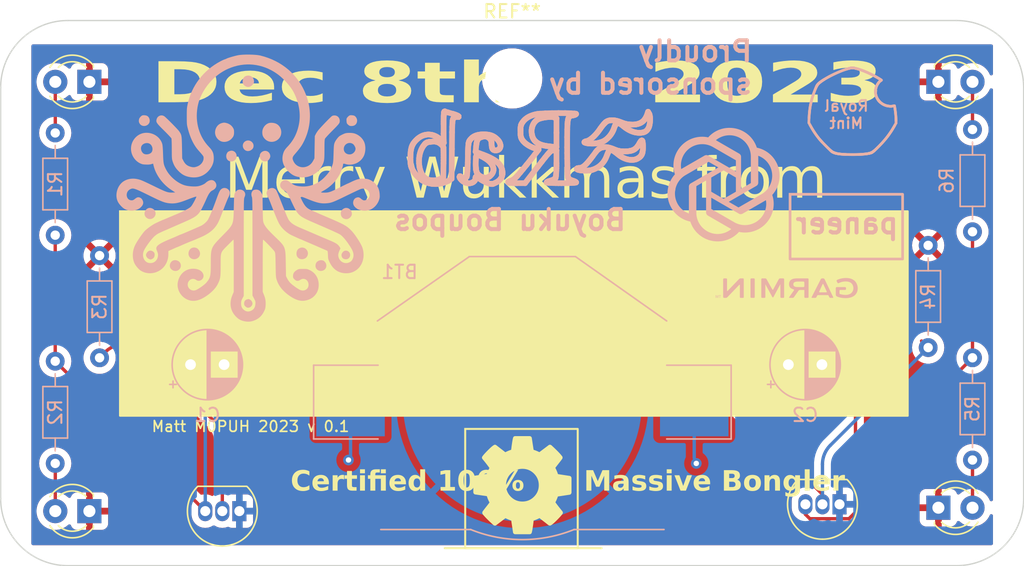
<source format=kicad_pcb>
(kicad_pcb (version 20221018) (generator pcbnew)
  (layers (0 "F.Cu" signal) (31 "B.Cu" signal) (34 "B.Paste" user) (35 "F.Paste" user) (36 "B.SilkS" user "B.Silkscreen") (37 "F.SilkS" user "F.Silkscreen") (38 "B.Mask" user) (39 "F.Mask" user) (44 "Edge.Cuts" user))
  (net 0 "")
  (net 1 "Net-(Q1-B)")
  (net 2 "Net-(Q2-C)")
  (net 3 "Net-(Q2-B)")
  (net 4 "Net-(Q1-C)")
  (net 5 "Net-(D4-A)")
  (net 6 "Net-(D3-A)")
  (net 7 "Net-(D2-A)")
  (net 8 "Net-(D1-A)")
  (net 9 "Net-(BT1--)")
  (net 10 "Net-(BT1-+)")
  (footprint "Package_TO_SOT_THT:TO-92_Inline" (layer "F.Cu") (at 138.684 61.468 180)
    (fp_text reference "Q1" hide)
    (fp_text value "2N3904")
  )
  (footprint "LED_THT:LED_D3.0mm" (layer "F.Cu") (at 82.809 29.972 180)
    (fp_text reference "D3" hide)
    (fp_text value "LED")
  )
  (footprint "LED_THT:LED_D3.0mm" (layer "F.Cu") (at 146.05 29.972)
    (fp_text reference "D4" hide)
    (fp_text value "LED")
  )
  (footprint "LED_THT:LED_D3.0mm" (layer "F.Cu") (at 82.809 61.976 180)
    (fp_text reference "D1" hide)
    (fp_text value "LED")
  )
  (footprint "MountingHole:MountingHole_4mm" (layer "F.Cu") (at 114.3 29.718)
    (fp_text reference "REF**")
    (fp_text value "MountingHole_4mm")
  )
  (footprint "Package_TO_SOT_THT:TO-92_Inline" (layer "F.Cu") (at 93.98 61.976 180)
    (fp_text reference "Q2" hide)
    (fp_text value "2N3904")
  )
  (footprint "LED_THT:LED_D3.0mm" (layer "F.Cu") (at 146.05 61.722)
    (fp_text reference "D2" hide)
    (fp_text value "LED")
  )
  (footprint "Resistor_THT:R_Axial_DIN0204_L3.6mm_D1.6mm_P7.62mm_Horizontal" (layer "B.Cu") (at 148.59 58.166 90)
    (fp_text reference "R5")
    (fp_text value "330")
  )
  (footprint "Capacitor_THT:CP_Radial_D5.0mm_P2.50mm" (layer "B.Cu") (at 134.874 51.054)
    (fp_text reference "C2")
    (fp_text value "47u")
  )
  (footprint "Resistor_THT:R_Axial_DIN0204_L3.6mm_D1.6mm_P7.62mm_Horizontal" (layer "B.Cu") (at 148.59 33.528 -90)
    (fp_text reference "R6")
    (fp_text value "330")
  )
  (footprint "Resistor_THT:R_Axial_DIN0204_L3.6mm_D1.6mm_P7.62mm_Horizontal" (layer "B.Cu") (at 80.264 58.42 90)
    (fp_text reference "R2")
    (fp_text value "330")
  )
  (footprint "Resistor_THT:R_Axial_DIN0204_L3.6mm_D1.6mm_P7.62mm_Horizontal" (layer "B.Cu") (at 80.264 33.782 -90)
    (fp_text reference "R1")
    (fp_text value "330")
  )
  (footprint "Capacitor_THT:CP_Radial_D5.0mm_P2.50mm" (layer "B.Cu") (at 90.342323 51.054)
    (fp_text reference "C1")
    (fp_text value "47u")
  )
  (footprint "Resistor_THT:R_Axial_DIN0204_L3.6mm_D1.6mm_P7.62mm_Horizontal" (layer "B.Cu") (at 145.288 42.164 -90)
    (fp_text reference "R4")
    (fp_text value "10k")
  )
  (footprint "Resistor_THT:R_Axial_DIN0204_L3.6mm_D1.6mm_P7.62mm_Horizontal" (layer "B.Cu") (at 83.566 42.926 -90)
    (fp_text reference "R3")
    (fp_text value "5.6k")
  )
  (footprint "Battery:BatteryHolder_Keystone_3002_1x2032" (layer "B.Cu") (at 115.062 53.848)
    (fp_text reference "BT1")
    (fp_text value "Battery_Cell")
  )
  (gr_line (start 142.174346 34.155749) (end 142.21071 34.109861) (stroke (width 0.2)) (layer "B.SilkS"))
  (gr_line (start 121.946635 35.024275) (end 121.822769 34.972362) (stroke (width 0.425)) (layer "B.SilkS"))
  (gr_line (start 111.715833 36.823927) (end 111.701167 36.799925) (stroke (width 0.425)) (layer "B.SilkS"))
  (gr_line (start 122.940096 33.527747) (end 123.015203 33.569176) (stroke (width 0.425)) (layer "B.SilkS"))
  (gr_line (start 111.627135 35.501369) (end 111.635561 35.480562) (stroke (width 0.425)) (layer "B.SilkS"))
  (gr_line (start 112.831209 36.782749) (end 112.806644 36.821978) (stroke (width 0.425)) (layer "B.SilkS"))
  (gr_line (start 122.219606 33.048188) (end 122.242348 33.053939) (stroke (width 0.425)) (layer "B.SilkS"))
  (gr_line (start 118.626326 32.523505) (end 118.683339 32.501571) (stroke (width 0.425)) (layer "B.SilkS"))
  (gr_line (start 112.919771 37.557543) (end 112.961465 37.540442) (stroke (width 0.425)) (layer "B.SilkS"))
  (gr_line (start 110.259351 32.596175) (end 110.268847 32.595935) (stroke (width 0.425)) (layer "B.SilkS"))
  (gr_line (start 112.749574 34.416917) (end 112.758027 34.453098) (stroke (width 0.425)) (layer "B.SilkS"))
  (gr_line (start 108.194521 37.303729) (end 108.129041 37.289807) (stroke (width 0.425)) (layer "B.SilkS"))
  (gr_line (start 111.807251 35.430473) (end 111.835464 35.440097) (stroke (width 0.425)) (layer "B.SilkS"))
  (gr_line (start 110.5166 37.27951) (end 110.535274 37.29882) (stroke (width 0.425)) (layer "B.SilkS"))
  (gr_line (start 122.875515 33.130179) (end 122.826747 33.120779) (stroke (width 0.425)) (layer "B.SilkS"))
  (gr_line (start 142.200285 31.753563) (end 142.164715 31.74374) (stroke (width 0.2)) (layer "B.SilkS"))
  (gr_line (start 115.584649 32.55493) (end 115.520033 32.588612) (stroke (width 0.425)) (layer "B.SilkS"))
  (gr_line (start 121.988088 33.189104) (end 122.0031 33.163685) (stroke (width 0.425)) (layer "B.SilkS"))
  (gr_line (start 142.492668 31.79077) (end 142.455672 31.790185) (stroke (width 0.2)) (layer "B.SilkS"))
  (gr_line (start 107.163375 36.943903) (end 107.219425 37.006014) (stroke (width 0.425)) (layer "B.SilkS"))
  (gr_line (start 139.984084 28.992869) (end 139.944142 28.982363) (stroke (width 0.2)) (layer "B.SilkS"))
  (gr_line (start 109.215453 32.330254) (end 109.212772 32.357501) (stroke (width 0.425)) (layer "B.SilkS"))
  (gr_line (start 107.433714 35.305098) (end 107.458896 35.216789) (stroke (width 0.425)) (layer "B.SilkS"))
  (gr_line (start 123.882121 35.499463) (end 123.89792 35.479452) (stroke (width 0.425)) (layer "B.SilkS"))
  (gr_line (start 140.191639 29.055144) (end 140.149191 29.041448) (stroke (width 0.2)) (layer "B.SilkS"))
  (gr_line (start 142.164715 31.74374) (end 142.129525 31.732806) (stroke (width 0.2)) (layer "B.SilkS"))
  (gr_line (start 109.204477 32.496909) (end 109.202926 32.54) (stroke (width 0.425)) (layer "B.SilkS"))
  (gr_line (start 111.11564 34.369445) (end 111.106639 34.386172) (stroke (width 0.425)) (layer "B.SilkS"))
  (gr_line (start 120.456546 33.967284) (end 120.388945 34.035107) (stroke (width 0.425)) (layer "B.SilkS"))
  (gr_line (start 140.194357 35.382593) (end 140.258163 35.379198) (stroke (width 0.2)) (layer "B.SilkS"))
  (gr_line (start 137.774291 34.853509) (end 137.846858 34.924576) (stroke (width 0.2)) (layer "B.SilkS"))
  (gr_line (start 108.431028 37.58549) (end 108.512993 37.589748) (stroke (width 0.425)) (layer "B.SilkS"))
  (gr_line (start 120.961773 33.325609) (end 120.903554 33.404278) (stroke (width 0.425)) (layer "B.SilkS"))
  (gr_line (start 124.343057 33.578558) (end 124.374427 33.541409) (stroke (width 0.425)) (layer "B.SilkS"))
  (gr_line (start 141.278619 35.100129) (end 141.295273 35.085609) (stroke (width 0.2)) (layer "B.SilkS"))
  (gr_line (start 122.532324 33.035023) (end 122.481846 33.015609) (stroke (width 0.425)) (layer "B.SilkS"))
  (gr_line (start 112.374719 37.120118) (end 112.351919 37.122007) (stroke (width 0.425)) (layer "B.SilkS"))
  (gr_line (start 141.896164 31.626087) (end 141.865095 31.60672) (stroke (width 0.2)) (layer "B.SilkS"))
  (gr_line (start 111.608462 35.582505) (end 111.61369 35.552287) (stroke (width 0.425)) (layer "B.SilkS"))
  (gr_line (start 112.896905 35.029818) (end 112.90978 35.038486) (stroke (width 0.425)) (layer "B.SilkS"))
  (gr_line (start 108.034263 37.512585) (end 108.11161 37.533943) (stroke (width 0.425)) (layer "B.SilkS"))
  (gr_line (start 120.919231 36.152824) (end 120.986439 36.085003) (stroke (width 0.425)) (layer "B.SilkS"))
  (gr_line (start 120.848592 33.48275) (end 120.786797 33.570989) (stroke (width 0.425)) (layer "B.SilkS"))
  (gr_line (start 120.495767 34.56515) (end 120.556268 34.557682) (stroke (width 0.425)) (layer "B.SilkS"))
  (gr_line (start 113.426596 34.718996) (end 113.424235 34.687038) (stroke (width 0.425)) (layer "B.SilkS"))
  (gr_line (start 138.505398 35.319758) (end 138.538468 35.326207) (stroke (width 0.2)) (layer "B.SilkS"))
  (gr_line (start 141.084226 35.242137) (end 141.094228 35.23685) (stroke (width 0.2)) (layer "B.SilkS"))
  (gr_line (start 115.258401 34.528286) (end 115.318772 34.577578) (stroke (width 0.425)) (layer "B.SilkS"))
  (gr_line (start 111.601648 37.057046) (end 111.603954 37.055997) (stroke (width 0.425)) (layer "B.SilkS"))
  (gr_line (start 114.423029 37.522435) (end 114.5301 37.524853) (stroke (width 0.425)) (layer "B.SilkS"))
  (gr_line (start 122.135745 35.337163) (end 122.190316 35.38258) (stroke (width 0.425)) (layer "B.SilkS"))
  (gr_line (start 112.901451 36.408411) (end 112.906807 36.45125) (stroke (width 0.425)) (layer "B.SilkS"))
  (gr_line (start 113.406179 34.86641) (end 113.414497 34.83892) (stroke (width 0.425)) (layer "B.SilkS"))
  (gr_line (start 114.263798 37.322929) (end 114.223502 37.336557) (stroke (width 0.425)) (layer "B.SilkS"))
  (gr_line (start 114.057679 37.398334) (end 114.041306 37.407557) (stroke (width 0.425)) (layer "B.SilkS"))
  (gr_line (start 111.868224 37.190918) (end 111.918309 37.22513) (stroke (width 0.425)) (layer "B.SilkS"))
  (gr_line (start 137.025587 30.217488) (end 137.018652 30.228287) (stroke (width 0.2)) (layer "B.SilkS"))
  (gr_line (start 118.954193 32.434939) (end 118.972153 32.427926) (stroke (width 0.425)) (layer "B.SilkS"))
  (gr_line (start 108.397285 34.424805) (end 108.444268 34.423039) (stroke (width 0.425)) (layer "B.SilkS"))
  (gr_line (start 116.044089 32.394668) (end 115.958495 32.416663) (stroke (width 0.425)) (layer "B.SilkS"))
  (gr_line (start 140.10718 29.028355) (end 140.065638 29.015884) (stroke (width 0.2)) (layer "B.SilkS"))
  (gr_line (start 142.635734 31.781432) (end 142.600123 31.785411) (stroke (width 0.2)) (layer "B.SilkS"))
  (gr_line (start 115.292215 32.745202) (end 115.242442 32.790079) (stroke (width 0.425)) (layer "B.SilkS"))
  (gr_line (start 142.137392 34.201529) (end 142.174346 34.155749) (stroke (width 0.2)) (layer "B.SilkS"))
  (gr_line (start 142.643797 33.483279) (end 142.675189 33.431291) (stroke (width 0.2)) (layer "B.SilkS"))
  (gr_line (start 121.645403 33.907154) (end 121.672638 33.867905) (stroke (width 0.425)) (layer "B.SilkS"))
  (gr_line (start 108.053077 34.463457) (end 108.092246 34.455553) (stroke (width 0.425)) (layer "B.SilkS"))
  (gr_line (start 124.042422 34.843967) (end 124.041699 34.742071) (stroke (width 0.425)) (layer "B.SilkS"))
  (gr_poly (pts (xy 129.54 45.974) (xy 129.546519 45.992802) (xy 129.552349 46.010485) (xy 129.555005 46.018952) (xy 129.557486 46.027194) (xy 129.559793 46.035228) (xy 129.561926 46.043073) (xy 129.562548 46.043073) (xy 129.566902 46.02686) (xy 129.571763 46.010032) (xy 129.577188 45.992457) (xy 129.58323 45.974) (xy 129.61826 45.874764) (xy 129.652047 45.874764) (xy 129.666359 46.079897) (xy 129.641101 46.079897) (xy 129.635648 45.991972) (xy 129.634361 45.968297) (xy 129.633232 45.94456) (xy 129.632322 45.921853) (xy 129.631695 45.901266) (xy 129.631072 45.901266) (xy 129.628794 45.910484) (xy 129.626325 45.91989) (xy 129.623669 45.929498) (xy 129.620827 45.939321) (xy 129.614594 45.959665) (xy 129.607645 45.981028) (xy 129.574151 46.078689) (xy 129.554055 46.078689) (xy 129.517817 45.979197) (xy 129.510449 45.958404) (xy 129.503756 45.938502) (xy 129.497634 45.919466) (xy 129.491974 45.901266) (xy 129.491352 45.901266) (xy 129.49127 45.91115) (xy 129.491042 45.921737) (xy 129.490244 45.944295) (xy 129.489159 45.967484) (xy 129.487984 45.989849) (xy 129.48308 46.079897) (xy 129.456871 46.079897) (xy 129.469683 45.874764) (xy 129.503469 45.874764)) (fill solid) (layer "B.SilkS"))
  (gr_line (start 113.578833 36.755044) (end 113.578124 36.724241) (stroke (width 0.425)) (layer "B.SilkS"))
  (gr_line (start 106.851845 34.73507) (end 106.836705 34.771932) (stroke (width 0.425)) (layer "B.SilkS"))
  (gr_line (start 117.055529 34.78062) (end 116.957587 34.76789) (stroke (width 0.425)) (layer "B.SilkS"))
  (gr_line (start 139.632014 28.933171) (end 139.62467 28.933335) (stroke (width 0.2)) (layer "B.SilkS"))
  (gr_line (start 120.936531 34.880337) (end 120.897899 34.895207) (stroke (width 0.425)) (layer "B.SilkS"))
  (gr_line (start 141.363075 30.698848) (end 141.363681 30.663094) (stroke (width 0.2)) (layer "B.SilkS"))
  (gr_line (start 107.457044 34.07156) (end 107.402834 34.105448) (stroke (width 0.425)) (layer "B.SilkS"))
  (gr_line (start 112.974622 35.799663) (end 112.914835 35.762176) (stroke (width 0.425)) (layer "B.SilkS"))
  (gr_line (start 141.747936 31.519816) (end 141.720544 31.495817) (stroke (width 0.2)) (layer "B.SilkS"))
  (gr_line (start 122.197788 33.044753) (end 122.219606 33.048188) (stroke (width 0.425)) (layer "B.SilkS"))
  (gr_line (start 118.400669 35.678348) (end 118.397022 35.279737) (stroke (width 0.425)) (layer "B.SilkS"))
  (gr_line (start 124.187174 32.747902) (end 124.160238 32.784486) (stroke (width 0.425)) (layer "B.SilkS"))
  (gr_line (start 110.394917 37.033139) (end 110.394143 37.038018) (stroke (width 0.425)) (layer "B.SilkS"))
  (gr_line (start 119.948162 34.360541) (end 119.89446 34.381488) (stroke (width 0.425)) (layer "B.SilkS"))
  (gr_line (start 111.669542 34.432369) (end 111.684338 34.380719) (stroke (width 0.425)) (layer "B.SilkS"))
  (gr_line (start 124.432916 33.455324) (end 124.460559 33.406118) (stroke (width 0.425)) (layer "B.SilkS"))
  (gr_line (start 118.458913 37.087854) (end 118.4524 37.060185) (stroke (width 0.425)) (layer "B.SilkS"))
  (gr_line (start 118.446088 37.012627) (end 118.434187 36.862119) (stroke (width 0.425)) (layer "B.SilkS"))
  (gr_line (start 142.892175 32.82657) (end 142.890527 32.759143) (stroke (width 0.2)) (layer "B.SilkS"))
  (gr_line (start 116.13577 34.945329) (end 116.151374 34.945733) (stroke (width 0.425)) (layer "B.SilkS"))
  (gr_line (start 137.846858 34.924576) (end 137.915236 34.990545) (stroke (width 0.2)) (layer "B.SilkS"))
  (gr_line (start 111.691194 33.945078) (end 111.624194 33.965964) (stroke (width 0.425)) (layer "B.SilkS"))
  (gr_line (start 112.70569 33.95422) (end 112.639432 33.935754) (stroke (width 0.425)) (layer "B.SilkS"))
  (gr_line (start 123.537499 33.752026) (end 123.610402 33.762321) (stroke (width 0.425)) (layer "B.SilkS"))
  (gr_line (start 111.621259 37.053919) (end 111.628443 37.054864) (stroke (width 0.425)) (layer "B.SilkS"))
  (gr_line (start 122.26607 33.06199) (end 122.290828 33.072328) (stroke (width 0.425)) (layer "B.SilkS"))
  (gr_line (start 120.787737 34.952556) (end 120.752853 34.975928) (stroke (width 0.425)) (layer "B.SilkS"))
  (gr_line (start 124.499805 32.333208) (end 124.423923 32.200918) (stroke (width 0.425)) (layer "B.SilkS"))
  (gr_line (start 113.414497 34.83892) (end 113.420716 34.810331) (stroke (width 0.425)) (layer "B.SilkS"))
  (gr_line (start 116.268281 35.010856) (end 116.267314 35.014362) (stroke (width 0.425)) (layer "B.SilkS"))
  (gr_line (start 122.790527 33.43384) (end 122.86517 33.482621) (stroke (width 0.425)) (layer "B.SilkS"))
  (gr_line (start 116.256685 34.978852) (end 116.259458 34.981735) (stroke (width 0.425)) (layer "B.SilkS"))
  (gr_line (start 113.452425 37.184136) (end 113.467907 37.160857) (stroke (width 0.425)) (layer "B.SilkS"))
  (gr_line (start 137.109873 30.114142) (end 137.101278 30.122904) (stroke (width 0.2)) (layer "B.SilkS"))
  (gr_line (start 124.072423 32.883339) (end 124.040728 32.912719) (stroke (width 0.425)) (layer "B.SilkS"))
  (gr_line (start 119.034932 37.481172) (end 119.051546 37.475659) (stroke (width 0.425)) (layer "B.SilkS"))
  (gr_line (start 123.453147 33.148525) (end 123.344897 33.157181) (stroke (width 0.425)) (layer "B.SilkS"))
  (gr_line (start 107.666541 37.35656) (end 107.737286 37.394225) (stroke (width 0.425)) (layer "B.SilkS"))
  (gr_line (start 116.253585 34.976057) (end 116.256685 34.978852) (stroke (width 0.425)) (layer "B.SilkS"))
  (gr_line (start 122.86517 33.482621) (end 122.940096 33.527747) (stroke (width 0.425)) (layer "B.SilkS"))
  (gr_line (start 109.18669 37.494621) (end 109.2468 37.474724) (stroke (width 0.425)) (layer "B.SilkS"))
  (gr_line (start 110.281533 32.594203) (end 110.285326 32.593269) (stroke (width 0.425)) (layer "B.SilkS"))
  (gr_line (start 140.964165 35.286292) (end 140.980097 35.28172) (stroke (width 0.2)) (layer "B.SilkS"))
  (gr_line (start 112.873257 35.00972) (end 112.884734 35.020235) (stroke (width 0.425)) (layer "B.SilkS"))
  (gr_line (start 109.810796 34.973787) (end 109.824313 33.724601) (stroke (width 0.425)) (layer "B.SilkS"))
  (gr_line (start 117.54203 37.521065) (end 117.746562 37.524475) (stroke (width 0.425)) (layer "B.SilkS"))
  (gr_line (start 138.134623 35.186211) (end 138.139391 35.189169) (stroke (width 0.2)) (layer "B.SilkS"))
  (gr_line (start 116.148401 34.503059) (end 116.115083 34.478822) (stroke (width 0.425)) (layer "B.SilkS"))
  (gr_line (start 111.483247 37.375146) (end 111.505359 37.348678) (stroke (width 0.425)) (layer "B.SilkS"))
  (gr_line (start 116.267105 34.994046) (end 116.268113 34.997296) (stroke (width 0.425)) (layer "B.SilkS"))
  (gr_line (start 139.542511 28.940352) (end 139.526923 28.942667) (stroke (width 0.2)) (layer "B.SilkS"))
  (gr_line (start 120.875555 33.443671) (end 120.848592 33.48275) (stroke (width 0.425)) (layer "B.SilkS"))
  (gr_line (start 109.248288 32.202025) (end 109.245552 32.206038) (stroke (width 0.425)) (layer "B.SilkS"))
  (gr_line (start 115.010808 33.083159) (end 114.993277 33.116628) (stroke (width 0.425)) (layer "B.SilkS"))
  (gr_poly (pts (xy 89.208146 43.26685) (xy 89.227355 43.267897) (xy 89.246498 43.269755) (xy 89.265538 43.272406) (xy 89.284437 43.275835) (xy 89.303158 43.280024) (xy 89.321665 43.284957) (xy 89.339919 43.290618) (xy 89.357884 43.29699) (xy 89.375522 43.304057) (xy 89.392796 43.311801) (xy 89.40967 43.320207) (xy 89.426105 43.329258) (xy 89.442065 43.338938) (xy 89.457512 43.349229) (xy 89.472409 43.360115) (xy 89.486719 43.37158) (xy 89.500405 43.383608) (xy 89.51343 43.396181) (xy 89.525756 43.409283) (xy 89.537346 43.422898) (xy 89.548163 43.437009) (xy 89.558169 43.4516) (xy 89.567328 43.466653) (xy 89.575603 43.482154) (xy 89.582955 43.498084) (xy 89.598729 43.540556) (xy 89.610192 43.582178) (xy 89.617531 43.622841) (xy 89.620934 43.66244) (xy 89.620587 43.700866) (xy 89.616677 43.738014) (xy 89.609392 43.773775) (xy 89.598918 43.808043) (xy 89.585443 43.840712) (xy 89.569154 43.871674) (xy 89.550237 43.900822) (xy 89.528881 43.928049) (xy 89.505271 43.953248) (xy 89.479595 43.976312) (xy 89.452041 43.997135) (xy 89.422794 44.015609) (xy 89.392042 44.031628) (xy 89.359973 44.045083) (xy 89.326773 44.05587) (xy 89.29263 44.063879) (xy 89.25773 44.069005) (xy 89.222261 44.071141) (xy 89.186409 44.070179) (xy 89.150361 44.066012) (xy 89.114306 44.058534) (xy 89.078429 44.047638) (xy 89.042919 44.033217) (xy 89.007961 44.015163) (xy 88.973743 43.993369) (xy 88.940452 43.96773) (xy 88.908275 43.938137) (xy 88.8774 43.904484) (xy 88.862852 43.885538) (xy 88.849884 43.865792) (xy 88.838471 43.845324) (xy 88.82859 43.82421) (xy 88.820215 43.802528) (xy 88.813323 43.780355) (xy 88.80789 43.757767) (xy 88.80389 43.734842) (xy 88.8013 43.711656) (xy 88.800095 43.688287) (xy 88.800252 43.664811) (xy 88.801746 43.641306) (xy 88.804552 43.617848) (xy 88.808646 43.594515) (xy 88.814005 43.571384) (xy 88.820603 43.548531) (xy 88.828416 43.526033) (xy 88.837421 43.503968) (xy 88.847592 43.482413) (xy 88.858907 43.461444) (xy 88.871339 43.441139) (xy 88.884865 43.421574) (xy 88.899462 43.402827) (xy 88.915103 43.384974) (xy 88.931766 43.368093) (xy 88.949425 43.35226) (xy 88.968057 43.337553) (xy 88.987637 43.324048) (xy 89.008142 43.311823) (xy 89.029546 43.300955) (xy 89.051825 43.29152) (xy 89.074956 43.283595) (xy 89.093586 43.278507) (xy 89.112411 43.274346) (xy 89.131392 43.271094) (xy 89.150494 43.268735) (xy 89.169678 43.267252) (xy 89.188908 43.266629)) (fill solid) (layer "B.SilkS"))
  (gr_line (start 107.29685 34.182367) (end 107.245199 34.225401) (stroke (width 0.425)) (layer "B.SilkS"))
  (gr_line (start 115.458577 32.624428) (end 115.400186 32.66243) (stroke (width 0.425)) (layer "B.SilkS"))
  (gr_line (start 112.548851 34.123671) (end 112.574517 34.141905) (stroke (width 0.425)) (layer "B.SilkS"))
  (gr_line (start 121.870207 33.482275) (end 121.885781 33.437656) (stroke (width 0.425)) (layer "B.SilkS"))
  (gr_line (start 111.609046 37.054495) (end 111.61184 37.054046) (stroke (width 0.425)) (layer "B.SilkS"))
  (gr_line (start 111.63445 34.626502) (end 111.644865 34.554754) (stroke (width 0.425)) (layer "B.SilkS"))
  (gr_line (start 112.852343 34.985836) (end 112.862463 34.998259) (stroke (width 0.425)) (layer "B.SilkS"))
  (gr_line (start 136.471565 32.011846) (end 136.462801 32.080161) (stroke (width 0.2)) (layer "B.SilkS"))
  (gr_line (start 108.19004 37.551943) (end 108.269472 37.566556) (stroke (width 0.425)) (layer "B.SilkS"))
  (gr_line (start 108.40116 37.323289) (end 108.331092 37.320477) (stroke (width 0.425)) (layer "B.SilkS"))
  (gr_line (start 112.397179 37.117109) (end 112.374719 37.120118) (stroke (width 0.425)) (layer "B.SilkS"))
  (gr_line (start 111.764585 37.12279) (end 111.782973 37.134469) (stroke (width 0.425)) (layer "B.SilkS"))
  (gr_line (start 113.392708 34.55438) (end 113.379213 34.520524) (stroke (width 0.425)) (layer "B.SilkS"))
  (gr_line (start 141.024049 35.267507) (end 141.037406 35.2626) (stroke (width 0.2)) (layer "B.SilkS"))
  (gr_line (start 110.310888 32.571955) (end 110.311606 32.569073) (stroke (width 0.425)) (layer "B.SilkS"))
  (gr_line (start 121.16515 34.362033) (end 121.212497 34.332391) (stroke (width 0.425)) (layer "B.SilkS"))
  (gr_line (start 117.348647 37.271282) (end 117.320946 37.283674) (stroke (width 0.425)) (layer "B.SilkS"))
  (gr_line (start 111.654684 37.062761) (end 111.665099 37.067116) (stroke (width 0.425)) (layer "B.SilkS"))
  (gr_line (start 141.536812 34.857103) (end 141.58511 34.808792) (stroke (width 0.2)) (layer "B.SilkS"))
  (gr_line (start 141.553494 31.305518) (end 141.54335 31.290583) (stroke (width 0.2)) (layer "B.SilkS"))
  (gr_line (start 121.191799 33.051203) (end 121.165619 33.079208) (stroke (width 0.425)) (layer "B.SilkS"))
  (gr_line (start 142.768848 33.270642) (end 142.799988 33.215387) (stroke (width 0.2)) (layer "B.SilkS"))
  (gr_line (start 121.305204 34.264324) (end 121.351649 34.225332) (stroke (width 0.425)) (layer "B.SilkS"))
  (gr_line (start 138.657093 29.226842) (end 138.575046 29.261807) (stroke (width 0.2)) (layer "B.SilkS"))
  (gr_line (start 142.060393 31.707647) (end 142.026508 31.693444) (stroke (width 0.2)) (layer "B.SilkS"))
  (gr_line (start 106.96191 36.66664) (end 107.008707 36.740215) (stroke (width 0.425)) (layer "B.SilkS"))
  (gr_line (start 141.693958 31.470945) (end 141.68098 31.458194) (stroke (width 0.2)) (layer "B.SilkS"))
  (gr_line (start 119.709681 34.443824) (end 119.702282 34.449932) (stroke (width 0.425)) (layer "B.SilkS"))
  (gr_line (start 120.694621 36.330757) (end 120.773245 36.275774) (stroke (width 0.425)) (layer "B.SilkS"))
  (gr_line (start 123.973543 32.966239) (end 123.938002 32.990415) (stroke (width 0.425)) (layer "B.SilkS"))
  (gr_line (start 112.546169 35.859019) (end 112.591796 35.899387) (stroke (width 0.425)) (layer "B.SilkS"))
  (gr_line (start 111.698922 35.420936) (end 111.716572 35.417522) (stroke (width 0.425)) (layer "B.SilkS"))
  (gr_line (start 122.489193 35.151871) (end 122.437732 35.148299) (stroke (width 0.425)) (layer "B.SilkS"))
  (gr_line (start 121.814679 35.10314) (end 121.858977 35.1314) (stroke (width 0.425)) (layer "B.SilkS"))
  (gr_poly (pts (xy 96.396773 33.023614) (xy 96.435664 33.025876) (xy 96.474719 33.029692) (xy 96.513622 33.035042) (xy 96.552053 33.041906) (xy 96.589695 33.050261) (xy 96.626229 33.060089) (xy 96.661337 33.071367) (xy 96.6947 33.084076) (xy 96.726 33.098195) (xy 96.767856 33.120394) (xy 96.807646 33.145616) (xy 96.845286 33.173707) (xy 96.880693 33.204513) (xy 96.913785 33.237883) (xy 96.94448 33.273664) (xy 96.972694 33.311701) (xy 96.998345 33.351843) (xy 97.02135 33.393936) (xy 97.041626 33.437827) (xy 97.059091 33.483364) (xy 97.073663 33.530393) (xy 97.085257 33.578761) (xy 97.093793 33.628316) (xy 97.099186 33.678905) (xy 97.101355 33.730374) (xy 97.09897 33.791735) (xy 97.091964 33.850882) (xy 97.080561 33.907732) (xy 97.064986 33.962203) (xy 97.045463 34.014216) (xy 97.022216 34.063686) (xy 96.995469 34.110534) (xy 96.965448 34.154677) (xy 96.932375 34.196033) (xy 96.896475 34.234521) (xy 96.857974 34.27006) (xy 96.817094 34.302568) (xy 96.77406 34.331962) (xy 96.729096 34.358162) (xy 96.682427 34.381085) (xy 96.634278 34.400651) (xy 96.584871 34.416777) (xy 96.534432 34.429381) (xy 96.483185 34.438383) (xy 96.431353 34.443701) (xy 96.379162 34.445252) (xy 96.326836 34.442955) (xy 96.274599 34.436729) (xy 96.222674 34.426492) (xy 96.171287 34.412162) (xy 96.120662 34.393657) (xy 96.071023 34.370897) (xy 96.022594 34.343799) (xy 95.9756 34.312281) (xy 95.930264 34.276262) (xy 95.886812 34.235661) (xy 95.845466 34.190396) (xy 95.824623 34.165109) (xy 95.805454 34.13997) (xy 95.787914 34.114865) (xy 95.771957 34.089678) (xy 95.757538 34.064291) (xy 95.744611 34.038591) (xy 95.733131 34.01246) (xy 95.723053 33.985784) (xy 95.71433 33.958447) (xy 95.706919 33.930332) (xy 95.700772 33.901324) (xy 95.695845 33.871308) (xy 95.692092 33.840167) (xy 95.689467 33.807785) (xy 95.687926 33.774048) (xy 95.687422 33.738839) (xy 95.687725 33.7106) (xy 95.689149 33.68252) (xy 95.691674 33.654629) (xy 95.695282 33.626954) (xy 95.699953 33.599522) (xy 95.705666 33.572363) (xy 95.712402 33.545503) (xy 95.720142 33.518971) (xy 95.728866 33.492794) (xy 95.738554 33.467001) (xy 95.749187 33.441619) (xy 95.760745 33.416676) (xy 95.773208 33.392201) (xy 95.786557 33.36822) (xy 95.800772 33.344763) (xy 95.815833 33.321856) (xy 95.831722 33.299528) (xy 95.848417 33.277807) (xy 95.8659 33.256721) (xy 95.884151 33.236297) (xy 95.90315 33.216563) (xy 95.922878 33.197548) (xy 95.943315 33.179279) (xy 95.964441 33.161783) (xy 95.986237 33.14509) (xy 96.008683 33.129227) (xy 96.031759 33.114222) (xy 96.055446 33.100102) (xy 96.079725 33.086897) (xy 96.104575 33.074632) (xy 96.129977 33.063337) (xy 96.155911 33.05304) (xy 96.18473 33.043842) (xy 96.215944 33.036343) (xy 96.249232 33.030523) (xy 96.284278 33.026361) (xy 96.320762 33.023835) (xy 96.358367 33.022927)) (fill solid) (layer "B.SilkS"))
  (gr_line (start 110.529298 37.090266) (end 110.516404 37.083329) (stroke (width 0.425)) (layer "B.SilkS"))
  (gr_line (start 122.598676 35.155702) (end 122.542766 35.154326) (stroke (width 0.425)) (layer "B.SilkS"))
  (gr_line (start 137.146734 30.079118) (end 137.137283 30.087776) (stroke (width 0.2)) (layer "B.SilkS"))
  (gr_line (start 109.200357 34.284513) (end 109.212632 34.516023) (stroke (width 0.425)) (layer "B.SilkS"))
  (gr_line (start 116.436088 32.689014) (end 116.52142 32.667205) (stroke (width 0.425)) (layer "B.SilkS"))
  (gr_line (start 118.868982 37.360425) (end 118.843391 37.35138) (stroke (width 0.425)) (layer "B.SilkS"))
  (gr_line (start 142.528563 31.790083) (end 142.492668 31.79077) (stroke (width 0.2)) (layer "B.SilkS"))
  (gr_line (start 118.847831 32.465387) (end 118.870913 32.460096) (stroke (width 0.425)) (layer "B.SilkS"))
  (gr_line (start 141.104617 35.230998) (end 141.115401 35.224571) (stroke (width 0.2)) (layer "B.SilkS"))
  (gr_line (start 112.521864 34.107228) (end 112.548851 34.123671) (stroke (width 0.425)) (layer "B.SilkS"))
  (gr_line (start 107.364428 36.047969) (end 107.36001 35.860827) (stroke (width 0.425)) (layer "B.SilkS"))
  (gr_line (start 139.552569 35.39398) (end 139.629224 35.394479) (stroke (width 0.2)) (layer "B.SilkS"))
  (gr_line (start 109.094475 34.711264) (end 109.110792 34.730711) (stroke (width 0.425)) (layer "B.SilkS"))
  (gr_line (start 121.560051 35.07235) (end 121.572218 35.063296) (stroke (width 0.425)) (layer "B.SilkS"))
  (gr_line (start 136.737361 30.90136) (end 136.714878 30.967406) (stroke (width 0.2)) (layer "B.SilkS"))
  (gr_line (start 115.344764 32.70267) (end 115.292215 32.745202) (stroke (width 0.425)) (layer "B.SilkS"))
  (gr_line (start 109.242917 32.210511) (end 109.240382 32.215459) (stroke (width 0.425)) (layer "B.SilkS"))
  (gr_line (start 116.151374 34.945733) (end 116.166308 34.946825) (stroke (width 0.425)) (layer "B.SilkS"))
  (gr_line (start 137.563252 29.780973) (end 137.530231 29.801413) (stroke (width 0.2)) (layer "B.SilkS"))
  (gr_line (start 115.959151 32.995754) (end 115.996796 32.949436) (stroke (width 0.425)) (layer "B.SilkS"))
  (gr_line (start 113.574871 36.844655) (end 113.577206 36.815251) (stroke (width 0.425)) (layer "B.SilkS"))
  (gr_line (start 119.555152 36.319208) (end 119.495848 36.350777) (stroke (width 0.425)) (layer "B.SilkS"))
  (gr_line (start 137.127857 30.096608) (end 137.118726 30.105386) (stroke (width 0.2)) (layer "B.SilkS"))
  (gr_line (start 119.056001 32.369946) (end 119.056905 32.366581) (stroke (width 0.425)) (layer "B.SilkS"))
  (gr_line (start 106.752603 36.192716) (end 106.763607 36.241472) (stroke (width 0.425)) (layer "B.SilkS"))
  (gr_line (start 113.333737 34.983771) (end 113.352278 34.96332) (stroke (width 0.425)) (layer "B.SilkS"))
  (gr_line (start 114.24522 37.512903) (end 114.328047 37.518442) (stroke (width 0.425)) (layer "B.SilkS"))
  (gr_line (start 108.262042 37.313955) (end 108.194521 37.303729) (stroke (width 0.425)) (layer "B.SilkS"))
  (gr_line (start 110.950722 36.798334) (end 110.937062 36.921254) (stroke (width 0.425)) (layer "B.SilkS"))
  (gr_line (start 119.437933 36.373986) (end 119.380593 36.389609) (stroke (width 0.425)) (layer "B.SilkS"))
  (gr_line (start 109.138582 34.768524) (end 109.149777 34.786594) (stroke (width 0.425)) (layer "B.SilkS"))
  (gr_line (start 141.490915 34.902401) (end 141.536812 34.857103) (stroke (width 0.2)) (layer "B.SilkS"))
  (gr_line (start 121.761827 32.832817) (end 121.689739 32.833414) (stroke (width 0.425)) (layer "B.SilkS"))
  (gr_line (start 116.173947 32.794025) (end 116.224409 32.765547) (stroke (width 0.425)) (layer "B.SilkS"))
  (gr_line (start 111.567635 37.224432) (end 111.575924 37.188957) (stroke (width 0.425)) (layer "B.SilkS"))
  (gr_line (start 112.567973 37.052327) (end 112.547227 37.064411) (stroke (width 0.425)) (layer "B.SilkS"))
  (gr_line (start 110.790315 37.474025) (end 110.831294 37.490017) (stroke (width 0.425)) (layer "B.SilkS"))
  (gr_line (start 139.737777 28.939428) (end 139.722017 28.93755) (stroke (width 0.2)) (layer "B.SilkS"))
  (gr_line (start 138.893919 35.369726) (end 138.940678 35.373099) (stroke (width 0.2)) (layer "B.SilkS"))
  (gr_line (start 139.526923 28.942667) (end 139.511019 28.945295) (stroke (width 0.2)) (layer "B.SilkS"))
  (gr_line (start 141.655699 31.432103) (end 141.643399 31.418768) (stroke (width 0.2)) (layer "B.SilkS"))
  (gr_poly (pts (xy 98.686571 42.325545) (xy 98.722031 42.329765) (xy 98.756589 42.337004) (xy 98.790121 42.347112) (xy 98.822506 42.359939) (xy 98.853622 42.375335) (xy 98.883346 42.393151) (xy 98.911558 42.413237) (xy 98.938134 42.435442) (xy 98.962954 42.459617) (xy 98.985894 42.485612) (xy 99.006834 42.513278) (xy 99.025651 42.542463) (xy 99.042223 42.573019) (xy 99.056428 42.604796) (xy 99.068144 42.637644) (xy 99.07725 42.671412) (xy 99.083623 42.705951) (xy 99.087141 42.741112) (xy 99.087683 42.776744) (xy 99.085127 42.812697) (xy 99.07935 42.848822) (xy 99.07023 42.884968) (xy 99.057646 42.920986) (xy 99.041476 42.956727) (xy 99.021597 42.992039) (xy 98.997888 43.026774) (xy 98.986329 43.041804) (xy 98.973907 43.056195) (xy 98.96067 43.069939) (xy 98.946664 43.083024) (xy 98.931937 43.095443) (xy 98.916535 43.107183) (xy 98.900506 43.118237) (xy 98.883897 43.128593) (xy 98.849126 43.147175) (xy 98.812598 43.162851) (xy 98.774688 43.175542) (xy 98.735775 43.185169) (xy 98.696233 43.191655) (xy 98.656438 43.19492) (xy 98.616768 43.194887) (xy 98.577598 43.191476) (xy 98.558318 43.188479) (xy 98.539305 43.184608) (xy 98.520604 43.179854) (xy 98.502264 43.174206) (xy 98.484331 43.167655) (xy 98.466852 43.160191) (xy 98.449874 43.151804) (xy 98.433445 43.142484) (xy 98.406918 43.125179) (xy 98.382358 43.107096) (xy 98.35975 43.088187) (xy 98.339076 43.068401) (xy 98.320321 43.047689) (xy 98.303468 43.026001) (xy 98.288499 43.003289) (xy 98.2754 42.979501) (xy 98.264152 42.954589) (xy 98.25474 42.928503) (xy 98.247147 42.901193) (xy 98.241357 42.87261) (xy 98.237352 42.842704) (xy 98.235117 42.811425) (xy 98.234635 42.778724) (xy 98.235889 42.744552) (xy 98.239231 42.711347) (xy 98.24397 42.679464) (xy 98.250114 42.648904) (xy 98.253716 42.634121) (xy 98.257673 42.619668) (xy 98.261985 42.605545) (xy 98.266653 42.591754) (xy 98.27168 42.578293) (xy 98.277064 42.565163) (xy 98.282809 42.552364) (xy 98.288914 42.539895) (xy 98.295381 42.527757) (xy 98.302211 42.51595) (xy 98.309404 42.504474) (xy 98.316962 42.493328) (xy 98.324887 42.482513) (xy 98.333178 42.472029) (xy 98.341837 42.461876) (xy 98.350865 42.452053) (xy 98.360263 42.442561) (xy 98.370032 42.4334) (xy 98.380173 42.42457) (xy 98.390687 42.41607) (xy 98.401576 42.407901) (xy 98.412839 42.400062) (xy 98.424479 42.392555) (xy 98.436496 42.385378) (xy 98.448892 42.378532) (xy 98.461666 42.372017) (xy 98.499986 42.354976) (xy 98.538134 42.341853) (xy 98.575988 42.332498) (xy 98.613427 42.326762) (xy 98.650328 42.324494)) (fill solid) (layer "B.SilkS"))
  (gr_line (start 112.650357 36.992485) (end 112.629796 37.009178) (stroke (width 0.425)) (layer "B.SilkS"))
  (gr_line (start 141.748211 29.883844) (end 141.762195 29.873635) (stroke (width 0.2)) (layer "B.SilkS"))
  (gr_line (start 109.79172 37.195202) (end 109.810796 34.973787) (stroke (width 0.425)) (layer "B.SilkS"))
  (gr_line (start 122.343668 33.09981) (end 122.371861 33.116926) (stroke (width 0.425)) (layer "B.SilkS"))
  (gr_line (start 137.6313 29.739833) (end 137.563252 29.780973) (stroke (width 0.2)) (layer "B.SilkS"))
  (gr_line (start 106.723083 35.607431) (end 106.723663 35.801234) (stroke (width 0.425)) (layer "B.SilkS"))
  (gr_line (start 118.843391 37.35138) (end 118.816898 37.342594) (stroke (width 0.425)) (layer "B.SilkS"))
  (gr_line (start 109.235598 32.226844) (end 109.233346 32.233314) (stroke (width 0.425)) (layer "B.SilkS"))
  (gr_line (start 117.602 35.078268) (end 117.602 36.041731) (stroke (width 0.425)) (layer "B.SilkS"))
  (gr_line (start 115.888529 34.893049) (end 115.956824 34.914998) (stroke (width 0.425)) (layer "B.SilkS"))
  (gr_line (start 116.080226 32.865419) (end 116.125843 32.82806) (stroke (width 0.425)) (layer "B.SilkS"))
  (gr_line (start 138.264979 35.249986) (end 138.277382 35.254873) (stroke (width 0.2)) (layer "B.SilkS"))
  (gr_line (start 114.011331 37.43331) (end 114.007693 37.441245) (stroke (width 0.425)) (layer "B.SilkS"))
  (gr_line (start 122.083225 33.073522) (end 122.100649 33.062779) (stroke (width 0.425)) (layer "B.SilkS"))
  (gr_line (start 141.631331 31.405243) (end 141.619495 31.391533) (stroke (width 0.2)) (layer "B.SilkS"))
  (gr_line (start 136.998036 30.26296) (end 136.991167 30.275375) (stroke (width 0.2)) (layer "B.SilkS"))
  (gr_line (start 138.160921 35.201223) (end 138.171878 35.207077) (stroke (width 0.2)) (layer "B.SilkS"))
  (gr_line (start 142.675189 33.431291) (end 142.706476 33.378552) (stroke (width 0.2)) (layer "B.SilkS"))
  (gr_line (start 115.596607 34.759619) (end 115.670562 34.798805) (stroke (width 0.425)) (layer "B.SilkS"))
  (gr_line (start 140.70266 35.33771) (end 140.749158 35.3308) (stroke (width 0.2)) (layer "B.SilkS"))
  (gr_line (start 114.978187 33.150447) (end 114.971503 33.167698) (stroke (width 0.425)) (layer "B.SilkS"))
  (gr_line (start 110.201122 32.586764) (end 110.213985 32.589422) (stroke (width 0.425)) (layer "B.SilkS"))
  (gr_line (start 142.21071 34.109861) (end 142.24651 34.063814) (stroke (width 0.2)) (layer "B.SilkS"))
  (gr_line (start 121.058464 34.84843) (end 121.016791 34.856951) (stroke (width 0.425)) (layer "B.SilkS"))
  (gr_line (start 137.320786 29.94086) (end 137.294308 29.960089) (stroke (width 0.2)) (layer "B.SilkS"))
  (gr_line (start 138.608132 35.338081) (end 138.644819 35.343519) (stroke (width 0.2)) (layer "B.SilkS"))
  (gr_line (start 140.858585 29.320657) (end 140.813493 29.30007) (stroke (width 0.2)) (layer "B.SilkS"))
  (gr_line (start 123.888979 33.766175) (end 123.949803 33.76043) (stroke (width 0.425)) (layer "B.SilkS"))
  (gr_line (start 109.187367 35.097077) (end 109.190288 35.247817) (stroke (width 0.425)) (layer "B.SilkS"))
  (gr_line (start 111.090242 34.421913) (end 111.082803 34.44131) (stroke (width 0.425)) (layer "B.SilkS"))
  (gr_line (start 121.995019 32.858835) (end 121.914624 32.845531) (stroke (width 0.425)) (layer "B.SilkS"))
  (gr_line (start 107.008707 36.740215) (end 107.057937 36.810972) (stroke (width 0.425)) (layer "B.SilkS"))
  (gr_line (start 108.034781 34.467852) (end 108.053077 34.463457) (stroke (width 0.425)) (layer "B.SilkS"))
  (gr_line (start 112.85001 37.582305) (end 112.865371 37.577443) (stroke (width 0.425)) (layer "B.SilkS"))
  (gr_line (start 112.32101 35.470876) (end 112.139045 35.399133) (stroke (width 0.425)) (layer "B.SilkS"))
  (gr_line (start 121.778012 35.082054) (end 121.795286 35.091623) (stroke (width 0.425)) (layer "B.SilkS"))
  (gr_line (start 137.061547 30.167873) (end 137.054124 30.177308) (stroke (width 0.2)) (layer "B.SilkS"))
  (gr_line (start 117.600624 36.239473) (end 117.596672 36.428179) (stroke (width 0.425)) (layer "B.SilkS"))
  (gr_line (start 108.61235 37.30939) (end 108.542301 37.317752) (stroke (width 0.425)) (layer "B.SilkS"))
  (gr_line (start 122.049942 33.102256) (end 122.066341 33.086677) (stroke (width 0.425)) (layer "B.SilkS"))
  (gr_line (start 116.260411 35.026977) (end 116.244715 35.05032) (stroke (width 0.425)) (layer "B.SilkS"))
  (gr_line (start 123.015203 33.569176) (end 123.090389 33.606865) (stroke (width 0.425)) (layer "B.SilkS"))
  (gr_line (start 142.842189 32.167776) (end 142.832196 32.091731) (stroke (width 0.2)) (layer "B.SilkS"))
  (gr_line (start 111.403575 37.442947) (end 111.432208 37.422317) (stroke (width 0.425)) (layer "B.SilkS"))
  (gr_line (start 124.549774 32.485093) (end 124.53626 32.426394) (stroke (width 0.425)) (layer "B.SilkS"))
  (gr_line (start 110.307834 32.544919) (end 110.30497 32.540808) (stroke (width 0.425)) (layer "B.SilkS"))
  (gr_line (start 110.226349 32.592303) (end 110.23806 32.594377) (stroke (width 0.425)) (layer "B.SilkS"))
  (gr_line (start 118.870156 37.501061) (end 118.971089 37.491606) (stroke (width 0.425)) (layer "B.SilkS"))
  (gr_line (start 113.338369 37.313806) (end 113.359896 37.293388) (stroke (width 0.425)) (layer "B.SilkS"))
  (gr_line (start 112.484178 37.093804) (end 112.462798 37.101326) (stroke (width 0.425)) (layer "B.SilkS"))
  (gr_line (start 141.682473 34.709695) (end 141.728099 34.662372) (stroke (width 0.2)) (layer "B.SilkS"))
  (gr_line (start 121.858977 35.1314) (end 121.909215 35.165601) (stroke (width 0.425)) (layer "B.SilkS"))
  (gr_line (start 108.766603 34.475156) (end 108.798527 34.489876) (stroke (width 0.425)) (layer "B.SilkS"))
  (gr_line (start 121.351649 34.225332) (end 121.398879 34.182658) (stroke (width 0.425)) (layer "B.SilkS"))
  (gr_line (start 139.804718 28.950289) (end 139.787303 28.947068) (stroke (width 0.2)) (layer "B.SilkS"))
  (gr_line (start 111.645124 37.059275) (end 111.654684 37.062761) (stroke (width 0.425)) (layer "B.SilkS"))
  (gr_line (start 112.882218 37.571655) (end 112.900402 37.565002) (stroke (width 0.425)) (layer "B.SilkS"))
  (gr_line (start 111.59508 35.736331) (end 111.600475 35.652721) (stroke (width 0.425)) (layer "B.SilkS"))
  (gr_line (start 123.48032 34.952274) (end 123.453369 34.973077) (stroke (width 0.425)) (layer "B.SilkS"))
  (gr_line (start 110.492503 37.067602) (end 110.481605 37.058812) (stroke (width 0.425)) (layer "B.SilkS"))
  (gr_line (start 142.548633 33.635154) (end 142.580558 33.585172) (stroke (width 0.2)) (layer "B.SilkS"))
  (gr_line (start 139.557825 28.93836) (end 139.542511 28.940352) (stroke (width 0.2)) (layer "B.SilkS"))
  (gr_line (start 110.914111 37.514356) (end 110.955653 37.522777) (stroke (width 0.425)) (layer "B.SilkS"))
  (gr_line (start 112.799489 34.870615) (end 112.811481 34.908738) (stroke (width 0.425)) (layer "B.SilkS"))
  (gr_line (start 114.387299 37.257268) (end 114.344778 37.284225) (stroke (width 0.425)) (layer "B.SilkS"))
  (gr_line (start 108.000474 34.477662) (end 108.017266 34.472579) (stroke (width 0.425)) (layer "B.SilkS"))
  (gr_line (start 112.670943 36.974632) (end 112.650357 36.992485) (stroke (width 0.425)) (layer "B.SilkS"))
  (gr_line (start 141.960232 31.661847) (end 141.927898 31.644474) (stroke (width 0.2)) (layer "B.SilkS"))
  (gr_line (start 120.388945 34.035107) (end 120.32173 34.098299) (stroke (width 0.425)) (layer "B.SilkS"))
  (gr_line (start 111.583413 37.095721) (end 111.584312 37.088159) (stroke (width 0.425)) (layer "B.SilkS"))
  (gr_line (start 124.550485 33.088433) (end 124.560432 33.011098) (stroke (width 0.425)) (layer "B.SilkS"))
  (gr_line (start 139.676328 28.93389) (end 139.661471 28.933323) (stroke (width 0.2)) (layer "B.SilkS"))
  (gr_line (start 141.546711 29.681038) (end 141.506837 29.657516) (stroke (width 0.2)) (layer "B.SilkS"))
  (gr_line (start 138.97706 29.101081) (end 138.898776 29.13017) (stroke (width 0.2)) (layer "B.SilkS"))
  (gr_line (start 138.410149 29.335167) (end 138.327773 29.373326) (stroke (width 0.2)) (layer "B.SilkS"))
  (gr_line (start 120.179482 36.555412) (end 120.248267 36.537815) (stroke (width 0.425)) (layer "B.SilkS"))
  (gr_line (start 120.611642 34.548057) (end 120.61164 34.548059) (stroke (width 0.425)) (layer "B.SilkS"))
  (gr_line (start 112.906807 36.45125) (end 112.908922 36.493903) (stroke (width 0.425)) (layer "B.SilkS"))
  (gr_line (start 109.289775 32.183956) (end 109.285661 32.183689) (stroke (width 0.425)) (layer "B.SilkS"))
  (gr_line (start 122.373485 35.51987) (end 122.469026 35.578507) (stroke (width 0.425)) (layer "B.SilkS"))
  (gr_line (start 112.848016 36.23627) (end 112.866134 36.279315) (stroke (width 0.425)) (layer "B.SilkS"))
  (gr_line (start 138.004292 29.533039) (end 137.926115 29.574153) (stroke (width 0.2)) (layer "B.SilkS"))
  (gr_line (start 116.87593 37.461047) (end 116.874783 37.464285) (stroke (width 0.425)) (layer "B.SilkS"))
  (gr_line (start 142.737686 33.325016) (end 142.768848 33.270642) (stroke (width 0.2)) (layer "B.SilkS"))
  (gr_line (start 124.573417 32.772878) (end 124.571982 32.695359) (stroke (width 0.425)) (layer "B.SilkS"))
  (gr_line (start 121.554975 32.848533) (end 121.492613 32.863062) (stroke (width 0.425)) (layer "B.SilkS"))
  (gr_line (start 123.718643 35.643521) (end 123.742888 35.626618) (stroke (width 0.425)) (layer "B.SilkS"))
  (gr_line (start 119.126237 36.447431) (end 119.124991 36.450273) (stroke (width 0.425)) (layer "B.SilkS"))
  (gr_poly (pts (xy 102.318475 32.458952) (xy 102.342266 32.460015) (xy 102.366519 32.461797) (xy 102.390905 32.464254) (xy 102.415092 32.467339) (xy 102.438751 32.471006) (xy 102.461549 32.475211) (xy 102.483157 32.479908) (xy 102.503243 32.485052) (xy 102.521478 32.490596) (xy 102.53753 32.496496) (xy 102.551068 32.502706) (xy 102.571488 32.515008) (xy 102.591395 32.52955) (xy 102.610673 32.546127) (xy 102.629208 32.56453) (xy 102.646882 32.584555) (xy 102.663581 32.605993) (xy 102.679189 32.628638) (xy 102.693589 32.652284) (xy 102.706667 32.676723) (xy 102.718306 32.70175) (xy 102.72839 32.727156) (xy 102.736804 32.752737) (xy 102.743432 32.778284) (xy 102.748159 32.803592) (xy 102.750868 32.828453) (xy 102.751444 32.852661) (xy 102.750727 32.876191) (xy 102.74911 32.899146) (xy 102.746604 32.921517) (xy 102.74322 32.943292) (xy 102.738968 32.964459) (xy 102.733858 32.985007) (xy 102.7279 33.004924) (xy 102.721105 33.024199) (xy 102.713484 33.042822) (xy 102.705046 33.060779) (xy 102.695801 33.078061) (xy 102.685761 33.094656) (xy 102.674936 33.110552) (xy 102.663335 33.125738) (xy 102.65097 33.140202) (xy 102.63785 33.153934) (xy 102.623986 33.166921) (xy 102.609388 33.179153) (xy 102.594067 33.190618) (xy 102.578032 33.201305) (xy 102.561295 33.211203) (xy 102.543865 33.220299) (xy 102.525753 33.228583) (xy 102.50697 33.236043) (xy 102.487524 33.242668) (xy 102.467428 33.248447) (xy 102.446691 33.253368) (xy 102.425324 33.257419) (xy 102.403336 33.26059) (xy 102.380739 33.26287) (xy 102.357542 33.264245) (xy 102.333756 33.264706) (xy 102.31196 33.264529) (xy 102.291941 33.263946) (xy 102.273493 33.262883) (xy 102.25641 33.261267) (xy 102.240483 33.259022) (xy 102.225508 33.256074) (xy 102.211277 33.25235) (xy 102.197583 33.247773) (xy 102.18422 33.242271) (xy 102.170981 33.235768) (xy 102.157659 33.22819) (xy 102.144048 33.219463) (xy 102.129941 33.209512) (xy 102.115132 33.198263) (xy 102.099412 33.185642) (xy 102.082577 33.171574) (xy 102.066487 33.157253) (xy 102.052018 33.143792) (xy 102.03907 33.130993) (xy 102.027544 33.118656) (xy 102.017341 33.106585) (xy 102.008362 33.094579) (xy 102.000507 33.082441) (xy 101.993678 33.069973) (xy 101.987774 33.056975) (xy 101.982698 33.04325) (xy 101.978348 33.028599) (xy 101.974628 33.012823) (xy 101.971436 32.995724) (xy 101.968675 32.977104) (xy 101.966244 32.956764) (xy 101.964044 32.934506) (xy 101.961266 32.903418) (xy 101.959282 32.872064) (xy 101.958091 32.84124) (xy 101.957694 32.811739) (xy 101.958091 32.784355) (xy 101.959282 32.759881) (xy 101.960175 32.748983) (xy 101.961266 32.739111) (xy 101.962556 32.730363) (xy 101.964044 32.722839) (xy 101.966535 32.714702) (xy 101.969749 32.706189) (xy 101.9782 32.68819) (xy 101.989097 32.66915) (xy 102.002144 32.649373) (xy 102.017044 32.629167) (xy 102.033498 32.608837) (xy 102.051208 32.588689) (xy 102.069878 32.569028) (xy 102.089209 32.550162) (xy 102.108904 32.532395) (xy 102.128665 32.516033) (xy 102.148194 32.501384) (xy 102.167194 32.488751) (xy 102.185368 32.478442) (xy 102.194051 32.474255) (xy 102.202417 32.470763) (xy 102.210426 32.468004) (xy 102.218043 32.466018) (xy 102.234558 32.462802) (xy 102.253189 32.460533) (xy 102.273606 32.459166) (xy 102.295479 32.458654)) (fill solid) (layer "B.SilkS"))
  (gr_line (start 122.371861 33.116926) (end 122.40131 33.136274) (stroke (width 0.425)) (layer "B.SilkS"))
  (gr_line (start 118.683339 32.501571) (end 118.824082 32.470169) (stroke (width 0.425)) (layer "B.SilkS"))
  (gr_line (start 117.965802 37.525665) (end 118.185043 37.524529) (stroke (width 0.425)) (layer "B.SilkS"))
  (gr_line (start 119.25121 36.539728) (end 119.315633 36.554698) (stroke (width 0.425)) (layer "B.SilkS"))
  (gr_line (start 111.624194 33.965964) (end 111.560386 33.990156) (stroke (width 0.425)) (layer "B.SilkS"))
  (gr_line (start 111.600475 35.652721) (end 111.608462 35.582505) (stroke (width 0.425)) (layer "B.SilkS"))
  (gr_line (start 113.569382 36.62038) (end 113.561512 36.570017) (stroke (width 0.425)) (layer "B.SilkS"))
  (gr_line (start 138.644819 35.343519) (end 138.682808 35.348638) (stroke (width 0.2)) (layer "B.SilkS"))
  (gr_line (start 117.37515 37.258362) (end 117.348647 37.271282) (stroke (width 0.425)) (layer "B.SilkS"))
  (gr_line (start 114.966007 34.128758) (end 114.979146 34.163839) (stroke (width 0.425)) (layer "B.SilkS"))
  (gr_line (start 124.309921 33.611959) (end 124.343057 33.578558) (stroke (width 0.425)) (layer "B.SilkS"))
  (gr_line (start 115.996918 34.372588) (end 115.97111 34.343644) (stroke (width 0.425)) (layer "B.SilkS"))
  (gr_line (start 121.398879 34.182658) (end 121.447436 34.136017) (stroke (width 0.425)) (layer "B.SilkS"))
  (gr_line (start 112.206407 37.109978) (end 112.180442 37.104107) (stroke (width 0.425)) (layer "B.SilkS"))
  (gr_line (start 138.089527 35.150806) (end 138.098879 35.158683) (stroke (width 0.2)) (layer "B.SilkS"))
  (gr_line (start 137.004895 30.250994) (end 136.998036 30.26296) (stroke (width 0.2)) (layer "B.SilkS"))
  (gr_line (start 113.399931 37.251118) (end 113.418437 37.229267) (stroke (width 0.425)) (layer "B.SilkS"))
  (gr_line (start 138.369812 35.286267) (end 138.383884 35.290365) (stroke (width 0.2)) (layer "B.SilkS"))
  (gr_line (start 110.408645 37.008766) (end 110.40646 37.009757) (stroke (width 0.425)) (layer "B.SilkS"))
  (gr_line (start 123.938002 32.990415) (end 123.901125 33.012895) (stroke (width 0.425)) (layer "B.SilkS"))
  (gr_line (start 112.674107 35.981608) (end 112.71075 36.023353) (stroke (width 0.425)) (layer "B.SilkS"))
  (gr_line (start 122.469026 35.578507) (end 122.566423 35.630315) (stroke (width 0.425)) (layer "B.SilkS"))
  (gr_line (start 138.442577 35.305803) (end 138.473448 35.312959) (stroke (width 0.2)) (layer "B.SilkS"))
  (gr_line (start 108.182529 34.442571) (end 108.234577 34.437078) (stroke (width 0.425)) (layer "B.SilkS"))
  (gr_line (start 122.250297 32.926486) (end 122.163013 32.899316) (stroke (width 0.425)) (layer "B.SilkS"))
  (gr_line (start 107.939366 34.502077) (end 107.953851 34.495309) (stroke (width 0.425)) (layer "B.SilkS"))
  (gr_line (start 118.694551 37.300735) (end 118.666487 37.288469) (stroke (width 0.425)) (layer "B.SilkS"))
  (gr_line (start 109.263558 32.188301) (end 109.260285 32.190253) (stroke (width 0.425)) (layer "B.SilkS"))
  (gr_line (start 142.418745 31.788431) (end 142.381917 31.785512) (stroke (width 0.2)) (layer "B.SilkS"))
  (gr_line (start 140.995393 35.277066) (end 141.010044 35.272328) (stroke (width 0.2)) (layer "B.SilkS"))
  (gr_line (start 119.209623 36.405747) (end 119.197302 36.408192) (stroke (width 0.425)) (layer "B.SilkS"))
  (gr_line (start 110.482039 37.240573) (end 110.49882 37.260047) (stroke (width 0.425)) (layer "B.SilkS"))
  (gr_line (start 111.306993 37.492585) (end 111.34082 37.478117) (stroke (width 0.425)) (layer "B.SilkS"))
  (gr_line (start 111.197489 37.523086) (end 111.23518 37.515106) (stroke (width 0.425)) (layer "B.SilkS"))
  (gr_line (start 138.171878 35.207077) (end 138.182972 35.212819) (stroke (width 0.2)) (layer "B.SilkS"))
  (gr_line (start 108.723685 34.094755) (end 108.667832 34.061885) (stroke (width 0.425)) (layer "B.SilkS"))
  (gr_line (start 107.380402 35.579407) (end 107.394488 35.486738) (stroke (width 0.425)) (layer "B.SilkS"))
  (gr_line (start 123.717965 34.664839) (end 123.673645 34.73465) (stroke (width 0.425)) (layer "B.SilkS"))
  (gr_line (start 141.231608 35.139742) (end 141.246794 35.127189) (stroke (width 0.2)) (layer "B.SilkS"))
  (gr_line (start 123.949803 33.76043) (end 124.006502 33.752153) (stroke (width 0.425)) (layer "B.SilkS"))
  (gr_line (start 119.051751 37.457162) (end 119.04875 37.453575) (stroke (width 0.425)) (layer "B.SilkS"))
  (gr_line (start 118.450129 32.83317) (end 118.472911 32.733098) (stroke (width 0.425)) (layer "B.SilkS"))
  (gr_line (start 119.702282 34.449932) (end 119.696668 34.456008) (stroke (width 0.425)) (layer "B.SilkS"))
  (gr_line (start 138.572698 35.332312) (end 138.608132 35.338081) (stroke (width 0.2)) (layer "B.SilkS"))
  (gr_line (start 140.993224 29.384251) (end 140.94848 29.362766) (stroke (width 0.2)) (layer "B.SilkS"))
  (gr_line (start 109.612764 37.311957) (end 109.630641 37.300747) (stroke (width 0.425)) (layer "B.SilkS"))
  (gr_line (start 112.789862 34.828144) (end 112.799489 34.870615) (stroke (width 0.425)) (layer "B.SilkS"))
  (gr_line (start 138.819196 29.160907) (end 138.738555 29.193172) (stroke (width 0.2)) (layer "B.SilkS"))
  (gr_line (start 110.307045 32.579694) (end 110.308603 32.577268) (stroke (width 0.425)) (layer "B.SilkS"))
  (gr_line (start 137.530231 29.801413) (end 137.497918 29.821744) (stroke (width 0.2)) (layer "B.SilkS"))
  (gr_line (start 107.689251 34.742992) (end 107.741046 34.676464) (stroke (width 0.425)) (layer "B.SilkS"))
  (gr_line (start 113.292295 37.353204) (end 113.315835 37.333745) (stroke (width 0.425)) (layer "B.SilkS"))
  (gr_line (start 112.211114 35.630577) (end 112.27415 35.666743) (stroke (width 0.425)) (layer "B.SilkS"))
  (gr_line (start 140.947606 35.29078) (end 140.964165 35.286292) (stroke (width 0.2)) (layer "B.SilkS"))
  (gr_line (start 115.804146 34.037548) (end 115.792688 33.998239) (stroke (width 0.425)) (layer "B.SilkS"))
  (gr_line (start 111.935078 35.483454) (end 112.015014 35.523898) (stroke (width 0.425)) (layer "B.SilkS"))
  (gr_line (start 113.05741 34.140063) (end 113.002464 34.099481) (stroke (width 0.425)) (layer "B.SilkS"))
  (gr_line (start 109.98686 32.392779) (end 109.945491 32.379107) (stroke (width 0.425)) (layer "B.SilkS"))
  (gr_line (start 108.637742 34.435381) (end 108.670926 34.442608) (stroke (width 0.425)) (layer "B.SilkS"))
  (gr_line (start 110.305218 32.581963) (end 110.307045 32.579694) (stroke (width 0.425)) (layer "B.SilkS"))
  (gr_line (start 110.196761 32.474718) (end 110.167492 32.461576) (stroke (width 0.425)) (layer "B.SilkS"))
  (gr_line (start 112.884734 35.020235) (end 112.896905 35.029818) (stroke (width 0.425)) (layer "B.SilkS"))
  (gr_line (start 142.350833 33.924269) (end 142.384692 33.877152) (stroke (width 0.2)) (layer "B.SilkS"))
  (gr_line (start 123.513568 35.747128) (end 123.553747 35.732641) (stroke (width 0.425)) (layer "B.SilkS"))
  (gr_line (start 109.016391 37.540379) (end 109.101485 37.519369) (stroke (width 0.425)) (layer "B.SilkS"))
  (gr_line (start 121.341706 35.498626) (end 121.371618 35.418819) (stroke (width 0.425)) (layer "B.SilkS"))
  (gr_line (start 112.276502 37.430008) (end 112.337776 37.458133) (stroke (width 0.425)) (layer "B.SilkS"))
  (gr_poly (pts (xy 131.484569 44.623878) (xy 131.489005 44.624107) (xy 131.493278 44.624482) (xy 131.49739 44.624999) (xy 131.501342 44.625653) (xy 131.505135 44.626438) (xy 131.508771 44.627351) (xy 131.51225 44.628387) (xy 131.515574 44.629539) (xy 131.518743 44.630805) (xy 131.521759 44.632179) (xy 131.524624 44.633656) (xy 131.527337 44.635231) (xy 131.529901 44.636899) (xy 131.532317 44.638656) (xy 131.534584 44.640498) (xy 131.536706 44.642418) (xy 131.538683 44.644412) (xy 131.540515 44.646476) (xy 131.542205 44.648604) (xy 131.543753 44.650792) (xy 131.54516 44.653035) (xy 131.546428 44.655328) (xy 131.547557 44.657667) (xy 131.549406 44.66246) (xy 131.550715 44.667377) (xy 131.551494 44.672379) (xy 131.551752 44.677427) (xy 131.551752 46.025832) (xy 131.551677 46.02835) (xy 131.551455 46.030856) (xy 131.551086 46.033346) (xy 131.550574 46.035815) (xy 131.54992 46.038259) (xy 131.549127 46.040673) (xy 131.548197 46.043054) (xy 131.547131 46.045395) (xy 131.545933 46.047694) (xy 131.544604 46.049945) (xy 131.543146 46.052144) (xy 131.541562 46.054287) (xy 131.539853 46.056368) (xy 131.538023 46.058385) (xy 131.536072 46.060331) (xy 131.534003 46.062203) (xy 131.531819 46.063996) (xy 131.529521 46.065706) (xy 131.527112 46.067328) (xy 131.524594 46.068858) (xy 131.521968 46.070291) (xy 131.519237 46.071623) (xy 131.516404 46.07285) (xy 131.51347 46.073966) (xy 131.510437 46.074968) (xy 131.507308 46.07585) (xy 131.504085 46.07661) (xy 131.50077 46.077241) (xy 131.497365 46.077739) (xy 131.493872 46.078101) (xy 131.490294 46.078321) (xy 131.486632 46.078396) (xy 131.327585 46.078396) (xy 131.320349 46.078146) (xy 131.313411 46.077403) (xy 131.306795 46.076177) (xy 131.303614 46.075386) (xy 131.300523 46.074477) (xy 131.297525 46.073452) (xy 131.294621 46.072313) (xy 131.291815 46.07106) (xy 131.289109 46.069694) (xy 131.286508 46.068217) (xy 131.284013 46.06663) (xy 131.281627 46.064935) (xy 131.279354 46.063132) (xy 131.277196 46.061222) (xy 131.275156 46.059207) (xy 131.273238 46.057089) (xy 131.271443 46.054867) (xy 131.269776 46.052544) (xy 131.268238 46.050121) (xy 131.266832 46.047599) (xy 131.265563 46.044978) (xy 131.264432 46.042261) (xy 131.263442 46.039448) (xy 131.262596 46.036541) (xy 131.261898 46.033541) (xy 131.26135 46.030449) (xy 131.260955 46.027266) (xy 131.260716 46.023994) (xy 131.260635 46.020634) (xy 131.25983 45.132313) (xy 131.259765 45.128706) (xy 131.259573 45.125279) (xy 131.259256 45.122033) (xy 131.258819 45.118969) (xy 131.258263 45.116088) (xy 131.257593 45.113392) (xy 131.256811 45.110882) (xy 131.25592 45.108559) (xy 131.254924 45.106425) (xy 131.253826 45.104481) (xy 131.252629 45.102728) (xy 131.251337 45.101167) (xy 131.249951 45.0998) (xy 131.248476 45.098628) (xy 131.246915 45.097653) (xy 131.245271 45.096875) (xy 131.243546 45.096296) (xy 131.241745 45.095917) (xy 131.23987 45.09574) (xy 131.237925 45.095766) (xy 131.235912 45.095995) (xy 131.233835 45.096431) (xy 131.231697 45.097072) (xy 131.229501 45.097922) (xy 131.22725 45.098981) (xy 131.224948 45.100251) (xy 131.222598 45.101732) (xy 131.220202 45.103427) (xy 131.217765 45.105336) (xy 131.215288 45.107461) (xy 131.212776 45.109803) (xy 131.210231 45.112363) (xy 130.329853 46.027589) (xy 130.324534 46.032774) (xy 130.319045 46.037812) (xy 130.313354 46.042676) (xy 130.307434 46.047341) (xy 130.301252 46.051781) (xy 130.29478 46.05597) (xy 130.287987 46.059883) (xy 130.280844 46.063493) (xy 130.273321 46.066775) (xy 130.265387 46.069704) (xy 130.261257 46.071027) (xy 130.257012 46.072252) (xy 130.252651 46.073376) (xy 130.248168 46.074395) (xy 130.243559 46.075306) (xy 130.238822 46.076107) (xy 130.233953 46.076793) (xy 130.228947 46.077361) (xy 130.223801 46.077809) (xy 130.218511 46.078133) (xy 130.213073 46.07833) (xy 130.207485 46.078396) (xy 130.088007 46.078396) (xy 130.084326 46.078302) (xy 130.080692 46.078024) (xy 130.07711 46.077566) (xy 130.073584 46.076933) (xy 130.070119 46.076129) (xy 130.066719 46.07516) (xy 130.063389 46.074028) (xy 130.060134 46.07274) (xy 130.056958 46.0713) (xy 130.053865 46.069712) (xy 130.050861 46.067981) (xy 130.047949 46.066111) (xy 130.045135 46.064108) (xy 130.042423 46.061975) (xy 130.039818 46.059717) (xy 130.037323 46.057339) (xy 130.034944 46.054846) (xy 130.032686 46.052241) (xy 130.030552 46.04953) (xy 130.028548 46.046717) (xy 130.026678 46.043807) (xy 130.024947 46.040804) (xy 130.023358 46.037713) (xy 130.021918 46.034539) (xy 130.02063 46.031286) (xy 130.019498 46.027958) (xy 130.018529 46.024561) (xy 130.017725 46.021098) (xy 130.017092 46.017575) (xy 130.016634 46.013995) (xy 130.016356 46.010365) (xy 130.016262 46.006687) (xy 130.016262 44.69551) (xy 130.016356 44.691829) (xy 130.016634 44.688196) (xy 130.017092 44.684615) (xy 130.017725 44.68109) (xy 130.018529 44.677627) (xy 130.019498 44.674229) (xy 130.02063 44.670901) (xy 130.021918 44.667649) (xy 130.023359 44.664475) (xy 130.024947 44.661385) (xy 130.026678 44.658384) (xy 130.028549 44.655476) (xy 130.030553 44.652665) (xy 130.032686 44.649956) (xy 130.034945 44.647354) (xy 130.037324 44.644863) (xy 130.039818 44.642487) (xy 130.042424 44.640232) (xy 130.045136 44.638102) (xy 130.04795 44.636101) (xy 130.050861 44.634234) (xy 130.053866 44.632506) (xy 130.056958 44.63092) (xy 130.060134 44.629483) (xy 130.06339 44.628197) (xy 130.06672 44.627068) (xy 130.070119 44.6261) (xy 130.073584 44.625298) (xy 130.07711 44.624666) (xy 130.080692 44.624209) (xy 130.084326 44.623931) (xy 130.088007 44.623838) (xy 130.234718 44.623838) (xy 130.234718 44.623801) (xy 130.238391 44.623877) (xy 130.242015 44.624102) (xy 130.245587 44.624475) (xy 130.249101 44.624992) (xy 130.252552 44.625651) (xy 130.255938 44.62645) (xy 130.259252 44.627386) (xy 130.262491 44.628456) (xy 130.26565 44.629658) (xy 130.268725 44.630989) (xy 130.271711 44.632446) (xy 130.274604 44.634028) (xy 130.277399 44.635731) (xy 130.280092 44.637554) (xy 130.282679 44.639493) (xy 130.285154 44.641545) (xy 130.287514 44.643709) (xy 130.289754 44.645982) (xy 130.29187 44.648361) (xy 130.293857 44.650844) (xy 130.29571 44.653427) (xy 130.297426 44.656109) (xy 130.298999 44.658888) (xy 130.300426 44.661759) (xy 130.301702 44.664721) (xy 130.302821 44.667772) (xy 130.303781 44.670908) (xy 130.304577 44.674128) (xy 130.305203 44.677428) (xy 130.305656 44.680806) (xy 130.305931 44.68426) (xy 130.306024 44.687786) (xy 130.305585 45.53101) (xy 130.305649 45.534627) (xy 130.305842 45.538063) (xy 130.306159 45.541317) (xy 130.306597 45.544389) (xy 130.307154 45.547277) (xy 130.307826 45.549979) (xy 130.308609 45.552495) (xy 130.309501 45.554823) (xy 130.310499 45.556962) (xy 130.311599 45.55891) (xy 130.312798 45.560667) (xy 130.314093 45.562231) (xy 130.315481 45.563601) (xy 130.316959 45.564776) (xy 130.318524 45.565755) (xy 130.320171 45.566535) (xy 130.321899 45.567117) (xy 130.323704 45.567498) (xy 130.325583 45.567677) (xy 130.327533 45.567654) (xy 130.32955 45.567427) (xy 130.331632 45.566995) (xy 130.333774 45.566356) (xy 130.335975 45.565509) (xy 130.338231 45.564453) (xy 130.340539 45.563187) (xy 130.342895 45.56171) (xy 130.345297 45.56002) (xy 130.34774 45.558115) (xy 130.350223 45.555996) (xy 130.352742 45.55366) (xy 130.355294 45.551106) (xy 131.199616 44.675341) (xy 131.204905 44.670081) (xy 131.210495 44.664971) (xy 131.216385 44.660036) (xy 131.222579 44.655304) (xy 131.229077 44.6508) (xy 131.235882 44.64655) (xy 131.242995 44.642581) (xy 131.250418 44.638919) (xy 131.258153 44.635589) (xy 131.266202 44.632619) (xy 131.274566 44.630034) (xy 131.283248 44.62786) (xy 131.292248 44.626123) (xy 131.301569 44.624851) (xy 131.311212 44.624068) (xy 131.32118 44.623801) (xy 131.47997 44.623801)) (fill solid) (layer "B.SilkS"))
  (gr_line (start 139.770372 28.944186) (end 139.753879 28.94164) (stroke (width 0.2)) (layer "B.SilkS"))
  (gr_line (start 110.283277 32.52188) (end 110.266693 32.511102) (stroke (width 0.425)) (layer "B.SilkS"))
  (gr_line (start 111.974735 37.262692) (end 112.033042 37.299124) (stroke (width 0.425)) (layer "B.SilkS"))
  (gr_line (start 136.398 33.02) (end 136.491741 33.193219) (stroke (width 0.2)) (layer "B.SilkS"))
  (gr_line (start 141.175539 35.183587) (end 141.18887 35.173569) (stroke (width 0.2)) (layer "B.SilkS"))
  (gr_line (start 119.222563 36.403793) (end 119.209623 36.405747) (stroke (width 0.425)) (layer "B.SilkS"))
  (gr_line (start 141.707263 29.915718) (end 141.720743 29.904888) (stroke (width 0.2)) (layer "B.SilkS"))
  (gr_line (start 111.805049 36.925993) (end 111.785011 36.907747) (stroke (width 0.425)) (layer "B.SilkS"))
  (gr_line (start 117.232217 37.316807) (end 117.201291 37.326214) (stroke (width 0.425)) (layer "B.SilkS"))
  (gr_line (start 114.993277 33.116628) (end 114.985438 33.133451) (stroke (width 0.425)) (layer "B.SilkS"))
  (gr_line (start 110.419238 37.009022) (end 110.416301 37.008329) (stroke (width 0.425)) (layer "B.SilkS"))
  (gr_line (start 108.028929 33.900047) (end 107.970236 33.903522) (stroke (width 0.425)) (layer "B.SilkS"))
  (gr_line (start 139.851718 35.393276) (end 139.923211 35.391998) (stroke (width 0.2)) (layer "B.SilkS"))
  (gr_line (start 141.126278 29.45019) (end 141.082159 29.427978) (stroke (width 0.2)) (layer "B.SilkS"))
  (gr_line (start 124.019857 34.45222) (end 124.009185 34.408758) (stroke (width 0.425)) (layer "B.SilkS"))
  (gr_line (start 112.675796 37.574634) (end 112.723186 37.58369) (stroke (width 0.425)) (layer "B.SilkS"))
  (gr_line (start 113.426784 34.750266) (end 113.426596 34.718996) (stroke (width 0.425)) (layer "B.SilkS"))
  (gr_line (start 111.603954 37.055997) (end 111.606419 37.055146) (stroke (width 0.425)) (layer "B.SilkS"))
  (gr_line (start 121.588481 33.982297) (end 121.617331 33.945318) (stroke (width 0.425)) (layer "B.SilkS"))
  (gr_line (start 109.149777 34.786594) (end 109.158986 34.803909) (stroke (width 0.425)) (layer "B.SilkS"))
  (gr_line (start 111.606419 37.055146) (end 111.609046 37.054495) (stroke (width 0.425)) (layer "B.SilkS"))
  (gr_line (start 109.919934 32.69424) (end 109.962161 32.65538) (stroke (width 0.425)) (layer "B.SilkS"))
  (gr_line (start 142.451244 33.781764) (end 142.484004 33.733406) (stroke (width 0.2)) (layer "B.SilkS"))
  (gr_line (start 110.49882 37.260047) (end 110.5166 37.27951) (stroke (width 0.425)) (layer "B.SilkS"))
  (gr_line (start 142.859726 32.320196) (end 142.851377 32.244027) (stroke (width 0.2)) (layer "B.SilkS"))
  (gr_line (start 122.0031 33.163685) (end 122.018376 33.140747) (stroke (width 0.425)) (layer "B.SilkS"))
  (gr_line (start 115.723747 32.493752) (end 115.652522 32.523327) (stroke (width 0.425)) (layer "B.SilkS"))
  (gr_line (start 111.625389 36.590197) (end 111.61813 36.553464) (stroke (width 0.425)) (layer "B.SilkS"))
  (gr_line (start 110.974707 36.450049) (end 110.963356 36.640018) (stroke (width 0.425)) (layer "B.SilkS"))
  (gr_line (start 141.496461 31.213548) (end 141.479568 31.181761) (stroke (width 0.2)) (layer "B.SilkS"))
  (gr_line (start 114.143914 37.501759) (end 114.174614 37.505847) (stroke (width 0.425)) (layer "B.SilkS"))
  (gr_line (start 109.274068 32.184568) (end 109.270447 32.185474) (stroke (width 0.425)) (layer "B.SilkS"))
  (gr_line (start 139.706554 28.936002) (end 139.69134 28.934783) (stroke (width 0.2)) (layer "B.SilkS"))
  (gr_line (start 110.296113 32.531815) (end 110.283277 32.52188) (stroke (width 0.425)) (layer "B.SilkS"))
  (gr_line (start 115.706224 35.743316) (end 115.361606 36.171425) (stroke (width 0.425)) (layer "B.SilkS"))
  (gr_line (start 111.793573 34.197701) (end 111.824341 34.172605) (stroke (width 0.425)) (layer "B.SilkS"))
  (gr_line (start 138.398191 35.294367) (end 138.412739 35.298274) (stroke (width 0.2)) (layer "B.SilkS"))
  (gr_line (start 111.069337 34.484111) (end 111.063267 34.507897) (stroke (width 0.425)) (layer "B.SilkS"))
  (gr_line (start 137.338739 34.407662) (end 137.370378 34.441418) (stroke (width 0.2)) (layer "B.SilkS"))
  (gr_line (start 120.752853 34.975928) (end 120.718852 35.001432) (stroke (width 0.425)) (layer "B.SilkS"))
  (gr_line (start 119.250013 36.40148) (end 119.23605 36.402361) (stroke (width 0.425)) (layer "B.SilkS"))
  (gr_line (start 107.784224 37.112191) (end 107.732341 37.061216) (stroke (width 0.425)) (layer "B.SilkS"))
  (gr_line (start 110.073569 32.600885) (end 110.090704 32.595995) (stroke (width 0.425)) (layer "B.SilkS"))
  (gr_line (start 109.202926 32.54) (end 109.201549 32.586639) (stroke (width 0.425)) (layer "B.SilkS"))
  (gr_line (start 139.144372 35.384022) (end 139.199687 35.386146) (stroke (width 0.2)) (layer "B.SilkS"))
  (gr_line (start 141.401573 30.981466) (end 141.392582 30.946772) (stroke (width 0.2)) (layer "B.SilkS"))
  (gr_line (start 112.076202 33.889329) (end 111.992329 33.894072) (stroke (width 0.425)) (layer "B.SilkS"))
  (gr_line (start 112.914835 35.762176) (end 112.785865 35.688132) (stroke (width 0.425)) (layer "B.SilkS"))
  (gr_line (start 141.514435 31.244809) (end 141.496461 31.213548) (stroke (width 0.2)) (layer "B.SilkS"))
  (gr_line (start 121.214902 35.773118) (end 121.261541 35.685364) (stroke (width 0.425)) (layer "B.SilkS"))
  (gr_line (start 110.542747 37.096587) (end 110.529298 37.090266) (stroke (width 0.425)) (layer "B.SilkS"))
  (gr_line (start 120.8968 34.47766) (end 120.956494 34.457935) (stroke (width 0.425)) (layer "B.SilkS"))
  (gr_line (start 115.892423 33.096168) (end 115.924332 33.044721) (stroke (width 0.425)) (layer "B.SilkS"))
  (gr_line (start 124.374427 33.541409) (end 124.404292 33.500376) (stroke (width 0.425)) (layer "B.SilkS"))
  (gr_line (start 142.776424 31.754649) (end 142.741568 31.762968) (stroke (width 0.2)) (layer "B.SilkS"))
  (gr_line (start 141.585983 29.70459) (end 141.546711 29.681038) (stroke (width 0.2)) (layer "B.SilkS"))
  (gr_line (start 123.926668 35.437558) (end 123.939662 35.415579) (stroke (width 0.425)) (layer "B.SilkS"))
  (gr_line (start 115.452255 34.672641) (end 115.523532 34.717395) (stroke (width 0.425)) (layer "B.SilkS"))
  (gr_line (start 112.903342 36.578436) (end 112.895606 36.620208) (stroke (width 0.425)) (layer "B.SilkS"))
  (gr_line (start 109.206221 32.457241) (end 109.204477 32.496909) (stroke (width 0.425)) (layer "B.SilkS"))
  (gr_line (start 137.926115 29.574153) (end 137.849487 29.615505) (stroke (width 0.2)) (layer "B.SilkS"))
  (gr_line (start 110.101405 32.434372) (end 110.065048 32.420513) (stroke (width 0.425)) (layer "B.SilkS"))
  (gr_line (start 119.057208 37.469988) (end 119.057212 37.469982) (stroke (width 0.425)) (layer "B.SilkS"))
  (gr_line (start 113.424235 34.687038) (end 113.419685 34.654494) (stroke (width 0.425)) (layer "B.SilkS"))
  (gr_line (start 141.463769 30.248223) (end 141.479568 30.215935) (stroke (width 0.2)) (layer "B.SilkS"))
  (gr_line (start 138.115456 35.172142) (end 138.12263 35.177672) (stroke (width 0.2)) (layer "B.SilkS"))
  (gr_line (start 121.50041 35.142106) (end 121.524182 35.109159) (stroke (width 0.425)) (layer "B.SilkS"))
  (gr_line (start 110.312162 32.562868) (end 110.311992 32.559549) (stroke (width 0.425)) (layer "B.SilkS"))
  (gr_line (start 113.359896 37.293388) (end 113.380417 37.272492) (stroke (width 0.425)) (layer "B.SilkS"))
  (gr_line (start 122.77809 33.110022) (end 122.729425 33.097883) (stroke (width 0.425)) (layer "B.SilkS"))
  (gr_line (start 119.127818 36.444637) (end 119.126237 36.447431) (stroke (width 0.425)) (layer "B.SilkS"))
  (gr_line (start 114.938739 33.302698) (end 114.933232 33.348374) (stroke (width 0.425)) (layer "B.SilkS"))
  (gr_line (start 137.076864 30.149533) (end 137.069122 30.158624) (stroke (width 0.2)) (layer "B.SilkS"))
  (gr_line (start 107.463979 37.224693) (end 107.529809 37.271762) (stroke (width 0.425)) (layer "B.SilkS"))
  (gr_line (start 140.94848 29.362766) (end 140.90359 29.341562) (stroke (width 0.2)) (layer "B.SilkS"))
  (gr_line (start 119.054511 32.373376) (end 119.056001 32.369946) (stroke (width 0.425)) (layer "B.SilkS"))
  (gr_line (start 123.453369 34.973077) (end 123.425602 34.992566) (stroke (width 0.425)) (layer "B.SilkS"))
  (gr_line (start 141.790649 29.853848) (end 141.805115 29.844274) (stroke (width 0.2)) (layer "B.SilkS"))
  (gr_line (start 110.41356 37.008053) (end 110.41101 37.008199) (stroke (width 0.425)) (layer "B.SilkS"))
  (gr_line (start 113.383317 34.917681) (end 113.395779 34.892698) (stroke (width 0.425)) (layer "B.SilkS"))
  (gr_line (start 107.511982 34.040718) (end 107.457044 34.07156) (stroke (width 0.425)) (layer "B.SilkS"))
  (gr_line (start 108.748846 37.281443) (end 108.681369 37.297289) (stroke (width 0.425)) (layer "B.SilkS"))
  (gr_line (start 108.512993 37.589748) (end 108.595642 37.590491) (stroke (width 0.425)) (layer "B.SilkS"))
  (gr_line (start 139.306952 28.993653) (end 139.272501 29.003501) (stroke (width 0.2)) (layer "B.SilkS"))
  (gr_line (start 111.582732 37.112964) (end 111.582897 37.103993) (stroke (width 0.425)) (layer "B.SilkS"))
  (gr_line (start 112.64318 34.207092) (end 112.663154 34.232226) (stroke (width 0.425)) (layer "B.SilkS"))
  (gr_line (start 140.258163 35.379198) (end 140.320269 35.375393) (stroke (width 0.2)) (layer "B.SilkS"))
  (gr_line (start 112.777373 34.729653) (end 112.782518 34.781198) (stroke (width 0.425)) (layer "B.SilkS"))
  (gr_line (start 122.290828 33.072328) (end 122.316676 33.084939) (stroke (width 0.425)) (layer "B.SilkS"))
  (gr_line (start 136.513533 31.745138) (end 136.501972 31.810978) (stroke (width 0.2)) (layer "B.SilkS"))
  (gr_line (start 115.97111 34.343644) (end 115.946776 34.31372) (stroke (width 0.425)) (layer "B.SilkS"))
  (gr_line (start 119.197302 36.408192) (end 119.185674 36.411099) (stroke (width 0.425)) (layer "B.SilkS"))
  (gr_line (start 110.571092 37.10738) (end 110.556697 37.102291) (stroke (width 0.425)) (layer "B.SilkS"))
  (gr_line (start 112.337776 37.458133) (end 112.398356 37.484065) (stroke (width 0.425)) (layer "B.SilkS"))
  (gr_line (start 142.308674 31.776191) (end 142.272318 31.769798) (stroke (width 0.2)) (layer "B.SilkS"))
  (gr_line (start 123.912761 35.458833) (end 123.926668 35.437558) (stroke (width 0.425)) (layer "B.SilkS"))
  (gr_line (start 141.037796 29.405994) (end 140.993224 29.384251) (stroke (width 0.2)) (layer "B.SilkS"))
  (gr_line (start 124.560204 32.550278) (end 124.549774 32.485093) (stroke (width 0.425)) (layer "B.SilkS"))
  (gr_line (start 120.016824 34.563205) (end 120.083837 34.568779) (stroke (width 0.425)) (layer "B.SilkS"))
  (gr_line (start 137.03966 30.196852) (end 137.032584 30.207019) (stroke (width 0.2)) (layer "B.SilkS"))
  (gr_line (start 110.83087 37.100106) (end 110.817289 37.105418) (stroke (width 0.425)) (layer "B.SilkS"))
  (gr_line (start 119.155664 36.422297) (end 119.147527 36.426756) (stroke (width 0.425)) (layer "B.SilkS"))
  (gr_line (start 136.970321 30.31561) (end 136.963236 30.330119) (stroke (width 0.2)) (layer "B.SilkS"))
  (gr_line (start 114.116295 37.497304) (end 114.143914 37.501759) (stroke (width 0.425)) (layer "B.SilkS"))
  (gr_line (start 112.764673 34.490749) (end 112.76947 34.529845) (stroke (width 0.425)) (layer "B.SilkS"))
  (gr_line (start 117.400295 37.245001) (end 117.37515 37.258362) (stroke (width 0.425)) (layer "B.SilkS"))
  (gr_line (start 118.418928 33.114615) (end 118.43234 32.959195) (stroke (width 0.425)) (layer "B.SilkS"))
  (gr_line (start 108.595642 37.590491) (end 108.678898 37.587688) (stroke (width 0.425)) (layer "B.SilkS"))
  (gr_line (start 118.396681 34.099078) (end 118.402759 33.527406) (stroke (width 0.425)) (layer "B.SilkS"))
  (gr_line (start 122.821774 35.151942) (end 122.71841 35.155367) (stroke (width 0.425)) (layer "B.SilkS"))
  (gr_line (start 107.737772 33.947794) (end 107.680543 33.966461) (stroke (width 0.425)) (layer "B.SilkS"))
  (gr_line (start 116.982231 37.395279) (end 116.961216 37.40434) (stroke (width 0.425)) (layer "B.SilkS"))
  (gr_line (start 120.077599 35.799299) (end 119.985764 35.911004) (stroke (width 0.425)) (layer "B.SilkS"))
  (gr_line (start 118.397022 35.279737) (end 118.395753 34.857164) (stroke (width 0.425)) (layer "B.SilkS"))
  (gr_line (start 111.619879 35.52526) (end 111.627135 35.501369) (stroke (width 0.425)) (layer "B.SilkS"))
  (gr_line (start 111.858705 34.150167) (end 111.896934 34.12988) (stroke (width 0.425)) (layer "B.SilkS"))
  (gr_line (start 123.604899 34.827409) (end 123.581142 34.855269) (stroke (width 0.425)) (layer "B.SilkS"))
  (gr_line (start 112.92337 35.046255) (end 112.937684 35.053139) (stroke (width 0.425)) (layer "B.SilkS"))
  (gr_line (start 118.816898 37.342594) (end 118.789641 37.334139) (stroke (width 0.425)) (layer "B.SilkS"))
  (gr_line (start 112.60923 37.024714) (end 112.588632 37.039096) (stroke (width 0.425)) (layer "B.SilkS"))
  (gr_line (start 111.67483 36.74779) (end 111.663112 36.719521) (stroke (width 0.425)) (layer "B.SilkS"))
  (gr_line (start 123.610402 33.762321) (end 123.682572 33.76853) (stroke (width 0.425)) (layer "B.SilkS"))
  (gr_line (start 116.874783 37.464285) (end 116.874396 37.467371) (stroke (width 0.425)) (layer "B.SilkS"))
  (gr_line (start 110.172567 32.584599) (end 110.187273 32.585167) (stroke (width 0.425)) (layer "B.SilkS"))
  (gr_line (start 108.322732 33.928175) (end 108.264133 33.916486) (stroke (width 0.425)) (layer "B.SilkS"))
  (gr_line (start 122.569308 33.266006) (end 122.642495 33.32549) (stroke (width 0.425)) (layer "B.SilkS"))
  (gr_line (start 119.038815 32.391256) (end 119.046684 32.383986) (stroke (width 0.425)) (layer "B.SilkS"))
  (gr_line (start 121.261058 32.983793) (end 121.23974 33.003232) (stroke (width 0.425)) (layer "B.SilkS"))
  (gr_line (start 121.772007 33.70205) (end 121.794158 33.65887) (stroke (width 0.425)) (layer "B.SilkS"))
  (gr_line (start 121.834813 33.571148) (end 121.853198 33.526806) (stroke (width 0.425)) (layer "B.SilkS"))
  (gr_line (start 141.246794 35.127189) (end 141.262462 35.113987) (stroke (width 0.2)) (layer "B.SilkS"))
  (gr_line (start 109.225223 32.264737) (end 109.221661 32.283999) (stroke (width 0.425)) (layer "B.SilkS"))
  (gr_line (start 141.449075 30.280985) (end 141.463769 30.248223) (stroke (width 0.2)) (layer "B.SilkS"))
  (gr_line (start 123.074064 33.154696) (end 123.023669 33.15048) (stroke (width 0.425)) (layer "B.SilkS"))
  (gr_line (start 141.533457 30.122211) (end 141.553493 30.092178) (stroke (width 0.2)) (layer "B.SilkS"))
  (gr_line (start 118.245782 32.3033) (end 117.756994 32.300958) (stroke (width 0.425)) (layer "B.SilkS"))
  (gr_line (start 112.639432 33.935754) (end 112.570042 33.920502) (stroke (width 0.425)) (layer "B.SilkS"))
  (gr_line (start 141.365497 30.627405) (end 141.368517 30.591811) (stroke (width 0.2)) (layer "B.SilkS"))
  (gr_line (start 110.831294 37.490017) (end 110.872608 37.503448) (stroke (width 0.425)) (layer "B.SilkS"))
  (gr_line (start 117.271106 35.092167) (end 117.306453 35.083449) (stroke (width 0.425)) (layer "B.SilkS"))
  (gr_line (start 110.868142 37.080526) (end 110.856351 37.08766) (stroke (width 0.425)) (layer "B.SilkS"))
  (gr_line (start 109.863272 32.867352) (end 109.874452 32.804668) (stroke (width 0.425)) (layer "B.SilkS"))
  (gr_line (start 141.770606 29.821229) (end 141.735335 29.798108) (stroke (width 0.2)) (layer "B.SilkS"))
  (gr_line (start 114.994635 34.197999) (end 115.012659 34.231937) (stroke (width 0.425)) (layer "B.SilkS"))
  (gr_line (start 117.076631 32.590642) (end 117.161453 32.588988) (stroke (width 0.425)) (layer "B.SilkS"))
  (gr_line (start 112.785865 35.688132) (end 112.644111 35.615091) (stroke (width 0.425)) (layer "B.SilkS"))
  (gr_line (start 119.23605 36.402361) (end 119.222563 36.403793) (stroke (width 0.425)) (layer "B.SilkS"))
  (gr_line (start 119.050046 32.355166) (end 119.029111 32.347624) (stroke (width 0.425)) (layer "B.SilkS"))
  (gr_line (start 112.766873 37.589314) (end 112.80643 37.591327) (stroke (width 0.425)) (layer "B.SilkS"))
  (gr_line (start 115.113792 34.379467) (end 115.154993 34.428722) (stroke (width 0.425)) (layer "B.SilkS"))
  (gr_line (start 136.892905 30.491162) (end 136.864441 30.561558) (stroke (width 0.2)) (layer "B.SilkS"))
  (gr_line (start 141.262462 35.113987) (end 141.278619 35.100129) (stroke (width 0.2)) (layer "B.SilkS"))
  (gr_line (start 119.720102 34.499341) (end 119.751766 34.51324) (stroke (width 0.425)) (layer "B.SilkS"))
  (gr_line (start 114.481 37.183441) (end 114.4324 37.223987) (stroke (width 0.425)) (layer "B.SilkS"))
  (gr_line (start 108.066115 37.272194) (end 108.006255 37.250899) (stroke (width 0.425)) (layer "B.SilkS"))
  (gr_line (start 117.507321 37.167535) (end 117.500171 37.174637) (stroke (width 0.425)) (layer "B.SilkS"))
  (gr_line (start 121.558913 34.017991) (end 121.588481 33.982297) (stroke (width 0.425)) (layer "B.SilkS"))
  (gr_line (start 107.897769 37.197277) (end 107.839374 37.157655) (stroke (width 0.425)) (layer "B.SilkS"))
  (gr_line (start 139.201767 29.024846) (end 139.165543 29.036319) (stroke (width 0.2)) (layer "B.SilkS"))
  (gr_line (start 115.752078 33.576718) (end 115.757659 33.51152) (stroke (width 0.425)) (layer "B.SilkS"))
  (gr_line (start 108.135241 34.44866) (end 108.182529 34.442571) (stroke (width 0.425)) (layer "B.SilkS"))
  (gr_line (start 107.853419 33.919581) (end 107.795418 33.932168) (stroke (width 0.425)) (layer "B.SilkS"))
  (gr_line (start 124.034758 34.573771) (end 124.02835 34.507195) (stroke (width 0.425)) (layer "B.SilkS"))
  (gr_line (start 121.664313 35.041135) (end 121.678924 35.043414) (stroke (width 0.425)) (layer "B.SilkS"))
  (gr_line (start 106.833011 36.428507) (end 106.857763 36.478605) (stroke (width 0.425)) (layer "B.SilkS"))
  (gr_line (start 108.269472 37.566556) (end 108.349828 37.577748) (stroke (width 0.425)) (layer "B.SilkS"))
  (gr_line (start 140.723187 29.259926) (end 140.678038 29.240402) (stroke (width 0.2)) (layer "B.SilkS"))
  (gr_line (start 107.80951 37.428692) (end 107.883133 37.459928) (stroke (width 0.425)) (layer "B.SilkS"))
  (gr_line (start 141.216897 35.151652) (end 141.231608 35.139742) (stroke (width 0.2)) (layer "B.SilkS"))
  (gr_line (start 115.523532 34.717395) (end 115.596607 34.759619) (stroke (width 0.425)) (layer "B.SilkS"))
  (gr_line (start 106.923901 34.595324) (end 106.904105 34.629267) (stroke (width 0.425)) (layer "B.SilkS"))
  (gr_line (start 111.6764 37.072349) (end 111.688619 37.078472) (stroke (width 0.425)) (layer "B.SilkS"))
  (gr_line (start 110.396262 37.1015) (end 110.401297 37.115929) (stroke (width 0.425)) (layer "B.SilkS"))
  (gr_line (start 118.660994 32.314333) (end 118.245782 32.3033) (stroke (width 0.425)) (layer "B.SilkS"))
  (gr_line (start 115.760626 33.829811) (end 115.752732 33.738707) (stroke (width 0.425)) (layer "B.SilkS"))
  (gr_line (start 115.946776 34.31372) (end 115.923909 34.282804) (stroke (width 0.425)) (layer "B.SilkS"))
  (gr_line (start 123.828763 35.556338) (end 123.847564 35.537857) (stroke (width 0.425)) (layer "B.SilkS"))
  (gr_line (start 114.344778 37.284225) (end 114.303917 37.305798) (stroke (width 0.425)) (layer "B.SilkS"))
  (gr_line (start 122.339563 32.958271) (end 122.250297 32.926486) (stroke (width 0.425)) (layer "B.SilkS"))
  (gr_line (start 121.524182 35.109159) (end 121.536071 35.095245) (stroke (width 0.425)) (layer "B.SilkS"))
  (gr_line (start 124.019135 35.178021) (end 124.024204 35.146318) (stroke (width 0.425)) (layer "B.SilkS"))
  (gr_line (start 123.823768 33.769523) (end 123.888979 33.766175) (stroke (width 0.425)) (layer "B.SilkS"))
  (gr_line (start 139.315909 35.389725) (end 139.395857 35.391604) (stroke (width 0.2)) (layer "B.SilkS"))
  (gr_line (start 136.781815 33.683846) (end 136.824796 33.749206) (stroke (width 0.2)) (layer "B.SilkS"))
  (gr_line (start 117.23981 32.591094) (end 117.310102 32.597182) (stroke (width 0.425)) (layer "B.SilkS"))
  (gr_line (start 110.856351 37.08766) (end 110.843909 37.094187) (stroke (width 0.425)) (layer "B.SilkS"))
  (gr_line (start 114.5301 37.524853) (end 114.649192 37.525665) (stroke (width 0.425)) (layer "B.SilkS"))
  (gr_line (start 123.367378 35.027728) (end 123.336804 35.043467) (stroke (width 0.425)) (layer "B.SilkS"))
  (gr_line (start 117.596672 36.428179) (end 117.59041 36.603599) (stroke (width 0.425)) (layer "B.SilkS"))
  (gr_line (start 122.163013 32.899316) (end 122.077868 32.876764) (stroke (width 0.425)) (layer "B.SilkS"))
  (gr_line (start 122.077868 32.876764) (end 121.995019 32.858835) (stroke (width 0.425)) (layer "B.SilkS"))
  (gr_line (start 113.368811 34.941256) (end 113.383317 34.917681) (stroke (width 0.425)) (layer "B.SilkS"))
  (gr_line (start 121.709622 35.051687) (end 121.742548 35.064665) (stroke (width 0.425)) (layer "B.SilkS"))
  (gr_line (start 112.842885 34.972434) (end 112.852343 34.985836) (stroke (width 0.425)) (layer "B.SilkS"))
  (gr_line (start 115.815007 33.263694) (end 115.837676 33.205823) (stroke (width 0.425)) (layer "B.SilkS"))
  (gr_line (start 117.602004 32.693737) (end 117.602004 33.763204) (stroke (width 0.425)) (layer "B.SilkS"))
  (gr_line (start 141.384774 30.485877) (end 141.392578 30.450946) (stroke (width 0.2)) (layer "B.SilkS"))
  (gr_line (start 139.70467 35.394523) (end 139.778853 35.39412) (stroke (width 0.2)) (layer "B.SilkS"))
  (gr_line (start 110.992525 35.990132) (end 110.984516 36.232173) (stroke (width 0.425)) (layer "B.SilkS"))
  (gr_line (start 141.062162 35.252532) (end 141.067935 35.249963) (stroke (width 0.2)) (layer "B.SilkS"))
  (gr_line (start 141.776342 29.863635) (end 141.790649 29.853848) (stroke (width 0.2)) (layer "B.SilkS"))
  (gr_line (start 113.324966 34.418939) (end 113.302235 34.385415) (stroke (width 0.425)) (layer "B.SilkS"))
  (gr_line (start 110.922633 37.005034) (end 110.915212 37.031076) (stroke (width 0.425)) (layer "B.SilkS"))
  (gr_line (start 117.370732 32.607471) (end 117.420102 32.622183) (stroke (width 0.425)) (layer "B.SilkS"))
  (gr_line (start 111.761446 33.92747) (end 111.691194 33.945078) (stroke (width 0.425)) (layer "B.SilkS"))
  (gr_line (start 136.655555 33.481212) (end 136.697242 33.549914) (stroke (width 0.2)) (layer "B.SilkS"))
  (gr_line (start 142.890527 32.759143) (end 142.887832 32.689594) (stroke (width 0.2)) (layer "B.SilkS"))
  (gr_line (start 141.693956 29.926751) (end 141.707263 29.915718) (stroke (width 0.2)) (layer "B.SilkS"))
  (gr_line (start 124.132152 32.819241) (end 124.102889 32.852186) (stroke (width 0.425)) (layer "B.SilkS"))
  (gr_line (start 111.617942 37.053756) (end 111.621259 37.053919) (stroke (width 0.425)) (layer "B.SilkS"))
  (gr_line (start 124.007776 32.940346) (end 123.973543 32.966239) (stroke (width 0.425)) (layer "B.SilkS"))
  (gr_line (start 138.057515 35.122877) (end 138.079498 35.142196) (stroke (width 0.2)) (layer "B.SilkS"))
  (gr_line (start 110.727501 37.124499) (end 110.695725 37.125977) (stroke (width 0.425)) (layer "B.SilkS"))
  (gr_line (start 136.697242 33.549914) (end 136.739313 33.617437) (stroke (width 0.2)) (layer "B.SilkS"))
  (gr_line (start 140.930427 35.295183) (end 140.947606 35.29078) (stroke (width 0.2)) (layer "B.SilkS"))
  (gr_line (start 137.435559 29.862053) (end 137.405584 29.882008) (stroke (width 0.2)) (layer "B.SilkS"))
  (gr_line (start 121.381019 34.847724) (end 121.283133 34.837427) (stroke (width 0.425)) (layer "B.SilkS"))
  (gr_line (start 122.066341 33.086677) (end 122.083225 33.073522) (stroke (width 0.425)) (layer "B.SilkS"))
  (gr_poly (pts (xy 101.979647 39.371479) (xy 102.005831 39.374955) (xy 102.031674 39.380217) (xy 102.057101 39.387215) (xy 102.082036 39.395902) (xy 102.106403 39.40623) (xy 102.130127 39.41815) (xy 102.153133 39.431615) (xy 102.175346 39.446577) (xy 102.196689 39.462987) (xy 102.217087 39.480797) (xy 102.236466 39.49996) (xy 102.254749 39.520427) (xy 102.271861 39.54215) (xy 102.287726 39.565082) (xy 102.30227 39.589174) (xy 102.315416 39.614378) (xy 102.32709 39.640645) (xy 102.337216 39.667929) (xy 102.345717 39.696181) (xy 102.35252 39.725352) (xy 102.357548 39.755396) (xy 102.360726 39.786263) (xy 102.361979 39.817905) (xy 102.361614 39.834914) (xy 102.360021 39.852045) (xy 102.357244 39.869254) (xy 102.35333 39.886499) (xy 102.348321 39.903735) (xy 102.342264 39.920919) (xy 102.335204 39.938009) (xy 102.327185 39.95496) (xy 102.318252 39.971729) (xy 102.308451 39.988273) (xy 102.297826 40.004548) (xy 102.286422 40.02051) (xy 102.261459 40.051326) (xy 102.233919 40.080373) (xy 102.204164 40.107302) (xy 102.172552 40.131768) (xy 102.156163 40.142969) (xy 102.139444 40.153423) (xy 102.122442 40.163087) (xy 102.1052 40.171919) (xy 102.087763 40.179874) (xy 102.070177 40.186909) (xy 102.052487 40.192981) (xy 102.034738 40.198046) (xy 102.016974 40.202062) (xy 101.99924 40.204984) (xy 101.981582 40.206768) (xy 101.964044 40.207373) (xy 101.942276 40.206945) (xy 101.920904 40.205671) (xy 101.899942 40.203562) (xy 101.879405 40.200632) (xy 101.859308 40.196894) (xy 101.839667 40.19236) (xy 101.820496 40.187044) (xy 101.80181 40.180959) (xy 101.783624 40.174117) (xy 101.765954 40.166532) (xy 101.748814 40.158215) (xy 101.732219 40.149181) (xy 101.716184 40.139443) (xy 101.700724 40.129012) (xy 101.685855 40.117902) (xy 101.671591 40.106126) (xy 101.657946 40.093697) (xy 101.644937 40.080627) (xy 101.632578 40.066931) (xy 101.620885 40.05262) (xy 101.609871 40.037707) (xy 101.599552 40.022206) (xy 101.589943 40.006129) (xy 101.58106 39.989489) (xy 101.572916 39.972299) (xy 101.565527 39.954573) (xy 101.558909 39.936322) (xy 101.553075 39.917561) (xy 101.548041 39.898301) (xy 101.543822 39.878556) (xy 101.540433 39.858339) (xy 101.53789 39.837662) (xy 101.535645 39.803456) (xy 101.535224 39.786882) (xy 101.535277 39.770651) (xy 101.535804 39.754757) (xy 101.53681 39.739194) (xy 101.538298 39.723954) (xy 101.54027 39.709031) (xy 101.542731 39.694417) (xy 101.545682 39.680108) (xy 101.549127 39.666094) (xy 101.553069 39.652371) (xy 101.557512 39.638931) (xy 101.562458 39.625768) (xy 101.56791 39.612874) (xy 101.573872 39.600243) (xy 101.580347 39.587868) (xy 101.587337 39.575743) (xy 101.594846 39.563861) (xy 101.602877 39.552215) (xy 101.611433 39.540799) (xy 101.620517 39.529605) (xy 101.630133 39.518628) (xy 101.640283 39.507859) (xy 101.65097 39.497293) (xy 101.662198 39.486923) (xy 101.673969 39.476742) (xy 101.686288 39.466744) (xy 101.699156 39.456921) (xy 101.712577 39.447267) (xy 101.74109 39.42844) (xy 101.766949 39.41369) (xy 101.793145 39.401157) (xy 101.819605 39.390794) (xy 101.846251 39.382552) (xy 101.873009 39.376383) (xy 101.899803 39.372239) (xy 101.926557 39.370073) (xy 101.953197 39.369835)) (fill solid) (layer "B.SilkS"))
  (gr_line (start 109.298392 32.185236) (end 109.289775 32.183956) (stroke (width 0.425)) (layer "B.SilkS"))
  (gr_line (start 110.006785 32.628021) (end 110.022959 32.620168) (stroke (width 0.425)) (layer "B.SilkS"))
  (gr_line (start 123.125162 33.157677) (end 123.074064 33.154696) (stroke (width 0.425)) (layer "B.SilkS"))
  (gr_line (start 112.139045 35.399133) (end 111.579425 35.186561) (stroke (width 0.425)) (layer "B.SilkS"))
  (gr_line (start 122.764443 35.712978) (end 122.863894 35.743599) (stroke (width 0.425)) (layer "B.SilkS"))
  (gr_line (start 114.95463 33.221829) (end 114.945813 33.260741) (stroke (width 0.425)) (layer "B.SilkS"))
  (gr_line (start 114.007693 37.441245) (end 114.007218 37.448848) (stroke (width 0.425)) (layer "B.SilkS"))
  (gr_line (start 138.228843 35.234696) (end 138.240715 35.239899) (stroke (width 0.2)) (layer "B.SilkS"))
  (gr_line (start 109.170892 34.83568) (end 109.174392 34.855775) (stroke (width 0.425)) (layer "B.SilkS"))
  (gr_line (start 141.368517 30.591811) (end 141.37274 30.556339) (stroke (width 0.2)) (layer "B.SilkS"))
  (gr_line (start 107.821367 34.587981) (end 107.834079 34.575904) (stroke (width 0.425)) (layer "B.SilkS"))
  (gr_line (start 114.174614 37.505847) (end 114.24522 37.512903) (stroke (width 0.425)) (layer "B.SilkS"))
  (gr_line (start 114.985438 33.133451) (end 114.978187 33.150447) (stroke (width 0.425)) (layer "B.SilkS"))
  (gr_line (start 142.832196 32.091731) (end 142.821434 32.016183) (stroke (width 0.2)) (layer "B.SilkS"))
  (gr_line (start 111.23518 37.515106) (end 111.271731 37.504927) (stroke (width 0.425)) (layer "B.SilkS"))
  (gr_line (start 121.958637 33.24744) (end 121.973285 33.217018) (stroke (width 0.425)) (layer "B.SilkS"))
  (gr_line (start 108.11161 37.533943) (end 108.19004 37.551943) (stroke (width 0.425)) (layer "B.SilkS"))
  (gr_line (start 116.880059 37.473309) (end 116.896672 37.479081) (stroke (width 0.425)) (layer "B.SilkS"))
  (gr_line (start 110.303126 32.584073) (end 110.305218 32.581963) (stroke (width 0.425)) (layer "B.SilkS"))
  (gr_line (start 136.423491 32.509543) (end 136.419 32.585048) (stroke (width 0.2)) (layer "B.SilkS"))
  (gr_line (start 111.005949 35.350361) (end 110.998477 35.72767) (stroke (width 0.425)) (layer "B.SilkS"))
  (gr_line (start 114.926205 33.859746) (end 114.929114 33.915047) (stroke (width 0.425)) (layer "B.SilkS"))
  (gr_line (start 142.24651 34.063814) (end 142.281777 34.01756) (stroke (width 0.2)) (layer "B.SilkS"))
  (gr_line (start 118.46776 37.10883) (end 118.458913 37.087854) (stroke (width 0.425)) (layer "B.SilkS"))
  (gr_line (start 110.46636 37.221231) (end 110.482039 37.240573) (stroke (width 0.425)) (layer "B.SilkS"))
  (gr_line (start 107.015723 34.464008) (end 106.967227 34.528937) (stroke (width 0.425)) (layer "B.SilkS"))
  (gr_line (start 123.129137 35.114134) (end 123.089935 35.122252) (stroke (width 0.425)) (layer "B.SilkS"))
  (gr_line (start 120.293988 34.575349) (end 120.363577 34.57391) (stroke (width 0.425)) (layer "B.SilkS"))
  (gr_line (start 140.793458 35.323523) (end 140.835507 35.315879) (stroke (width 0.2)) (layer "B.SilkS"))
  (gr_line (start 111.556286 37.258178) (end 111.567635 37.224432) (stroke (width 0.425)) (layer "B.SilkS"))
  (gr_line (start 109.229112 32.247885) (end 109.225223 32.264737) (stroke (width 0.425)) (layer "B.SilkS"))
  (gr_line (start 113.002392 35.072148) (end 113.039361 35.076754) (stroke (width 0.425)) (layer "B.SilkS"))
  (gr_line (start 110.632707 37.383741) (end 110.670868 37.410332) (stroke (width 0.425)) (layer "B.SilkS"))
  (gr_line (start 109.187316 36.037378) (end 109.168416 37.095711) (stroke (width 0.425)) (layer "B.SilkS"))
  (gr_line (start 116.052996 34.427588) (end 116.024211 34.400565) (stroke (width 0.425)) (layer "B.SilkS"))
  (gr_line (start 116.237378 32.35827) (end 116.133514 32.374437) (stroke (width 0.425)) (layer "B.SilkS"))
  (gr_line (start 118.615627 37.262105) (end 118.592772 37.247962) (stroke (width 0.425)) (layer "B.SilkS"))
  (gr_line (start 138.30276 35.264339) (end 138.315747 35.26892) (stroke (width 0.2)) (layer "B.SilkS"))
  (gr_line (start 115.782616 33.957823) (end 115.773921 33.916288) (stroke (width 0.425)) (layer "B.SilkS"))
  (gr_line (start 136.415053 32.661882) (end 136.398 33.02) (stroke (width 0.2)) (layer "B.SilkS"))
  (gr_line (start 115.779498 33.384677) (end 115.795586 33.323368) (stroke (width 0.425)) (layer "B.SilkS"))
  (gr_line (start 139.900698 28.97149) (end 139.860333 28.961987) (stroke (width 0.2)) (layer "B.SilkS"))
  (gr_line (start 120.255286 34.156508) (end 120.19 34.209385) (stroke (width 0.425)) (layer "B.SilkS"))
  (gr_line (start 107.567586 34.012922) (end 107.511982 34.040718) (stroke (width 0.425)) (layer "B.SilkS"))
  (gr_line (start 118.55206 37.217645) (end 118.534144 37.201426) (stroke (width 0.425)) (layer "B.SilkS"))
  (gr_line (start 112.644111 35.615091) (end 112.489262 35.542767) (stroke (width 0.425)) (layer "B.SilkS"))
  (gr_line (start 119.844236 34.394996) (end 119.824143 34.399327) (stroke (width 0.425)) (layer "B.SilkS"))
  (gr_line (start 138.538468 35.326207) (end 138.572698 35.332312) (stroke (width 0.2)) (layer "B.SilkS"))
  (gr_line (start 136.941323 30.37736) (end 136.925984 30.412239) (stroke (width 0.2)) (layer "B.SilkS"))
  (gr_line (start 111.656473 34.490212) (end 111.669542 34.432369) (stroke (width 0.425)) (layer "B.SilkS"))
  (gr_line (start 119.681186 36.227902) (end 119.61666 36.278507) (stroke (width 0.425)) (layer "B.SilkS"))
  (gr_line (start 113.485616 36.332463) (end 113.462859 36.287555) (stroke (width 0.425)) (layer "B.SilkS"))
  (gr_line (start 110.663757 37.125007) (end 110.632036 37.121587) (stroke (width 0.425)) (layer "B.SilkS"))
  (gr_line (start 111.432208 37.422317) (end 111.458815 37.399704) (stroke (width 0.425)) (layer "B.SilkS"))
  (gr_line (start 113.345275 36.11541) (end 113.309048 36.074068) (stroke (width 0.425)) (layer "B.SilkS"))
  (gr_line (start 142.09982 34.24724) (end 142.137392 34.201529) (stroke (width 0.2)) (layer "B.SilkS"))
  (gr_line (start 122.160708 35.101244) (end 122.117724 35.088775) (stroke (width 0.425)) (layer "B.SilkS"))
  (gr_line (start 139.722017 28.93755) (end 139.706554 28.936002) (stroke (width 0.2)) (layer "B.SilkS"))
  (gr_line (start 110.632036 37.121587) (end 110.601002 37.115713) (stroke (width 0.425)) (layer "B.SilkS"))
  (gr_line (start 114.223502 37.336557) (end 114.155299 37.358352) (stroke (width 0.425)) (layer "B.SilkS"))
  (gr_line (start 122.481846 33.015609) (end 122.430652 32.994667) (stroke (width 0.425)) (layer "B.SilkS"))
  (gr_line (start 119.134486 36.436584) (end 119.129726 36.441895) (stroke (width 0.425)) (layer "B.SilkS"))
  (gr_poly (pts (xy 92.871131 33.015535) (xy 92.894392 33.017321) (xy 92.918315 33.020298) (xy 92.943163 33.024465) (xy 92.969203 33.029823) (xy 92.996697 33.036371) (xy 93.025912 33.04411) (xy 93.057111 33.05304) (xy 93.092753 33.064441) (xy 93.127672 33.077442) (xy 93.161805 33.091989) (xy 93.195091 33.108029) (xy 93.227468 33.125507) (xy 93.258872 33.144371) (xy 93.289244 33.164565) (xy 93.31852 33.186037) (xy 93.346638 33.208733) (xy 93.373536 33.232598) (xy 93.399153 33.25758) (xy 93.423427 33.283624) (xy 93.446295 33.310677) (xy 93.467695 33.338685) (xy 93.487566 33.367594) (xy 93.505845 33.397351) (xy 93.517894 33.417399) (xy 93.528687 33.436427) (xy 93.538289 33.454668) (xy 93.546767 33.47236) (xy 93.554186 33.489738) (xy 93.560613 33.507037) (xy 93.566114 33.524493) (xy 93.570755 33.542342) (xy 93.574603 33.560819) (xy 93.577722 33.580161) (xy 93.580181 33.600602) (xy 93.582044 33.622378) (xy 93.583378 33.645726) (xy 93.584249 33.67088) (xy 93.584866 33.72755) (xy 93.584819 33.768071) (xy 93.583565 33.806181) (xy 93.581021 33.842117) (xy 93.577105 33.876114) (xy 93.571733 33.908408) (xy 93.564824 33.939234) (xy 93.556294 33.968828) (xy 93.546061 33.997426) (xy 93.534041 34.025263) (xy 93.520154 34.052575) (xy 93.504314 34.079598) (xy 93.486441 34.106567) (xy 93.466452 34.133717) (xy 93.444262 34.161285) (xy 93.419791 34.189507) (xy 93.392955 34.218617) (xy 93.355934 34.255282) (xy 93.315989 34.289024) (xy 93.27344 34.319765) (xy 93.228605 34.347425) (xy 93.181802 34.371927) (xy 93.133349 34.393193) (xy 93.083566 34.411142) (xy 93.032769 34.425698) (xy 92.981278 34.436781) (xy 92.929411 34.444312) (xy 92.877486 34.448214) (xy 92.825821 34.448408) (xy 92.774735 34.444815) (xy 92.724546 34.437356) (xy 92.675572 34.425954) (xy 92.628132 34.410529) (xy 92.600653 34.39934) (xy 92.573792 34.386968) (xy 92.547575 34.373453) (xy 92.522024 34.358836) (xy 92.473017 34.326453) (xy 92.426961 34.290143) (xy 92.384048 34.250228) (xy 92.344466 34.207031) (xy 92.308407 34.160874) (xy 92.276061 34.112079) (xy 92.247617 34.060969) (xy 92.223265 34.007866) (xy 92.203197 33.953093) (xy 92.187602 33.896973) (xy 92.17667 33.839827) (xy 92.170591 33.781978) (xy 92.169431 33.752891) (xy 92.169556 33.72375) (xy 92.170989 33.694593) (xy 92.173755 33.665463) (xy 92.177366 33.637858) (xy 92.181839 33.610619) (xy 92.187161 33.583763) (xy 92.193318 33.557309) (xy 92.200295 33.531274) (xy 92.208079 33.505677) (xy 92.216655 33.480536) (xy 92.226011 33.455868) (xy 92.236131 33.431693) (xy 92.247002 33.408028) (xy 92.258609 33.38489) (xy 92.27094 33.362299) (xy 92.28398 33.340273) (xy 92.297715 33.318828) (xy 92.312131 33.297985) (xy 92.327214 33.277759) (xy 92.34295 33.258171) (xy 92.359326 33.239237) (xy 92.376326 33.220976) (xy 92.393938 33.203406) (xy 92.412148 33.186545) (xy 92.430941 33.170411) (xy 92.450303 33.155022) (xy 92.470221 33.140396) (xy 92.49068 33.126552) (xy 92.511668 33.113507) (xy 92.533168 33.10128) (xy 92.555169 33.089888) (xy 92.577655 33.07935) (xy 92.600613 33.069684) (xy 92.624029 33.060908) (xy 92.647888 33.05304) (xy 92.677103 33.04411) (xy 92.704597 33.036371) (xy 92.730637 33.029823) (xy 92.755486 33.024465) (xy 92.779408 33.020298) (xy 92.80267 33.017321) (xy 92.825534 33.015535) (xy 92.848266 33.01494)) (fill solid) (layer "B.SilkS"))
  (gr_line (start 123.847564 35.537857) (end 123.865343 35.518915) (stroke (width 0.425)) (layer "B.SilkS"))
  (gr_line (start 115.383696 34.625866) (end 115.452255 34.672641) (stroke (width 0.425)) (layer "B.SilkS"))
  (gr_line (start 136.984269 30.288268) (end 136.977327 30.301669) (stroke (width 0.2)) (layer "B.SilkS"))
  (gr_line (start 115.400186 32.66243) (end 115.344764 32.70267) (stroke (width 0.425)) (layer "B.SilkS"))
  (gr_line (start 136.582801 31.420936) (end 136.567354 31.485353) (stroke (width 0.2)) (layer "B.SilkS"))
  (gr_line (start 120.526494 36.427371) (end 120.612345 36.381313) (stroke (width 0.425)) (layer "B.SilkS"))
  (gr_line (start 111.106639 34.386172) (end 111.09818 34.403598) (stroke (width 0.425)) (layer "B.SilkS"))
  (gr_line (start 111.014232 35.054514) (end 111.009904 35.193019) (stroke (width 0.425)) (layer "B.SilkS"))
  (gr_line (start 121.426359 35.284555) (end 121.451808 35.229508) (stroke (width 0.425)) (layer "B.SilkS"))
  (gr_line (start 120.690973 34.531168) (end 120.764582 34.513994) (stroke (width 0.425)) (layer "B.SilkS"))
  (gr_line (start 141.699323 29.774932) (end 141.66259 29.751722) (stroke (width 0.2)) (layer "B.SilkS"))
  (gr_line (start 112.811481 34.908738) (end 112.818389 34.926207) (stroke (width 0.425)) (layer "B.SilkS"))
  (gr_line (start 124.212987 32.70947) (end 124.187174 32.747902) (stroke (width 0.425)) (layer "B.SilkS"))
  (gr_line (start 141.607894 31.377639) (end 141.59653 31.363564) (stroke (width 0.2)) (layer "B.SilkS"))
  (gr_line (start 138.182972 35.212819) (end 138.194209 35.21845) (stroke (width 0.2)) (layer "B.SilkS"))
  (gr_line (start 124.567599 32.931936) (end 124.571942 32.852133) (stroke (width 0.425)) (layer "B.SilkS"))
  (gr_line (start 140.495808 35.361572) (end 140.550539 35.356185) (stroke (width 0.2)) (layer "B.SilkS"))
  (gr_line (start 116.675825 34.719178) (end 116.595224 34.701149) (stroke (width 0.425)) (layer "B.SilkS"))
  (gr_line (start 123.799335 34.521436) (end 123.76163 34.58835) (stroke (width 0.425)) (layer "B.SilkS"))
  (gr_line (start 114.979146 34.163839) (end 114.994635 34.197999) (stroke (width 0.425)) (layer "B.SilkS"))
  (gr_line (start 111.499708 34.017678) (end 111.4421 34.048556) (stroke (width 0.425)) (layer "B.SilkS"))
  (gr_line (start 110.23806 32.594377) (end 110.249075 32.595661) (stroke (width 0.425)) (layer "B.SilkS"))
  (gr_line (start 121.476388 35.182124) (end 121.50041 35.142106) (stroke (width 0.425)) (layer "B.SilkS"))
  (gr_line (start 111.119274 37.532307) (end 111.158804 37.528832) (stroke (width 0.425)) (layer "B.SilkS"))
  (gr_line (start 117.519816 37.153436) (end 117.513875 37.160464) (stroke (width 0.425)) (layer "B.SilkS"))
  (gr_line (start 113.149258 35.073116) (end 113.181344 35.066838) (stroke (width 0.425)) (layer "B.SilkS"))
  (gr_line (start 123.203369 35.09489) (end 123.166929 35.105024) (stroke (width 0.425)) (layer "B.SilkS"))
  (gr_line (start 117.500171 37.174637) (end 117.484167 37.188894) (stroke (width 0.425)) (layer "B.SilkS"))
  (gr_line (start 107.970236 33.903522) (end 107.911713 33.910033) (stroke (width 0.425)) (layer "B.SilkS"))
  (gr_line (start 112.351919 37.122007) (end 112.32875 37.122778) (stroke (width 0.425)) (layer "B.SilkS"))
  (gr_line (start 111.587382 37.075208) (end 111.589616 37.06984) (stroke (width 0.425)) (layer "B.SilkS"))
  (gr_poly (pts (xy 94.665777 46.167553) (xy 94.671175 46.168013) (xy 94.676549 46.168731) (xy 94.681942 46.169711) (xy 94.687395 46.170954) (xy 94.692952 46.172465) (xy 94.698655 46.174244) (xy 94.710668 46.178621) (xy 94.723771 46.184106) (xy 94.738306 46.19072) (xy 94.773021 46.207416) (xy 94.790895 46.216945) (xy 94.808454 46.228479) (xy 94.825583 46.24184) (xy 94.842166 46.25685) (xy 94.858088 46.273332) (xy 94.873233 46.291108) (xy 94.887485 46.310001) (xy 94.900728 46.329831) (xy 94.912846 46.350423) (xy 94.923724 46.371597) (xy 94.933246 46.393176) (xy 94.941297 46.414983) (xy 94.94776 46.436839) (xy 94.95252 46.458568) (xy 94.95546 46.47999) (xy 94.956466 46.500929) (xy 94.956237 46.510004) (xy 94.955557 46.519226) (xy 94.954438 46.528575) (xy 94.952894 46.538032) (xy 94.950937 46.547577) (xy 94.948578 46.557193) (xy 94.945831 46.566859) (xy 94.942708 46.576556) (xy 94.935382 46.595969) (xy 94.926701 46.615279) (xy 94.916762 46.634332) (xy 94.905666 46.652976) (xy 94.893512 46.671058) (xy 94.880398 46.688424) (xy 94.866425 46.704923) (xy 94.851691 46.7204) (xy 94.836296 46.734703) (xy 94.828381 46.741367) (xy 94.820338 46.74768) (xy 94.812179 46.753622) (xy 94.803917 46.759176) (xy 94.795564 46.764321) (xy 94.787133 46.769039) (xy 94.761528 46.781243) (xy 94.736548 46.791391) (xy 94.72428 46.795694) (xy 94.712155 46.799481) (xy 94.700167 46.802753) (xy 94.688312 46.805508) (xy 94.676584 46.807747) (xy 94.664981 46.809468) (xy 94.653496 46.810672) (xy 94.642125 46.811357) (xy 94.630864 46.811523) (xy 94.619708 46.81117) (xy 94.608652 46.810297) (xy 94.597692 46.808904) (xy 94.586823 46.80699) (xy 94.57604 46.804554) (xy 94.565338 46.801596) (xy 94.554714 46.798116) (xy 94.544162 46.794113) (xy 94.533677 46.789587) (xy 94.523256 46.784536) (xy 94.512893 46.778961) (xy 94.502584 46.772861) (xy 94.492324 46.766236) (xy 94.482108 46.759084) (xy 94.471932 46.751406) (xy 94.451681 46.734467) (xy 94.431533 46.715416) (xy 94.416968 46.700603) (xy 94.403912 46.686737) (xy 94.392286 46.67364) (xy 94.382012 46.661133) (xy 94.373011 46.64904) (xy 94.365205 46.637183) (xy 94.358516 46.625384) (xy 94.352864 46.613464) (xy 94.348171 46.601247) (xy 94.344358 46.588555) (xy 94.341348 46.575209) (xy 94.339061 46.561033) (xy 94.337419 46.545848) (xy 94.336344 46.529476) (xy 94.335756 46.51174) (xy 94.335577 46.492462) (xy 94.3358 46.478548) (xy 94.336465 46.464856) (xy 94.337568 46.451393) (xy 94.339105 46.438168) (xy 94.341072 46.425186) (xy 94.343465 46.412455) (xy 94.34628 46.399982) (xy 94.349512 46.387776) (xy 94.353158 46.375842) (xy 94.357213 46.364188) (xy 94.361673 46.352821) (xy 94.366534 46.341749) (xy 94.371792 46.330979) (xy 94.377442 46.320518) (xy 94.383482 46.310373) (xy 94.389905 46.300551) (xy 94.396709 46.291061) (xy 94.40389 46.281908) (xy 94.411442 46.273101) (xy 94.419362 46.264645) (xy 94.427646 46.25655) (xy 94.43629 46.248821) (xy 94.44529 46.241467) (xy 94.45464 46.234494) (xy 94.464338 46.227909) (xy 94.474379 46.221721) (xy 94.48476 46.215935) (xy 94.495474 46.21056) (xy 94.50652 46.205602) (xy 94.517893 46.20107) (xy 94.529587 46.196969) (xy 94.5416 46.193307) (xy 94.583724 46.181296) (xy 94.601168 46.176632) (xy 94.616653 46.17289) (xy 94.630517 46.17009) (xy 94.6431 46.168254) (xy 94.649017 46.167703) (xy 94.65474 46.167401) (xy 94.660313 46.16735)) (fill solid) (layer "B.SilkS"))
  (gr_line (start 108.528755 34.423516) (end 108.567053 34.425909) (stroke (width 0.425)) (layer "B.SilkS"))
  (gr_line (start 111.701788 37.085494) (end 111.715937 37.093426) (stroke (width 0.425)) (layer "B.SilkS"))
  (gr_line (start 116.382891 32.344047) (end 116.237378 32.35827) (stroke (width 0.425)) (layer "B.SilkS"))
  (gr_line (start 141.384778 30.91184) (end 141.378164 30.876699) (stroke (width 0.2)) (layer "B.SilkS"))
  (gr_line (start 118.577394 32.554182) (end 118.626326 32.523505) (stroke (width 0.425)) (layer "B.SilkS"))
  (gr_line (start 111.584312 37.088159) (end 111.585624 37.081318) (stroke (width 0.425)) (layer "B.SilkS"))
  (gr_line (start 113.079516 35.078262) (end 113.115309 35.076958) (stroke (width 0.425)) (layer "B.SilkS"))
  (gr_line (start 136.810612 30.699693) (end 136.785211 30.767579) (stroke (width 0.2)) (layer "B.SilkS"))
  (gr_line (start 122.293771 35.130491) (end 122.248506 35.122064) (stroke (width 0.425)) (layer "B.SilkS"))
  (gr_line (start 112.663154 34.232226) (end 112.681604 34.259018) (stroke (width 0.425)) (layer "B.SilkS"))
  (gr_line (start 107.732341 37.061216) (end 107.683743 37.005062) (stroke (width 0.425)) (layer "B.SilkS"))
  (gr_line (start 120.17734 35.673057) (end 120.077599 35.799299) (stroke (width 0.425)) (layer "B.SilkS"))
  (gr_line (start 114.897537 36.734913) (end 114.728767 36.92979) (stroke (width 0.425)) (layer "B.SilkS"))
  (gr_line (start 119.157719 36.503299) (end 119.17611 36.513178) (stroke (width 0.425)) (layer "B.SilkS"))
  (gr_line (start 110.1246 32.588725) (end 110.141102 32.586412) (stroke (width 0.425)) (layer "B.SilkS"))
  (gr_line (start 123.336804 35.043467) (end 123.305175 35.05802) (stroke (width 0.425)) (layer "B.SilkS"))
  (gr_line (start 136.963236 30.330119) (end 136.956053 30.345228) (stroke (width 0.2)) (layer "B.SilkS"))
  (gr_line (start 138.355967 35.282074) (end 138.369812 35.286267) (stroke (width 0.2)) (layer "B.SilkS"))
  (gr_line (start 119.051546 37.475659) (end 119.057208 37.469988) (stroke (width 0.425)) (layer "B.SilkS"))
  (gr_line (start 118.893534 37.36966) (end 118.868982 37.360425) (stroke (width 0.425)) (layer "B.SilkS"))
  (gr_line (start 122.075051 35.074882) (end 122.032461 35.059526) (stroke (width 0.425)) (layer "B.SilkS"))
  (gr_line (start 139.340756 28.984369) (end 139.306952 28.993653) (stroke (width 0.2)) (layer "B.SilkS"))
  (gr_line (start 119.692162 34.476364) (end 119.693566 34.47908) (stroke (width 0.425)) (layer "B.SilkS"))
  (gr_line (start 111.057611 34.533528) (end 111.052347 34.561195) (stroke (width 0.425)) (layer "B.SilkS"))
  (gr_line (start 107.872231 34.54373) (end 107.885147 34.534272) (stroke (width 0.425)) (layer "B.SilkS"))
  (gr_line (start 123.972341 34.349908) (end 123.963135 34.34659) (stroke (width 0.425)) (layer "B.SilkS"))
  (gr_line (start 116.874396 37.467371) (end 116.875824 37.470359) (stroke (width 0.425)) (layer "B.SilkS"))
  (gr_line (start 111.748274 36.86814) (end 111.731528 36.846643) (stroke (width 0.425)) (layer "B.SilkS"))
  (gr_line (start 111.939293 34.111239) (end 111.986051 34.09374) (stroke (width 0.425)) (layer "B.SilkS"))
  (gr_line (start 112.109701 34.059381) (end 112.149384 34.052242) (stroke (width 0.425)) (layer "B.SilkS"))
  (gr_poly (pts (xy 137.47895 44.624137) (xy 137.486516 44.625123) (xy 137.494135 44.626724) (xy 137.501753 44.628909) (xy 137.509319 44.631644) (xy 137.51678 44.634895) (xy 137.524083 44.638629) (xy 137.531177 44.642813) (xy 137.538008 44.647413) (xy 137.544526 44.652397) (xy 137.550676 44.65773) (xy 137.556407 44.663381) (xy 137.561666 44.669314) (xy 137.566402 44.675498) (xy 137.570561 44.681898) (xy 137.574091 44.688482) (xy 138.210499 46.018035) (xy 138.212049 46.021303) (xy 138.213386 46.02451) (xy 138.214512 46.027652) (xy 138.215432 46.030728) (xy 138.216147 46.033734) (xy 138.216662 46.036668) (xy 138.216978 46.039526) (xy 138.2171 46.042306) (xy 138.21703 46.045006) (xy 138.216771 46.047622) (xy 138.216326 46.050152) (xy 138.215699 46.052592) (xy 138.214892 46.054941) (xy 138.213908 46.057194) (xy 138.212751 46.059351) (xy 138.211423 46.061407) (xy 138.209927 46.06336) (xy 138.208268 46.065207) (xy 138.206446 46.066945) (xy 138.204467 46.068572) (xy 138.202332 46.070085) (xy 138.200044 46.071481) (xy 138.197608 46.072758) (xy 138.195025 46.073911) (xy 138.192299 46.07494) (xy 138.189433 46.07584) (xy 138.18643 46.076609) (xy 138.183293 46.077245) (xy 138.180025 46.077744) (xy 138.176629 46.078104) (xy 138.173108 46.078323) (xy 138.169465 46.078396) (xy 138.022388 46.078396) (xy 138.011866 46.078092) (xy 138.002051 46.077199) (xy 137.992913 46.075747) (xy 137.984421 46.073766) (xy 137.976547 46.071287) (xy 137.969258 46.068339) (xy 137.962527 46.064951) (xy 137.956321 46.061155) (xy 137.950612 46.056979) (xy 137.945369 46.052454) (xy 137.940562 46.04761) (xy 137.936162 46.042476) (xy 137.932137 46.037083) (xy 137.928458 46.03146) (xy 137.925095 46.025638) (xy 137.922018 46.019645) (xy 137.864476 45.90262) (xy 137.863569 45.900824) (xy 137.862554 45.899072) (xy 137.86143 45.897365) (xy 137.8602 45.895706) (xy 137.858865 45.894093) (xy 137.857426 45.892528) (xy 137.855884 45.891012) (xy 137.854242 45.889546) (xy 137.852499 45.88813) (xy 137.850658 45.886766) (xy 137.84872 45.885454) (xy 137.846686 45.884194) (xy 137.844558 45.882988) (xy 137.842337 45.881837) (xy 137.840024 45.880741) (xy 137.837621 45.879701) (xy 137.83513 45.878718) (xy 137.83255 45.877793) (xy 137.829885 45.876927) (xy 137.827134 45.876119) (xy 137.8243 45.875373) (xy 137.821384 45.874687) (xy 137.818388 45.874062) (xy 137.815311 45.873501) (xy 137.812157 45.873003) (xy 137.808927 45.872569) (xy 137.802241 45.871897) (xy 137.795264 45.871492) (xy 137.788008 45.87136) (xy 137.103245 45.871726) (xy 137.096011 45.871829) (xy 137.089108 45.872118) (xy 137.082533 45.872606) (xy 137.076287 45.873305) (xy 137.070368 45.874228) (xy 137.064777 45.875386) (xy 137.059513 45.876791) (xy 137.054575 45.878457) (xy 137.049963 45.880395) (xy 137.045675 45.882618) (xy 137.041712 45.885138) (xy 137.038073 45.887967) (xy 137.034757 45.891117) (xy 137.031763 45.894602) (xy 137.029092 45.898432) (xy 137.026742 45.902621) (xy 137.016604 45.921825) (xy 137.000433 45.951854) (xy 136.982463 45.985506) (xy 136.974127 46.001441) (xy 136.96693 46.015582) (xy 136.963535 46.021976) (xy 136.95984 46.028192) (xy 136.955824 46.034197) (xy 136.951463 46.039959) (xy 136.946734 46.045447) (xy 136.944224 46.048077) (xy 136.941614 46.050626) (xy 136.9389 46.053091) (xy 136.93608 46.055466) (xy 136.933151 46.057748) (xy 136.93011 46.059934) (xy 136.926954 46.062018) (xy 136.923681 46.063997) (xy 136.920287 46.065866) (xy 136.916769 46.067623) (xy 136.913125 46.069262) (xy 136.909352 46.07078) (xy 136.905447 46.072172) (xy 136.901407 46.073436) (xy 136.897229 46.074565) (xy 136.892911 46.075557) (xy 136.888449 46.076408) (xy 136.883841 46.077113) (xy 136.879083 46.077668) (xy 136.874174 46.07807) (xy 136.869109 46.078314) (xy 136.863887 46.078396) (xy 136.650483 46.078396) (xy 136.646849 46.078309) (xy 136.643347 46.078053) (xy 136.639978 46.077633) (xy 136.636744 46.077055) (xy 136.633646 46.076325) (xy 136.630688 46.075449) (xy 136.627869 46.074433) (xy 136.625193 46.073283) (xy 136.62266 46.072004) (xy 136.620272 46.070602) (xy 136.618031 46.069084) (xy 136.615939 46.067455) (xy 136.613998 46.065721) (xy 136.612208 46.063888) (xy 136.610572 46.061961) (xy 136.609092 46.059947) (xy 136.607769 46.057852) (xy 136.606605 46.055681) (xy 136.605602 46.05344) (xy 136.604761 46.051136) (xy 136.604084 46.048773) (xy 136.603572 46.046358) (xy 136.603228 46.043897) (xy 136.603053 46.041396) (xy 136.603049 46.03886) (xy 136.603218 46.036295) (xy 136.603561 46.033707) (xy 136.604079 46.031103) (xy 136.604776 46.028488) (xy 136.605652 46.025867) (xy 136.606708 46.023247) (xy 136.607948 46.020634) (xy 136.808925 45.626486) (xy 137.170244 45.626486) (xy 137.170373 45.629371) (xy 137.170684 45.632181) (xy 137.171175 45.634911) (xy 137.171842 45.637557) (xy 137.172683 45.640114) (xy 137.173695 45.64258) (xy 137.174875 45.644948) (xy 137.176222 45.647216) (xy 137.177731 45.649379) (xy 137.179401 45.651433) (xy 137.181229 45.653373) (xy 137.183211 45.655196) (xy 137.185346 45.656896) (xy 137.187631 45.658472) (xy 137.190062 45.659916) (xy 137.192638 45.661227) (xy 137.195355 45.662399) (xy 137.198211 45.663429) (xy 137.201203 45.664311) (xy 137.204329 45.665043) (xy 137.207585 45.665619) (xy 137.210969 45.666036) (xy 137.214479 45.666289) (xy 137.218111 45.666374) (xy 137.689579 45.666008) (xy 137.693213 45.665923) (xy 137.696722 45.66567) (xy 137.700104 45.665253) (xy 137.703356 45.664677) (xy 137.706475 45.663946) (xy 137.709459 45.663064) (xy 137.712305 45.662035) (xy 137.71501 45.660864) (xy 137.717573 45.659554) (xy 137.719989 45.65811) (xy 137.722257 45.656537) (xy 137.724374 45.654837) (xy 137.726338 45.653017) (xy 137.728145 45.651079) (xy 137.729793 45.649028) (xy 137.73128 45.646869) (xy 137.732603 45.644604) (xy 137.733759 45.64224) (xy 137.734746 45.639779) (xy 137.735561 45.637227) (xy 137.736201 45.634586) (xy 137.736664 45.631863) (xy 137.736948 45.62906) (xy 137.737049 45.626182) (xy 137.736965 45.623233) (xy 137.736693 45.620217) (xy 137.736232 45.61714) (xy 137.735577 45.614003) (xy 137.734727 45.610813) (xy 137.733679 45.607574) (xy 137.73243 45.604288) (xy 137.730978 45.600962) (xy 137.4802 45.063716) (xy 137.478605 45.060465) (xy 137.476955 45.057426) (xy 137.475251 45.054597) (xy 137.473499 45.05198) (xy 137.471702 45.049573) (xy 137.469864 45.047378) (xy 137.467989 45.045393) (xy 137.46608 45.043618) (xy 137.464142 45.042054) (xy 137.462178 45.0407) (xy 137.460192 45.039557) (xy 137.458188 45.038623) (xy 137.45617 45.0379) (xy 137.454142 45.037387) (xy 137.452107 45.037083) (xy 137.45007 45.03699) (xy 137.448033 45.037106) (xy 137.446002 45.037431) (xy 137.44398 45.037966) (xy 137.44197 45.03871) (xy 137.439977 45.039664) (xy 137.438004 45.040827) (xy 137.436055 45.042199) (xy 137.434135 45.043779) (xy 137.432246 45.045569) (xy 137.430393 45.047567) (xy 137.42858 45.049774) (xy 137.42681 45.05219) (xy 137.425088 45.054814) (xy 137.423416 45.057646) (xy 137.4218 45.060687) (xy 137.420242 45.063935) (xy 137.176089 45.601181) (xy 137.174665 45.604521) (xy 137.173444 45.607819) (xy 137.172424 45.61107) (xy 137.171602 45.614271) (xy 137.170976 45.617417) (xy 137.170543 45.620505) (xy 137.1703 45.623529) (xy 137.170244 45.626486) (xy 136.808925 45.626486) (xy 137.287513 44.687896) (xy 137.289241 44.684607) (xy 137.291133 44.681361) (xy 137.293183 44.678161) (xy 137.295383 44.675011) (xy 137.297727 44.671915) (xy 137.300209 44.668878) (xy 137.302822 44.665903) (xy 137.305559 44.662995) (xy 137.308414 44.660157) (xy 137.311379 44.657394) (xy 137.317616 44.652109) (xy 137.324216 44.647172) (xy 137.331127 44.642616) (xy 137.338296 44.638473) (xy 137.345669 44.634777) (xy 137.353192 44.63156) (xy 137.356994 44.630141) (xy 137.360814 44.628854) (xy 137.364645 44.627703) (xy 137.36848 44.626692) (xy 137.372313 44.625826) (xy 137.376138 44.625108) (xy 137.379947 44.624542) (xy 137.383733 44.624133) (xy 137.387492 44.623885) (xy 137.391214 44.623801) (xy 137.471488 44.623801)) (fill solid) (layer "B.SilkS"))
  (gr_line (start 115.876638 32.440473) (end 115.798421 32.466152) (stroke (width 0.425)) (layer "B.SilkS"))
  (gr_line (start 109.902913 32.365698) (end 109.859357 32.352653) (stroke (width 0.425)) (layer "B.SilkS"))
  (gr_line (start 112.802382 36.150479) (end 112.826758 36.193306) (stroke (width 0.425)) (layer "B.SilkS"))
  (gr_line (start 114.933267 33.965229) (end 114.938848 34.010992) (stroke (width 0.425)) (layer "B.SilkS"))
  (gr_line (start 110.401297 37.115929) (end 110.408166 37.131488) (stroke (width 0.425)) (layer "B.SilkS"))
  (gr_line (start 108.678898 37.587688) (end 108.76268 37.581307) (stroke (width 0.425)) (layer "B.SilkS"))
  (gr_line (start 110.022959 32.620168) (end 110.039567 32.613005) (stroke (width 0.425)) (layer "B.SilkS"))
  (gr_line (start 121.447436 34.136017) (end 121.497861 34.085127) (stroke (width 0.425)) (layer "B.SilkS"))
  (gr_line (start 108.331092 37.320477) (end 108.262042 37.313955) (stroke (width 0.425)) (layer "B.SilkS"))
  (gr_line (start 107.839374 37.157655) (end 107.784224 37.112191) (stroke (width 0.425)) (layer "B.SilkS"))
  (gr_line (start 108.542301 37.317752) (end 108.471734 37.322383) (stroke (width 0.425)) (layer "B.SilkS"))
  (gr_line (start 120.083837 34.568779) (end 120.153068 34.572711) (stroke (width 0.425)) (layer "B.SilkS"))
  (gr_line (start 140.550539 35.356185) (end 140.603293 35.35041) (stroke (width 0.2)) (layer "B.SilkS"))
  (gr_line (start 110.889551 37.064439) (end 110.879227 37.072785) (stroke (width 0.425)) (layer "B.SilkS"))
  (gr_line (start 107.057937 36.810972) (end 107.109519 36.878878) (stroke (width 0.425)) (layer "B.SilkS"))
  (gr_line (start 116.133514 32.374437) (end 116.044089 32.394668) (stroke (width 0.425)) (layer "B.SilkS"))
  (gr_line (start 110.288891 32.59216) (end 110.292224 32.590879) (stroke (width 0.425)) (layer "B.SilkS"))
  (gr_line (start 122.118667 33.054434) (end 122.137335 33.048473) (stroke (width 0.425)) (layer "B.SilkS"))
  (gr_line (start 121.885781 33.437656) (end 121.915067 33.353893) (stroke (width 0.425)) (layer "B.SilkS"))
  (gr_line (start 112.591796 35.899387) (end 112.634448 35.940268) (stroke (width 0.425)) (layer "B.SilkS"))
  (gr_line (start 111.28708 34.161576) (end 111.241139 34.20613) (stroke (width 0.425)) (layer "B.SilkS"))
  (gr_line (start 123.999677 35.266177) (end 124.006893 35.237902) (stroke (width 0.425)) (layer "B.SilkS"))
  (gr_line (start 124.039176 34.652034) (end 124.034758 34.573771) (stroke (width 0.425)) (layer "B.SilkS"))
  (gr_line (start 113.21155 35.058226) (end 113.239858 35.047385) (stroke (width 0.425)) (layer "B.SilkS"))
  (gr_line (start 136.532343 33.267332) (end 136.57315 33.33999) (stroke (width 0.2)) (layer "B.SilkS"))
  (gr_line (start 136.714878 30.967406) (end 136.69333 31.03299) (stroke (width 0.2)) (layer "B.SilkS"))
  (gr_line (start 123.98888 34.364964) (end 123.980919 34.35603) (stroke (width 0.425)) (layer "B.SilkS"))
  (gr_line (start 112.712297 36.935434) (end 112.670943 36.974632) (stroke (width 0.425)) (layer "B.SilkS"))
  (gr_line (start 108.55445 34.005213) (end 108.497046 33.981413) (stroke (width 0.425)) (layer "B.SilkS"))
  (gr_line (start 121.672638 33.867905) (end 121.698976 33.82767) (stroke (width 0.425)) (layer "B.SilkS"))
  (gr_line (start 141.067935 35.249963) (end 141.073537 35.247374) (stroke (width 0.2)) (layer "B.SilkS"))
  (gr_line (start 114.155299 37.358352) (end 114.126058 37.368804) (stroke (width 0.425)) (layer "B.SilkS"))
  (gr_line (start 109.193631 33.84186) (end 109.19609 34.119638) (stroke (width 0.425)) (layer "B.SilkS"))
  (gr_line (start 114.959746 33.203305) (end 114.95463 33.221829) (stroke (width 0.425)) (layer "B.SilkS"))
  (gr_line (start 142.851377 32.244027) (end 142.842189 32.167776) (stroke (width 0.2)) (layer "B.SilkS"))
  (gr_line (start 141.392578 30.450946) (end 141.401568 30.416251) (stroke (width 0.2)) (layer "B.SilkS"))
  (gr_line (start 117.602004 34.832674) (end 117.150832 34.790741) (stroke (width 0.425)) (layer "B.SilkS"))
  (gr_line (start 141.58511 34.808792) (end 141.635872 34.757412) (stroke (width 0.2)) (layer "B.SilkS"))
  (gr_line (start 114.923386 33.58175) (end 114.923097 33.656132) (stroke (width 0.425)) (layer "B.SilkS"))
  (gr_line (start 113.419685 34.654494) (end 113.412925 34.621468) (stroke (width 0.425)) (layer "B.SilkS"))
  (gr_line (start 110.301053 32.536436) (end 110.296113 32.531815) (stroke (width 0.425)) (layer "B.SilkS"))
  (gr_line (start 115.670562 34.798805) (end 115.74448 34.834444) (stroke (width 0.425)) (layer "B.SilkS"))
  (gr_line (start 112.011827 37.045967) (end 111.950065 37.017929) (stroke (width 0.425)) (layer "B.SilkS"))
  (gr_line (start 112.834081 34.958039) (end 112.842885 34.972434) (stroke (width 0.425)) (layer "B.SilkS"))
  (gr_line (start 121.536071 35.095245) (end 121.548015 35.082988) (stroke (width 0.425)) (layer "B.SilkS"))
  (gr_line (start 112.188231 34.047214) (end 112.226203 34.044272) (stroke (width 0.425)) (layer "B.SilkS"))
  (gr_line (start 116.990065 35.324325) (end 117.052259 35.256753) (stroke (width 0.425)) (layer "B.SilkS"))
  (gr_line (start 111.823196 37.160725) (end 111.868224 37.190918) (stroke (width 0.425)) (layer "B.SilkS"))
  (gr_line (start 123.963135 34.34659) (end 123.95329 34.346063) (stroke (width 0.425)) (layer "B.SilkS"))
  (gr_line (start 106.792809 36.334452) (end 106.81143 36.380812) (stroke (width 0.425)) (layer "B.SilkS"))
  (gr_line (start 141.363681 30.663094) (end 141.365497 30.627405) (stroke (width 0.2)) (layer "B.SilkS"))
  (gr_line (start 111.031165 34.73675) (end 111.024692 34.827908) (stroke (width 0.425)) (layer "B.SilkS"))
  (gr_line (start 108.73496 34.462421) (end 108.766603 34.475156) (stroke (width 0.425)) (layer "B.SilkS"))
  (gr_line (start 137.244223 29.99788) (end 137.220689 30.01641) (stroke (width 0.2)) (layer "B.SilkS"))
  (gr_line (start 112.27415 35.666743) (end 112.334337 35.703743) (stroke (width 0.425)) (layer "B.SilkS"))
  (gr_line (start 142.706476 33.378552) (end 142.737686 33.325016) (stroke (width 0.2)) (layer "B.SilkS"))
  (gr_line (start 137.137283 30.087776) (end 137.127857 30.096608) (stroke (width 0.2)) (layer "B.SilkS"))
  (gr_line (start 111.597496 37.059735) (end 111.599497 37.058292) (stroke (width 0.425)) (layer "B.SilkS"))
  (gr_line (start 110.135631 32.448094) (end 110.101405 32.434372) (stroke (width 0.425)) (layer "B.SilkS"))
  (gr_line (start 138.805065 35.362163) (end 138.84873 35.366084) (stroke (width 0.2)) (layer "B.SilkS"))
  (gr_line (start 110.157134 32.585025) (end 110.172567 32.584599) (stroke (width 0.425)) (layer "B.SilkS"))
  (gr_line (start 123.603401 33.124329) (end 123.554897 33.133915) (stroke (width 0.425)) (layer "B.SilkS"))
  (gr_line (start 120.437146 36.468855) (end 120.526494 36.427371) (stroke (width 0.425)) (layer "B.SilkS"))
  (gr_line (start 109.270447 32.185474) (end 109.266944 32.186713) (stroke (width 0.425)) (layer "B.SilkS"))
  (gr_line (start 107.069619 34.399889) (end 107.015723 34.464008) (stroke (width 0.425)) (layer "B.SilkS"))
  (gr_line (start 108.76268 37.581307) (end 108.846909 37.571316) (stroke (width 0.425)) (layer "B.SilkS"))
  (gr_line (start 119.893651 34.547417) (end 119.953079 34.55606) (stroke (width 0.425)) (layer "B.SilkS"))
  (gr_line (start 112.758027 34.453098) (end 112.764673 34.490749) (stroke (width 0.425)) (layer "B.SilkS"))
  (gr_line (start 124.305523 32.536881) (end 124.283943 32.582895) (stroke (width 0.425)) (layer "B.SilkS"))
  (gr_line (start 124.345733 32.439006) (end 124.305523 32.536881) (stroke (width 0.425)) (layer "B.SilkS"))
  (gr_line (start 139.617326 28.933579) (end 139.609974 28.933903) (stroke (width 0.2)) (layer "B.SilkS"))
  (gr_line (start 109.212632 34.516023) (end 108.992089 34.304403) (stroke (width 0.425)) (layer "B.SilkS"))
  (gr_line (start 117.420102 32.622183) (end 117.602004 32.693737) (stroke (width 0.425)) (layer "B.SilkS"))
  (gr_line (start 123.17708 33.159447) (end 123.125162 33.157677) (stroke (width 0.425)) (layer "B.SilkS"))
  (gr_line (start 123.901125 33.012895) (end 123.862888 33.033696) (stroke (width 0.425)) (layer "B.SilkS"))
  (gr_line (start 108.087726 33.899607) (end 108.028929 33.900047) (stroke (width 0.425)) (layer "B.SilkS"))
  (gr_line (start 121.548015 35.082988) (end 121.560051 35.07235) (stroke (width 0.425)) (layer "B.SilkS"))
  (gr_line (start 119.185674 36.411099) (end 119.17481 36.414439) (stroke (width 0.425)) (layer "B.SilkS"))
  (gr_line (start 109.233346 32.233314) (end 109.231185 32.240322) (stroke (width 0.425)) (layer "B.SilkS"))
  (gr_line (start 122.280386 35.454522) (end 122.373485 35.51987) (stroke (width 0.425)) (layer "B.SilkS"))
  (gr_poly (pts (xy 136.311388 44.623895) (xy 136.315013 44.624172) (xy 136.318587 44.624629) (xy 136.322105 44.625261) (xy 136.325563 44.626063) (xy 136.328957 44.627031) (xy 136.332282 44.62816) (xy 136.335532 44.629446) (xy 136.338704 44.630884) (xy 136.341793 44.632469) (xy 136.344794 44.634198) (xy 136.347703 44.636065) (xy 136.350515 44.638065) (xy 136.353225 44.640196) (xy 136.35583 44.642451) (xy 136.358323 44.644826) (xy 136.360701 44.647317) (xy 136.362959 44.649919) (xy 136.365093 44.652628) (xy 136.367097 44.655439) (xy 136.368967 44.658347) (xy 136.370699 44.661349) (xy 136.372288 44.664438) (xy 136.373729 44.667612) (xy 136.375018 44.670865) (xy 136.37615 44.674192) (xy 136.377121 44.67759) (xy 136.377925 44.681054) (xy 136.378559 44.684578) (xy 136.379017 44.688159) (xy 136.379296 44.691793) (xy 136.379389 44.695473) (xy 136.379389 46.013752) (xy 136.379296 46.017413) (xy 136.379018 46.020987) (xy 136.37856 46.024473) (xy 136.377927 46.02787) (xy 136.377123 46.031174) (xy 136.376153 46.034384) (xy 136.375022 46.037499) (xy 136.373734 46.040515) (xy 136.372294 46.043432) (xy 136.370707 46.046247) (xy 136.368976 46.048958) (xy 136.367107 46.051563) (xy 136.365103 46.05406) (xy 136.362971 46.056447) (xy 136.360714 46.058723) (xy 136.358337 46.060885) (xy 136.355844 46.062931) (xy 136.353241 46.06486) (xy 136.350531 46.066669) (xy 136.347719 46.068356) (xy 136.344811 46.06992) (xy 136.341809 46.071358) (xy 136.33872 46.072669) (xy 136.335548 46.073849) (xy 136.332296 46.074899) (xy 136.328971 46.075815) (xy 136.325576 46.076595) (xy 136.322116 46.077238) (xy 136.318595 46.077742) (xy 136.315019 46.078104) (xy 136.311391 46.078322) (xy 136.307717 46.078396) (xy 136.13681 46.078396) (xy 136.133132 46.078322) (xy 136.129502 46.078103) (xy 136.125922 46.077741) (xy 136.122399 46.077237) (xy 136.118937 46.076593) (xy 136.115539 46.075812) (xy 136.112212 46.074895) (xy 136.108958 46.073844) (xy 136.105784 46.072662) (xy 136.102693 46.071351) (xy 136.09969 46.069911) (xy 136.09678 46.068347) (xy 136.093967 46.066658) (xy 136.091256 46.064848) (xy 136.088652 46.062919) (xy 136.086158 46.060871) (xy 136.08378 46.058709) (xy 136.081523 46.056432) (xy 136.07939 46.054044) (xy 136.077386 46.051546) (xy 136.075517 46.048941) (xy 136.073785 46.04623) (xy 136.072197 46.043416) (xy 136.070757 46.0405) (xy 136.069469 46.037484) (xy 136.068338 46.034371) (xy 136.067368 46.031162) (xy 136.066565 46.027859) (xy 136.065932 46.024465) (xy 136.065474 46.020981) (xy 136.065196 46.017409) (xy 136.065102 46.013752) (xy 136.064662 45.489427) (xy 136.064635 45.489427) (xy 136.064609 45.489424) (xy 136.064583 45.48942) (xy 136.064558 45.489414) (xy 136.064533 45.489407) (xy 136.06451 45.489398) (xy 136.064487 45.489388) (xy 136.064464 45.489376) (xy 136.064443 45.489363) (xy 136.064422 45.489348) (xy 136.064402 45.489332) (xy 136.064383 45.489315) (xy 136.064365 45.489297) (xy 136.064347 45.489278) (xy 136.06433 45.489257) (xy 136.064315 45.489235) (xy 136.0643 45.489212) (xy 136.064285 45.489189) (xy 136.064272 45.489164) (xy 136.06426 45.489138) (xy 136.064248 45.489111) (xy 136.064238 45.489084) (xy 136.064228 45.489055) (xy 136.06422 45.489026) (xy 136.064212 45.488996) (xy 136.064205 45.488965) (xy 136.064199 45.488934) (xy 136.064195 45.488902) (xy 136.064191 45.488869) (xy 136.064188 45.488836) (xy 136.064187 45.488803) (xy 136.064186 45.488769) (xy 135.740199 45.487963) (xy 135.732689 45.488267) (xy 135.724968 45.489159) (xy 135.717093 45.490608) (xy 135.709122 45.492586) (xy 135.701115 45.495061) (xy 135.693127 45.498005) (xy 135.685218 45.501387) (xy 135.677445 45.505177) (xy 135.669867 45.509345) (xy 135.662541 45.513862) (xy 135.655525 45.518697) (xy 135.648877 45.523821) (xy 135.642655 45.529204) (xy 135.636918 45.534815) (xy 135.631723 45.540625) (xy 135.627128 45.546604) (xy 135.290805 46.020158) (xy 135.284958 46.027725) (xy 135.279132 46.034704) (xy 135.273309 46.04111) (xy 135.267472 46.046955) (xy 135.261605 46.052254) (xy 135.255692 46.05702) (xy 135.249717 46.061266) (xy 135.243662 46.065008) (xy 135.237512 46.068258) (xy 135.231249 46.07103) (xy 135.224858 46.073338) (xy 135.218322 46.075195) (xy 135.211624 46.076616) (xy 135.204749 46.077614) (xy 135.197679 46.078203) (xy 135.190398 46.078396) (xy 134.967 46.078396) (xy 134.963398 46.078289) (xy 134.959988 46.077974) (xy 134.956768 46.077461) (xy 134.953736 46.07676) (xy 134.950889 46.075882) (xy 134.948225 46.074837) (xy 134.945741 46.073633) (xy 134.943434 46.072283) (xy 134.941303 46.070795) (xy 134.939345 46.069181) (xy 134.937557 46.067449) (xy 134.935937 46.06561) (xy 134.934482 46.063674) (xy 134.933191 46.061651) (xy 134.93206 46.059551) (xy 134.931087 46.057385) (xy 134.930269 46.055162) (xy 134.929605 46.052893) (xy 134.929091 46.050587) (xy 134.928726 46.048254) (xy 134.928506 46.045906) (xy 134.92843 46.043551) (xy 134.928495 46.0412) (xy 134.928698 46.038863) (xy 134.929037 46.03655) (xy 134.929509 46.034271) (xy 134.930112 46.032037) (xy 134.930844 46.029856) (xy 134.931702 46.02774) (xy 134.932684 46.025698) (xy 134.933787 46.023741) (xy 134.935008 46.021879) (xy 135.284253 45.524349) (xy 135.284253 45.524348) (xy 135.284252 45.524348) (xy 135.286274 45.521312) (xy 135.288092 45.518262) (xy 135.289707 45.515202) (xy 135.291123 45.512138) (xy 135.29234 45.509074) (xy 135.29336 45.506015) (xy 135.294185 45.502968) (xy 135.294817 45.499936) (xy 135.295258 45.496926) (xy 135.295509 45.493941) (xy 135.295573 45.490987) (xy 135.295451 45.48807) (xy 135.295144 45.485193) (xy 135.294655 45.482364) (xy 135.293986 45.479585) (xy 135.293138 45.476863) (xy 135.292113 45.474202) (xy 135.290913 45.471608) (xy 135.289539 45.469086) (xy 135.287994 45.466641) (xy 135.286279 45.464277) (xy 135.284397 45.462001) (xy 135.282348 45.459816) (xy 135.280134 45.457729) (xy 135.277758 45.455744) (xy 135.275222 45.453866) (xy 135.272526 45.4521) (xy 135.269673 45.450452) (xy 135.266665 45.448927) (xy 135.263503 45.447529) (xy 135.260189 45.446263) (xy 135.256726 45.445136) (xy 135.232123 45.437099) (xy 135.205389 45.4275) (xy 135.189585 45.421437) (xy 135.172603 45.41458) (xy 135.154779 45.406967) (xy 135.136447 45.398636) (xy 135.117941 45.389624) (xy 135.099597 45.379968) (xy 135.08175 45.369705) (xy 135.064734 45.358873) (xy 135.048884 45.34751) (xy 135.041501 45.34164) (xy 135.034535 45.335651) (xy 135.021461 45.323187) (xy 135.009227 45.310052) (xy 134.997833 45.296244) (xy 134.98728 45.281766) (xy 134.977568 45.266617) (xy 134.968697 45.250798) (xy 134.960669 45.23431) (xy 134.953483 45.217153) (xy 134.947141 45.199328) (xy 134.941643 45.180834) (xy 134.936989 45.161674) (xy 134.93318 45.141847) (xy 134.930217 45.121354) (xy 134.9281 45.100195) (xy 134.926829 45.078371) (xy 134.926607 45.066607) (xy 135.243255 45.066607) (xy 135.243321 45.07212) (xy 135.243517 45.077581) (xy 135.243844 45.08299) (xy 135.244302 45.088347) (xy 135.244889 45.093651) (xy 135.245606 45.098902) (xy 135.246453 45.104099) (xy 135.247428 45.109243) (xy 135.248532 45.114332) (xy 135.249765 45.119367) (xy 135.251125 45.124348) (xy 135.252613 45.129273) (xy 135.254229 45.134144) (xy 135.255972 45.138958) (xy 135.257841 45.143717) (xy 135.259837 45.148419) (xy 135.262009 45.153061) (xy 135.264352 45.157628) (xy 135.266866 45.162118) (xy 135.269551 45.166532) (xy 135.272407 45.170871) (xy 135.275435 45.175133) (xy 135.278635 45.17932) (xy 135.282006 45.183431) (xy 135.285549 45.187467) (xy 135.289265 45.191427) (xy 135.293153 45.195312) (xy 135.297213 45.199122) (xy 135.301446 45.202857) (xy 135.305852 45.206516) (xy 135.310431 45.210101) (xy 135.315183 45.213611) (xy 135.320111 45.217036) (xy 135.32526 45.220365) (xy 135.330628 45.223596) (xy 135.336215 45.22673) (xy 135.342022 45.229767) (xy 135.348047 45.232706) (xy 135.35429 45.235546) (xy 135.360751 45.238288) (xy 135.36743 45.24093) (xy 135.374326 45.243473) (xy 135.381438 45.245916) (xy 135.388767 45.24826) (xy 135.396312 45.250502) (xy 135.404072 45.252643) (xy 135.412048 45.254684) (xy 135.420238 45.256622) (xy 135.436986 45.260069) (xy 135.453607 45.262825) (xy 135.469452 45.264962) (xy 135.483871 45.266551) (xy 135.505837 45.268369) (xy 135.514312 45.268848) (xy 135.547771 45.27006) (xy 135.585938 45.271049) (xy 135.624119 45.271715) (xy 135.657619 45.271959) (xy 135.992405 45.271959) (xy 135.996083 45.271865) (xy 135.999713 45.271587) (xy 136.003292 45.271129) (xy 136.006816 45.270495) (xy 136.010278 45.269691) (xy 136.013675 45.26872) (xy 136.017003 45.267588) (xy 136.020256 45.266299) (xy 136.023431 45.264857) (xy 136.026522 45.263268) (xy 136.029524 45.261536) (xy 136.032435 45.259665) (xy 136.035247 45.25766) (xy 136.037958 45.255526) (xy 136.040563 45.253268) (xy 136.043056 45.250889) (xy 136.045434 45.248394) (xy 136.047692 45.245789) (xy 136.049825 45.243078) (xy 136.051829 45.240264) (xy 136.053698 45.237354) (xy 136.055429 45.234351) (xy 136.057017 45.231261) (xy 136.058458 45.228087) (xy 136.059746 45.224834) (xy 136.060877 45.221508) (xy 136.061847 45.218112) (xy 136.06265 45.214651) (xy 136.063283 45.21113) (xy 136.063741 45.207553) (xy 136.064019 45.203925) (xy 136.064113 45.200251) (xy 136.064113 44.933147) (xy 136.064019 44.929469) (xy 136.063741 44.925839) (xy 136.063283 44.92226) (xy 136.06265 44.918736) (xy 136.061847 44.915274) (xy 136.060877 44.911876) (xy 136.059746 44.908549) (xy 136.058458 44.905295) (xy 136.057017 44.902121) (xy 136.055429 44.89903) (xy 136.053698 44.896027) (xy 136.051829 44.893117) (xy 136.049825 44.890304) (xy 136.047692 44.887593) (xy 136.045434 44.884989) (xy 136.043056 44.882495) (xy 136.040563 44.880117) (xy 136.037958 44.87786) (xy 136.035247 44.875727) (xy 136.032435 44.873723) (xy 136.029524 44.871853) (xy 136.026522 44.870122) (xy 136.023431 44.868534) (xy 136.020256 44.867094) (xy 136.017003 44.865806) (xy 136.013675 44.864675) (xy 136.010278 44.863705) (xy 136.006816 44.862901) (xy 136.003292 44.862268) (xy 135.999713 44.86181) (xy 135.996083 44.861532) (xy 135.992405 44.861439) (xy 135.657619 44.861439) (xy 135.624119 44.861687) (xy 135.585938 44.862358) (xy 135.547771 44.863338) (xy 135.514312 44.864513) (xy 135.505837 44.864982) (xy 135.496215 44.865677) (xy 135.483871 44.866778) (xy 135.469452 44.868358) (xy 135.461667 44.86935) (xy 135.453607 44.87049) (xy 135.445353 44.871785) (xy 135.436986 44.873247) (xy 135.428587 44.874883) (xy 135.420238 44.876703) (xy 135.404072 44.880721) (xy 135.388767 44.885119) (xy 135.374325 44.889898) (xy 135.36743 44.892431) (xy 135.360751 44.89506) (xy 135.35429 44.897785) (xy 135.348047 44.900606) (xy 135.342022 44.903523) (xy 135.336215 44.906538) (xy 135.330628 44.909649) (xy 135.32526 44.912857) (xy 135.320111 44.916163) (xy 135.315183 44.919567) (xy 135.310431 44.923077) (xy 135.305852 44.926662) (xy 135.301446 44.930322) (xy 135.297213 44.934056) (xy 135.293153 44.937866) (xy 135.289265 44.941751) (xy 135.285549 44.945712) (xy 135.282006 44.949747) (xy 135.278634 44.953858) (xy 135.275435 44.958045) (xy 135.272407 44.962308) (xy 135.269551 44.966646) (xy 135.266866 44.97106) (xy 135.264352 44.97555) (xy 135.262009 44.980117) (xy 135.259837 44.98476) (xy 135.257841 44.989467) (xy 135.255972 44.994226) (xy 135.254229 44.999039) (xy 135.252613 45.003905) (xy 135.251125 45.008826) (xy 135.249765 45.0138) (xy 135.248532 45.018829) (xy 135.247428 45.023913) (xy 135.246453 45.029052) (xy 135.245606 45.034247) (xy 135.244889 45.039498) (xy 135.244302 45.044805) (xy 135.243844 45.05017) (xy 135.243517 45.055591) (xy 135.243321 45.06107) (xy 135.243255 45.066607) (xy 134.926607 45.066607) (xy 134.926405 45.055882) (xy 134.926568 45.041109) (xy 134.927057 45.026633) (xy 134.927872 45.012454) (xy 134.929012 44.99857) (xy 134.930477 44.984982) (xy 134.932268 44.97169) (xy 134.934383 44.958693) (xy 134.936824 44.94599) (xy 134.939589 44.933583) (xy 134.942679 44.92147) (xy 134.946093 44.909651) (xy 134.949832 44.898126) (xy 134.953894 44.886895) (xy 134.95828 44.875957) (xy 134.962991 44.865312) (xy 134.968024 44.854959) (xy 134.973361 44.844897) (xy 134.978978 44.835065) (xy 134.984877 44.825467) (xy 134.991057 44.816101) (xy 134.997519 44.80697) (xy 135.004261 44.798074) (xy 135.011285 44.789414) (xy 135.018589 44.780991) (xy 135.026175 44.772805) (xy 135.034041 44.764858) (xy 135.042188 44.75715) (xy 135.050616 44.749682) (xy 135.059325 44.742456) (xy 135.068315 44.735471) (xy 135.077585 44.728729) (xy 135.087136 44.722231) (xy 135.096946 44.715928) (xy 135.106995 44.709838) (xy 135.117282 44.703963) (xy 135.127808 44.698303) (xy 135.138573 44.692857) (xy 135.149575 44.687628) (xy 135.160817 44.682614) (xy 135.172297 44.677816) (xy 135.184015 44.673235) (xy 135.195972 44.668871) (xy 135.208167 44.664724) (xy 135.220601 44.660795) (xy 135.233274 44.657085) (xy 135.246184 44.653592) (xy 135.259334 44.650319) (xy 135.272722 44.647265) (xy 135.300718 44.641909) (xy 135.32964 44.637514) (xy 135.358051 44.634003) (xy 135.384517 44.631301) (xy 135.425866 44.628018) (xy 135.442201 44.627059) (xy 135.475701 44.625793) (xy 135.513882 44.624758) (xy 135.552049 44.624058) (xy 135.585508 44.623801) (xy 136.307717 44.623801)) (fill solid) (layer "B.SilkS"))
  (gr_line (start 111.59144 35.833758) (end 111.59508 35.736331) (stroke (width 0.425)) (layer "B.SilkS"))
  (gr_line (start 110.40646 37.009757) (end 110.404452 37.011174) (stroke (width 0.425)) (layer "B.SilkS"))
  (gr_line (start 111.158804 37.528832) (end 111.197489 37.523086) (stroke (width 0.425)) (layer "B.SilkS"))
  (gr_line (start 114.328047 37.518442) (end 114.423029 37.522435) (stroke (width 0.425)) (layer "B.SilkS"))
  (gr_line (start 122.033972 33.120275) (end 122.049942 33.102256) (stroke (width 0.425)) (layer "B.SilkS"))
  (gr_line (start 107.795597 34.614321) (end 107.821367 34.587981) (stroke (width 0.425)) (layer "B.SilkS"))
  (gr_line (start 141.330102 35.054553) (end 141.367015 35.02076) (stroke (width 0.2)) (layer "B.SilkS"))
  (gr_line (start 111.896851 36.990173) (end 111.872107 36.975314) (stroke (width 0.425)) (layer "B.SilkS"))
  (gr_line (start 121.528686 34.052301) (end 121.558913 34.017991) (stroke (width 0.425)) (layer "B.SilkS"))
  (gr_line (start 112.305186 37.122435) (end 112.281197 37.120981) (stroke (width 0.425)) (layer "B.SilkS"))
  (gr_line (start 116.470737 34.665485) (end 116.470735 34.665489) (stroke (width 0.425)) (layer "B.SilkS"))
  (gr_line (start 120.83301 34.496252) (end 120.8968 34.47766) (stroke (width 0.425)) (layer "B.SilkS"))
  (gr_line (start 121.973285 33.217018) (end 121.988088 33.189104) (stroke (width 0.425)) (layer "B.SilkS"))
  (gr_line (start 111.197961 34.254166) (end 111.157487 34.30571) (stroke (width 0.425)) (layer "B.SilkS"))
  (gr_line (start 110.107758 32.59193) (end 110.1246 32.588725) (stroke (width 0.425)) (layer "B.SilkS"))
  (gr_line (start 137.011761 30.239446) (end 137.004895 30.250994) (stroke (width 0.2)) (layer "B.SilkS"))
  (gr_line (start 123.951764 35.392846) (end 123.962998 35.369311) (stroke (width 0.425)) (layer "B.SilkS"))
  (gr_line (start 110.998477 35.72767) (end 110.992525 35.990132) (stroke (width 0.425)) (layer "B.SilkS"))
  (gr_line (start 109.859357 32.352653) (end 109.524235 32.253657) (stroke (width 0.425)) (layer "B.SilkS"))
  (gr_line (start 113.228126 35.993168) (end 113.183354 35.953539) (stroke (width 0.425)) (layer "B.SilkS"))
  (gr_line (start 122.078658 35.291524) (end 122.135745 35.337163) (stroke (width 0.425)) (layer "B.SilkS"))
  (gr_line (start 107.641319 34.813627) (end 107.689251 34.742992) (stroke (width 0.425)) (layer "B.SilkS"))
  (gr_line (start 139.923211 35.391998) (end 139.993277 35.390285) (stroke (width 0.2)) (layer "B.SilkS"))
  (gr_line (start 111.595643 37.061372) (end 111.597496 37.059735) (stroke (width 0.425)) (layer "B.SilkS"))
  (gr_line (start 114.656983 37.008805) (end 114.592373 37.076791) (stroke (width 0.425)) (layer "B.SilkS"))
  (gr_line (start 109.168416 37.095711) (end 108.936906 37.211363) (stroke (width 0.425)) (layer "B.SilkS"))
  (gr_line (start 111.59373 36.340008) (end 111.591069 36.290884) (stroke (width 0.425)) (layer "B.SilkS"))
  (gr_line (start 112.015014 35.523898) (end 112.211114 35.630577) (stroke (width 0.425)) (layer "B.SilkS"))
  (gr_line (start 123.553747 35.732641) (end 123.592706 35.716112) (stroke (width 0.425)) (layer "B.SilkS"))
  (gr_line (start 110.601002 37.115713) (end 110.585879 37.111854) (stroke (width 0.425)) (layer "B.SilkS"))
  (gr_line (start 117.110581 37.350795) (end 117.055193 37.368152) (stroke (width 0.425)) (layer "B.SilkS"))
  (gr_line (start 119.470845 36.577518) (end 119.558037 36.585117) (stroke (width 0.425)) (layer "B.SilkS"))
  (gr_line (start 109.309233 37.451997) (end 109.372167 37.427235) (stroke (width 0.425)) (layer "B.SilkS"))
  (gr_line (start 141.59653 31.363564) (end 141.585406 31.349312) (stroke (width 0.2)) (layer "B.SilkS"))
  (gr_line (start 112.281197 37.120981) (end 112.256757 37.118417) (stroke (width 0.425)) (layer "B.SilkS"))
  (gr_line (start 119.05721 32.363287) (end 119.050046 32.355166) (stroke (width 0.425)) (layer "B.SilkS"))
  (gr_line (start 124.423923 32.200918) (end 124.382186 32.333208) (stroke (width 0.425)) (layer "B.SilkS"))
  (gr_line (start 108.899947 34.546699) (end 108.924132 34.562276) (stroke (width 0.425)) (layer "B.SilkS"))
  (gr_line (start 113.420716 34.810331) (end 113.424818 34.780745) (stroke (width 0.425)) (layer "B.SilkS"))
  (gr_line (start 141.392582 30.946772) (end 141.384778 30.91184) (stroke (width 0.2)) (layer "B.SilkS"))
  (gr_line (start 113.395779 34.892698) (end 113.406179 34.86641) (stroke (width 0.425)) (layer "B.SilkS"))
  (gr_line (start 116.893983 32.604352) (end 116.986942 32.595837) (stroke (width 0.425)) (layer "B.SilkS"))
  (gr_line (start 140.380616 35.371183) (end 140.439148 35.366574) (stroke (width 0.2)) (layer "B.SilkS"))
  (gr_line (start 142.272318 31.769798) (end 142.236179 31.762254) (stroke (width 0.2)) (layer "B.SilkS"))
  (gr_line (start 108.006255 37.250899) (end 107.949971 37.225928) (stroke (width 0.425)) (layer "B.SilkS"))
  (gr_line (start 122.642495 33.32549) (end 122.716268 33.381449) (stroke (width 0.425)) (layer "B.SilkS"))
  (gr_line (start 123.425602 34.992566) (end 123.396958 35.010772) (stroke (width 0.425)) (layer "B.SilkS"))
  (gr_line (start 121.327501 32.934578) (end 121.280313 32.967737) (stroke (width 0.425)) (layer "B.SilkS"))
  (gr_line (start 141.805045 31.565121) (end 141.776111 31.542923) (stroke (width 0.2)) (layer "B.SilkS"))
  (gr_poly (pts (xy 87.138652 33.771703) (xy 87.192009 33.775733) (xy 87.244873 33.78196) (xy 87.297178 33.790342) (xy 87.348858 33.80084) (xy 87.399847 33.813414) (xy 87.450081 33.828022) (xy 87.499493 33.844625) (xy 87.548017 33.863183) (xy 87.595589 33.883654) (xy 87.642142 33.906) (xy 87.687611 33.930179) (xy 87.73193 33.956151) (xy 87.775034 33.983876) (xy 87.816857 34.013313) (xy 87.857333 34.044423) (xy 87.896396 34.077164) (xy 87.933982 34.111498) (xy 87.970024 34.147382) (xy 88.004457 34.184778) (xy 88.037215 34.223644) (xy 88.068233 34.263941) (xy 88.097445 34.305628) (xy 88.124784 34.348665) (xy 88.150187 34.393011) (xy 88.173587 34.438626) (xy 88.194917 34.485471) (xy 88.214114 34.533503) (xy 88.231111 34.582684) (xy 88.242235 34.624472) (xy 88.252366 34.680448) (xy 88.261571 34.751306) (xy 88.269916 34.837742) (xy 88.277468 34.94045) (xy 88.284292 35.060124) (xy 88.296022 35.353151) (xy 88.304544 35.586993) (xy 88.309206 35.685912) (xy 88.314455 35.774499) (xy 88.32053 35.854009) (xy 88.327673 35.925692) (xy 88.336122 35.990802) (xy 88.346116 36.050592) (xy 88.357897 36.106313) (xy 88.371704 36.15922) (xy 88.387776 36.210563) (xy 88.406353 36.261597) (xy 88.427676 36.313573) (xy 88.451983 36.367745) (xy 88.479515 36.425364) (xy 88.510511 36.487684) (xy 88.566675 36.590826) (xy 88.63002 36.692505) (xy 88.699988 36.792249) (xy 88.77602 36.889586) (xy 88.857559 36.984047) (xy 88.944047 37.075158) (xy 89.034925 37.16245) (xy 89.129636 37.245451) (xy 89.22762 37.323689) (xy 89.328321 37.396693) (xy 89.43118 37.463992) (xy 89.535639 37.525115) (xy 89.641139 37.57959) (xy 89.747124 37.626946) (xy 89.853033 37.666712) (xy 89.958311 37.698417) (xy 90.010379 37.710647) (xy 90.065693 37.72191) (xy 90.123727 37.732164) (xy 90.183956 37.741368) (xy 90.3089 37.75646) (xy 90.436324 37.766856) (xy 90.562029 37.772225) (xy 90.622924 37.772921) (xy 90.681814 37.772236) (xy 90.738174 37.770129) (xy 90.791479 37.766558) (xy 90.841203 37.761482) (xy 90.886823 37.754861) (xy 90.925564 37.747639) (xy 90.965376 37.73876) (xy 91.005941 37.728351) (xy 91.046939 37.716541) (xy 91.088054 37.703457) (xy 91.128966 37.689228) (xy 91.169357 37.673983) (xy 91.208908 37.657848) (xy 91.247303 37.640953) (xy 91.284221 37.623425) (xy 91.319345 37.605392) (xy 91.352356 37.586984) (xy 91.382937 37.568327) (xy 91.410769 37.549551) (xy 91.435532 37.530783) (xy 91.456911 37.512151) (xy 91.485489 37.486255) (xy 91.514054 37.462012) (xy 91.542578 37.439423) (xy 91.571029 37.418488) (xy 91.599379 37.399207) (xy 91.627598 37.381579) (xy 91.655657 37.365604) (xy 91.683527 37.351284) (xy 91.711177 37.338617) (xy 91.738579 37.327604) (xy 91.765702 37.318244) (xy 91.792519 37.310538) (xy 91.818998 37.304486) (xy 91.845111 37.300087) (xy 91.870828 37.297342) (xy 91.89612 37.29625) (xy 91.920957 37.296813) (xy 91.945309 37.299028) (xy 91.969149 37.302898) (xy 91.992445 37.308421) (xy 92.015168 37.315598) (xy 92.037289 37.324429) (xy 92.058779 37.334913) (xy 92.079608 37.34705) (xy 92.099747 37.360842) (xy 92.119165 37.376287) (xy 92.137835 37.393386) (xy 92.155725 37.412138) (xy 92.172808 37.432544) (xy 92.189053 37.454604) (xy 92.20443 37.478317) (xy 92.218911 37.503684) (xy 92.229132 37.524311) (xy 92.238104 37.544905) (xy 92.245837 37.565452) (xy 92.252337 37.585936) (xy 92.257613 37.606342) (xy 92.261674 37.626653) (xy 92.264528 37.646855) (xy 92.266183 37.666932) (xy 92.266647 37.686868) (xy 92.265929 37.706648) (xy 92.264037 37.726257) (xy 92.260979 37.745678) (xy 92.256764 37.764897) (xy 92.251399 37.783898) (xy 92.244894 37.802665) (xy 92.237255 37.821183) (xy 92.228492 37.839437) (xy 92.218613 37.857411) (xy 92.207626 37.875089) (xy 92.195539 37.892455) (xy 92.182361 37.909496) (xy 92.1681 37.926194) (xy 92.152763 37.942535) (xy 92.136361 37.958502) (xy 92.1189 37.974081) (xy 92.100388 37.989256) (xy 92.080835 38.004011) (xy 92.060249 38.018331) (xy 92.038637 38.032201) (xy 92.016009 38.045604) (xy 91.992371 38.058526) (xy 91.967733 38.070951) (xy 91.938508 38.086428) (xy 91.91001 38.10441) (xy 91.882108 38.125087) (xy 91.854668 38.14865) (xy 91.827559 38.175289) (xy 91.800649 38.205194) (xy 91.773805 38.238555) (xy 91.746894 38.275562) (xy 91.719786 38.316405) (xy 91.692346 38.361276) (xy 91.664444 38.410363) (xy 91.635946 38.463857) (xy 91.60672 38.521948) (xy 91.576635 38.584827) (xy 91.513355 38.725707) (xy 91.486048 38.789306) (xy 91.453648 38.861967) (xy 91.378594 39.024157) (xy 91.298249 39.191639) (xy 91.222666 39.343774) (xy 91.170947 39.444131) (xy 91.120725 39.535305) (xy 91.070651 39.618368) (xy 91.019378 39.694391) (xy 90.965559 39.764444) (xy 90.907845 39.829598) (xy 90.84489 39.890924) (xy 90.775344 39.949492) (xy 90.697861 40.006374) (xy 90.611093 40.06264) (xy 90.513692 40.119361) (xy 90.40431 40.177607) (xy 90.2816 40.238449) (xy 90.144214 40.302959) (xy 89.820022 40.447262) (xy 89.495466 40.588373) (xy 88.747578 40.915751) (xy 88.483419 41.030282) (xy 88.280544 41.119215) (xy 88.198667 41.155757) (xy 88.128006 41.187908) (xy 88.067192 41.216338) (xy 88.014858 41.241717) (xy 87.969634 41.264715) (xy 87.930153 41.286002) (xy 87.895045 41.306247) (xy 87.862943 41.326119) (xy 87.832478 41.34629) (xy 87.802282 41.367428) (xy 87.737222 41.415284) (xy 87.686372 41.456877) (xy 87.629796 41.509768) (xy 87.568581 41.57249) (xy 87.503816 41.643575) (xy 87.436586 41.721556) (xy 87.36798 41.804966) (xy 87.299084 41.892335) (xy 87.230986 41.982198) (xy 87.164773 42.073086) (xy 87.101533 42.163531) (xy 87.042353 42.252066) (xy 86.988319 42.337224) (xy 86.94052 42.417537) (xy 86.900042 42.491537) (xy 86.867973 42.557756) (xy 86.8454 42.614728) (xy 86.830977 42.661807) (xy 86.819443 42.708787) (xy 86.810779 42.755568) (xy 86.804963 42.802052) (xy 86.801974 42.84814) (xy 86.801793 42.893731) (xy 86.804398 42.938726) (xy 86.809769 42.983028) (xy 86.817885 43.026535) (xy 86.828726 43.06915) (xy 86.84227 43.110772) (xy 86.858497 43.151303) (xy 86.877386 43.190644) (xy 86.898917 43.228694) (xy 86.923069 43.265355) (xy 86.949822 43.300529) (xy 86.970108 43.323486) (xy 86.990799 43.344752) (xy 87.01197 43.364357) (xy 87.033695 43.382329) (xy 87.056048 43.398696) (xy 87.079104 43.413489) (xy 87.102937 43.426735) (xy 87.127622 43.438465) (xy 87.153233 43.448706) (xy 87.179844 43.457487) (xy 87.20753 43.464838) (xy 87.236366 43.470788) (xy 87.266425 43.475365) (xy 87.297782 43.478599) (xy 87.330512 43.480518) (xy 87.364688 43.481151) (xy 87.39149 43.480535) (xy 87.417905 43.478699) (xy 87.443909 43.475665) (xy 87.46948 43.471455) (xy 87.494594 43.46609) (xy 87.519228 43.45959) (xy 87.543359 43.451977) (xy 87.566963 43.443272) (xy 87.590017 43.433496) (xy 87.612498 43.422671) (xy 87.634383 43.410817) (xy 87.655648 43.397956) (xy 87.67627 43.38411) (xy 87.696226 43.369298) (xy 87.715493 43.353543) (xy 87.734047 43.336865) (xy 87.751865 43.319286) (xy 87.768925 43.300827) (xy 87.785201 43.28151) (xy 87.800673 43.261354) (xy 87.815315 43.240382) (xy 87.829105 43.218615) (xy 87.84202 43.196073) (xy 87.854036 43.172779) (xy 87.86513 43.148753) (xy 87.875279 43.124017) (xy 87.884459 43.098591) (xy 87.892648 43.072496) (xy 87.899822 43.045755) (xy 87.905958 43.018388) (xy 87.911032 42.990417) (xy 87.915022 42.961862) (xy 87.919922 42.912236) (xy 87.921143 42.889277) (xy 87.921416 42.867009) (xy 87.920648 42.845021) (xy 87.918743 42.822906) (xy 87.915606 42.800253) (xy 87.911141 42.776654) (xy 87.905255 42.751698) (xy 87.897852 42.724978) (xy 87.888836 42.696082) (xy 87.878113 42.664603) (xy 87.851164 42.592256) (xy 87.816244 42.504663) (xy 87.799315 42.454313) (xy 87.791274 42.405609) (xy 87.792742 42.358079) (xy 87.797235 42.334606) (xy 87.804338 42.311251) (xy 87.826683 42.264655) (xy 87.860396 42.21782) (xy 87.906099 42.170273) (xy 87.964411 42.121544) (xy 88.035952 42.071162) (xy 88.121342 42.018655) (xy 88.221201 41.963551) (xy 88.33615 41.90538) (xy 88.466809 41.84367) (xy 88.613797 41.77795) (xy 88.959244 41.632595) (xy 89.072354 41.586029) (xy 89.191019 41.535229) (xy 89.301748 41.486546) (xy 89.391044 41.446329) (xy 89.427425 41.429848) (xy 89.461953 41.414491) (xy 89.493835 41.400589) (xy 89.522278 41.388473) (xy 89.546487 41.378474) (xy 89.565669 41.370922) (xy 89.579031 41.366148) (xy 89.583281 41.364907) (xy 89.585778 41.364484) (xy 89.657739 41.337458) (xy 89.830738 41.26575) (xy 90.349541 41.044514) (xy 90.881574 40.813225) (xy 91.166222 40.68433) (xy 91.197027 40.666188) (xy 91.22798 40.646753) (xy 91.258967 40.626119) (xy 91.289871 40.604381) (xy 91.320576 40.581634) (xy 91.350967 40.557973) (xy 91.380929 40.533494) (xy 91.410344 40.508292) (xy 91.439098 40.482461) (xy 91.467075 40.456097) (xy 91.494159 40.429295) (xy 91.520234 40.40215) (xy 91.545185 40.374757) (xy 91.568896 40.347211) (xy 91.59125 40.319607) (xy 91.612133 40.29204) (xy 91.65736 40.217554) (xy 91.715717 40.102554) (xy 91.785518 39.950975) (xy 91.865075 39.766753) (xy 91.952701 39.553824) (xy 92.046711 39.316123) (xy 92.145417 39.057587) (xy 92.247133 38.782151) (xy 92.314508 38.596562) (xy 92.344299 38.516251) (xy 92.371796 38.443617) (xy 92.397225 38.378176) (xy 92.420815 38.319444) (xy 92.442793 38.266939) (xy 92.463386 38.220176) (xy 92.482821 38.178671) (xy 92.501326 38.141942) (xy 92.519128 38.109503) (xy 92.536455 38.080872) (xy 92.553534 38.055565) (xy 92.570592 38.033098) (xy 92.587857 38.012988) (xy 92.605556 37.99475) (xy 92.620639 37.980429) (xy 92.636235 37.967098) (xy 92.652308 37.954756) (xy 92.668824 37.943399) (xy 92.68575 37.933026) (xy 92.70305 37.923635) (xy 92.720692 37.915224) (xy 92.738641 37.907791) (xy 92.756863 37.901333) (xy 92.775323 37.895849) (xy 92.793988 37.891336) (xy 92.812824 37.887793) (xy 92.831796 37.885217) (xy 92.85087 37.883607) (xy 92.870012 37.882959) (xy 92.889189 37.883273) (xy 92.908366 37.884546) (xy 92.927508 37.886776) (xy 92.946582 37.889961) (xy 92.965554 37.894099) (xy 92.98439 37.899188) (xy 93.003055 37.905226) (xy 93.021515 37.91221) (xy 93.039737 37.920139) (xy 93.057686 37.92901) (xy 93.075328 37.938822) (xy 93.092628 37.949573) (xy 93.109554 37.961259) (xy 93.12607 37.973881) (xy 93.142143 37.987434) (xy 93.157739 38.001917) (xy 93.172822 38.017329) (xy 93.19561 38.044474) (xy 93.215288 38.072032) (xy 93.231857 38.100152) (xy 93.245318 38.128983) (xy 93.25567 38.158674) (xy 93.262913 38.189374) (xy 93.267047 38.221232) (xy 93.268072 38.254396) (xy 93.265988 38.289015) (xy 93.260796 38.325238) (xy 93.252495 38.363214) (xy 93.241085 38.403092) (xy 93.226566 38.44502) (xy 93.208938 38.489147) (xy 93.188201 38.535623) (xy 93.164356 38.584596) (xy 93.138145 38.638979) (xy 93.10284 38.719092) (xy 93.010897 38.940901) (xy 92.900433 39.218801) (xy 92.783355 39.521572) (xy 92.675499 39.804594) (xy 92.586197 40.033145) (xy 92.547191 40.129815) (xy 92.511248 40.216253) (xy 92.477844 40.293588) (xy 92.446453 40.362948) (xy 92.41655 40.425462) (xy 92.387611 40.482259) (xy 92.359109 40.534467) (xy 92.330521 40.583214) (xy 92.301321 40.62963) (xy 92.270984 40.674843) (xy 92.238986 40.719981) (xy 92.2048 40.766173) (xy 92.156637 40.827333) (xy 92.10525 40.887016) (xy 92.050589 40.945269) (xy 91.992604 41.002138) (xy 91.931245 41.057666) (xy 91.866464 41.111901) (xy 91.79821 41.164887) (xy 91.726433 41.216671) (xy 91.651085 41.267296) (xy 91.572115 41.31681) (xy 91.489474 41.365257) (xy 91.403112 41.412682) (xy 91.31298 41.459133) (xy 91.219029 41.504652) (xy 91.121207 41.549288) (xy 91.019467 41.593084) (xy 90.984674 41.606886) (xy 90.931625 41.62942) (xy 90.867463 41.657775) (xy 90.799334 41.689039) (xy 90.715946 41.724582) (xy 90.610597 41.768062) (xy 90.497311 41.813658) (xy 90.390111 41.855552) (xy 90.182634 41.938454) (xy 89.993942 42.017123) (xy 89.795196 42.103201) (xy 89.557556 42.208329) (xy 89.480914 42.242239) (xy 89.416444 42.270065) (xy 89.390923 42.280786) (xy 89.371024 42.288895) (xy 89.357607 42.294026) (xy 89.353598 42.295362) (xy 89.351533 42.295818) (xy 89.341126 42.298298) (xy 89.319606 42.306137) (xy 89.237938 42.340268) (xy 89.095946 42.402973) (xy 88.883045 42.499016) (xy 88.691133 42.586506) (xy 88.691133 42.823572) (xy 88.689321 42.89942) (xy 88.683918 42.974478) (xy 88.674966 43.048619) (xy 88.662514 43.121713) (xy 88.646605 43.193634) (xy 88.627286 43.264252) (xy 88.604601 43.33344) (xy 88.578597 43.40107) (xy 88.549318 43.467012) (xy 88.516811 43.53114) (xy 88.481121 43.593325) (xy 88.442292 43.653438) (xy 88.400372 43.711352) (xy 88.355404 43.766939) (xy 88.307435 43.820069) (xy 88.256511 43.870616) (xy 88.214273 43.909021) (xy 88.170691 43.945383) (xy 88.079808 44.011942) (xy 87.984484 44.070226) (xy 87.885344 44.120162) (xy 87.783013 44.161682) (xy 87.678115 44.194714) (xy 87.571274 44.219189) (xy 87.463114 44.235036) (xy 87.354259 44.242185) (xy 87.245334 44.240565) (xy 87.136963 44.230107) (xy 87.02977 44.210739) (xy 86.92438 44.182393) (xy 86.821416 44.144997) (xy 86.77104 44.122883) (xy 86.721504 44.098481) (xy 86.672887 44.071781) (xy 86.625266 44.042775) (xy 86.595262 44.021677) (xy 86.563695 43.996759) (xy 86.530922 43.968434) (xy 86.497296 43.937117) (xy 86.463175 43.90322) (xy 86.428912 43.867156) (xy 86.394865 43.82934) (xy 86.361389 43.790184) (xy 86.328838 43.750103) (xy 86.297569 43.709508) (xy 86.267937 43.668815) (xy 86.240298 43.628435) (xy 86.215006 43.588784) (xy 86.192419 43.550273) (xy 86.172891 43.513317) (xy 86.156777 43.478329) (xy 86.127241 43.403594) (xy 86.102124 43.326668) (xy 86.081415 43.247807) (xy 86.065099 43.167267) (xy 86.053166 43.085306) (xy 86.045603 43.002178) (xy 86.042397 42.918142) (xy 86.043536 42.833451) (xy 86.049007 42.748364) (xy 86.058799 42.663137) (xy 86.072898 42.578025) (xy 86.091293 42.493285) (xy 86.113971 42.409174) (xy 86.140919 42.325947) (xy 86.172126 42.243861) (xy 86.207578 42.163173) (xy 86.235199 42.106568) (xy 86.268873 42.043317) (xy 86.307838 41.974508) (xy 86.351335 41.901235) (xy 86.448878 41.74566) (xy 86.555417 41.585323) (xy 86.664866 41.428954) (xy 86.77114 41.285285) (xy 86.868154 41.163048) (xy 86.911286 41.112694) (xy 86.949822 41.070973) (xy 86.981132 41.040767) (xy 87.016552 41.008581) (xy 87.0979 40.939607) (xy 87.190229 40.866731) (xy 87.2899 40.792631) (xy 87.393275 40.719986) (xy 87.496716 40.651476) (xy 87.596585 40.589778) (xy 87.644043 40.562321) (xy 87.689244 40.537572) (xy 87.746548 40.508793) (xy 87.827533 40.469795) (xy 88.022972 40.37847) (xy 88.200419 40.298257) (xy 88.258914 40.273149) (xy 88.276495 40.26624) (xy 88.284733 40.263817) (xy 88.293657 40.26126) (xy 88.313264 40.253939) (xy 88.37963 40.227128) (xy 88.474042 40.187617) (xy 88.586711 40.139639) (xy 88.893275 40.009465) (xy 89.227355 39.868706) (xy 89.462966 39.768093) (xy 89.570305 39.720827) (xy 89.670797 39.675516) (xy 89.764542 39.632107) (xy 89.851639 39.590546) (xy 89.932189 39.55078) (xy 90.006288 39.512753) (xy 90.074038 39.476414) (xy 90.135537 39.441707) (xy 90.190885 39.40858) (xy 90.24018 39.376978) (xy 90.283522 39.346848) (xy 90.32101 39.318136) (xy 90.352744 39.290787) (xy 90.378822 39.26475) (xy 90.401243 39.237719) (xy 90.427748 39.201035) (xy 90.457528 39.156223) (xy 90.489771 39.10481) (xy 90.558408 38.988277) (xy 90.627178 38.863642) (xy 90.689598 38.743108) (xy 90.739185 38.638879) (xy 90.757141 38.596692) (xy 90.769457 38.563158) (xy 90.775325 38.539803) (xy 90.775587 38.532418) (xy 90.773933 38.528151) (xy 90.767523 38.526351) (xy 90.7548 38.527247) (xy 90.711359 38.536794) (xy 90.645494 38.556131) (xy 90.559091 38.584596) (xy 90.454035 38.621527) (xy 90.332211 38.666263) (xy 90.0458 38.776506) (xy 89.935935 38.818858) (xy 89.832441 38.857088) (xy 89.734743 38.891308) (xy 89.642266 38.92163) (xy 89.554436 38.948164) (xy 89.470678 38.971024) (xy 89.390418 38.99032) (xy 89.31308 39.006164) (xy 89.238091 39.018667) (xy 89.164875 39.027942) (xy 89.092858 39.0341) (xy 89.021465 39.037252) (xy 88.950122 39.037511) (xy 88.878254 39.034987) (xy 88.805286 39.029793) (xy 88.730644 39.02204) (xy 88.610485 39.003993) (xy 88.493798 38.979266) (xy 88.433956 38.963301) (xy 88.371621 38.944352) (xy 88.234991 38.895745) (xy 88.074946 38.829941) (xy 87.882522 38.743433) (xy 87.648757 38.632716) (xy 87.364688 38.494283) (xy 86.953675 38.29245) (xy 86.784612 38.210617) (xy 86.637216 38.140624) (xy 86.509516 38.081809) (xy 86.452435 38.056387) (xy 86.399538 38.033512) (xy 86.350579 38.0131) (xy 86.305311 37.99507) (xy 86.263488 37.979338) (xy 86.224863 37.965822) (xy 86.18919 37.95444) (xy 86.156223 37.945108) (xy 86.125714 37.937744) (xy 86.097417 37.932265) (xy 86.071086 37.928588) (xy 86.046474 37.926631) (xy 86.023335 37.926311) (xy 86.001423 37.927546) (xy 85.98049 37.930253) (xy 85.96029 37.934348) (xy 85.940578 37.93975) (xy 85.921105 37.946375) (xy 85.901627 37.954142) (xy 85.881895 37.962967) (xy 85.840689 37.983461) (xy 85.805305 38.003446) (xy 85.772689 38.025705) (xy 85.742817 38.050047) (xy 85.715662 38.07628) (xy 85.691198 38.104215) (xy 85.6694 38.13366) (xy 85.650241 38.164424) (xy 85.633696 38.196318) (xy 85.619739 38.229151) (xy 85.608345 38.262731) (xy 85.599486 38.296868) (xy 85.593138 38.331372) (xy 85.589274 38.366051) (xy 85.58787 38.400715) (xy 85.588898 38.435174) (xy 85.592333 38.469236) (xy 85.59815 38.502711) (xy 85.606322 38.535409) (xy 85.616823 38.567138) (xy 85.629628 38.597708) (xy 85.644711 38.626928) (xy 85.662047 38.654608) (xy 85.681608 38.680556) (xy 85.70337 38.704583) (xy 85.727306 38.726497) (xy 85.753391 38.746108) (xy 85.781599 38.763225) (xy 85.811904 38.777658) (xy 85.84428 38.789215) (xy 85.878702 38.797706) (xy 85.915143 38.802941) (xy 85.953577 38.804728) (xy 85.968668 38.80446) (xy 85.983282 38.803642) (xy 85.997475 38.802254) (xy 86.011301 38.800274) (xy 86.024812 38.797683) (xy 86.038062 38.794459) (xy 86.051106 38.790582) (xy 86.063997 38.786031) (xy 86.076788 38.780786) (xy 86.089535 38.774825) (xy 86.102289 38.768129) (xy 86.115105 38.760676) (xy 86.128038 38.752445) (xy 86.141139 38.743417) (xy 86.154465 38.73357) (xy 86.168067 38.722885) (xy 86.197232 38.699689) (xy 86.224516 38.678737) (xy 86.250089 38.659961) (xy 86.27412 38.643289) (xy 86.296779 38.62865) (xy 86.318234 38.615976) (xy 86.338656 38.605195) (xy 86.358214 38.596237) (xy 86.377077 38.589032) (xy 86.386301 38.586064) (xy 86.395415 38.583509) (xy 86.40444 38.581357) (xy 86.413398 38.579599) (xy 86.422309 38.578227) (xy 86.431194 38.577231) (xy 86.440076 38.576603) (xy 86.448975 38.576335) (xy 86.466908 38.57684) (xy 86.485163 38.578676) (xy 86.503911 38.581774) (xy 86.528351 38.587262) (xy 86.551927 38.594198) (xy 86.574635 38.602572) (xy 86.596471 38.612377) (xy 86.61743 38.623604) (xy 86.637509 38.636245) (xy 86.656703 38.650291) (xy 86.675008 38.665735) (xy 86.69242 38.682567) (xy 86.708935 38.700781) (xy 86.724549 38.720367) (xy 86.739258 38.741317) (xy 86.753057 38.763623) (xy 86.765942 38.787277) (xy 86.77791 38.812271) (xy 86.788955 38.838595) (xy 86.799403 38.870025) (xy 86.807449 38.90086) (xy 86.813072 38.931166) (xy 86.814968 38.946141) (xy 86.816252 38.961009) (xy 86.816919 38.975777) (xy 86.816967 38.990455) (xy 86.816395 39.00505) (xy 86.815199 39.01957) (xy 86.813376 39.034024) (xy 86.810925 39.048421) (xy 86.807842 39.062767) (xy 86.804125 39.077073) (xy 86.799771 39.091345) (xy 86.794778 39.105593) (xy 86.782865 39.134046) (xy 86.768363 39.1625) (xy 86.751252 39.19102) (xy 86.731513 39.219672) (xy 86.709123 39.248523) (xy 86.684063 39.277638) (xy 86.656311 39.307084) (xy 86.62884 39.333673) (xy 86.599924 39.35893) (xy 86.538059 39.40541) (xy 86.471324 39.446449) (xy 86.400327 39.481974) (xy 86.325675 39.511909) (xy 86.247976 39.53618) (xy 86.167838 39.554713) (xy 86.085869 39.567434) (xy 86.002676 39.574267) (xy 85.918867 39.575139) (xy 85.83505 39.569976) (xy 85.751833 39.558702) (xy 85.669822 39.541243) (xy 85.589626 39.517526) (xy 85.511853 39.487475) (xy 85.437111 39.451016) (xy 85.403593 39.431659) (xy 85.368859 39.408738) (xy 85.333216 39.382593) (xy 85.29697 39.353562) (xy 85.260426 39.321984) (xy 85.22389 39.288199) (xy 85.187668 39.252545) (xy 85.152066 39.215361) (xy 85.117391 39.176987) (xy 85.083947 39.137761) (xy 85.052041 39.098023) (xy 85.021979 39.058111) (xy 84.994067 39.018364) (xy 84.968611 38.979121) (xy 84.945916 38.940722) (xy 84.926289 38.903506) (xy 84.905067 38.856867) (xy 84.886361 38.809098) (xy 84.870138 38.76031) (xy 84.856367 38.710614) (xy 84.845017 38.66012) (xy 84.836055 38.608938) (xy 84.829451 38.55718) (xy 84.825174 38.504956) (xy 84.82319 38.452376) (xy 84.82347 38.399551) (xy 84.825981 38.346592) (xy 84.830691 38.293609) (xy 84.83757 38.240713) (xy 84.846586 38.188014) (xy 84.857707 38.135623) (xy 84.870902 38.083651) (xy 84.88614 38.032208) (xy 84.903388 37.981405) (xy 84.922615 37.931352) (xy 84.94379 37.88216) (xy 84.966881 37.833939) (xy 84.991856 37.786801) (xy 85.018685 37.740855) (xy 85.047335 37.696213) (xy 85.077776 37.652984) (xy 85.109975 37.61128) (xy 85.143901 37.571211) (xy 85.179522 37.532887) (xy 85.216808 37.49642) (xy 85.255725 37.46192) (xy 85.296244 37.429497) (xy 85.338333 37.399262) (xy 85.397116 37.362357) (xy 85.458024 37.328921) (xy 85.520933 37.298983) (xy 85.585718 37.27257) (xy 85.652257 37.249713) (xy 85.720424 37.230441) (xy 85.790097 37.214782) (xy 85.86115 37.202764) (xy 85.93346 37.194418) (xy 86.006902 37.189772) (xy 86.081353 37.188855) (xy 86.156689 37.191696) (xy 86.232786 37.198323) (xy 86.309519 37.208767) (xy 86.386765 37.223055) (xy 86.4644 37.241217) (xy 86.545522 37.263343) (xy 86.629191 37.290694) (xy 86.726684 37.328232) (xy 86.84928 37.380917) (xy 87.008256 37.453711) (xy 87.21489 37.551573) (xy 87.816244 37.84235) (xy 88.058029 37.958971) (xy 88.161823 38.007642) (xy 88.255629 38.050357) (xy 88.340505 38.087465) (xy 88.41751 38.119319) (xy 88.487702 38.14627) (xy 88.552139 38.16867) (xy 88.611879 38.186869) (xy 88.667982 38.201219) (xy 88.721505 38.212072) (xy 88.773507 38.219779) (xy 88.825045 38.224691) (xy 88.877179 38.227159) (xy 88.930967 38.227537) (xy 88.987467 38.226173) (xy 89.201955 38.217706) (xy 88.908444 38.025793) (xy 88.789307 37.944115) (xy 88.673428 37.85602) (xy 88.561154 37.761971) (xy 88.452831 37.662433) (xy 88.348809 37.557868) (xy 88.249433 37.448738) (xy 88.155051 37.335508) (xy 88.066011 37.218639) (xy 87.982659 37.098596) (xy 87.905342 36.97584) (xy 87.834409 36.850836) (xy 87.770207 36.724045) (xy 87.713081 36.595932) (xy 87.663381 36.466958) (xy 87.621453 36.337588) (xy 87.587644 36.208284) (xy 87.553778 36.067173) (xy 87.412666 36.109506) (xy 87.394771 36.114567) (xy 87.375999 36.119169) (xy 87.356335 36.123316) (xy 87.335761 36.127013) (xy 87.291818 36.13307) (xy 87.244039 36.137376) (xy 87.19229 36.139961) (xy 87.136441 36.140859) (xy 87.076359 36.140104) (xy 87.011911 36.137728) (xy 86.935336 36.134173) (xy 86.901753 36.13198) (xy 86.8708 36.129394) (xy 86.842095 36.126329) (xy 86.815259 36.122697) (xy 86.789912 36.118412) (xy 86.765672 36.113387) (xy 86.74216 36.107535) (xy 86.718995 36.10077) (xy 86.695797 36.093004) (xy 86.672186 36.084151) (xy 86.647781 36.074124) (xy 86.622201 36.062836) (xy 86.595068 36.0502) (xy 86.565999 36.036129) (xy 86.504544 36.002859) (xy 86.445167 35.965628) (xy 86.388032 35.924644) (xy 86.333298 35.880112) (xy 86.281128 35.832241) (xy 86.231682 35.781235) (xy 86.185121 35.727303) (xy 86.141608 35.67065) (xy 86.101302 35.611484) (xy 86.064366 35.550011) (xy 86.03096 35.486438) (xy 86.001246 35.420971) (xy 85.975386 35.353818) (xy 85.953539 35.285185) (xy 85.935868 35.215279) (xy 85.922533 35.144305) (xy 85.914393 35.082244) (xy 85.909506 35.020476) (xy 85.907801 34.959098) (xy 85.908509 34.928387) (xy 86.652957 34.928387) (xy 86.653141 34.94706) (xy 86.65584 34.984619) (xy 86.661602 35.022245) (xy 86.670374 35.059673) (xy 86.682102 35.096637) (xy 86.696732 35.132874) (xy 86.71421 35.168119) (xy 86.734484 35.202106) (xy 86.745651 35.218546) (xy 86.757497 35.234573) (xy 86.770016 35.250153) (xy 86.783199 35.265253) (xy 86.79704 35.279841) (xy 86.811533 35.293883) (xy 86.827517 35.307537) (xy 86.844714 35.319932) (xy 86.863031 35.331086) (xy 86.882375 35.341012) (xy 86.902654 35.349728) (xy 86.923774 35.357247) (xy 86.945643 35.363586) (xy 86.968166 35.368761) (xy 86.991252 35.372786) (xy 87.014807 35.375677) (xy 87.038739 35.37745) (xy 87.062953 35.378121) (xy 87.087358 35.377704) (xy 87.11186 35.376215) (xy 87.136366 35.37367) (xy 87.160783 35.370084) (xy 87.185018 35.365473) (xy 87.208979 35.359852) (xy 87.232571 35.353237) (xy 87.255702 35.345643) (xy 87.27828 35.337086) (xy 87.30021 35.327581) (xy 87.321401 35.317144) (xy 87.341758 35.30579) (xy 87.361189 35.293535) (xy 87.379602 35.280394) (xy 87.396902 35.266383) (xy 87.412997 35.251518) (xy 87.427794 35.235813) (xy 87.4412 35.219284) (xy 87.453122 35.201947) (xy 87.463466 35.183817) (xy 87.472472 35.165064) (xy 87.480449 35.145876) (xy 87.487409 35.126299) (xy 87.493364 35.106377) (xy 87.498327 35.086155) (xy 87.502311 35.065679) (xy 87.505326 35.044993) (xy 87.507387 35.024141) (xy 87.508506 35.00317) (xy 87.508694 34.982124) (xy 87.507964 34.961048) (xy 87.506329 34.939987) (xy 87.503801 34.918986) (xy 87.500392 34.89809) (xy 87.496116 34.877344) (xy 87.490983 34.856792) (xy 87.485007 34.836481) (xy 87.4782 34.816454) (xy 87.470575 34.796757) (xy 87.462143 34.777434) (xy 87.452918 34.758531) (xy 87.442911 34.740093) (xy 87.432136 34.722164) (xy 87.420604 34.704789) (xy 87.408327 34.688014) (xy 87.395319 34.671884) (xy 87.381592 34.656443) (xy 87.367158 34.641736) (xy 87.352029 34.627808) (xy 87.336218 34.614705) (xy 87.319738 34.602471) (xy 87.3026 34.591151) (xy 87.284559 34.580855) (xy 87.265929 34.571653) (xy 87.246763 34.563532) (xy 87.227116 34.556479) (xy 87.207044 34.55048) (xy 87.186601 34.545522) (xy 87.165841 34.541591) (xy 87.14482 34.538675) (xy 87.123592 34.536758) (xy 87.102212 34.535829) (xy 87.080735 34.535873) (xy 87.059216 34.536878) (xy 87.037709 34.538829) (xy 87.016269 34.541713) (xy 86.994952 34.545517) (xy 86.973811 34.550228) (xy 86.952901 34.555832) (xy 86.932278 34.562315) (xy 86.911996 34.569664) (xy 86.89211 34.577866) (xy 86.872674 34.586907) (xy 86.853744 34.596774) (xy 86.835373 34.607454) (xy 86.817618 34.618932) (xy 86.800533 34.631196) (xy 86.784172 34.644231) (xy 86.76859 34.658026) (xy 86.753843 34.672565) (xy 86.739984 34.687837) (xy 86.727069 34.703826) (xy 86.715152 34.720521) (xy 86.704288 34.737907) (xy 86.695457 34.753487) (xy 86.687478 34.769513) (xy 86.680347 34.785953) (xy 86.674054 34.802774) (xy 86.668595 34.819941) (xy 86.663962 34.837423) (xy 86.660149 34.855186) (xy 86.657149 34.873197) (xy 86.654954 34.891423) (xy 86.65356 34.909831) (xy 86.652957 34.928387) (xy 85.908509 34.928387) (xy 85.909205 34.898205) (xy 85.913647 34.837893) (xy 85.921057 34.778257) (xy 85.931363 34.719393) (xy 85.944493 34.661397) (xy 85.960377 34.604365) (xy 85.978943 34.548391) (xy 86.000119 34.493571) (xy 86.023835 34.440002) (xy 86.050019 34.387778) (xy 86.0786 34.336996) (xy 86.109506 34.28775) (xy 86.142666 34.240137) (xy 86.178009 34.194252) (xy 86.215464 34.15019) (xy 86.254959 34.108048) (xy 86.296422 34.067921) (xy 86.339784 34.029904) (xy 86.384971 33.994093) (xy 86.431913 33.960584) (xy 86.480539 33.929472) (xy 86.530778 33.900853) (xy 86.582557 33.874822) (xy 86.635806 33.851476) (xy 86.690453 33.830909) (xy 86.746428 33.813218) (xy 86.803658 33.798497) (xy 86.862072 33.786843) (xy 86.9216 33.778351) (xy 86.976275 33.773193) (xy 87.030719 33.770393) (xy 87.084867 33.76991)) (fill solid) (layer "B.SilkS"))
  (gr_line (start 118.934969 32.441717) (end 118.954193 32.434939) (stroke (width 0.425)) (layer "B.SilkS"))
  (gr_line (start 123.650359 33.113198) (end 123.603401 33.124329) (stroke (width 0.425)) (layer "B.SilkS"))
  (gr_line (start 124.028602 35.113374) (end 124.03235 35.079143) (stroke (width 0.425)) (layer "B.SilkS"))
  (gr_line (start 115.864017 34.183977) (end 115.846926 34.148966) (stroke (width 0.425)) (layer "B.SilkS"))
  (gr_line (start 113.571523 36.87359) (end 113.574871 36.844655) (stroke (width 0.425)) (layer "B.SilkS"))
  (gr_line (start 111.4421 34.048556) (end 111.3875 34.082814) (stroke (width 0.425)) (layer "B.SilkS"))
  (gr_line (start 140.768349 29.279821) (end 140.723187 29.259926) (stroke (width 0.2)) (layer "B.SilkS"))
  (gr_line (start 139.272501 29.003501) (end 139.237431 29.013901) (stroke (width 0.2)) (layer "B.SilkS"))
  (gr_line (start 124.197295 33.69102) (end 124.237302 33.668054) (stroke (width 0.425)) (layer "B.SilkS"))
  (gr_line (start 141.762195 29.873635) (end 141.776342 29.863635) (stroke (width 0.2)) (layer "B.SilkS"))
  (gr_line (start 106.727652 35.95769) (end 106.731452 36.024582) (stroke (width 0.425)) (layer "B.SilkS"))
  (gr_line (start 114.070329 37.487303) (end 114.091764 37.492483) (stroke (width 0.425)) (layer "B.SilkS"))
  (gr_line (start 114.007218 37.448848) (end 114.009898 37.456116) (stroke (width 0.425)) (layer "B.SilkS"))
  (gr_line (start 106.904105 34.629267) (end 106.885517 34.663819) (stroke (width 0.425)) (layer "B.SilkS"))
  (gr_line (start 117.310102 32.597182) (end 117.370732 32.607471) (stroke (width 0.425)) (layer "B.SilkS"))
  (gr_line (start 119.054114 37.460605) (end 119.051751 37.457162) (stroke (width 0.425)) (layer "B.SilkS"))
  (gr_line (start 142.281777 34.01756) (end 142.316539 33.971058) (stroke (width 0.2)) (layer "B.SilkS"))
  (gr_line (start 116.268743 35.000607) (end 116.268987 35.003974) (stroke (width 0.425)) (layer "B.SilkS"))
  (gr_line (start 114.938848 34.010992) (end 114.946043 34.053034) (stroke (width 0.425)) (layer "B.SilkS"))
  (gr_line (start 111.665099 37.067116) (end 111.6764 37.072349) (stroke (width 0.425)) (layer "B.SilkS"))
  (gr_line (start 109.240382 32.215459) (end 109.237943 32.220898) (stroke (width 0.425)) (layer "B.SilkS"))
  (gr_poly (pts (xy 129.850845 45.897313) (xy 129.788435 45.897313) (xy 129.788435 46.079933) (xy 129.76164 46.079933) (xy 129.76164 45.897313) (xy 129.698936 45.897313) (xy 129.698936 45.874801) (xy 129.850845 45.874801)) (fill solid) (layer "B.SilkS"))
  (gr_line (start 121.378718 32.906081) (end 121.327501 32.934578) (stroke (width 0.425)) (layer "B.SilkS"))
  (gr_line (start 108.7032 34.451596) (end 108.73496 34.462421) (stroke (width 0.425)) (layer "B.SilkS"))
  (gr_line (start 118.666487 37.288469) (end 118.640189 37.275599) (stroke (width 0.425)) (layer "B.SilkS"))
  (gr_line (start 141.62462 29.728158) (end 141.585983 29.70459) (stroke (width 0.2)) (layer "B.SilkS"))
  (gr_line (start 140.320269 35.375393) (end 140.380616 35.371183) (stroke (width 0.2)) (layer "B.SilkS"))
  (gr_line (start 114.965363 33.185289) (end 114.959746 33.203305) (stroke (width 0.425)) (layer "B.SilkS"))
  (gr_line (start 139.778853 35.39412) (end 139.851718 35.393276) (stroke (width 0.2)) (layer "B.SilkS"))
  (gr_line (start 114.945813 33.260741) (end 114.938739 33.302698) (stroke (width 0.425)) (layer "B.SilkS"))
  (gr_line (start 136.991167 30.275375) (end 136.984269 30.288268) (stroke (width 0.2)) (layer "B.SilkS"))
  (gr_line (start 109.976257 32.645661) (end 109.991175 32.636529) (stroke (width 0.425)) (layer "B.SilkS"))
  (gr_line (start 138.164352 29.452001) (end 138.083783 29.492281) (stroke (width 0.2)) (layer "B.SilkS"))
  (gr_line (start 123.344897 33.157181) (end 123.229938 33.160032) (stroke (width 0.425)) (layer "B.SilkS"))
  (gr_line (start 120.363577 34.57391) (end 120.431186 34.570535) (stroke (width 0.425)) (layer "B.SilkS"))
  (gr_line (start 109.0375 34.652539) (end 109.05769 34.672029) (stroke (width 0.425)) (layer "B.SilkS"))
  (gr_line (start 141.619493 30.006163) (end 141.643398 29.978928) (stroke (width 0.2)) (layer "B.SilkS"))
  (gr_line (start 117.306453 35.083449) (end 117.342326 35.079314) (stroke (width 0.425)) (layer "B.SilkS"))
  (gr_line (start 106.944932 34.561907) (end 106.923901 34.595324) (stroke (width 0.425)) (layer "B.SilkS"))
  (gr_line (start 122.826747 33.120779) (end 122.77809 33.110022) (stroke (width 0.425)) (layer "B.SilkS"))
  (gr_line (start 139.993277 35.390285) (end 140.06186 35.388142) (stroke (width 0.2)) (layer "B.SilkS"))
  (gr_poly (pts (xy 93.410947 35.103737) (xy 93.429532 35.104945) (xy 93.448038 35.107248) (xy 93.466553 35.110651) (xy 93.485163 35.115158) (xy 93.503954 35.120772) (xy 93.523015 35.127499) (xy 93.542431 35.135342) (xy 93.562289 35.144305) (xy 93.586123 35.156953) (xy 93.608894 35.17153) (xy 93.630533 35.187919) (xy 93.650968 35.205998) (xy 93.67013 35.225648) (xy 93.687949 35.246749) (xy 93.704354 35.269182) (xy 93.719275 35.292826) (xy 93.732641 35.317561) (xy 93.744383 35.343267) (xy 93.754429 35.369826) (xy 93.76271 35.397116) (xy 93.769156 35.425017) (xy 93.773696 35.453411) (xy 93.77626 35.482177) (xy 93.776777 35.511195) (xy 93.775525 35.540946) (xy 93.772348 35.569846) (xy 93.767324 35.597855) (xy 93.760528 35.624933) (xy 93.752036 35.651039) (xy 93.741927 35.676134) (xy 93.730275 35.700176) (xy 93.717158 35.723126) (xy 93.702652 35.744944) (xy 93.686833 35.765588) (xy 93.669778 35.785019) (xy 93.651563 35.803196) (xy 93.632266 35.820079) (xy 93.611961 35.835628) (xy 93.590727 35.849803) (xy 93.568638 35.862562) (xy 93.545773 35.873866) (xy 93.522207 35.883675) (xy 93.498016 35.891948) (xy 93.473278 35.898645) (xy 93.448069 35.903725) (xy 93.422464 35.907148) (xy 93.396542 35.908875) (xy 93.370377 35.908864) (xy 93.344048 35.907076) (xy 93.317629 35.903469) (xy 93.291198 35.898004) (xy 93.264831 35.890641) (xy 93.238604 35.881339) (xy 93.212595 35.870057) (xy 93.186879 35.856756) (xy 93.161533 35.841395) (xy 93.148041 35.832257) (xy 93.135085 35.822328) (xy 93.122674 35.811646) (xy 93.110816 35.800247) (xy 93.099518 35.788168) (xy 93.088787 35.775446) (xy 93.069062 35.748218) (xy 93.0517 35.718857) (xy 93.036766 35.687656) (xy 93.02432 35.654909) (xy 93.014425 35.620909) (xy 93.007143 35.58595) (xy 93.002535 35.550326) (xy 93.000665 35.514329) (xy 93.001593 35.478254) (xy 93.005381 35.442394) (xy 93.012093 35.407043) (xy 93.021789 35.372493) (xy 93.027776 35.355611) (xy 93.034533 35.339039) (xy 93.04491 35.316262) (xy 93.054977 35.29546) (xy 93.064887 35.276495) (xy 93.074793 35.259224) (xy 93.084848 35.243507) (xy 93.095205 35.229205) (xy 93.106016 35.216175) (xy 93.117435 35.204279) (xy 93.129615 35.193375) (xy 93.142709 35.183322) (xy 93.156869 35.17398) (xy 93.172249 35.165209) (xy 93.189001 35.156868) (xy 93.207279 35.148816) (xy 93.227235 35.140913) (xy 93.249022 35.133018) (xy 93.271361 35.12561) (xy 93.292926 35.119265) (xy 93.313806 35.113986) (xy 93.334086 35.109779) (xy 93.353853 35.106646) (xy 93.373194 35.104591) (xy 93.392197 35.103621)) (fill solid) (layer "B.SilkS"))
  (gr_line (start 119.380593 36.389609) (end 119.323013 36.398416) (stroke (width 0.425)) (layer "B.SilkS"))
  (gr_line (start 119.264379 36.40118) (end 119.250013 36.40148) (stroke (width 0.425)) (layer "B.SilkS"))
  (gr_line (start 141.816533 34.568742) (end 141.859403 34.522351) (stroke (width 0.2)) (layer "B.SilkS"))
  (gr_line (start 120.823524 34.931313) (end 120.787737 34.952556) (stroke (width 0.425)) (layer "B.SilkS"))
  (gr_line (start 137.032584 30.207019) (end 137.025587 30.217488) (stroke (width 0.2)) (layer "B.SilkS"))
  (gr_line (start 110.026789 32.406615) (end 109.98686 32.392779) (stroke (width 0.425)) (layer "B.SilkS"))
  (gr_line (start 108.814269 37.261845) (end 108.748846 37.281443) (stroke (width 0.425)) (layer "B.SilkS"))
  (gr_line (start 140.06186 35.388142) (end 140.128905 35.385576) (stroke (width 0.2)) (layer "B.SilkS"))
  (gr_line (start 116.70465 32.630461) (end 116.799353 32.615967) (stroke (width 0.425)) (layer "B.SilkS"))
  (gr_line (start 123.833908 34.46517) (end 123.799335 34.521436) (stroke (width 0.425)) (layer "B.SilkS"))
  (gr_line (start 115.958495 32.416663) (end 115.876638 32.440473) (stroke (width 0.425)) (layer "B.SilkS"))
  (gr_line (start 110.451889 37.202164) (end 110.46636 37.221231) (stroke (width 0.425)) (layer "B.SilkS"))
  (gr_line (start 122.924513 33.138246) (end 122.875515 33.130179) (stroke (width 0.425)) (layer "B.SilkS"))
  (gr_line (start 107.958078 37.487903) (end 108.034263 37.512585) (stroke (width 0.425)) (layer "B.SilkS"))
  (gr_line (start 111.701167 36.799925) (end 111.687507 36.774568) (stroke (width 0.425)) (layer "B.SilkS"))
  (gr_poly (pts (xy 130.663941 33.407811) (xy 130.833358 33.427937) (xy 130.999058 33.461183) (xy 131.160406 33.507089) (xy 131.316768 33.565196) (xy 131.467511 33.635045) (xy 131.611999 33.716175) (xy 131.7496 33.808127) (xy 131.879678 33.910441) (xy 132.001601 34.022658) (xy 132.114733 34.144318) (xy 132.218442 34.27496) (xy 132.312092 34.414127) (xy 132.395049 34.561357) (xy 132.46668 34.716191) (xy 132.526351 34.87817) (xy 132.637035 34.903956) (xy 132.745615 34.935481) (xy 132.8519 34.972606) (xy 132.955695 35.015191) (xy 133.056809 35.063096) (xy 133.155047 35.116183) (xy 133.250218 35.174311) (xy 133.342127 35.237342) (xy 133.430583 35.305134) (xy 133.515391 35.37755) (xy 133.596359 35.454449) (xy 133.673295 35.535693) (xy 133.746004 35.62114) (xy 133.814294 35.710653) (xy 133.877972 35.804091) (xy 133.936845 35.901314) (xy 134.017424 36.054049) (xy 134.08469 36.210904) (xy 134.138726 36.371097) (xy 134.179612 36.53385) (xy 134.207431 36.698383) (xy 134.222264 36.863916) (xy 134.224194 37.029669) (xy 134.213301 37.194862) (xy 134.189668 37.358716) (xy 134.153376 37.52045) (xy 134.104508 37.679286) (xy 134.043145 37.834442) (xy 133.969369 37.98514) (xy 133.883261 38.1306) (xy 133.784903 38.270041) (xy 133.674378 38.402685) (xy 133.707373 38.511389) (xy 133.73434 38.621145) (xy 133.755305 38.731716) (xy 133.770293 38.842864) (xy 133.77933 38.954352) (xy 133.782441 39.065942) (xy 133.77965 39.177396) (xy 133.770984 39.288476) (xy 133.756467 39.398946) (xy 133.736124 39.508568) (xy 133.70998 39.617103) (xy 133.678062 39.724315) (xy 133.640393 39.829966) (xy 133.597 39.933818) (xy 133.547906 40.035633) (xy 133.493139 40.135175) (xy 133.448478 40.209431) (xy 133.401171 40.281358) (xy 133.351308 40.350917) (xy 133.298979 40.418068) (xy 133.244274 40.482772) (xy 133.18728 40.544987) (xy 133.128088 40.604675) (xy 133.066788 40.661795) (xy 133.003469 40.716308) (xy 132.938219 40.768173) (xy 132.871129 40.81735) (xy 132.802288 40.863801) (xy 132.731786 40.907484) (xy 132.659712 40.948359) (xy 132.586155 40.986388) (xy 132.511204 41.02153) (xy 132.43495 41.053744) (xy 132.357482 41.082992) (xy 132.278888 41.109233) (xy 132.199259 41.132427) (xy 132.118684 41.152535) (xy 132.037253 41.169516) (xy 131.955054 41.183331) (xy 131.872177 41.193939) (xy 131.788713 41.201301) (xy 131.704749 41.205376) (xy 131.620375 41.206126) (xy 131.535682 41.203509) (xy 131.450758 41.197487) (xy 131.365693 41.188018) (xy 131.280576 41.175064) (xy 131.195497 41.158584) (xy 131.117858 41.241499) (xy 131.036294 41.319721) (xy 130.951024 41.393154) (xy 130.862267 41.461701) (xy 130.77024 41.525263) (xy 130.675162 41.583743) (xy 130.57725 41.637045) (xy 130.476724 41.685071) (xy 130.373801 41.727724) (xy 130.268699 41.764906) (xy 130.161637 41.79652) (xy 130.052832 41.822469) (xy 129.942504 41.842655) (xy 129.83087 41.856982) (xy 129.718149 41.865352) (xy 129.604558 41.867667) (xy 129.431961 41.861161) (xy 129.262454 41.841058) (xy 129.09667 41.807817) (xy 128.935245 41.761899) (xy 128.778811 41.703766) (xy 128.628004 41.633876) (xy 128.483456 41.552691) (xy 128.345803 41.460671) (xy 128.215678 41.358277) (xy 128.093715 41.245968) (xy 127.980548 41.124206) (xy 127.876812 40.99345) (xy 127.78314 40.854162) (xy 127.700167 40.706801) (xy 127.628527 40.551828) (xy 127.568853 40.389704) (xy 127.458169 40.363918) (xy 127.349589 40.332393) (xy 127.243304 40.295268) (xy 127.139509 40.252683) (xy 127.038395 40.204778) (xy 126.940157 40.151691) (xy 126.844986 40.093563) (xy 126.753077 40.030533) (xy 126.664621 39.96274) (xy 126.579813 39.890324) (xy 126.498844 39.813425) (xy 126.421909 39.732182) (xy 126.3492 39.646735) (xy 126.28091 39.557222) (xy 126.217232 39.463785) (xy 126.158359 39.366561) (xy 126.077876 39.213835) (xy 126.010699 39.057005) (xy 125.956745 38.896851) (xy 125.915934 38.734148) (xy 125.888183 38.569676) (xy 125.873409 38.40421) (xy 125.871812 38.263427) (xy 126.42649 38.263427) (xy 126.426635 38.340088) (xy 126.430507 38.416869) (xy 126.438143 38.493635) (xy 126.449579 38.57025) (xy 126.464851 38.646577) (xy 126.483997 38.722479) (xy 126.507053 38.797822) (xy 126.534055 38.872468) (xy 126.56504 38.94628) (xy 126.600045 39.019124) (xy 126.639106 39.090862) (xy 126.675119 39.150197) (xy 126.713557 39.207707) (xy 126.754345 39.263332) (xy 126.797409 39.317006) (xy 126.842675 39.368668) (xy 126.890067 39.418256) (xy 126.939512 39.465705) (xy 126.990936 39.510954) (xy 127.044262 39.553939) (xy 127.099419 39.594599) (xy 127.15633 39.632869) (xy 127.214922 39.668687) (xy 127.27512 39.701991) (xy 127.336849 39.732717) (xy 127.400036 39.760803) (xy 127.464606 39.786187) (xy 127.464606 39.727718) (xy 128.018908 39.727718) (xy 128.021064 39.80927) (xy 128.027269 39.889753) (xy 128.037422 39.969066) (xy 128.051424 40.047111) (xy 128.069177 40.123789) (xy 128.090582 40.199) (xy 128.115539 40.272644) (xy 128.143949 40.344623) (xy 128.175713 40.414838) (xy 128.210732 40.483189) (xy 128.248907 40.549576) (xy 128.290139 40.613902) (xy 128.334328 40.676065) (xy 128.381375 40.735968) (xy 128.431182 40.79351) (xy 128.483649 40.848593) (xy 128.538677 40.901117) (xy 128.596167 40.950983) (xy 128.65602 40.998091) (xy 128.718137 41.042344) (xy 128.782418 41.08364) (xy 128.848765 41.121881) (xy 128.917078 41.156968) (xy 128.987259 41.188801) (xy 129.059207 41.217282) (xy 129.132825 41.24231) (xy 129.208012 41.263787) (xy 129.28467 41.281613) (xy 129.3627 41.295689) (xy 129.442002 41.305916) (xy 129.522478 41.312194) (xy 129.604028 41.314425) (xy 129.604028 41.314423) (xy 129.673478 41.312995) (xy 129.742563 41.308543) (xy 129.811191 41.301101) (xy 129.879269 41.290702) (xy 129.946705 41.277378) (xy 130.013408 41.261163) (xy 130.079284 41.242088) (xy 130.144241 41.220188) (xy 130.208187 41.195494) (xy 130.271031 41.16804) (xy 130.332679 41.137858) (xy 130.39304 41.104981) (xy 130.452021 41.069442) (xy 130.50953 41.031274) (xy 130.565474 40.99051) (xy 130.619762 40.947182) (xy 130.608526 40.941121) (xy 130.595355 40.93382) (xy 130.581886 40.926123) (xy 130.575551 40.922388) (xy 130.569756 40.918871) (xy 128.883831 39.945205) (xy 128.875843 39.940491) (xy 128.868054 39.935533) (xy 128.860468 39.930337) (xy 128.853088 39.924909) (xy 128.845918 39.919256) (xy 128.838962 39.913384) (xy 128.832223 39.9073) (xy 128.825705 39.901011) (xy 128.819413 39.894522) (xy 128.813348 39.88784) (xy 128.807516 39.880972) (xy 128.80192 39.873925) (xy 128.796563 39.866704) (xy 128.791449 39.859316) (xy 128.786583 39.851769) (xy 128.781967 39.844067) (xy 128.777605 39.836218) (xy 128.773501 39.828228) (xy 128.769658 39.820105) (xy 128.766081 39.811853) (xy 128.762773 39.80348) (xy 128.759738 39.794992) (xy 128.756979 39.786396) (xy 128.7545 39.777698) (xy 128.752304 39.768904) (xy 128.750396 39.760022) (xy 128.748779 39.751058) (xy 128.747457 39.742017) (xy 128.746433 39.732907) (xy 128.745712 39.723735) (xy 128.745296 39.714506) (xy 128.74519 39.705227) (xy 128.74519 39.434822) (xy 129.13091 39.434822) (xy 129.13097 39.436396) (xy 129.131128 39.437956) (xy 129.131382 39.439498) (xy 129.131731 39.441018) (xy 129.13217 39.442513) (xy 129.132698 39.443978) (xy 129.133312 39.445409) (xy 129.134009 39.446804) (xy 129.134787 39.448157) (xy 129.135643 39.449465) (xy 129.136575 39.450725) (xy 129.13758 39.451932) (xy 129.138655 39.453082) (xy 129.139798 39.454172) (xy 129.141006 39.455198) (xy 130.845188 40.439184) (xy 130.916946 40.478125) (xy 130.989802 40.51302) (xy 131.063618 40.543904) (xy 131.13826 40.570813) (xy 131.213591 40.593785) (xy 131.289477 40.612855) (xy 131.365782 40.62806) (xy 131.442369 40.639436) (xy 131.519104 40.647019) (xy 131.59585 40.650847) (xy 131.672473 40.650955) (xy 131.748835 40.64738) (xy 131.824803 40.640158) (xy 131.900239 40.629325) (xy 131.975009 40.614918) (xy 132.048976 40.596974) (xy 132.122006 40.575528) (xy 132.193962 40.550617) (xy 132.264709 40.522278) (xy 132.33411 40.490547) (xy 132.402032 40.455459) (xy 132.468337 40.417053) (xy 132.53289 40.375363) (xy 132.595556 40.330427) (xy 132.656199 40.28228) (xy 132.714682 40.230959) (xy 132.770872 40.176501) (xy 132.824631 40.118942) (xy 132.875825 40.058318) (xy 132.924317 39.994666) (xy 132.969972 39.928022) (xy 133.012655 39.858422) (xy 133.012919 39.858422) (xy 133.046396 39.797564) (xy 133.077066 39.735508) (xy 133.104911 39.67235) (xy 133.129914 39.608188) (xy 133.152059 39.543119) (xy 133.171328 39.477241) (xy 133.187704 39.41065) (xy 133.20117 39.343443) (xy 133.211709 39.275719) (xy 133.219304 39.207575) (xy 133.223938 39.139107) (xy 133.225594 39.070414) (xy 133.224255 39.001591) (xy 133.219904 38.932738) (xy 133.212523 38.86395) (xy 133.202096 38.795325) (xy 133.178284 38.809679) (xy 133.164741 38.817798) (xy 133.15209 38.825223) (xy 131.466164 39.79889) (xy 131.449912 39.80768) (xy 131.433241 39.815298) (xy 131.416211 39.821744) (xy 131.398882 39.827018) (xy 131.381312 39.83112) (xy 131.363562 39.83405) (xy 131.345689 39.835808) (xy 131.327754 39.836394) (xy 131.309816 39.835808) (xy 131.291935 39.83405) (xy 131.274169 39.83112) (xy 131.256577 39.827018) (xy 131.23922 39.821744) (xy 131.222156 39.815298) (xy 131.205445 39.80768) (xy 131.189146 39.79889) (xy 129.661081 38.916506) (xy 130.43509 38.916506) (xy 131.147613 39.327933) (xy 131.148973 39.328779) (xy 131.150372 39.329532) (xy 131.151806 39.330192) (xy 131.153271 39.330757) (xy 131.154762 39.331227) (xy 131.156276 39.331603) (xy 131.157807 39.331884) (xy 131.159352 39.332069) (xy 131.160907 39.332157) (xy 131.162466 39.332149) (xy 131.164027 39.332045) (xy 131.165583 39.331843) (xy 131.167132 39.331543) (xy 131.168669 39.331145) (xy 131.17019 39.330648) (xy 131.17169 39.330053) (xy 132.876139 38.34527) (xy 132.945691 38.302613) (xy 133.01229 38.256982) (xy 133.0759 38.208515) (xy 133.136485 38.157346) (xy 133.194009 38.103611) (xy 133.248434 38.047446) (xy 133.299725 37.988987) (xy 133.347845 37.92837) (xy 133.392758 37.865729) (xy 133.434428 37.8012) (xy 133.472818 37.73492) (xy 133.507891 37.667023) (xy 133.539612 37.597646) (xy 133.567943 37.526924) (xy 133.592849 37.454993) (xy 133.614293 37.381988) (xy 133.632239 37.308046) (xy 133.646651 37.233301) (xy 133.657491 37.157889) (xy 133.664724 37.081947) (xy 133.668313 37.005609) (xy 133.668222 36.929011) (xy 133.664415 36.85229) (xy 133.656854 36.77558) (xy 133.645504 36.699017) (xy 133.630329 36.622738) (xy 133.611291 36.546876) (xy 133.588355 36.471569) (xy 133.561485 36.396952) (xy 133.530643 36.323161) (xy 133.495793 36.250331) (xy 133.456899 36.178597) (xy 133.456626 36.178333) (xy 133.420656 36.118905) (xy 133.38225 36.061313) (xy 133.341483 36.005619) (xy 133.29843 35.951886) (xy 133.253166 35.900177) (xy 133.205767 35.850552) (xy 133.156307 35.803076) (xy 133.104862 35.75781) (xy 133.051508 35.714817) (xy 132.996318 35.674159) (xy 132.939369 35.635898) (xy 132.880736 35.600098) (xy 132.820493 35.56682) (xy 132.758716 35.536126) (xy 132.695481 35.50808) (xy 132.630862 35.482743) (xy 132.631661 35.540951) (xy 132.631661 37.488549) (xy 132.631134 37.50701) (xy 132.629386 37.525252) (xy 132.626446 37.543221) (xy 132.622343 37.560867) (xy 132.617108 37.578135) (xy 132.610771 37.594975) (xy 132.60336 37.611333) (xy 132.594906 37.627157) (xy 132.585439 37.642396) (xy 132.574988 37.656996) (xy 132.563582 37.670905) (xy 132.551252 37.684072) (xy 132.538028 37.696443) (xy 132.523939 37.707967) (xy 132.509014 37.71859) (xy 132.493284 37.728261) (xy 130.43509 38.916506) (xy 129.661081 38.916506) (xy 129.130952 38.610383) (xy 129.130952 39.433237) (xy 129.13091 39.434822) (xy 128.74519 39.434822) (xy 128.74519 38.163765) (xy 129.131218 38.163765) (xy 130.048 38.692933) (xy 130.96478 38.163765) (xy 130.96478 37.105433) (xy 130.048 36.576) (xy 129.131218 37.105167) (xy 129.131218 38.163765) (xy 128.74519 38.163765) (xy 128.74519 37.328475) (xy 128.032667 37.739902) (xy 128.031956 37.74026) (xy 128.03126 37.740639) (xy 128.03058 37.741039) (xy 128.029917 37.741459) (xy 128.02927 37.741898) (xy 128.02864 37.742358) (xy 128.02743 37.743332) (xy 128.02629 37.744378) (xy 128.025222 37.745491) (xy 128.024227 37.746668) (xy 128.023308 37.747905) (xy 128.022467 37.749197) (xy 128.021704 37.750542) (xy 128.021023 37.751934) (xy 128.020426 37.753371) (xy 128.019914 37.754848) (xy 128.019489 37.756362) (xy 128.019153 37.757908) (xy 128.018908 37.759482) (xy 128.018908 39.727718) (xy 127.464606 39.727718) (xy 127.464606 37.780381) (xy 127.465077 37.761922) (xy 127.466772 37.743689) (xy 127.469659 37.725731) (xy 127.473711 37.7081) (xy 127.478895 37.690848) (xy 127.485183 37.674025) (xy 127.492545 37.657682) (xy 127.500951 37.641872) (xy 127.51037 37.626644) (xy 127.520774 37.61205) (xy 127.532132 37.598142) (xy 127.544415 37.58497) (xy 127.557591 37.572585) (xy 127.571633 37.561039) (xy 127.586509 37.550383) (xy 127.60219 37.540668) (xy 127.602454 37.540673) (xy 129.660648 36.352164) (xy 128.948125 35.941001) (xy 128.946765 35.940155) (xy 128.945366 35.939402) (xy 128.943931 35.938743) (xy 128.942466 35.938177) (xy 128.940975 35.937707) (xy 128.939462 35.937331) (xy 128.93793 35.93705) (xy 128.936385 35.936866) (xy 128.934831 35.936777) (xy 128.933271 35.936785) (xy 128.931711 35.936889) (xy 128.930154 35.937091) (xy 128.928605 35.937391) (xy 128.927068 35.937789) (xy 128.925548 35.938286) (xy 128.924048 35.938881) (xy 127.219602 36.922866) (xy 127.14993 36.965504) (xy 127.083216 37.011125) (xy 127.019498 37.059593) (xy 126.958811 37.110771) (xy 126.901194 37.164524) (xy 126.846681 37.220714) (xy 126.795311 37.279205) (xy 126.747118 37.339862) (xy 126.702141 37.402548) (xy 126.660415 37.467126) (xy 126.621977 37.533461) (xy 126.586864 37.601415) (xy 126.555112 37.670854) (xy 126.526758 37.74164) (xy 126.501838 37.813638) (xy 126.48039 37.88671) (xy 126.462448 37.960721) (xy 126.448051 38.035535) (xy 126.437235 38.111014) (xy 126.430035 38.187024) (xy 126.42649 38.263427) (xy 125.871812 38.263427) (xy 125.87153 38.238528) (xy 125.882465 38.073409) (xy 125.90613 37.909629) (xy 125.942445 37.747967) (xy 125.991326 37.589198) (xy 126.052691 37.434102) (xy 126.126459 37.283454) (xy 126.212547 37.138034) (xy 126.310873 36.998618) (xy 126.421355 36.865984) (xy 126.421619 36.866514) (xy 126.388625 36.757809) (xy 126.361657 36.648053) (xy 126.340692 36.537482) (xy 126.325703 36.426333) (xy 126.316666 36.314846) (xy 126.313556 36.203256) (xy 126.313669 36.198736) (xy 126.870997 36.198736) (xy 126.872224 36.267425) (xy 126.876439 36.336153) (xy 126.883659 36.404824) (xy 126.893855 36.473048) (xy 126.904236 36.466701) (xy 126.917184 36.458892) (xy 126.930728 36.450834) (xy 126.943378 36.443445) (xy 128.629302 35.469778) (xy 128.645555 35.460988) (xy 128.662226 35.45337) (xy 128.679256 35.446924) (xy 128.696585 35.44165) (xy 128.714155 35.437548) (xy 128.731905 35.434618) (xy 128.749778 35.43286) (xy 128.767713 35.432274) (xy 128.78565 35.43286) (xy 128.803532 35.434618) (xy 128.821298 35.437548) (xy 128.83889 35.44165) (xy 128.856247 35.446924) (xy 128.873311 35.45337) (xy 128.890022 35.460988) (xy 128.906321 35.469778) (xy 130.964514 36.658288) (xy 130.964514 35.835433) (xy 130.964556 35.833849) (xy 130.964497 35.832275) (xy 130.964339 35.830714) (xy 130.964084 35.829172) (xy 130.963736 35.827652) (xy 130.963297 35.826158) (xy 130.962769 35.824692) (xy 130.962155 35.823261) (xy 130.961458 35.821866) (xy 130.96068 35.820513) (xy 130.959823 35.819205) (xy 130.958892 35.817945) (xy 130.957887 35.816738) (xy 130.956812 35.815588) (xy 130.955668 35.814498) (xy 130.95446 35.813472) (xy 129.250278 34.830282) (xy 129.178517 34.79127) (xy 129.105654 34.756315) (xy 129.031824 34.725379) (xy 128.957164 34.698426) (xy 128.881811 34.67542) (xy 128.805901 34.656324) (xy 128.729569 34.641101) (xy 128.652953 34.629715) (xy 128.576188 34.622129) (xy 128.499412 34.618306) (xy 128.422759 34.618211) (xy 128.346367 34.621806) (xy 128.270371 34.629054) (xy 128.194908 34.63992) (xy 128.120115 34.654367) (xy 128.046127 34.672358) (xy 127.973081 34.693856) (xy 127.901113 34.718826) (xy 127.830359 34.747229) (xy 127.760956 34.779031) (xy 127.69304 34.814194) (xy 127.626747 34.852681) (xy 127.562214 34.894457) (xy 127.499576 34.939484) (xy 127.438971 34.987726) (xy 127.380534 35.039146) (xy 127.324401 35.093708) (xy 127.270709 35.151375) (xy 127.219595 35.212111) (xy 127.171193 35.275879) (xy 127.125642 35.342642) (xy 127.083076 35.412365) (xy 127.049785 35.473117) (xy 127.019277 35.535058) (xy 126.991568 35.59809) (xy 126.966676 35.662119) (xy 126.944618 35.727049) (xy 126.925412 35.792784) (xy 126.909073 35.859228) (xy 126.895619 35.926285) (xy 126.885068 35.993861) (xy 126.877435 36.061858) (xy 126.872739 36.130181) (xy 126.870997 36.198736) (xy 126.313669 36.198736) (xy 126.316346 36.091802) (xy 126.325013 35.980721) (xy 126.33953 35.870251) (xy 126.359873 35.760629) (xy 126.386017 35.652094) (xy 126.417935 35.544882) (xy 126.455604 35.439231) (xy 126.498998 35.335379) (xy 126.548091 35.233563) (xy 126.602859 35.134021) (xy 126.64752 35.059766) (xy 126.694827 34.987839) (xy 126.74469 34.91828) (xy 126.797019 34.851128) (xy 126.851725 34.786425) (xy 126.908718 34.72421) (xy 126.96791 34.664522) (xy 127.02921 34.607402) (xy 127.09253 34.552889) (xy 127.157779 34.501024) (xy 127.224869 34.451847) (xy 127.29371 34.405397) (xy 127.364212 34.361714) (xy 127.43421 34.322016) (xy 129.476234 34.322016) (xy 129.487434 34.328077) (xy 129.500543 34.335378) (xy 129.514 34.343075) (xy 129.526241 34.350326) (xy 131.212166 35.323993) (xy 131.220154 35.328705) (xy 131.227943 35.333661) (xy 131.235529 35.338854) (xy 131.242909 35.344277) (xy 131.250079 35.349924) (xy 131.257035 35.355788) (xy 131.263774 35.361864) (xy 131.270291 35.368145) (xy 131.276584 35.374624) (xy 131.282649 35.381295) (xy 131.288481 35.388152) (xy 131.294077 35.395188) (xy 131.299434 35.402397) (xy 131.304548 35.409773) (xy 131.309414 35.417308) (xy 131.31403 35.424997) (xy 131.318392 35.432834) (xy 131.322496 35.440811) (xy 131.326339 35.448923) (xy 131.329916 35.457163) (xy 131.333224 35.465525) (xy 131.336259 35.474002) (xy 131.339019 35.482587) (xy 131.341498 35.491276) (xy 131.343693 35.50006) (xy 131.345601 35.508935) (xy 131.347218 35.517892) (xy 131.34854 35.526927) (xy 131.349564 35.536032) (xy 131.350286 35.545201) (xy 131.350702 35.554428) (xy 131.350808 35.563706) (xy 131.351868 37.939399) (xy 131.351865 37.939928) (xy 132.064654 37.528501) (xy 132.065365 37.528143) (xy 132.066061 37.527764) (xy 132.06674 37.527365) (xy 132.067404 37.526945) (xy 132.068681 37.526046) (xy 132.06989 37.525071) (xy 132.07103 37.524026) (xy 132.072098 37.522913) (xy 132.073093 37.521736) (xy 132.074012 37.520499) (xy 132.074854 37.519207) (xy 132.075616 37.517862) (xy 132.076297 37.51647) (xy 132.076894 37.515033) (xy 132.077407 37.513556) (xy 132.077831 37.512043) (xy 132.078167 37.510497) (xy 132.078412 37.508922) (xy 132.078412 35.540687) (xy 132.0763 35.459038) (xy 132.070125 35.378461) (xy 132.059988 35.299058) (xy 132.045986 35.220927) (xy 132.028221 35.144169) (xy 132.006792 35.068882) (xy 131.981799 34.995168) (xy 131.953343 34.923125) (xy 131.921521 34.852853) (xy 131.886435 34.784452) (xy 131.848185 34.718022) (xy 131.806869 34.653662) (xy 131.762589 34.591472) (xy 131.715443 34.531552) (xy 131.665532 34.474002) (xy 131.612955 34.41892) (xy 131.557812 34.366407) (xy 131.500203 34.316563) (xy 131.440228 34.269487) (xy 131.377987 34.225279) (xy 131.313579 34.184039) (xy 131.247105 34.145866) (xy 131.178663 34.11086) (xy 131.108355 34.07912) (xy 131.036279 34.050748) (xy 130.962535 34.025841) (xy 130.887224 34.0045) (xy 130.810445 33.986825) (xy 130.732298 33.972915) (xy 130.652883 33.96287) (xy 130.5723 33.95679) (xy 130.490648 33.954774) (xy 130.4213 33.956294) (xy 130.352322 33.960831) (xy 130.283804 33.96835) (xy 130.215837 33.978818) (xy 130.148512 33.992201) (xy 130.081919 34.008464) (xy 130.01615 34.027573) (xy 129.951295 34.049495) (xy 129.887444 34.074195) (xy 129.824688 34.101639) (xy 129.763119 34.131792) (xy 129.702826 34.164622) (xy 129.6439 34.200093) (xy 129.586433 34.238172) (xy 129.530514 34.278824) (xy 129.476234 34.322016) (xy 127.43421 34.322016) (xy 127.436287 34.320838) (xy 127.509844 34.282809) (xy 127.584794 34.247668) (xy 127.661048 34.215453) (xy 127.738516 34.186205) (xy 127.81711 34.159964) (xy 127.896739 34.13677) (xy 127.977314 34.116663) (xy 128.058745 34.099682) (xy 128.140944 34.085867) (xy 128.22382 34.075259) (xy 128.307285 34.067897) (xy 128.391249 34.063821) (xy 128.475622 34.063072) (xy 128.560316 34.065688) (xy 128.64524 34.071711) (xy 128.730305 34.081179) (xy 128.815421 34.094134) (xy 128.9005 34.110614) (xy 128.978184 34.027699) (xy 129.05978 33.949475) (xy 129.145072 33.876041) (xy 129.233843 33.807492) (xy 129.325875 33.743926) (xy 129.420953 33.68544) (xy 129.518858 33.63213) (xy 129.619374 33.584093) (xy 129.722283 33.541427) (xy 129.827369 33.504227) (xy 129.934415 33.472592) (xy 130.043203 33.446617) (xy 130.153517 33.4264) (xy 130.265139 33.412038) (xy 130.377853 33.403628) (xy 130.491441 33.401265)) (fill solid) (layer "B.SilkS"))
  (gr_line (start 123.238517 35.083699) (end 123.203369 35.09489) (stroke (width 0.425)) (layer "B.SilkS"))
  (gr_line (start 140.453619 29.148917) (end 140.409245 29.131991) (stroke (width 0.2)) (layer "B.SilkS"))
  (gr_line (start 117.006625 37.495099) (end 117.061449 37.499905) (stroke (width 0.425)) (layer "B.SilkS"))
  (gr_line (start 113.467907 37.160857) (end 113.482379 37.137103) (stroke (width 0.425)) (layer "B.SilkS"))
  (gr_line (start 142.564391 31.788296) (end 142.528563 31.790083) (stroke (width 0.2)) (layer "B.SilkS"))
  (gr_line (start 137.497918 29.821744) (end 137.466348 29.84196) (stroke (width 0.2)) (layer "B.SilkS"))
  (gr_line (start 120.064447 34.297735) (end 120.004953 34.332507) (stroke (width 0.425)) (layer "B.SilkS"))
  (gr_line (start 138.139391 35.189169) (end 138.150094 35.195254) (stroke (width 0.2)) (layer "B.SilkS"))
  (gr_line (start 111.614804 37.053799) (end 111.617942 37.053756) (stroke (width 0.425)) (layer "B.SilkS"))
  (gr_line (start 112.368525 34.052822) (end 112.401511 34.059907) (stroke (width 0.425)) (layer "B.SilkS"))
  (gr_line (start 119.04513 37.449854) (end 119.040907 37.446005) (stroke (width 0.425)) (layer "B.SilkS"))
  (gr_line (start 107.522632 36.735291) (end 107.490776 36.658217) (stroke (width 0.425)) (layer "B.SilkS"))
  (gr_line (start 116.942105 37.413297) (end 116.925051 37.422082) (stroke (width 0.425)) (layer "B.SilkS"))
  (gr_line (start 112.149384 34.052242) (end 112.188231 34.047214) (stroke (width 0.425)) (layer "B.SilkS"))
  (gr_line (start 108.947998 34.578876) (end 108.971407 34.596351) (stroke (width 0.425)) (layer "B.SilkS"))
  (gr_line (start 111.082803 34.44131) (end 111.075842 34.461979) (stroke (width 0.425)) (layer "B.SilkS"))
  (gr_line (start 112.33446 34.04769) (end 112.368525 34.052822) (stroke (width 0.425)) (layer "B.SilkS"))
  (gr_line (start 136.428543 32.43529) (end 136.423491 32.509543) (stroke (width 0.2)) (layer "B.SilkS"))
  (gr_line (start 107.415753 36.409185) (end 107.397662 36.321344) (stroke (width 0.425)) (layer "B.SilkS"))
  (gr_line (start 141.411731 30.381855) (end 141.423044 30.347828) (stroke (width 0.2)) (layer "B.SilkS"))
  (gr_line (start 137.018652 30.228287) (end 137.011761 30.239446) (stroke (width 0.2)) (layer "B.SilkS"))
  (gr_line (start 121.080897 33.176127) (end 121.021478 33.248855) (stroke (width 0.425)) (layer "B.SilkS"))
  (gr_line (start 110.937062 36.921254) (end 110.922633 37.005034) (stroke (width 0.425)) (layer "B.SilkS"))
  (gr_line (start 113.352278 34.96332) (end 113.368811 34.941256) (stroke (width 0.425)) (layer "B.SilkS"))
  (gr_line (start 109.21841 32.305795) (end 109.215453 32.330254) (stroke (width 0.425)) (layer "B.SilkS"))
  (gr_line (start 123.673645 34.73465) (end 123.651092 34.767132) (stroke (width 0.425)) (layer "B.SilkS"))
  (gr_line (start 122.729425 33.097883) (end 122.680634 33.084339) (stroke (width 0.425)) (layer "B.SilkS"))
  (gr_line (start 118.501304 32.655537) (end 118.535925 32.597046) (stroke (width 0.425)) (layer "B.SilkS"))
  (gr_line (start 136.925984 30.412239) (end 136.909892 30.450096) (stroke (width 0.2)) (layer "B.SilkS"))
  (gr_line (start 140.58791 29.202526) (end 140.542989 29.184207) (stroke (width 0.2)) (layer "B.SilkS"))
  (gr_line (start 111.601203 36.43162) (end 111.597101 36.386897) (stroke (width 0.425)) (layer "B.SilkS"))
  (gr_line (start 109.433783 37.401235) (end 109.49226 37.374791) (stroke (width 0.425)) (layer "B.SilkS"))
  (gr_line (start 123.782223 33.070342) (end 123.739744 33.086223) (stroke (width 0.425)) (layer "B.SilkS"))
  (gr_line (start 121.189917 34.835518) (end 121.101195 34.842019) (stroke (width 0.425)) (layer "B.SilkS"))
  (gr_line (start 119.953079 34.55606) (end 120.016824 34.563205) (stroke (width 0.425)) (layer "B.SilkS"))
  (gr_line (start 122.340246 35.137647) (end 122.293771 35.130491) (stroke (width 0.425)) (layer "B.SilkS"))
  (gr_line (start 110.535274 37.29882) (end 110.554739 37.317835) (stroke (width 0.425)) (layer "B.SilkS"))
  (gr_line (start 119.558037 36.585117) (end 119.649222 36.590007) (stroke (width 0.425)) (layer "B.SilkS"))
  (gr_line (start 141.295273 35.085609) (end 141.330102 35.054553) (stroke (width 0.2)) (layer "B.SilkS"))
  (gr_line (start 112.884545 36.661579) (end 112.87014 36.702495) (stroke (width 0.425)) (layer "B.SilkS"))
  (gr_line (start 140.149191 29.041448) (end 140.10718 29.028355) (stroke (width 0.2)) (layer "B.SilkS"))
  (gr_line (start 112.774908 36.107842) (end 112.802382 36.150479) (stroke (width 0.425)) (layer "B.SilkS"))
  (gr_line (start 107.33779 37.12137) (end 107.399946 37.174551) (stroke (width 0.425)) (layer "B.SilkS"))
  (gr_line (start 141.423044 30.347828) (end 141.435496 30.314196) (stroke (width 0.2)) (layer "B.SilkS"))
  (gr_line (start 141.37274 30.556339) (end 141.37816 30.521018) (stroke (width 0.2)) (layer "B.SilkS"))
  (gr_line (start 137.176787 30.052676) (end 137.16649 30.061566) (stroke (width 0.2)) (layer "B.SilkS"))
  (gr_line (start 138.682808 35.348638) (end 138.722147 35.353448) (stroke (width 0.2)) (layer "B.SilkS"))
  (gr_line (start 108.487959 34.422584) (end 108.528755 34.423516) (stroke (width 0.425)) (layer "B.SilkS"))
  (gr_line (start 141.372743 30.841377) (end 141.36852 30.805902) (stroke (width 0.2)) (layer "B.SilkS"))
  (gr_line (start 118.978613 37.407113) (end 118.959587 37.397812) (stroke (width 0.425)) (layer "B.SilkS"))
  (gr_line (start 123.628196 34.798041) (end 123.604899 34.827409) (stroke (width 0.425)) (layer "B.SilkS"))
  (gr_line (start 115.203502 34.478498) (end 115.258401 34.528286) (stroke (width 0.425)) (layer "B.SilkS"))
  (gr_line (start 108.931506 37.557684) (end 109.016391 37.540379) (stroke (width 0.425)) (layer "B.SilkS"))
  (gr_line (start 117.201291 37.326214) (end 117.169952 37.334656) (stroke (width 0.425)) (layer "B.SilkS"))
  (gr_line (start 116.897717 37.438864) (end 116.887742 37.446725) (stroke (width 0.425)) (layer "B.SilkS"))
  (gr_line (start 122.117724 35.088775) (end 122.075051 35.074882) (stroke (width 0.425)) (layer "B.SilkS"))
  (gr_line (start 124.03235 35.079143) (end 124.037985 35.006619) (stroke (width 0.425)) (layer "B.SilkS"))
  (gr_line (start 112.25403 33.888941) (end 112.163632 33.887739) (stroke (width 0.425)) (layer "B.SilkS"))
  (gr_line (start 120.986439 36.085003) (end 121.049687 36.013048) (stroke (width 0.425)) (layer "B.SilkS"))
  (gr_line (start 110.30497 32.540808) (end 110.301053 32.536436) (stroke (width 0.425)) (layer "B.SilkS"))
  (gr_line (start 112.866134 36.279315) (end 112.881094 36.32239) (stroke (width 0.425)) (layer "B.SilkS"))
  (gr_line (start 111.591069 36.290884) (end 111.587784 36.185663) (stroke (width 0.425)) (layer "B.SilkS"))
  (gr_line (start 111.079047 37.533475) (end 111.119274 37.532307) (stroke (width 0.425)) (layer "B.SilkS"))
  (gr_line (start 124.102889 32.852186) (end 124.072423 32.883339) (stroke (width 0.425)) (layer "B.SilkS"))
  (gr_line (start 108.497046 33.981413) (end 108.439251 33.96064) (stroke (width 0.425)) (layer "B.SilkS"))
  (gr_line (start 113.403939 34.588062) (end 113.392708 34.55438) (stroke (width 0.425)) (layer "B.SilkS"))
  (gr_line (start 123.865445 34.419639) (end 123.833908 34.46517) (stroke (width 0.425)) (layer "B.SilkS"))
  (gr_line (start 139.654083 28.933165) (end 139.646715 28.933086) (stroke (width 0.2)) (layer "B.SilkS"))
  (gr_line (start 110.817289 37.105418) (end 110.803221 37.110122) (stroke (width 0.425)) (layer "B.SilkS"))
  (gr_line (start 111.950065 37.017929) (end 111.92283 37.004356) (stroke (width 0.425)) (layer "B.SilkS"))
  (gr_line (start 123.504821 33.141974) (end 123.453147 33.148525) (stroke (width 0.425)) (layer "B.SilkS"))
  (gr_line (start 119.824143 34.399327) (end 119.805161 34.404038) (stroke (width 0.425)) (layer "B.SilkS"))
  (gr_line (start 140.234491 29.069425) (end 140.191639 29.055144) (stroke (width 0.2)) (layer "B.SilkS"))
  (gr_line (start 107.859453 34.553804) (end 107.872231 34.54373) (stroke (width 0.425)) (layer "B.SilkS"))
  (gr_line (start 120.19 34.209385) (end 120.126258 34.256577) (stroke (width 0.425)) (layer "B.SilkS"))
  (gr_line (start 119.046684 32.383986) (end 119.052452 32.376864) (stroke (width 0.425)) (layer "B.SilkS"))
  (gr_line (start 142.129525 31.732806) (end 142.094742 31.720771) (stroke (width 0.2)) (layer "B.SilkS"))
  (gr_line (start 116.238077 34.965835) (end 116.246435 34.970745) (stroke (width 0.425)) (layer "B.SilkS"))
  (gr_line (start 115.033402 34.266353) (end 115.057049 34.301947) (stroke (width 0.425)) (layer "B.SilkS"))
  (gr_line (start 123.907266 34.371658) (end 123.894042 34.384928) (stroke (width 0.425)) (layer "B.SilkS"))
  (gr_line (start 108.129041 37.289807) (end 108.066115 37.272194) (stroke (width 0.425)) (layer "B.SilkS"))
  (gr_line (start 108.439251 33.96064) (end 108.381125 33.942894) (stroke (width 0.425)) (layer "B.SilkS"))
  (gr_line (start 109.257123 32.192586) (end 109.254071 32.195315) (stroke (width 0.425)) (layer "B.SilkS"))
  (gr_line (start 115.750167 33.642874) (end 115.752078 33.576718) (stroke (width 0.425)) (layer "B.SilkS"))
  (gr_line (start 122.917833 35.145453) (end 122.821774 35.151942) (stroke (width 0.425)) (layer "B.SilkS"))
  (gr_line (start 109.177601 34.886079) (end 109.183115 34.974855) (stroke (width 0.425)) (layer "B.SilkS"))
  (gr_line (start 113.482379 37.137103) (end 113.495842 37.112876) (stroke (width 0.425)) (layer "B.SilkS"))
  (gr_line (start 123.753909 33.770609) (end 123.823768 33.769523) (stroke (width 0.425)) (layer "B.SilkS"))
  (gr_line (start 122.437732 35.148299) (end 122.388159 35.14357) (stroke (width 0.425)) (layer "B.SilkS"))
  (gr_line (start 108.778897 34.130646) (end 108.723685 34.094755) (stroke (width 0.425)) (layer "B.SilkS"))
  (gr_line (start 107.487818 35.130597) (end 107.5205 35.046853) (stroke (width 0.425)) (layer "B.SilkS"))
  (gr_line (start 122.582202 33.052933) (end 122.532324 33.035023) (stroke (width 0.425)) (layer "B.SilkS"))
  (gr_line (start 117.005 37.386182) (end 116.982231 37.395279) (stroke (width 0.425)) (layer "B.SilkS"))
  (gr_line (start 109.208173 32.420868) (end 109.206221 32.457241) (stroke (width 0.425)) (layer "B.SilkS"))
  (gr_line (start 121.963702 35.20451) (end 122.020746 35.246895) (stroke (width 0.425)) (layer "B.SilkS"))
  (gr_line (start 109.84571 33.049484) (end 109.863272 32.867352) (stroke (width 0.425)) (layer "B.SilkS"))
  (gr_line (start 116.115083 34.478822) (end 116.083284 34.453669) (stroke (width 0.425)) (layer "B.SilkS"))
  (gr_line (start 123.007062 35.135643) (end 122.917833 35.145453) (stroke (width 0.425)) (layer "B.SilkS"))
  (gr_line (start 118.489794 37.148258) (end 118.478044 37.128957) (stroke (width 0.425)) (layer "B.SilkS"))
  (gr_line (start 123.76163 34.58835) (end 123.717965 34.664839) (stroke (width 0.425)) (layer "B.SilkS"))
  (gr_line (start 141.37816 30.521018) (end 141.384774 30.485877) (stroke (width 0.2)) (layer "B.SilkS"))
  (gr_line (start 121.620736 32.838651) (end 121.554975 32.848533) (stroke (width 0.425)) (layer "B.SilkS"))
  (gr_line (start 123.63037 35.697525) (end 123.666667 35.676866) (stroke (width 0.425)) (layer "B.SilkS"))
  (gr_line (start 120.903554 33.404278) (end 120.875555 33.443671) (stroke (width 0.425)) (layer "B.SilkS"))
  (gr_line (start 112.092802 37.334249) (end 112.153585 37.367889) (stroke (width 0.425)) (layer "B.SilkS"))
  (gr_line (start 115.766827 33.44745) (end 115.779498 33.384677) (stroke (width 0.425)) (layer "B.SilkS"))
  (gr_line (start 106.724645 35.482173) (end 106.723083 35.607431) (stroke (width 0.425)) (layer "B.SilkS"))
  (gr_line (start 107.795418 33.932168) (end 107.737772 33.947794) (stroke (width 0.425)) (layer "B.SilkS"))
  (gr_line (start 110.433036 37.015951) (end 110.429269 37.013599) (stroke (width 0.425)) (layer "B.SilkS"))
  (gr_line (start 119.791945 34.525934) (end 119.83959 34.537351) (stroke (width 0.425)) (layer "B.SilkS"))
  (gr_line (start 123.651092 34.767132) (end 123.628196 34.798041) (stroke (width 0.425)) (layer "B.SilkS"))
  (gr_line (start 124.5378 33.162753) (end 124.550485 33.088433) (stroke (width 0.425)) (layer "B.SilkS"))
  (gr_line (start 110.398083 37.021126) (end 110.396882 37.024695) (stroke (width 0.425)) (layer "B.SilkS"))
  (gr_line (start 106.735955 35.256798) (end 106.72886 35.365512) (stroke (width 0.425)) (layer "B.SilkS"))
  (gr_line (start 110.709954 37.434219) (end 110.749819 37.455438) (stroke (width 0.425)) (layer "B.SilkS"))
  (gr_line (start 107.89826 34.525403) (end 107.911629 34.517098) (stroke (width 0.425)) (layer "B.SilkS"))
  (gr_line (start 113.574907 36.671776) (end 113.569382 36.62038) (stroke (width 0.425)) (layer "B.SilkS"))
  (gr_line (start 115.817442 34.866029) (end 115.888529 34.893049) (stroke (width 0.425)) (layer "B.SilkS"))
  (gr_line (start 136.824796 33.749206) (end 136.868301 33.813586) (stroke (width 0.2)) (layer "B.SilkS"))
  (gr_line (start 112.180442 37.104107) (end 112.153913 37.09714) (stroke (width 0.425)) (layer "B.SilkS"))
  (gr_line (start 119.693566 34.47908) (end 119.69551 34.481731) (stroke (width 0.425)) (layer "B.SilkS"))
  (gr_line (start 109.307541 32.187404) (end 109.298392 32.185236) (stroke (width 0.425)) (layer "B.SilkS"))
  (gr_line (start 116.257565 34.570398) (end 116.219633 34.548834) (stroke (width 0.425)) (layer "B.SilkS"))
  (gr_line (start 112.457811 37.507627) (end 112.515713 37.528642) (stroke (width 0.425)) (layer "B.SilkS"))
  (gr_poly (pts (xy 86.898427 32.461695) (xy 86.924063 32.463383) (xy 86.949625 32.466014) (xy 86.974869 32.469545) (xy 86.99955 32.473937) (xy 87.023426 32.479148) (xy 87.046251 32.485135) (xy 87.067782 32.491858) (xy 87.087775 32.499276) (xy 87.105987 32.507347) (xy 87.122173 32.51603) (xy 87.136089 32.525284) (xy 87.151111 32.536778) (xy 87.16548 32.54901) (xy 87.179187 32.56194) (xy 87.192225 32.575527) (xy 87.204584 32.589733) (xy 87.216257 32.604516) (xy 87.227236 32.619839) (xy 87.237512 32.635659) (xy 87.255923 32.668638) (xy 87.271423 32.703134) (xy 87.283947 32.738828) (xy 87.293427 32.775403) (xy 87.299799 32.812541) (xy 87.302997 32.849922) (xy 87.302952 32.887229) (xy 87.301694 32.905755) (xy 87.299601 32.924143) (xy 87.296664 32.942354) (xy 87.292876 32.960346) (xy 87.288228 32.978082) (xy 87.282712 32.99552) (xy 87.276319 33.012622) (xy 87.269041 33.029346) (xy 87.260871 33.045654) (xy 87.251799 33.061506) (xy 87.235766 33.085608) (xy 87.218419 33.108171) (xy 87.199848 33.129194) (xy 87.180147 33.148676) (xy 87.159406 33.166616) (xy 87.137716 33.183012) (xy 87.11517 33.197865) (xy 87.091859 33.211172) (xy 87.067873 33.222934) (xy 87.043306 33.233148) (xy 87.018247 33.241814) (xy 86.992789 33.248931) (xy 86.967023 33.254497) (xy 86.94104 33.258512) (xy 86.914933 33.260975) (xy 86.888791 33.261884) (xy 86.862708 33.261239) (xy 86.836774 33.259038) (xy 86.81108 33.255281) (xy 86.78572 33.249967) (xy 86.760782 33.243093) (xy 86.73636 33.234661) (xy 86.712545 33.224667) (xy 86.689428 33.213112) (xy 86.6671 33.199994) (xy 86.645654 33.185313) (xy 86.62518 33.169067) (xy 86.60577 33.151254) (xy 86.587515 33.131876) (xy 86.570508 33.110929) (xy 86.554839 33.088413) (xy 86.540599 33.064327) (xy 86.531072 33.045711) (xy 86.522591 33.027843) (xy 86.515144 33.010545) (xy 86.508717 32.99364) (xy 86.5033 32.97695) (xy 86.498878 32.960297) (xy 86.495441 32.943504) (xy 86.492975 32.926392) (xy 86.491468 32.908784) (xy 86.490908 32.890502) (xy 86.491282 32.871369) (xy 86.492578 32.851206) (xy 86.494783 32.829837) (xy 86.497886 32.807082) (xy 86.501873 32.782764) (xy 86.506733 32.756707) (xy 86.509232 32.746485) (xy 86.512473 32.735955) (xy 86.51642 32.725156) (xy 86.521037 32.714125) (xy 86.532139 32.691526) (xy 86.545495 32.668468) (xy 86.560818 32.645261) (xy 86.577823 32.622215) (xy 86.596226 32.599641) (xy 86.615741 32.577848) (xy 86.636083 32.557146) (xy 86.656967 32.537846) (xy 86.678107 32.520258) (xy 86.699217 32.504691) (xy 86.720014 32.491455) (xy 86.730205 32.485809) (xy 86.740211 32.480862) (xy 86.749996 32.476652) (xy 86.759524 32.47322) (xy 86.768759 32.470603) (xy 86.777666 32.46884) (xy 86.800016 32.465195) (xy 86.823511 32.462699) (xy 86.847907 32.461312) (xy 86.87296 32.460991)) (fill solid) (layer "B.SilkS"))
  (gr_line (start 140.90359 29.341562) (end 140.858585 29.320657) (stroke (width 0.2)) (layer "B.SilkS"))
  (gr_line (start 115.195351 32.837353) (end 115.150845 32.887077) (stroke (width 0.425)) (layer "B.SilkS"))
  (gr_line (start 139.60261 28.934306) (end 139.587823 28.935345) (stroke (width 0.2)) (layer "B.SilkS"))
  (gr_line (start 107.968825 34.489001) (end 107.984347 34.483127) (stroke (width 0.425)) (layer "B.SilkS"))
  (gr_line (start 121.678924 35.043414) (end 121.709622 35.051687) (stroke (width 0.425)) (layer "B.SilkS"))
  (gr_line (start 121.109947 33.141934) (end 121.080897 33.176127) (stroke (width 0.425)) (layer "B.SilkS"))
  (gr_line (start 115.996796 32.949436) (end 116.037183 32.905934) (stroke (width 0.425)) (layer "B.SilkS"))
  (gr_line (start 107.349416 34.142383) (end 107.29685 34.182367) (stroke (width 0.425)) (layer "B.SilkS"))
  (gr_line (start 111.835012 33.913117) (end 111.761446 33.92747) (stroke (width 0.425)) (layer "B.SilkS"))
  (gr_line (start 110.416764 37.148033) (end 110.426987 37.165422) (stroke (width 0.425)) (layer "B.SilkS"))
  (gr_line (start 124.53626 32.426394) (end 124.519618 32.37537) (stroke (width 0.425)) (layer "B.SilkS"))
  (gr_line (start 140.065638 29.015884) (end 140.024594 29.004048) (stroke (width 0.2)) (layer "B.SilkS"))
  (gr_line (start 124.404292 33.500376) (end 124.432916 33.455324) (stroke (width 0.425)) (layer "B.SilkS"))
  (gr_line (start 141.479568 31.181761) (end 141.46377 31.149474) (stroke (width 0.2)) (layer "B.SilkS"))
  (gr_line (start 112.231836 37.114749) (end 112.206407 37.109978) (stroke (width 0.425)) (layer "B.SilkS"))
  (gr_line (start 110.670868 37.410332) (end 110.709954 37.434219) (stroke (width 0.425)) (layer "B.SilkS"))
  (gr_line (start 114.077256 37.388799) (end 114.057679 37.398334) (stroke (width 0.425)) (layer "B.SilkS"))
  (gr_line (start 112.299358 34.044537) (end 112.33446 34.04769) (stroke (width 0.425)) (layer "B.SilkS"))
  (gr_line (start 114.036784 37.475873) (end 114.052 37.481765) (stroke (width 0.425)) (layer "B.SilkS"))
  (gr_line (start 142.706484 31.770207) (end 142.671197 31.776363) (stroke (width 0.2)) (layer "B.SilkS"))
  (gr_line (start 142.316539 33.971058) (end 142.350833 33.924269) (stroke (width 0.2)) (layer "B.SilkS"))
  (gr_line (start 119.691289 34.473588) (end 119.692162 34.476364) (stroke (width 0.425)) (layer "B.SilkS"))
  (gr_line (start 112.76947 34.529845) (end 112.772378 34.570359) (stroke (width 0.425)) (layer "B.SilkS"))
  (gr_line (start 117.161453 32.588988) (end 117.23981 32.591094) (stroke (width 0.425)) (layer "B.SilkS"))
  (gr_line (start 108.017266 34.472579) (end 108.034781 34.467852) (stroke (width 0.425)) (layer "B.SilkS"))
  (gr_line (start 121.572218 35.063296) (end 121.584555 35.055788) (stroke (width 0.425)) (layer "B.SilkS"))
  (gr_line (start 117.262573 37.306524) (end 117.232217 37.316807) (stroke (width 0.425)) (layer "B.SilkS"))
  (gr_line (start 120.248267 36.537815) (end 120.248265 36.537815) (stroke (width 0.425)) (layer "B.SilkS"))
  (gr_line (start 138.289974 35.259657) (end 138.30276 35.264339) (stroke (width 0.2)) (layer "B.SilkS"))
  (gr_line (start 111.644865 34.554754) (end 111.656473 34.490212) (stroke (width 0.425)) (layer "B.SilkS"))
  (gr_line (start 112.526364 37.075349) (end 112.505357 37.085146) (stroke (width 0.425)) (layer "B.SilkS"))
  (gr_line (start 111.241139 34.20613) (end 111.197961 34.254166) (stroke (width 0.425)) (layer "B.SilkS"))
  (gr_line (start 122.032461 35.059526) (end 121.989731 35.04267) (stroke (width 0.425)) (layer "B.SilkS"))
  (gr_line (start 106.885517 34.663819) (end 106.868106 34.699059) (stroke (width 0.425)) (layer "B.SilkS"))
  (gr_line (start 112.892873 36.36544) (end 112.901451 36.408411) (stroke (width 0.425)) (layer "B.SilkS"))
  (gr_line (start 114.024689 37.469632) (end 114.036784 37.475873) (stroke (width 0.425)) (layer "B.SilkS"))
  (gr_line (start 116.188796 35.126819) (end 116.103273 35.239114) (stroke (width 0.425)) (layer "B.SilkS"))
  (gr_line (start 123.342107 35.784935) (end 123.429839 35.77003) (stroke (width 0.425)) (layer "B.SilkS"))
  (gr_line (start 120.764582 34.513994) (end 120.83301 34.496252) (stroke (width 0.425)) (layer "B.SilkS"))
  (gr_line (start 110.394143 37.038018) (end 110.393501 37.043337) (stroke (width 0.425)) (layer "B.SilkS"))
  (gr_line (start 120.017927 36.579961) (end 120.102103 36.569418) (stroke (width 0.425)) (layer "B.SilkS"))
  (gr_line (start 119.691759 34.464962) (end 119.691097 34.467882) (stroke (width 0.425)) (layer "B.SilkS"))
  (gr_line (start 142.892748 32.891582) (end 142.892175 32.82657) (stroke (width 0.2)) (layer "B.SilkS"))
  (gr_line (start 120.612345 36.381313) (end 120.694621 36.330757) (stroke (width 0.425)) (layer "B.SilkS"))
  (gr_line (start 118.971089 37.491606) (end 119.034932 37.481172) (stroke (width 0.425)) (layer "B.SilkS"))
  (gr_line (start 112.71075 36.023353) (end 112.744357 36.065449) (stroke (width 0.425)) (layer "B.SilkS"))
  (gr_line (start 141.435497 31.083505) (end 141.423046 31.049877) (stroke (width 0.2)) (layer "B.SilkS"))
  (gr_line (start 111.579425 35.186561) (end 111.61613 34.793632) (stroke (width 0.425)) (layer "B.SilkS"))
  (gr_line (start 117.466021 37.203145) (end 117.445888 37.217305) (stroke (width 0.425)) (layer "B.SilkS"))
  (gr_line (start 117.292202 37.29545) (end 117.262573 37.306524) (stroke (width 0.425)) (layer "B.SilkS"))
  (gr_line (start 141.435496 30.314196) (end 141.449075 30.280985) (stroke (width 0.2)) (layer "B.SilkS"))
  (gr_line (start 113.099385 37.475942) (end 113.099382 37.475946) (stroke (width 0.425)) (layer "B.SilkS"))
  (gr_line (start 116.960515 37.490006) (end 117.006625 37.495099) (stroke (width 0.425)) (layer "B.SilkS"))
  (gr_line (start 116.380729 34.629948) (end 116.297052 34.591096) (stroke (width 0.425)) (layer "B.SilkS"))
  (gr_line (start 138.129028 35.18237) (end 138.134623 35.186211) (stroke (width 0.2)) (layer "B.SilkS"))
  (gr_line (start 141.993111 31.678174) (end 141.960232 31.661847) (stroke (width 0.2)) (layer "B.SilkS"))
  (gr_line (start 106.917625 36.590278) (end 106.96191 36.66664) (stroke (width 0.425)) (layer "B.SilkS"))
  (gr_line (start 139.587823 28.935345) (end 139.572912 28.936694) (stroke (width 0.2)) (layer "B.SilkS"))
  (gr_line (start 120.223468 34.574925) (end 120.293988 34.575349) (stroke (width 0.425)) (layer "B.SilkS"))
  (gr_line (start 111.652333 36.689696) (end 111.642467 36.658245) (stroke (width 0.425)) (layer "B.SilkS"))
  (gr_line (start 112.774347 34.673383) (end 112.777373 34.729653) (stroke (width 0.425)) (layer "B.SilkS"))
  (gr_line (start 139.474762 35.393022) (end 139.552569 35.39398) (stroke (width 0.2)) (layer "B.SilkS"))
  (gr_line (start 117.484167 37.188894) (end 117.466021 37.203145) (stroke (width 0.425)) (layer "B.SilkS"))
  (gr_line (start 108.831127 34.506657) (end 108.864802 34.525573) (stroke (width 0.425)) (layer "B.SilkS"))
  (gr_line (start 113.519738 37.063001) (end 113.530171 37.037354) (stroke (width 0.425)) (layer "B.SilkS"))
  (gr_line (start 121.021478 33.248855) (end 120.961773 33.325609) (stroke (width 0.425)) (layer "B.SilkS"))
  (gr_line (start 141.776111 31.542923) (end 141.747936 31.519816) (stroke (width 0.2)) (layer "B.SilkS"))
  (gr_line (start 137.473518 34.549543) (end 137.547159 34.625363) (stroke (width 0.2)) (layer "B.SilkS"))
  (gr_line (start 111.525001 37.320337) (end 111.542026 37.290158) (stroke (width 0.425)) (layer "B.SilkS"))
  (gr_line (start 110.065048 32.420513) (end 110.026789 32.406615) (stroke (width 0.425)) (layer "B.SilkS"))
  (gr_line (start 110.266693 32.511102) (end 110.246591 32.499582) (stroke (width 0.425)) (layer "B.SilkS"))
  (gr_line (start 114.929117 33.398444) (end 114.926221 33.45358) (stroke (width 0.425)) (layer "B.SilkS"))
  (gr_line (start 141.728099 34.662372) (end 141.772777 34.615402) (stroke (width 0.2)) (layer "B.SilkS"))
  (gr_line (start 120.773245 36.275774) (end 120.848141 36.216439) (stroke (width 0.425)) (layer "B.SilkS"))
  (gr_line (start 117.169952 37.334656) (end 117.110581 37.350795) (stroke (width 0.425)) (layer "B.SilkS"))
  (gr_line (start 142.022681 34.338613) (end 142.061596 34.29292) (stroke (width 0.2)) (layer "B.SilkS"))
  (gr_line (start 116.880429 37.454142) (end 116.87593 37.461047) (stroke (width 0.425)) (layer "B.SilkS"))
  (gr_line (start 139.199687 35.386146) (end 139.315909 35.389725) (stroke (width 0.2)) (layer "B.SilkS"))
  (gr_line (start 112.87014 36.702495) (end 112.852368 36.742903) (stroke (width 0.425)) (layer "B.SilkS"))
  (gr_line (start 113.099382 37.475946) (end 113.15952 37.443289) (stroke (width 0.425)) (layer "B.SilkS"))
  (gr_line (start 141.585406 31.349312) (end 141.574524 31.334885) (stroke (width 0.2)) (layer "B.SilkS"))
  (gr_line (start 120.532142 35.19939) (end 120.285802 35.531506) (stroke (width 0.425)) (layer "B.SilkS"))
  (gr_poly (pts (xy 87.367516 42.553237) (xy 87.389973 42.555561) (xy 87.412587 42.559623) (xy 87.435288 42.565428) (xy 87.458006 42.572987) (xy 87.48067 42.582306) (xy 87.50321 42.593396) (xy 87.525556 42.606262) (xy 87.547325 42.620102) (xy 87.567156 42.63417) (xy 87.585093 42.64856) (xy 87.601182 42.663368) (xy 87.615469 42.678688) (xy 87.627999 42.694616) (xy 87.638817 42.711247) (xy 87.643598 42.719856) (xy 87.647969 42.728676) (xy 87.651935 42.737719) (xy 87.655501 42.746998) (xy 87.661457 42.766307) (xy 87.665884 42.7867) (xy 87.668827 42.808271) (xy 87.670331 42.831116) (xy 87.670442 42.855328) (xy 87.669205 42.881004) (xy 87.666666 42.908239) (xy 87.663421 42.934042) (xy 87.65896 42.958564) (xy 87.65326 42.981846) (xy 87.646294 43.003929) (xy 87.642328 43.014534) (xy 87.638038 43.024855) (xy 87.633418 43.034896) (xy 87.628467 43.044664) (xy 87.623181 43.054163) (xy 87.617557 43.063399) (xy 87.611592 43.072376) (xy 87.605283 43.081099) (xy 87.598627 43.089575) (xy 87.59162 43.097808) (xy 87.58426 43.105803) (xy 87.576543 43.113566) (xy 87.568466 43.121101) (xy 87.560027 43.128414) (xy 87.542048 43.142394) (xy 87.52258 43.155548) (xy 87.5016 43.167916) (xy 87.479081 43.179539) (xy 87.455 43.19046) (xy 87.440313 43.19641) (xy 87.4268 43.201546) (xy 87.414246 43.205847) (xy 87.402436 43.209291) (xy 87.391155 43.21186) (xy 87.380189 43.213531) (xy 87.369322 43.214284) (xy 87.358339 43.214099) (xy 87.347025 43.212954) (xy 87.335166 43.21083) (xy 87.322545 43.207705) (xy 87.30895 43.203559) (xy 87.294163 43.198371) (xy 87.277972 43.192121) (xy 87.260159 43.184788) (xy 87.240511 43.17635) (xy 87.218568 43.165393) (xy 87.197263 43.152725) (xy 87.176701 43.138486) (xy 87.156991 43.122816) (xy 87.13824 43.105857) (xy 87.120555 43.087748) (xy 87.104045 43.06863) (xy 87.088816 43.048645) (xy 87.074977 43.027931) (xy 87.062634 43.006631) (xy 87.051895 42.984884) (xy 87.042867 42.962831) (xy 87.035658 42.940613) (xy 87.030376 42.91837) (xy 87.028491 42.907284) (xy 87.027128 42.896243) (xy 87.026301 42.885267) (xy 87.026022 42.874373) (xy 87.026243 42.86734) (xy 87.026898 42.860014) (xy 87.029456 42.844569) (xy 87.033593 42.828206) (xy 87.039207 42.811094) (xy 87.046193 42.793403) (xy 87.054448 42.775304) (xy 87.063869 42.756964) (xy 87.074352 42.738554) (xy 87.085795 42.720244) (xy 87.098093 42.702202) (xy 87.111144 42.684598) (xy 87.124844 42.667601) (xy 87.139089 42.651382) (xy 87.153777 42.63611) (xy 87.168804 42.621954) (xy 87.184066 42.609083) (xy 87.201947 42.596153) (xy 87.220617 42.584885) (xy 87.240007 42.575288) (xy 87.260046 42.567368) (xy 87.280663 42.561135) (xy 87.301789 42.556598) (xy 87.323354 42.553763) (xy 87.345286 42.55264)) (fill solid) (layer "B.SilkS"))
  (gr_line (start 141.056222 35.255081) (end 141.062162 35.252532) (stroke (width 0.2)) (layer "B.SilkS"))
  (gr_poly (pts (xy 132.301873 44.623906) (xy 132.305507 44.624116) (xy 132.309089 44.62447) (xy 132.312615 44.624966) (xy 132.31608 44.625607) (xy 132.31948 44.626391) (xy 132.32281 44.627319) (xy 132.326065 44.628392) (xy 132.329242 44.629609) (xy 132.332334 44.630971) (xy 132.335339 44.632479) (xy 132.33825 44.634132) (xy 132.341064 44.63593) (xy 132.343776 44.637875) (xy 132.346382 44.639966) (xy 132.348876 44.642204) (xy 132.351255 44.644589) (xy 132.353514 44.647121) (xy 132.355647 44.6498) (xy 132.357651 44.652627) (xy 132.359521 44.655603) (xy 132.361253 44.658726) (xy 132.362841 44.661998) (xy 132.364282 44.665419) (xy 132.36557 44.66899) (xy 132.366701 44.672709) (xy 132.367671 44.676579) (xy 132.368475 44.680598) (xy 132.369108 44.684768) (xy 132.369566 44.689088) (xy 132.369844 44.693559) (xy 132.369938 44.698182) (xy 132.369939 44.698182) (xy 132.369939 46.017193) (xy 132.369845 46.020563) (xy 132.369567 46.023864) (xy 132.369109 46.027093) (xy 132.368476 46.030248) (xy 132.367672 46.033326) (xy 132.366702 46.036325) (xy 132.365571 46.039242) (xy 132.364283 46.042075) (xy 132.362842 46.044821) (xy 132.361254 46.047478) (xy 132.359522 46.050043) (xy 132.357652 46.052515) (xy 132.355648 46.05489) (xy 132.353514 46.057166) (xy 132.351256 46.05934) (xy 132.348877 46.061411) (xy 132.346383 46.063375) (xy 132.343777 46.065231) (xy 132.341065 46.066975) (xy 132.338251 46.068605) (xy 132.335339 46.070119) (xy 132.332335 46.071514) (xy 132.329242 46.072788) (xy 132.326066 46.073939) (xy 132.322811 46.074963) (xy 132.319481 46.075859) (xy 132.316081 46.076624) (xy 132.312616 46.077255) (xy 132.30909 46.07775) (xy 132.305508 46.078107) (xy 132.301874 46.078323) (xy 132.298193 46.078395) (xy 132.124284 46.078395) (xy 132.12061 46.078322) (xy 132.116982 46.078103) (xy 132.113406 46.07774) (xy 132.109885 46.077236) (xy 132.106424 46.076593) (xy 132.103028 46.075811) (xy 132.099701 46.074894) (xy 132.096448 46.073844) (xy 132.093275 46.072662) (xy 132.090184 46.07135) (xy 132.087181 46.069911) (xy 132.084271 46.068346) (xy 132.081458 46.066658) (xy 132.078746 46.064848) (xy 132.076141 46.062918) (xy 132.073647 46.060871) (xy 132.071268 46.058708) (xy 132.069009 46.056432) (xy 132.066875 46.054044) (xy 132.06487 46.051546) (xy 132.063 46.048941) (xy 132.061267 46.04623) (xy 132.059678 46.043415) (xy 132.058237 46.040499) (xy 132.056948 46.037484) (xy 132.055815 46.03437) (xy 132.054845 46.031161) (xy 132.05404 46.027859) (xy 132.053407 46.024464) (xy 132.052948 46.020981) (xy 132.05267 46.017409) (xy 132.052576 46.013752) (xy 132.052576 44.69551) (xy 132.05265 44.691829) (xy 132.052872 44.688196) (xy 132.053238 44.684615) (xy 132.053748 44.68109) (xy 132.054398 44.677627) (xy 132.055187 44.674229) (xy 132.056113 44.670901) (xy 132.057173 44.667648) (xy 132.058365 44.664475) (xy 132.059688 44.661385) (xy 132.061139 44.658384) (xy 132.062716 44.655476) (xy 132.064417 44.652665) (xy 132.06624 44.649956) (xy 132.068182 44.647354) (xy 132.070242 44.644863) (xy 132.072418 44.642487) (xy 132.074707 44.640232) (xy 132.077107 44.638102) (xy 132.079617 44.636101) (xy 132.082233 44.634234) (xy 132.084954 44.632506) (xy 132.087779 44.63092) (xy 132.090704 44.629482) (xy 132.093727 44.628197) (xy 132.096847 44.627068) (xy 132.100062 44.6261) (xy 132.103369 44.625298) (xy 132.106765 44.624666) (xy 132.11025 44.624209) (xy 132.113821 44.623931) (xy 132.117476 44.623838) (xy 132.298193 44.623838)) (fill solid) (layer "B.SilkS"))
  (gr_line (start 112.625134 37.562323) (end 112.675796 37.574634) (stroke (width 0.425)) (layer "B.SilkS"))
  (gr_line (start 107.949971 37.225928) (end 107.897777 37.197288) (stroke (width 0.425)) (layer "B.SilkS"))
  (gr_line (start 112.59882 34.161905) (end 112.621722 34.183642) (stroke (width 0.425)) (layer "B.SilkS"))
  (gr_line (start 111.684338 34.380719) (end 111.701128 34.334759) (stroke (width 0.425)) (layer "B.SilkS"))
  (gr_line (start 107.953851 34.495309) (end 107.968825 34.489001) (stroke (width 0.425)) (layer "B.SilkS"))
  (gr_line (start 122.973858 33.145005) (end 122.924513 33.138246) (stroke (width 0.425)) (layer "B.SilkS"))
  (gr_line (start 120.657792 33.739539) (end 120.591355 33.819149) (stroke (width 0.425)) (layer "B.SilkS"))
  (gr_line (start 119.036099 37.442039) (end 119.030722 37.437964) (stroke (width 0.425)) (layer "B.SilkS"))
  (gr_line (start 111.866103 35.452171) (end 111.935078 35.483454) (stroke (width 0.425)) (layer "B.SilkS"))
  (gr_line (start 111.61184 37.054046) (end 111.614804 37.053799) (stroke (width 0.425)) (layer "B.SilkS"))
  (gr_line (start 110.402615 37.013017) (end 110.400945 37.015289) (stroke (width 0.425)) (layer "B.SilkS"))
  (gr_line (start 111.986051 34.09374) (end 112.027994 34.080104) (stroke (width 0.425)) (layer "B.SilkS"))
  (gr_line (start 136.538883 31.614678) (end 136.525829 31.679729) (stroke (width 0.2)) (layer "B.SilkS"))
  (gr_line (start 141.523819 31.260226) (end 141.514435 31.244809) (stroke (width 0.2)) (layer "B.SilkS"))
  (gr_line (start 111.063267 34.507897) (end 111.057611 34.533528) (stroke (width 0.425)) (layer "B.SilkS"))
  (gr_line (start 110.441233 37.021885) (end 110.437022 37.018714) (stroke (width 0.425)) (layer "B.SilkS"))
  (gr_line (start 124.283943 32.582895) (end 124.261345 32.626985) (stroke (width 0.425)) (layer "B.SilkS"))
  (gr_line (start 109.101485 37.519369) (end 109.186708 37.494623) (stroke (width 0.425)) (layer "B.SilkS"))
  (gr_line (start 109.197447 32.811217) (end 109.196003 32.948093) (stroke (width 0.425)) (layer "B.SilkS"))
  (gr_line (start 110.984516 36.232173) (end 110.974707 36.450049) (stroke (width 0.425)) (layer "B.SilkS"))
  (gr_line (start 111.645264 35.462786) (end 111.656346 35.447989) (stroke (width 0.425)) (layer "B.SilkS"))
  (gr_line (start 136.864441 30.561558) (end 136.837016 30.631043) (stroke (width 0.2)) (layer "B.SilkS"))
  (gr_line (start 122.018376 33.140747) (end 122.033972 33.120275) (stroke (width 0.425)) (layer "B.SilkS"))
  (gr_line (start 111.757687 35.418782) (end 111.781361 35.42335) (stroke (width 0.425)) (layer "B.SilkS"))
  (gr_line (start 142.741568 31.762968) (end 142.706484 31.770207) (stroke (width 0.2)) (layer "B.SilkS"))
  (gr_line (start 117.320946 37.283674) (end 117.292202 37.29545) (stroke (width 0.425)) (layer "B.SilkS"))
  (gr_line (start 111.587061 36.070691) (end 111.588719 35.945427) (stroke (width 0.425)) (layer "B.SilkS"))
  (gr_line (start 117.540772 37.114665) (end 117.533753 37.132715) (stroke (width 0.425)) (layer "B.SilkS"))
  (gr_line (start 118.592772 37.247962) (end 118.571593 37.23315) (stroke (width 0.425)) (layer "B.SilkS"))
  (gr_line (start 108.971407 34.596351) (end 108.994219 34.614551) (stroke (width 0.425)) (layer "B.SilkS"))
  (gr_line (start 116.268113 34.997296) (end 116.268743 35.000607) (stroke (width 0.425)) (layer "B.SilkS"))
  (gr_line (start 141.423046 31.049877) (end 141.411734 31.015855) (stroke (width 0.2)) (layer "B.SilkS"))
  (gr_line (start 113.555401 36.957587) (end 113.561788 36.930057) (stroke (width 0.425)) (layer "B.SilkS"))
  (gr_line (start 121.303835 35.593842) (end 121.341706 35.498626) (stroke (width 0.425)) (layer "B.SilkS"))
  (gr_line (start 140.813493 29.30007) (end 140.768349 29.279821) (stroke (width 0.2)) (layer "B.SilkS"))
  (gr_line (start 116.764946 34.736655) (end 116.675825 34.719178) (stroke (width 0.425)) (layer "B.SilkS"))
  (gr_line (start 136.614206 33.411261) (end 136.655555 33.481212) (stroke (width 0.2)) (layer "B.SilkS"))
  (gr_line (start 115.520033 32.588612) (end 115.458577 32.624428) (stroke (width 0.425)) (layer "B.SilkS"))
  (gr_line (start 113.302235 34.385415) (end 113.277149 34.352231) (stroke (width 0.425)) (layer "B.SilkS"))
  (gr_poly (pts (xy 139.24499 44.597417) (xy 139.317409 44.603099) (xy 139.385295 44.61228) (xy 139.448796 44.624727) (xy 139.508058 44.640206) (xy 139.563226 44.658483) (xy 139.614448 44.679324) (xy 139.661869 44.702496) (xy 139.705636 44.727764) (xy 139.745895 44.754895) (xy 139.782793 44.783655) (xy 139.816475 44.813811) (xy 139.847088 44.845127) (xy 139.874778 44.877372) (xy 139.899692 44.91031) (xy 139.921976 44.943707) (xy 139.941776 44.977331) (xy 139.959238 45.010947) (xy 139.987735 45.077221) (xy 140.008636 45.140658) (xy 140.023113 45.199387) (xy 140.032336 45.251538) (xy 140.037475 45.295241) (xy 140.040181 45.349817) (xy 140.038093 45.414453) (xy 140.031986 45.475255) (xy 140.022102 45.532339) (xy 140.008679 45.585824) (xy 139.991956 45.635824) (xy 139.972173 45.682459) (xy 139.94957 45.725843) (xy 139.924385 45.766095) (xy 139.896858 45.80333) (xy 139.867229 45.837667) (xy 139.835737 45.869221) (xy 139.80262 45.89811) (xy 139.76812 45.924451) (xy 139.732475 45.94836) (xy 139.695924 45.969954) (xy 139.658706 45.98935) (xy 139.621062 46.006666) (xy 139.583231 46.022017) (xy 139.545451 46.035521) (xy 139.507963 46.047294) (xy 139.434818 46.066118) (xy 139.365712 46.079422) (xy 139.302558 46.088143) (xy 139.247273 46.093214) (xy 139.167967 46.096149) (xy 139.080811 46.094684) (xy 139.000058 46.09054) (xy 138.925587 46.084089) (xy 138.857274 46.075705) (xy 138.795 46.065761) (xy 138.738641 46.054631) (xy 138.688076 46.042689) (xy 138.643184 46.030306) (xy 138.603843 46.017858) (xy 138.56993 46.005717) (xy 138.517906 45.98385) (xy 138.486137 45.967694) (xy 138.47365 45.960236) (xy 138.467928 45.956831) (xy 138.462116 45.953001) (xy 138.456278 45.948727) (xy 138.450476 45.943991) (xy 138.444774 45.938773) (xy 138.439235 45.933056) (xy 138.436546 45.930005) (xy 138.433923 45.926821) (xy 138.431371 45.923503) (xy 138.428901 45.920049) (xy 138.426518 45.916455) (xy 138.424232 45.912721) (xy 138.42205 45.908843) (xy 138.41998 45.904819) (xy 138.418031 45.900647) (xy 138.416209 45.896324) (xy 138.414523 45.891849) (xy 138.412981 45.887218) (xy 138.411591 45.88243) (xy 138.41036 45.877482) (xy 138.409297 45.872372) (xy 138.408409 45.867098) (xy 138.407705 45.861657) (xy 138.407193 45.856046) (xy 138.406879 45.850265) (xy 138.406773 45.844309) (xy 138.406773 45.354027) (xy 138.40688 45.349818) (xy 138.407197 45.345663) (xy 138.407719 45.341567) (xy 138.408442 45.337537) (xy 138.409359 45.333576) (xy 138.410466 45.32969) (xy 138.411757 45.325885) (xy 138.413227 45.322165) (xy 138.414872 45.318536) (xy 138.416685 45.315003) (xy 138.418661 45.311571) (xy 138.420797 45.308245) (xy 138.423085 45.305031) (xy 138.425521 45.301933) (xy 138.428101 45.298958) (xy 138.430817 45.296109) (xy 138.433667 45.293393) (xy 138.436643 45.290815) (xy 138.439742 45.288379) (xy 138.442957 45.286091) (xy 138.446285 45.283956) (xy 138.449718 45.28198) (xy 138.453253 45.280167) (xy 138.456884 45.278523) (xy 138.460606 45.277053) (xy 138.464413 45.275762) (xy 138.468302 45.274655) (xy 138.472265 45.273738) (xy 138.476298 45.273016) (xy 138.480397 45.272493) (xy 138.484555 45.272176) (xy 138.488767 45.272069) (xy 139.094464 45.272069) (xy 139.098663 45.272176) (xy 139.102769 45.272493) (xy 139.106777 45.273016) (xy 139.110687 45.273738) (xy 139.114496 45.274655) (xy 139.1182 45.275762) (xy 139.121798 45.277053) (xy 139.125286 45.278523) (xy 139.128662 45.280167) (xy 139.131924 45.28198) (xy 139.135069 45.283956) (xy 139.138094 45.286091) (xy 139.140997 45.288379) (xy 139.143775 45.290815) (xy 139.146425 45.293393) (xy 139.148946 45.296109) (xy 139.151334 45.298958) (xy 139.153586 45.301933) (xy 139.155701 45.305031) (xy 139.157675 45.308245) (xy 139.159506 45.311571) (xy 139.161192 45.315003) (xy 139.162729 45.318536) (xy 139.164116 45.322165) (xy 139.165349 45.325885) (xy 139.166426 45.32969) (xy 139.167344 45.333576) (xy 139.168102 45.337537) (xy 139.168695 45.341567) (xy 139.169123 45.345663) (xy 139.169381 45.349818) (xy 139.169467 45.354027) (xy 139.169467 45.404798) (xy 139.169381 45.409014) (xy 139.169123 45.413176) (xy 139.168695 45.417279) (xy 139.168102 45.421317) (xy 139.167344 45.425285) (xy 139.166426 45.429178) (xy 139.165349 45.432991) (xy 139.164116 45.436719) (xy 139.162729 45.440356) (xy 139.161192 45.443897) (xy 139.159506 45.447336) (xy 139.157675 45.45067) (xy 139.155701 45.453891) (xy 139.153586 45.456996) (xy 139.151334 45.459979) (xy 139.148946 45.462834) (xy 139.146425 45.465557) (xy 139.143775 45.468142) (xy 139.140997 45.470584) (xy 139.138094 45.472878) (xy 139.135069 45.475018) (xy 139.131924 45.477) (xy 139.128662 45.478818) (xy 139.125286 45.480466) (xy 139.121798 45.48194) (xy 139.1182 45.483235) (xy 139.114496 45.484345) (xy 139.110687 45.485264) (xy 139.106777 45.485989) (xy 139.102769 45.486513) (xy 139.098663 45.486831) (xy 139.094464 45.486938) (xy 138.744121 45.486938) (xy 138.740969 45.487018) (xy 138.737859 45.487255) (xy 138.734793 45.487645) (xy 138.731776 45.488184) (xy 138.728811 45.488869) (xy 138.725903 45.489695) (xy 138.723055 45.490659) (xy 138.720272 45.491756) (xy 138.717557 45.492984) (xy 138.714913 45.494338) (xy 138.712346 45.495814) (xy 138.709858 45.497408) (xy 138.707454 45.499117) (xy 138.705137 45.500937) (xy 138.702911 45.502863) (xy 138.700781 45.504893) (xy 138.69875 45.507021) (xy 138.696822 45.509245) (xy 138.695 45.51156) (xy 138.69329 45.513963) (xy 138.691694 45.516449) (xy 138.690216 45.519015) (xy 138.688861 45.521657) (xy 138.687632 45.524371) (xy 138.686533 45.527153) (xy 138.685568 45.53) (xy 138.684741 45.532907) (xy 138.684055 45.535871) (xy 138.683516 45.538887) (xy 138.683125 45.541953) (xy 138.682888 45.545063) (xy 138.682808 45.548215) (xy 138.683138 45.776737) (xy 138.720026 45.789904) (xy 138.776369 45.806521) (xy 138.810709 45.81533) (xy 138.848559 45.824052) (xy 138.889469 45.832368) (xy 138.932987 45.839962) (xy 138.978663 45.846518) (xy 139.026045 45.851717) (xy 139.074681 45.855244) (xy 139.124122 45.856781) (xy 139.173915 45.856012) (xy 139.22361 45.852619) (xy 139.24828 45.84984) (xy 139.272756 45.846286) (xy 139.296982 45.841917) (xy 139.320901 45.836695) (xy 139.354365 45.827838) (xy 139.385901 45.817798) (xy 139.415565 45.806654) (xy 139.443414 45.794483) (xy 139.469505 45.781365) (xy 139.493895 45.767376) (xy 139.51664 45.752596) (xy 139.537798 45.737103) (xy 139.557425 45.720975) (xy 139.575578 45.704291) (xy 139.592314 45.687128) (xy 139.607689 45.669565) (xy 139.62176 45.651681) (xy 139.634585 45.633553) (xy 139.64622 45.61526) (xy 139.656721 45.59688) (xy 139.666146 45.578492) (xy 139.674551 45.560173) (xy 139.68853 45.524058) (xy 139.699111 45.48916) (xy 139.70675 45.456108) (xy 139.7119 45.425526) (xy 139.715016 45.398042) (xy 139.716552 45.37428) (xy 139.716963 45.354869) (xy 139.715101 45.313233) (xy 139.711881 45.284048) (xy 139.706343 45.250552) (xy 139.697894 45.213695) (xy 139.685939 45.174428) (xy 139.678461 45.154188) (xy 139.669884 45.133701) (xy 139.660133 45.113087) (xy 139.649135 45.092464) (xy 139.636814 45.071951) (xy 139.623097 45.051668) (xy 139.60791 45.031732) (xy 139.591177 45.012262) (xy 139.572826 44.993378) (xy 139.552781 44.975198) (xy 139.530968 44.95784) (xy 139.507314 44.941425) (xy 139.481744 44.92607) (xy 139.454183 44.911894) (xy 139.424557 44.899016) (xy 139.392792 44.887555) (xy 139.358815 44.877629) (xy 139.322549 44.869358) (xy 139.283922 44.86286) (xy 139.242859 44.858254) (xy 139.175859 44.854408) (xy 139.111949 44.854275) (xy 139.051296 44.85738) (xy 138.994064 44.863247) (xy 138.94042 44.871401) (xy 138.890531 44.881364) (xy 138.844562 44.892662) (xy 138.80268 44.904819) (xy 138.76505 44.917359) (xy 138.731839 44.929807) (xy 138.679339 44.95252) (xy 138.634673 44.975901) (xy 138.630644 44.977876) (xy 138.62661 44.979629) (xy 138.622575 44.981163) (xy 138.618544 44.982477) (xy 138.61452 44.983575) (xy 138.610508 44.984457) (xy 138.60651 44.985125) (xy 138.602532 44.985581) (xy 138.598578 44.985826) (xy 138.594651 44.985861) (xy 138.590756 44.985689) (xy 138.586896 44.985311) (xy 138.583075 44.984728) (xy 138.579299 44.983942) (xy 138.575569 44.982954) (xy 138.571892 44.981767) (xy 138.56827 44.980381) (xy 138.564707 44.978798) (xy 138.561209 44.977021) (xy 138.557778 44.975049) (xy 138.554419 44.972885) (xy 138.551136 44.970531) (xy 138.547932 44.967987) (xy 138.544813 44.965256) (xy 138.541781 44.962339) (xy 138.538841 44.959238) (xy 138.535998 44.955953) (xy 138.533254 44.952488) (xy 138.530614 44.948843) (xy 138.528082 44.945019) (xy 138.525662 44.941019) (xy 138.523358 44.936844) (xy 138.477786 44.844491) (xy 138.474537 44.83738) (xy 138.471903 44.83025) (xy 138.470823 44.826682) (xy 138.469904 44.823115) (xy 138.46915 44.81955) (xy 138.468562 44.815988) (xy 138.468144 44.812432) (xy 138.467898 44.808883) (xy 138.467826 44.805343) (xy 138.467933 44.801814) (xy 138.468219 44.798297) (xy 138.468688 44.794793) (xy 138.469343 44.791306) (xy 138.470186 44.787836) (xy 138.471219 44.784385) (xy 138.472446 44.780954) (xy 138.473869 44.777547) (xy 138.475491 44.774163) (xy 138.477314 44.770806) (xy 138.479342 44.767476) (xy 138.481576 44.764175) (xy 138.484019 44.760905) (xy 138.486675 44.757668) (xy 138.489545 44.754465) (xy 138.492633 44.751299) (xy 138.495941 44.74817) (xy 138.499471 44.745081) (xy 138.503227 44.742033) (xy 138.507211 44.739028) (xy 138.511425 44.736068) (xy 138.524219 44.729522) (xy 138.559419 44.713358) (xy 138.585014 44.70268) (xy 138.615719 44.690809) (xy 138.651372 44.678151) (xy 138.691809 44.66511) (xy 138.736866 44.652089) (xy 138.78638 44.639492) (xy 138.840187 44.627725) (xy 138.868649 44.622278) (xy 138.898124 44.617191) (xy 138.928589 44.612512) (xy 138.960026 44.608294) (xy 138.992413 44.604586) (xy 139.025731 44.601439) (xy 139.059958 44.598903) (xy 139.095075 44.597029) (xy 139.13106 44.595868) (xy 139.167893 44.595469)) (fill solid) (layer "B.SilkS"))
  (gr_line (start 110.556697 37.102291) (end 110.542747 37.096587) (stroke (width 0.425)) (layer "B.SilkS"))
  (gr_line (start 111.918309 37.22513) (end 111.974735 37.262692) (stroke (width 0.425)) (layer "B.SilkS"))
  (gr_line (start 113.412925 34.621468) (end 113.403939 34.588062) (stroke (width 0.425)) (layer "B.SilkS"))
  (gr_line (start 123.389903 33.71935) (end 123.463966 33.737688) (stroke (width 0.425)) (layer "B.SilkS"))
  (gr_line (start 136.434173 32.362211) (end 136.428543 32.43529) (stroke (width 0.2)) (layer "B.SilkS"))
  (gr_line (start 138.245761 29.412311) (end 138.164352 29.452001) (stroke (width 0.2)) (layer "B.SilkS"))
  (gr_line (start 119.056862 37.467023) (end 119.055824 37.463895) (stroke (width 0.425)) (layer "B.SilkS"))
  (gr_line (start 114.01814 37.425048) (end 114.011331 37.43331) (stroke (width 0.425)) (layer "B.SilkS"))
  (gr_line (start 120.004953 34.332507) (end 119.948162 34.360541) (stroke (width 0.425)) (layer "B.SilkS"))
  (gr_line (start 108.471734 37.322383) (end 108.40116 37.323289) (stroke (width 0.425)) (layer "B.SilkS"))
  (gr_line (start 118.535925 32.597046) (end 118.577394 32.554182) (stroke (width 0.425)) (layer "B.SilkS"))
  (gr_line (start 124.237701 32.669171) (end 124.212987 32.70947) (stroke (width 0.425)) (layer "B.SilkS"))
  (gr_line (start 110.392321 37.061954) (end 110.392108 37.076597) (stroke (width 0.425)) (layer "B.SilkS"))
  (gr_line (start 120.344377 36.505695) (end 120.437146 36.468855) (stroke (width 0.425)) (layer "B.SilkS"))
  (gr_line (start 123.250956 35.79196) (end 123.342107 35.784935) (stroke (width 0.425)) (layer "B.SilkS"))
  (gr_line (start 142.600123 31.785411) (end 142.564391 31.788296) (stroke (width 0.2)) (layer "B.SilkS"))
  (gr_line (start 112.824347 37.589021) (end 112.836285 37.586184) (stroke (width 0.425)) (layer "B.SilkS"))
  (gr_line (start 107.490776 36.658217) (end 107.462331 36.577953) (stroke (width 0.425)) (layer "B.SilkS"))
  (gr_line (start 112.334337 35.703743) (end 112.391652 35.741525) (stroke (width 0.425)) (layer "B.SilkS"))
  (gr_line (start 124.006502 33.752153) (end 124.059339 33.741209) (stroke (width 0.425)) (layer "B.SilkS"))
  (gr_line (start 110.187273 32.585167) (end 110.201122 32.586764) (stroke (width 0.425)) (layer "B.SilkS"))
  (gr_line (start 116.918395 35.406932) (end 116.990065 35.324325) (stroke (width 0.425)) (layer "B.SilkS"))
  (gr_line (start 110.915212 37.031076) (end 110.907695 37.045929) (stroke (width 0.425)) (layer "B.SilkS"))
  (gr_line (start 120.59123 35.124828) (end 120.532142 35.19939) (stroke (width 0.425)) (layer "B.SilkS"))
  (gr_line (start 123.049263 35.129411) (end 123.007062 35.135643) (stroke (width 0.425)) (layer "B.SilkS"))
  (gr_line (start 136.447234 32.219279) (end 136.440398 32.290231) (stroke (width 0.2)) (layer "B.SilkS"))
  (gr_line (start 112.90978 35.038486) (end 112.92337 35.046255) (stroke (width 0.425)) (layer "B.SilkS"))
  (gr_line (start 140.277712 29.084269) (end 140.234491 29.069425) (stroke (width 0.2)) (layer "B.SilkS"))
  (gr_line (start 122.156708 33.044881) (end 122.176841 33.043646) (stroke (width 0.425)) (layer "B.SilkS"))
  (gr_line (start 136.956053 30.345228) (end 136.941323 30.37736) (stroke (width 0.2)) (layer "B.SilkS"))
  (gr_line (start 109.231185 32.240322) (end 109.229112 32.247885) (stroke (width 0.425)) (layer "B.SilkS"))
  (gr_line (start 121.689739 32.833414) (end 121.620736 32.838651) (stroke (width 0.425)) (layer "B.SilkS"))
  (gr_line (start 112.570042 33.920502) (end 112.497163 33.908329) (stroke (width 0.425)) (layer "B.SilkS"))
  (gr_line (start 139.511019 28.945295) (end 139.49475 28.948237) (stroke (width 0.2)) (layer "B.SilkS"))
  (gr_line (start 109.317239 32.190334) (end 109.307541 32.187404) (stroke (width 0.425)) (layer "B.SilkS"))
  (gr_line (start 116.209378 36.301965) (end 116.508386 35.917591) (stroke (width 0.425)) (layer "B.SilkS"))
  (gr_line (start 106.822657 34.809726) (end 106.809672 34.848534) (stroke (width 0.425)) (layer "B.SilkS"))
  (gr_line (start 115.798421 32.466152) (end 115.723747 32.493752) (stroke (width 0.425)) (layer "B.SilkS"))
  (gr_line (start 109.2468 37.474724) (end 109.309233 37.451997) (stroke (width 0.425)) (layer "B.SilkS"))
  (gr_line (start 123.554897 33.133915) (end 123.504821 33.141974) (stroke (width 0.425)) (layer "B.SilkS"))
  (gr_line (start 116.037183 32.905934) (end 116.080226 32.865419) (stroke (width 0.425)) (layer "B.SilkS"))
  (gr_line (start 113.551256 36.520653) (end 113.538578 36.472251) (stroke (width 0.425)) (layer "B.SilkS"))
  (gr_line (start 111.628443 37.054864) (end 111.636388 37.056646) (stroke (width 0.425)) (layer "B.SilkS"))
  (gr_line (start 113.277149 34.352231) (end 113.249691 34.31949) (stroke (width 0.425)) (layer "B.SilkS"))
  (gr_line (start 111.824341 34.172605) (end 111.858705 34.150167) (stroke (width 0.425)) (layer "B.SilkS"))
  (gr_line (start 122.71841 35.155367) (end 122.598676 35.155702) (stroke (width 0.425)) (layer "B.SilkS"))
  (gr_line (start 119.04875 37.453575) (end 119.04513 37.449854) (stroke (width 0.425)) (layer "B.SilkS"))
  (gr_line (start 116.081362 34.941647) (end 116.109317 34.944345) (stroke (width 0.425)) (layer "B.SilkS"))
  (gr_line (start 111.642467 36.658245) (end 111.633494 36.625101) (stroke (width 0.425)) (layer "B.SilkS"))
  (gr_line (start 123.305175 35.05802) (end 123.272433 35.07142) (stroke (width 0.425)) (layer "B.SilkS"))
  (gr_line (start 137.092924 30.131703) (end 137.084792 30.140569) (stroke (width 0.2)) (layer "B.SilkS"))
  (gr_line (start 111.633494 36.625101) (end 111.625389 36.590197) (stroke (width 0.425)) (layer "B.SilkS"))
  (gr_line (start 112.881094 36.32239) (end 112.892873 36.36544) (stroke (width 0.425)) (layer "B.SilkS"))
  (gr_line (start 119.495848 36.350777) (end 119.437933 36.373986) (stroke (width 0.425)) (layer "B.SilkS"))
  (gr_line (start 136.957063 33.939684) (end 137.002407 34.001542) (stroke (width 0.2)) (layer "B.SilkS"))
  (gr_line (start 137.977851 35.04985) (end 138.006502 35.076512) (stroke (width 0.2)) (layer "B.SilkS"))
  (gr_line (start 136.440398 32.290231) (end 136.434173 32.362211) (stroke (width 0.2)) (layer "B.SilkS"))
  (gr_line (start 121.497861 34.085127) (end 121.528686 34.052301) (stroke (width 0.425)) (layer "B.SilkS"))
  (gr_line (start 116.470735 34.665489) (end 116.380729 34.629948) (stroke (width 0.425)) (layer "B.SilkS"))
  (gr_line (start 113.309048 36.074068) (end 113.270011 36.033332) (stroke (width 0.425)) (layer "B.SilkS"))
  (gr_line (start 109.962161 32.65538) (end 109.976257 32.645661) (stroke (width 0.425)) (layer "B.SilkS"))
  (gr_line (start 118.402759 33.527406) (end 118.418928 33.114615) (stroke (width 0.425)) (layer "B.SilkS"))
  (gr_line (start 138.205595 35.223972) (end 138.217138 35.229387) (stroke (width 0.2)) (layer "B.SilkS"))
  (gr_line (start 112.769172 33.976035) (end 112.70569 33.95422) (stroke (width 0.425)) (layer "B.SilkS"))
  (gr_line (start 109.196003 32.948093) (end 109.194781 33.102711) (stroke (width 0.425)) (layer "B.SilkS"))
  (gr_line (start 119.755629 34.419996) (end 119.741839 34.425772) (stroke (width 0.425)) (layer "B.SilkS"))
  (gr_line (start 113.548002 36.984647) (end 113.555401 36.957587) (stroke (width 0.425)) (layer "B.SilkS"))
  (gr_line (start 139.443287 28.958922) (end 139.406292 28.967586) (stroke (width 0.2)) (layer "B.SilkS"))
  (gr_line (start 110.396882 37.024695) (end 110.395829 37.028698) (stroke (width 0.425)) (layer "B.SilkS"))
  (gr_line (start 122.190316 35.38258) (end 122.280386 35.454522) (stroke (width 0.425)) (layer "B.SilkS"))
  (gr_line (start 142.236179 31.762254) (end 142.200285 31.753563) (stroke (width 0.2)) (layer "B.SilkS"))
  (gr_line (start 111.585624 37.081318) (end 111.587382 37.075208) (stroke (width 0.425)) (layer "B.SilkS"))
  (gr_line (start 123.939662 35.415579) (end 123.951764 35.392846) (stroke (width 0.425)) (layer "B.SilkS"))
  (gr_line (start 111.599497 37.058292) (end 111.601648 37.057046) (stroke (width 0.425)) (layer "B.SilkS"))
  (gr_line (start 121.012633 34.436793) (end 121.065761 34.41395) (stroke (width 0.425)) (layer "B.SilkS"))
  (gr_line (start 141.720743 29.904888) (end 141.734393 29.894263) (stroke (width 0.2)) (layer "B.SilkS"))
  (gr_line (start 117.602004 33.763204) (end 117.602004 34.832674) (stroke (width 0.425)) (layer "B.SilkS"))
  (gr_line (start 120.431186 34.570535) (end 120.495767 34.56515) (stroke (width 0.425)) (layer "B.SilkS"))
  (gr_line (start 136.552718 31.549909) (end 136.538883 31.614678) (stroke (width 0.2)) (layer "B.SilkS"))
  (gr_line (start 123.023669 33.15048) (end 122.973858 33.145005) (stroke (width 0.425)) (layer "B.SilkS"))
  (gr_line (start 123.982944 35.31964) (end 123.991701 35.293407) (stroke (width 0.425)) (layer "B.SilkS"))
  (gr_line (start 110.310724 32.552492) (end 110.309617 32.548757) (stroke (width 0.425)) (layer "B.SilkS"))
  (gr_line (start 116.259458 34.981735) (end 116.261895 34.9847) (stroke (width 0.425)) (layer "B.SilkS"))
  (gr_line (start 118.395753 34.857164) (end 118.396681 34.099078) (stroke (width 0.425)) (layer "B.SilkS"))
  (gr_line (start 106.731452 36.024582) (end 106.736736 36.085338) (stroke (width 0.425)) (layer "B.SilkS"))
  (gr_line (start 121.48375 34.866388) (end 121.381019 34.847724) (stroke (width 0.425)) (layer "B.SilkS"))
  (gr_line (start 112.32875 37.122778) (end 112.305186 37.122435) (stroke (width 0.425)) (layer "B.SilkS"))
  (gr_line (start 110.788722 37.114216) (end 110.758646 37.120578) (stroke (width 0.425)) (layer "B.SilkS"))
  (gr_line (start 137.268775 29.979101) (end 137.244223 29.99788) (stroke (width 0.2)) (layer "B.SilkS"))
  (gr_line (start 112.900402 37.565002) (end 112.919771 37.557543) (stroke (width 0.425)) (layer "B.SilkS"))
  (gr_line (start 137.547159 34.625363) (end 137.622878 34.702341) (stroke (width 0.2)) (layer "B.SilkS"))
  (gr_line (start 124.571982 32.695359) (end 124.567591 32.620763) (stroke (width 0.425)) (layer "B.SilkS"))
  (gr_line (start 119.164783 36.418181) (end 119.155664 36.422297) (stroke (width 0.425)) (layer "B.SilkS"))
  (gr_line (start 138.575046 29.261807) (end 138.492652 29.297953) (stroke (width 0.2)) (layer "B.SilkS"))
  (gr_line (start 111.597101 36.386897) (end 111.59373 36.340008) (stroke (width 0.425)) (layer "B.SilkS"))
  (gr_line (start 109.833245 33.327253) (end 109.84571 33.049484) (stroke (width 0.425)) (layer "B.SilkS"))
  (gr_line (start 119.694554 34.459019) (end 119.692915 34.462006) (stroke (width 0.425)) (layer "B.SilkS"))
  (gr_poly (pts (xy 94.651247 34.342619) (xy 94.669371 34.343903) (xy 94.687388 34.346015) (xy 94.705275 34.34895) (xy 94.723008 34.3527) (xy 94.740566 34.357259) (xy 94.757926 34.36262) (xy 94.775064 34.368776) (xy 94.791958 34.37572) (xy 94.808586 34.383447) (xy 94.824925 34.391949) (xy 94.840951 34.401219) (xy 94.856642 34.411251) (xy 94.871976 34.422038) (xy 94.886929 34.433573) (xy 94.90148 34.44585) (xy 94.915604 34.458861) (xy 94.92928 34.472601) (xy 94.942485 34.487062) (xy 94.955196 34.502238) (xy 94.96739 34.518122) (xy 94.979044 34.534707) (xy 94.986957 34.547088) (xy 94.994293 34.559867) (xy 95.001053 34.573014) (xy 95.007239 34.586499) (xy 95.012852 34.600289) (xy 95.017895 34.614354) (xy 95.026272 34.643185) (xy 95.032385 34.672744) (xy 95.036244 34.702783) (xy 95.037863 34.733052) (xy 95.037253 34.763306) (xy 95.034427 34.793295) (xy 95.029398 34.822771) (xy 95.022178 34.851486) (xy 95.012779 34.879193) (xy 95.007266 34.892591) (xy 95.001214 34.905643) (xy 94.994623 34.918319) (xy 94.987495 34.930588) (xy 94.979832 34.942419) (xy 94.971635 34.953781) (xy 94.962905 34.964642) (xy 94.953645 34.974972) (xy 94.932943 34.996148) (xy 94.911622 35.015759) (xy 94.88974 35.033812) (xy 94.867358 35.050312) (xy 94.844533 35.065266) (xy 94.821324 35.078681) (xy 94.797791 35.090561) (xy 94.773992 35.100914) (xy 94.749987 35.109745) (xy 94.725834 35.117062) (xy 94.701592 35.122869) (xy 94.67732 35.127174) (xy 94.653077 35.129982) (xy 94.628922 35.1313) (xy 94.604914 35.131134) (xy 94.581111 35.129489) (xy 94.557573 35.126373) (xy 94.534358 35.121792) (xy 94.511526 35.115751) (xy 94.489135 35.108257) (xy 94.467244 35.099316) (xy 94.445913 35.088934) (xy 94.425199 35.077118) (xy 94.405163 35.063873) (xy 94.385862 35.049207) (xy 94.367357 35.033124) (xy 94.349704 35.015631) (xy 94.332965 34.996735) (xy 94.317197 34.976442) (xy 94.302459 34.954758) (xy 94.288811 34.931688) (xy 94.276311 34.90724) (xy 94.267826 34.888881) (xy 94.260355 34.87034) (xy 94.253886 34.851646) (xy 94.248409 34.832831) (xy 94.243911 34.813928) (xy 94.240381 34.794968) (xy 94.237809 34.775981) (xy 94.236183 34.757001) (xy 94.23549 34.738057) (xy 94.235721 34.719182) (xy 94.236863 34.700408) (xy 94.238906 34.681765) (xy 94.241837 34.663286) (xy 94.245645 34.645001) (xy 94.25032 34.626943) (xy 94.25585 34.609142) (xy 94.262223 34.591632) (xy 94.269428 34.574441) (xy 94.277453 34.557604) (xy 94.286288 34.54115) (xy 94.295921 34.525112) (xy 94.30634 34.509521) (xy 94.317534 34.494408) (xy 94.329492 34.479806) (xy 94.342203 34.465745) (xy 94.355654 34.452257) (xy 94.369836 34.439373) (xy 94.384735 34.427126) (xy 94.400342 34.415547) (xy 94.416644 34.404666) (xy 94.43363 34.394517) (xy 94.451289 34.385129) (xy 94.469095 34.376852) (xy 94.487044 34.369477) (xy 94.505112 34.362998) (xy 94.523278 34.357408) (xy 94.541518 34.352701) (xy 94.559809 34.348871) (xy 94.57813 34.345909) (xy 94.596457 34.343809) (xy 94.614767 34.342566) (xy 94.633038 34.342172)) (fill solid) (layer "B.SilkS"))
  (gr_line (start 136.69333 31.03299) (end 136.672701 31.098187) (stroke (width 0.2)) (layer "B.SilkS"))
  (gr_line (start 113.313206 35.002506) (end 113.333737 34.983771) (stroke (width 0.425)) (layer "B.SilkS"))
  (gr_line (start 110.425717 37.011659) (end 110.422375 37.010133) (stroke (width 0.425)) (layer "B.SilkS"))
  (gr_line (start 120.102103 36.569418) (end 120.179482 36.555412) (stroke (width 0.425)) (layer "B.SilkS"))
  (gr_line (start 112.681604 34.259018) (end 112.69849 34.287442) (stroke (width 0.425)) (layer "B.SilkS"))
  (gr_line (start 123.89792 35.479452) (end 123.912761 35.458833) (stroke (width 0.425)) (layer "B.SilkS"))
  (gr_line (start 141.635872 34.757412) (end 141.682473 34.709695) (stroke (width 0.2)) (layer "B.SilkS"))
  (gr_line (start 141.094228 35.23685) (end 141.104617 35.230998) (stroke (width 0.2)) (layer "B.SilkS"))
  (gr_line (start 124.154473 33.710777) (end 124.197295 33.69102) (stroke (width 0.425)) (layer "B.SilkS"))
  (gr_line (start 110.907695 37.045929) (end 110.899058 37.055486) (stroke (width 0.425)) (layer "B.SilkS"))
  (gr_line (start 122.631599 33.069363) (end 122.582202 33.052933) (stroke (width 0.425)) (layer "B.SilkS"))
  (gr_line (start 111.009904 35.193019) (end 111.005949 35.350361) (stroke (width 0.425)) (layer "B.SilkS"))
  (gr_line (start 118.571593 37.23315) (end 118.55206 37.217645) (stroke (width 0.425)) (layer "B.SilkS"))
  (gr_line (start 111.635561 35.480562) (end 111.645264 35.462786) (stroke (width 0.425)) (layer "B.SilkS"))
  (gr_line (start 142.345216 31.78143) (end 142.308674 31.776191) (stroke (width 0.2)) (layer "B.SilkS"))
  (gr_line (start 141.942624 34.430204) (end 141.983034 34.38436) (stroke (width 0.2)) (layer "B.SilkS"))
  (gr_line (start 119.323013 36.398416) (end 119.264379 36.40118) (stroke (width 0.425)) (layer "B.SilkS"))
  (gr_line (start 112.464087 34.079824) (end 112.493595 34.092603) (stroke (width 0.425)) (layer "B.SilkS"))
  (gr_line (start 118.938974 37.388424) (end 118.91691 37.379017) (stroke (width 0.425)) (layer "B.SilkS"))
  (gr_line (start 141.514434 30.152887) (end 141.533457 30.122211) (stroke (width 0.2)) (layer "B.SilkS"))
  (gr_line (start 118.414126 36.369475) (end 118.406451 36.044445) (stroke (width 0.425)) (layer "B.SilkS"))
  (gr_line (start 112.256757 37.118417) (end 112.231836 37.114749) (stroke (width 0.425)) (layer "B.SilkS"))
  (gr_line (start 140.749158 35.3308) (end 140.793458 35.323523) (stroke (width 0.2)) (layer "B.SilkS"))
  (gr_poly (pts (xy 101.947763 42.556106) (xy 101.971489 42.55957) (xy 101.994649 42.564854) (xy 102.017172 42.571879) (xy 102.038987 42.580564) (xy 102.060023 42.59083) (xy 102.080208 42.602596) (xy 102.099472 42.615782) (xy 102.117742 42.630308) (xy 102.134947 42.646093) (xy 102.151017 42.663059) (xy 102.16588 42.681124) (xy 102.179464 42.700209) (xy 102.191698 42.720233) (xy 102.202512 42.741116) (xy 102.211832 42.762779) (xy 102.219589 42.785141) (xy 102.225711 42.808122) (xy 102.230127 42.831643) (xy 102.232765 42.855622) (xy 102.233554 42.87998) (xy 102.232422 42.904636) (xy 102.2293 42.929511) (xy 102.224114 42.954525) (xy 102.216793 42.979597) (xy 102.207268 43.004647) (xy 102.195465 43.029596) (xy 102.183988 43.050101) (xy 102.171775 43.069283) (xy 102.158817 43.087142) (xy 102.145107 43.103679) (xy 102.130637 43.118892) (xy 102.115397 43.132783) (xy 102.09938 43.14535) (xy 102.082578 43.156595) (xy 102.064982 43.166517) (xy 102.046584 43.175116) (xy 102.027375 43.182392) (xy 102.007348 43.188345) (xy 101.986494 43.192975) (xy 101.964805 43.196282) (xy 101.942272 43.198267) (xy 101.918888 43.198928) (xy 101.900063 43.198566) (xy 101.881693 43.197485) (xy 101.863789 43.195694) (xy 101.846359 43.193201) (xy 101.829413 43.190016) (xy 101.812959 43.186148) (xy 101.797008 43.181604) (xy 101.781569 43.176394) (xy 101.76665 43.170528) (xy 101.752262 43.164012) (xy 101.738413 43.156857) (xy 101.725113 43.149071) (xy 101.712372 43.140662) (xy 101.700197 43.13164) (xy 101.688599 43.122014) (xy 101.677588 43.111792) (xy 101.667171 43.100983) (xy 101.657359 43.089595) (xy 101.648162 43.077638) (xy 101.639587 43.06512) (xy 101.631645 43.052051) (xy 101.624344 43.038438) (xy 101.617695 43.024291) (xy 101.611707 43.009619) (xy 101.606387 42.994429) (xy 101.601747 42.978732) (xy 101.597796 42.962535) (xy 101.594542 42.945849) (xy 101.591995 42.92868) (xy 101.590164 42.911039) (xy 101.589058 42.892933) (xy 101.588688 42.874373) (xy 101.588999 42.864696) (xy 101.589917 42.854736) (xy 101.591423 42.844523) (xy 101.593494 42.83409) (xy 101.596112 42.823466) (xy 101.599255 42.812684) (xy 101.602902 42.801773) (xy 101.607032 42.790765) (xy 101.616662 42.768581) (xy 101.627978 42.746381) (xy 101.640816 42.724412) (xy 101.65501 42.702923) (xy 101.670394 42.682162) (xy 101.686804 42.662376) (xy 101.704074 42.643814) (xy 101.722038 42.626723) (xy 101.731229 42.618807) (xy 101.740531 42.611353) (xy 101.749925 42.60439) (xy 101.759388 42.59795) (xy 101.768902 42.592064) (xy 101.778444 42.586763) (xy 101.787995 42.582078) (xy 101.797533 42.57804) (xy 101.823153 42.568898) (xy 101.848635 42.562058) (xy 101.873909 42.557438) (xy 101.898902 42.55496) (xy 101.923544 42.554543)) (fill solid) (layer "B.SilkS"))
  (gr_line (start 110.300776 32.586022) (end 110.303126 32.584073) (stroke (width 0.425)) (layer "B.SilkS"))
  (gr_line (start 123.788003 35.592109) (end 123.808916 35.574405) (stroke (width 0.425)) (layer "B.SilkS"))
  (gr_line (start 115.752732 33.738707) (end 115.750167 33.642874) (stroke (width 0.425)) (layer "B.SilkS"))
  (gr_line (start 137.101278 30.122904) (end 137.092924 30.131703) (stroke (width 0.2)) (layer "B.SilkS"))
  (gr_line (start 117.445888 37.217305) (end 117.423927 37.231286) (stroke (width 0.425)) (layer "B.SilkS"))
  (gr_line (start 123.980919 34.35603) (end 123.972341 34.349908) (stroke (width 0.425)) (layer "B.SilkS"))
  (gr_line (start 113.039361 35.076754) (end 113.079516 35.078262) (stroke (width 0.425)) (layer "B.SilkS"))
  (gr_line (start 112.937684 35.053139) (end 112.952733 35.059155) (stroke (width 0.425)) (layer "B.SilkS"))
  (gr_line (start 113.239858 35.047385) (end 113.266248 35.034415) (stroke (width 0.425)) (layer "B.SilkS"))
  (gr_line (start 139.860333 28.961987) (end 139.822662 28.953849) (stroke (width 0.2)) (layer "B.SilkS"))
  (gr_line (start 112.515713 37.528642) (end 112.57163 37.546933) (stroke (width 0.425)) (layer "B.SilkS"))
  (gr_line (start 140.603293 35.35041) (end 140.654019 35.344249) (stroke (width 0.2)) (layer "B.SilkS"))
  (gr_line (start 121.283133 34.837427) (end 121.189917 34.835518) (stroke (width 0.425)) (layer "B.SilkS"))
  (gr_line (start 115.154993 34.428722) (end 115.203502 34.478498) (stroke (width 0.425)) (layer "B.SilkS"))
  (gr_line (start 120.248265 36.537815) (end 120.344377 36.505695) (stroke (width 0.425)) (layer "B.SilkS"))
  (gr_line (start 124.059339 33.741209) (end 124.108575 33.727462) (stroke (width 0.425)) (layer "B.SilkS"))
  (gr_line (start 118.423452 36.644884) (end 118.414126 36.369475) (stroke (width 0.425)) (layer "B.SilkS"))
  (gr_line (start 141.213631 29.495249) (end 141.170113 29.472618) (stroke (width 0.2)) (layer "B.SilkS"))
  (gr_line (start 118.789641 37.334139) (end 118.756099 37.323548) (stroke (width 0.425)) (layer "B.SilkS"))
  (gr_line (start 108.992089 34.304403) (end 108.940064 34.256438) (stroke (width 0.425)) (layer "B.SilkS"))
  (gr_line (start 123.581142 34.855269) (end 123.556865 34.881654) (stroke (width 0.425)) (layer "B.SilkS"))
  (gr_line (start 138.315747 35.26892) (end 138.328941 35.273401) (stroke (width 0.2)) (layer "B.SilkS"))
  (gr_line (start 112.907774 36.536316) (end 112.903342 36.578436) (stroke (width 0.425)) (layer "B.SilkS"))
  (gr_line (start 110.392108 37.076597) (end 110.392374 37.082284) (stroke (width 0.425)) (layer "B.SilkS"))
  (gr_line (start 111.872107 36.975314) (end 111.848573 36.959709) (stroke (width 0.425)) (layer "B.SilkS"))
  (gr_line (start 110.416301 37.008329) (end 110.41356 37.008053) (stroke (width 0.425)) (layer "B.SilkS"))
  (gr_line (start 113.437484 36.243431) (end 113.409454 36.200056) (stroke (width 0.425)) (layer "B.SilkS"))
  (gr_line (start 112.505357 37.085146) (end 112.484178 37.093804) (stroke (width 0.425)) (layer "B.SilkS"))
  (gr_line (start 110.292224 32.590879) (end 110.29532 32.589427) (stroke (width 0.425)) (layer "B.SilkS"))
  (gr_line (start 114.052 37.481765) (end 114.070329 37.487303) (stroke (width 0.425)) (layer "B.SilkS"))
  (gr_line (start 141.533458 31.275485) (end 141.523819 31.260226) (stroke (width 0.2)) (layer "B.SilkS"))
  (gr_line (start 124.041699 34.742071) (end 124.039176 34.652034) (stroke (width 0.425)) (layer "B.SilkS"))
  (gr_poly (pts (xy 102.243958 33.77689) (xy 102.292509 33.779117) (xy 102.34024 33.78256) (xy 102.386628 33.787215) (xy 102.431148 33.793076) (xy 102.473273 33.80014) (xy 102.51248 33.808403) (xy 102.548244 33.817861) (xy 102.606588 33.837084) (xy 102.664027 33.859721) (xy 102.720383 33.885615) (xy 102.775478 33.914611) (xy 102.829134 33.94655) (xy 102.881174 33.981275) (xy 102.931419 34.018629) (xy 102.979692 34.058456) (xy 103.025816 34.100598) (xy 103.069612 34.144898) (xy 103.110903 34.191198) (xy 103.149511 34.239343) (xy 103.185258 34.289174) (xy 103.217966 34.340535) (xy 103.247458 34.393268) (xy 103.273556 34.447217) (xy 103.29671 34.504279) (xy 103.316446 34.565045) (xy 103.332783 34.628986) (xy 103.345743 34.695573) (xy 103.355346 34.764276) (xy 103.361612 34.834567) (xy 103.364563 34.905916) (xy 103.364219 34.977795) (xy 103.360601 35.049673) (xy 103.35373 35.121023) (xy 103.343625 35.191314) (xy 103.330309 35.260017) (xy 103.3138 35.326604) (xy 103.294121 35.390545) (xy 103.271292 35.451311) (xy 103.245333 35.508373) (xy 103.221318 35.553975) (xy 103.195361 35.598156) (xy 103.167538 35.640882) (xy 103.137923 35.682121) (xy 103.106593 35.721842) (xy 103.073623 35.76001) (xy 103.003063 35.831561) (xy 102.926848 35.896515) (xy 102.845581 35.954609) (xy 102.759866 36.005585) (xy 102.670306 36.049181) (xy 102.577505 36.085138) (xy 102.482066 36.113194) (xy 102.384594 36.133089) (xy 102.285691 36.144563) (xy 102.185961 36.147356) (xy 102.135974 36.145415) (xy 102.086008 36.141207) (xy 102.036136 36.134697) (xy 101.986435 36.125855) (xy 101.936979 36.114647) (xy 101.887846 36.10104) (xy 101.859708 36.092714) (xy 101.834465 36.08576) (xy 101.811967 36.080229) (xy 101.801701 36.078012) (xy 101.792065 36.076169) (xy 101.783042 36.074706) (xy 101.774611 36.07363) (xy 101.766755 36.072947) (xy 101.759455 36.072663) (xy 101.752693 36.072784) (xy 101.746449 36.073316) (xy 101.740706 36.074266) (xy 101.735444 36.075639) (xy 101.730646 36.077443) (xy 101.726292 36.079682) (xy 101.722363 36.082364) (xy 101.718842 36.085495) (xy 101.715709 36.08908) (xy 101.712947 36.093126) (xy 101.710536 36.09764) (xy 101.708457 36.102627) (xy 101.706693 36.108093) (xy 101.705225 36.114045) (xy 101.704033 36.120489) (xy 101.7031 36.127431) (xy 101.702406 36.134878) (xy 101.701934 36.142835) (xy 101.701578 36.160305) (xy 101.701188 36.168747) (xy 101.700046 36.179157) (xy 101.695669 36.205285) (xy 101.688779 36.237498) (xy 101.679706 36.274606) (xy 101.668781 36.315418) (xy 101.656334 36.358743) (xy 101.642697 36.403392) (xy 101.6282 36.448173) (xy 101.580726 36.579484) (xy 101.527278 36.70769) (xy 101.467968 36.832664) (xy 101.402908 36.954276) (xy 101.332208 37.0724) (xy 101.255981 37.186906) (xy 101.174339 37.297667) (xy 101.087392 37.404553) (xy 100.995253 37.507439) (xy 100.898033 37.606194) (xy 100.795844 37.700691) (xy 100.688797 37.790801) (xy 100.577004 37.876398) (xy 100.460577 37.957351) (xy 100.339627 38.033534) (xy 100.214266 38.104818) (xy 100.199099 38.112812) (xy 100.184341 38.12088) (xy 100.170071 38.128965) (xy 100.156367 38.137009) (xy 100.143308 38.144953) (xy 100.130972 38.15274) (xy 100.119439 38.160312) (xy 100.108786 38.167611) (xy 100.099092 38.17458) (xy 100.090436 38.18116) (xy 100.082896 38.187293) (xy 100.076551 38.192922) (xy 100.071479 38.197989) (xy 100.069445 38.200294) (xy 100.067759 38.202436) (xy 100.066431 38.204409) (xy 100.065469 38.206205) (xy 100.064886 38.207817) (xy 100.064689 38.209238) (xy 100.065025 38.210296) (xy 100.066022 38.211352) (xy 100.069931 38.21345) (xy 100.076279 38.215515) (xy 100.08493 38.217529) (xy 100.108593 38.221344) (xy 100.139831 38.224762) (xy 100.17755 38.22765) (xy 100.220661 38.229877) (xy 100.268071 38.231311) (xy 100.318689 38.231818) (xy 100.432636 38.229547) (xy 100.484831 38.226088) (xy 100.535471 38.220529) (xy 100.58578 38.212456) (xy 100.636982 38.201456) (xy 100.690301 38.187116) (xy 100.746961 38.169022) (xy 100.808184 38.146761) (xy 100.875195 38.11992) (xy 101.031476 38.050841) (xy 101.225592 37.95848) (xy 101.467333 37.839528) (xy 101.581219 37.781904) (xy 101.688392 37.728315) (xy 101.872675 37.637739) (xy 102.000337 37.576797) (xy 102.036734 37.560249) (xy 102.046989 37.555949) (xy 102.051535 37.554484) (xy 102.059427 37.552174) (xy 102.076052 37.545532) (xy 102.100349 37.534987) (xy 102.131261 37.52097) (xy 102.208696 37.484237) (xy 102.253102 37.462381) (xy 102.299889 37.438772) (xy 102.36956 37.405256) (xy 102.435907 37.374501) (xy 102.499245 37.346425) (xy 102.559887 37.320945) (xy 102.618147 37.297978) (xy 102.674341 37.277443) (xy 102.728782 37.259256) (xy 102.781784 37.243334) (xy 102.833661 37.229595) (xy 102.884728 37.217956) (xy 102.935299 37.208335) (xy 102.985689 37.200648) (xy 103.03621 37.194813) (xy 103.087178 37.190748) (xy 103.138907 37.18837) (xy 103.19171 37.187595) (xy 103.248378 37.188204) (xy 103.302152 37.190081) (xy 103.353313 37.193306) (xy 103.402142 37.197958) (xy 103.448921 37.204114) (xy 103.493931 37.211854) (xy 103.537452 37.221256) (xy 103.579766 37.232398) (xy 103.621154 37.245359) (xy 103.661897 37.260218) (xy 103.702277 37.277052) (xy 103.742573 37.295942) (xy 103.783069 37.316964) (xy 103.824043 37.340199) (xy 103.865779 37.365723) (xy 103.908556 37.393617) (xy 103.96809 37.435956) (xy 104.023941 37.480444) (xy 104.076129 37.527116) (xy 104.124675 37.576003) (xy 104.1696 37.627139) (xy 104.210924 37.680557) (xy 104.248667 37.736291) (xy 104.282852 37.794372) (xy 104.313497 37.854835) (xy 104.340625 37.917712) (xy 104.364255 37.983037) (xy 104.384408 38.050842) (xy 104.401106 38.12116) (xy 104.414367 38.194026) (xy 104.424215 38.26947) (xy 104.430668 38.347528) (xy 104.434862 38.417935) (xy 104.436093 38.449271) (xy 104.436708 38.478453) (xy 104.436679 38.5058) (xy 104.435975 38.531629) (xy 104.434569 38.556259) (xy 104.432431 38.580009) (xy 104.429532 38.603197) (xy 104.425844 38.62614) (xy 104.421337 38.649158) (xy 104.415983 38.672569) (xy 104.409752 38.696691) (xy 104.402616 38.721842) (xy 104.385512 38.776506) (xy 104.362429 38.839474) (xy 104.335654 38.90123) (xy 104.305399 38.961556) (xy 104.271873 39.020232) (xy 104.235288 39.077039) (xy 104.195855 39.131759) (xy 104.153784 39.184172) (xy 104.109286 39.234059) (xy 104.062573 39.281201) (xy 104.013854 39.325379) (xy 103.963341 39.366374) (xy 103.911245 39.403966) (xy 103.857777 39.437937) (xy 103.803146 39.468067) (xy 103.747565 39.494137) (xy 103.691244 39.515929) (xy 103.632791 39.534108) (xy 103.573959 39.549015) (xy 103.514917 39.560733) (xy 103.455831 39.569347) (xy 103.396869 39.574941) (xy 103.338199 39.577599) (xy 103.279988 39.577406) (xy 103.222403 39.574446) (xy 103.165611 39.568802) (xy 103.109781 39.56056) (xy 103.05508 39.549803) (xy 103.001674 39.536616) (xy 102.949732 39.521082) (xy 102.899421 39.503287) (xy 102.850908 39.483314) (xy 102.804361 39.461248) (xy 102.759948 39.437172) (xy 102.717834 39.411172) (xy 102.678189 39.383331) (xy 102.64118 39.353733) (xy 102.606973 39.322464) (xy 102.575737 39.289606) (xy 102.547638 39.255244) (xy 102.522845 39.219463) (xy 102.501524 39.182346) (xy 102.483844 39.143979) (xy 102.469971 39.104445) (xy 102.460072 39.063828) (xy 102.454317 39.022212) (xy 102.452871 38.979683) (xy 102.455902 38.936323) (xy 102.463578 38.892218) (xy 102.47049 38.8648) (xy 102.478522 38.83864) (xy 102.48767 38.813735) (xy 102.49793 38.790088) (xy 102.509298 38.767698) (xy 102.52177 38.746564) (xy 102.535341 38.726687) (xy 102.550009 38.708067) (xy 102.565767 38.690704) (xy 102.582613 38.674597) (xy 102.600542 38.659747) (xy 102.61955 38.646154) (xy 102.639633 38.633818) (xy 102.660787 38.622738) (xy 102.683007 38.612915) (xy 102.70629 38.604349) (xy 102.73099 38.596617) (xy 102.7544 38.590382) (xy 102.776686 38.585684) (xy 102.798012 38.582566) (xy 102.808367 38.581611) (xy 102.818545 38.581068) (xy 102.828565 38.580939) (xy 102.838449 38.581232) (xy 102.848217 38.58195) (xy 102.85789 38.583099) (xy 102.867489 38.584684) (xy 102.877034 38.586711) (xy 102.886546 38.589184) (xy 102.896045 38.592108) (xy 102.905553 38.59549) (xy 102.915089 38.599334) (xy 102.924676 38.603644) (xy 102.934332 38.608427) (xy 102.953939 38.619431) (xy 102.974074 38.632386) (xy 102.994905 38.647334) (xy 103.016595 38.664316) (xy 103.03931 38.683373) (xy 103.067188 38.707424) (xy 103.093793 38.728804) (xy 103.119306 38.747555) (xy 103.143909 38.763718) (xy 103.167785 38.777334) (xy 103.179507 38.7832) (xy 103.191115 38.788445) (xy 103.202633 38.793074) (xy 103.214082 38.797093) (xy 103.225486 38.800505) (xy 103.236867 38.803317) (xy 103.248247 38.805534) (xy 103.259651 38.807161) (xy 103.2711 38.808202) (xy 103.282618 38.808664) (xy 103.294226 38.808551) (xy 103.305948 38.807869) (xy 103.317806 38.806622) (xy 103.329824 38.804817) (xy 103.342023 38.802457) (xy 103.354428 38.799548) (xy 103.379941 38.792106) (xy 103.406545 38.78253) (xy 103.434423 38.770862) (xy 103.463193 38.757471) (xy 103.490228 38.742716) (xy 103.515509 38.726622) (xy 103.539021 38.709213) (xy 103.560747 38.690515) (xy 103.580671 38.670551) (xy 103.598775 38.649347) (xy 103.615044 38.626927) (xy 103.629461 38.603317) (xy 103.64201 38.578542) (xy 103.652673 38.552625) (xy 103.661434 38.525592) (xy 103.668277 38.497468) (xy 103.673186 38.468277) (xy 103.676143 38.438044) (xy 103.677133 38.406794) (xy 103.676207 38.374654) (xy 103.673467 38.343342) (xy 103.668966 38.312894) (xy 103.662757 38.283345) (xy 103.654895 38.25473) (xy 103.645432 38.227085) (xy 103.634424 38.200445) (xy 103.621923 38.174844) (xy 103.607983 38.150318) (xy 103.592659 38.126902) (xy 103.576003 38.104631) (xy 103.55807 38.083541) (xy 103.538913 38.063666) (xy 103.518587 38.045041) (xy 103.497144 38.027703) (xy 103.474638 38.011685) (xy 103.451124 37.997023) (xy 103.426655 37.983752) (xy 103.401284 37.971907) (xy 103.375067 37.961524) (xy 103.348055 37.952637) (xy 103.320303 37.945282) (xy 103.291865 37.939494) (xy 103.262795 37.935308) (xy 103.233146 37.932759) (xy 103.202972 37.931882) (xy 103.172326 37.932713) (xy 103.141263 37.935286) (xy 103.109836 37.939636) (xy 103.078099 37.9458) (xy 103.046106 37.953811) (xy 103.01391 37.963706) (xy 102.891893 38.016711) (xy 102.662191 38.123162) (xy 102.357876 38.267712) (xy 102.012023 38.435016) (xy 101.673648 38.599957) (xy 101.402114 38.729542) (xy 101.287743 38.782514) (xy 101.185679 38.82837) (xy 101.094455 38.867686) (xy 101.012603 38.901037) (xy 100.938655 38.928997) (xy 100.871144 38.95214) (xy 100.808603 38.971042) (xy 100.749563 38.986277) (xy 100.692557 38.99842) (xy 100.636118 39.008045) (xy 100.578777 39.015726) (xy 100.519067 39.02204) (xy 100.433656 39.029141) (xy 100.351316 39.03334) (xy 100.270952 39.03438) (xy 100.191469 39.032005) (xy 100.111771 39.02596) (xy 100.030762 39.015987) (xy 99.947347 39.00183) (xy 99.860431 38.983233) (xy 99.768917 38.95994) (xy 99.671711 38.931695) (xy 99.567717 38.89824) (xy 99.455838 38.85932) (xy 99.204048 38.764059) (xy 98.907577 38.643861) (xy 98.857648 38.62329) (xy 98.808182 38.604174) (xy 98.760436 38.58691) (xy 98.715666 38.571895) (xy 98.675129 38.559526) (xy 98.656841 38.554458) (xy 98.640083 38.550199) (xy 98.625012 38.546801) (xy 98.611784 38.544313) (xy 98.600557 38.542783) (xy 98.591488 38.542262) (xy 98.515289 38.542262) (xy 98.577377 38.674905) (xy 98.620328 38.76493) (xy 98.661559 38.847949) (xy 98.701401 38.924361) (xy 98.740184 38.994567) (xy 98.77824 39.058969) (xy 98.815899 39.117968) (xy 98.853492 39.171965) (xy 98.89135 39.22136) (xy 98.929802 39.266555) (xy 98.969181 39.30795) (xy 99.009817 39.345948) (xy 99.05204 39.380948) (xy 99.096182 39.413352) (xy 99.142572 39.443561) (xy 99.191542 39.471975) (xy 99.243423 39.498997) (xy 99.386871 39.566067) (xy 99.652292 39.684203) (xy 100.00185 39.836735) (xy 100.39771 40.006996) (xy 100.866216 40.208377) (xy 101.06278 40.294296) (xy 101.236925 40.371856) (xy 101.39068 40.442173) (xy 101.526076 40.506363) (xy 101.645142 40.565543) (xy 101.749908 40.620829) (xy 101.842404 40.673336) (xy 101.92466 40.724182) (xy 101.998706 40.774481) (xy 102.066571 40.825352) (xy 102.130285 40.877908) (xy 102.191878 40.933268) (xy 102.253381 40.992547) (xy 102.316823 41.056862) (xy 102.373707 41.117739) (xy 102.433763 41.187356) (xy 102.496191 41.264464) (xy 102.560195 41.347815) (xy 102.624976 41.436159) (xy 102.689736 41.52825) (xy 102.816003 41.718673) (xy 102.875914 41.814509) (xy 102.932613 41.909096) (xy 102.985301 42.001186) (xy 103.033182 42.089531) (xy 103.075457 42.172882) (xy 103.111328 42.24999) (xy 103.139998 42.319607) (xy 103.160668 42.380485) (xy 103.18486 42.470997) (xy 103.204058 42.560928) (xy 103.218358 42.650129) (xy 103.22786 42.738449) (xy 103.232662 42.825737) (xy 103.232861 42.911844) (xy 103.228556 42.996618) (xy 103.219845 43.07991) (xy 103.206827 43.161569) (xy 103.189598 43.241444) (xy 103.168259 43.319386) (xy 103.142906 43.395244) (xy 103.113639 43.468867) (xy 103.080554 43.540105) (xy 103.043751 43.608808) (xy 103.003328 43.674826) (xy 102.959382 43.738007) (xy 102.912012 43.798202) (xy 102.861316 43.85526) (xy 102.807393 43.909031) (xy 102.75034 43.959365) (xy 102.690256 44.006111) (xy 102.627238 44.049118) (xy 102.561386 44.088237) (xy 102.492796 44.123317) (xy 102.421568 44.154207) (xy 102.3478 44.180758) (xy 102.27159 44.202818) (xy 102.193035 44.220238) (xy 102.112234 44.232867) (xy 102.029286 44.240555) (xy 101.944288 44.243151) (xy 101.892571 44.242349) (xy 101.841668 44.239947) (xy 101.791583 44.235946) (xy 101.742318 44.230351) (xy 101.693878 44.223165) (xy 101.646267 44.21439) (xy 101.599488 44.204029) (xy 101.553544 44.192086) (xy 101.508439 44.178564) (xy 101.464177 44.163466) (xy 101.420762 44.146794) (xy 101.378197 44.128553) (xy 101.336485 44.108745) (xy 101.295631 44.087373) (xy 101.255638 44.064441) (xy 101.216509 44.039951) (xy 101.178249 44.013907) (xy 101.14086 43.986311) (xy 101.104346 43.957167) (xy 101.068712 43.926478) (xy 101.03396 43.894247) (xy 101.000095 43.860477) (xy 100.967119 43.825171) (xy 100.935037 43.788332) (xy 100.903851 43.749964) (xy 100.873567 43.710069) (xy 100.815715 43.625712) (xy 100.761509 43.535287) (xy 100.710978 43.438817) (xy 100.671593 43.35705) (xy 100.655446 43.32205) (xy 100.641436 43.290034) (xy 100.629394 43.2603) (xy 100.619151 43.232145) (xy 100.610536 43.204867) (xy 100.60338 43.177762) (xy 100.597515 43.150129) (xy 100.592769 43.121263) (xy 100.588975 43.090462) (xy 100.585962 43.057024) (xy 100.583561 43.020245) (xy 100.581602 42.979424) (xy 100.578334 42.882839) (xy 100.574889 42.815437) (xy 100.572957 42.784439) (xy 100.570881 42.75531) (xy 100.568656 42.728099) (xy 100.566279 42.702856) (xy 100.563744 42.679631) (xy 100.561048 42.658472) (xy 100.558186 42.639431) (xy 100.555155 42.622555) (xy 100.551951 42.607896) (xy 100.548568 42.595501) (xy 100.545004 42.585422) (xy 100.543152 42.581266) (xy 100.541254 42.577708) (xy 100.539308 42.574753) (xy 100.537313 42.572408) (xy 100.535271 42.570679) (xy 100.533179 42.569572) (xy 100.374781 42.499018) (xy 100.036466 42.352262) (xy 99.593378 42.158939) (xy 99.184155 41.982551) (xy 99.022936 41.914376) (xy 98.8723 41.849906) (xy 98.74918 41.796019) (xy 98.703231 41.775195) (xy 98.670512 41.759596) (xy 98.644538 41.748257) (xy 98.619888 41.737679) (xy 98.59709 41.728094) (xy 98.576673 41.719731) (xy 98.559166 41.712825) (xy 98.545099 41.707605) (xy 98.539521 41.705699) (xy 98.535001 41.704303) (xy 98.531606 41.703444) (xy 98.529401 41.703151) (xy 98.523067 41.701227) (xy 98.508895 41.695698) (xy 98.460609 41.675281) (xy 98.391685 41.64481) (xy 98.309266 41.607195) (xy 98.114533 41.519353) (xy 98.017166 41.475035) (xy 97.936733 41.437861) (xy 97.864345 41.403701) (xy 97.792337 41.365923) (xy 97.720958 41.324746) (xy 97.650454 41.280391) (xy 97.581076 41.233075) (xy 97.51307 41.183018) (xy 97.446684 41.13044) (xy 97.382167 41.075559) (xy 97.319767 41.018594) (xy 97.259731 40.959765) (xy 97.202309 40.89929) (xy 97.147747 40.837389) (xy 97.096293 40.774281) (xy 97.048197 40.710185) (xy 97.003706 40.64532) (xy 96.963068 40.579905) (xy 96.915404 40.492571) (xy 96.857454 40.373354) (xy 96.789781 40.22371) (xy 96.712947 40.045094) (xy 96.534045 39.606767) (xy 96.325244 39.070016) (xy 96.292359 38.982428) (xy 96.257952 38.894774) (xy 96.223148 38.80937) (xy 96.189072 38.728529) (xy 96.156848 38.654567) (xy 96.1276 38.589799) (xy 96.102454 38.536541) (xy 96.082533 38.497107) (xy 96.065664 38.466459) (xy 96.051037 38.43687) (xy 96.038641 38.408207) (xy 96.02847 38.380338) (xy 96.020514 38.35313) (xy 96.014766 38.326451) (xy 96.011218 38.300169) (xy 96.010266 38.287135) (xy 96.009861 38.274152) (xy 96.010001 38.261201) (xy 96.010686 38.248267) (xy 96.013686 38.222382) (xy 96.018852 38.196364) (xy 96.026177 38.170082) (xy 96.035651 38.143404) (xy 96.047266 38.116196) (xy 96.061015 38.088326) (xy 96.076889 38.059663) (xy 96.086925 38.044113) (xy 96.09795 38.029219) (xy 96.109907 38.014994) (xy 96.122744 38.001449) (xy 96.136405 37.988597) (xy 96.150837 37.976449) (xy 96.165985 37.965018) (xy 96.181795 37.954315) (xy 96.198213 37.944351) (xy 96.215185 37.93514) (xy 96.232655 37.926692) (xy 96.250571 37.91902) (xy 96.287519 37.906051) (xy 96.325597 37.896326) (xy 96.364368 37.889943) (xy 96.403401 37.886994) (xy 96.422879 37.886838) (xy 96.44226 37.887576) (xy 96.461488 37.889221) (xy 96.480511 37.891784) (xy 96.499273 37.895278) (xy 96.51772 37.899713) (xy 96.535798 37.905102) (xy 96.553453 37.911457) (xy 96.570631 37.91879) (xy 96.587277 37.927112) (xy 96.603337 37.936436) (xy 96.618756 37.946774) (xy 96.663625 37.978088) (xy 96.702011 38.014728) (xy 96.74516 38.08186) (xy 96.804316 38.204654) (xy 96.890725 38.408279) (xy 97.01563 38.717902) (xy 97.425911 39.755818) (xy 97.460417 39.840534) (xy 97.495584 39.92396) (xy 97.530487 40.004013) (xy 97.5642 40.078609) (xy 97.595795 40.145665) (xy 97.624349 40.203096) (xy 97.648933 40.248819) (xy 97.659448 40.266639) (xy 97.668623 40.280751) (xy 97.69876 40.32235) (xy 97.731125 40.362584) (xy 97.765963 40.401612) (xy 97.803517 40.439589) (xy 97.84403 40.476673) (xy 97.887748 40.513022) (xy 97.934913 40.548792) (xy 97.98577 40.58414) (xy 98.040563 40.619223) (xy 98.099535 40.654199) (xy 98.162931 40.689225) (xy 98.230995 40.724457) (xy 98.303969 40.760053) (xy 98.382099 40.79617) (xy 98.465628 40.832966) (xy 98.5548 40.870596) (xy 100.219911 41.584617) (xy 100.730734 41.801929) (xy 100.814656 41.837734) (xy 100.891071 41.871283) (xy 100.960475 41.902896) (xy 101.023363 41.932898) (xy 101.080232 41.961609) (xy 101.131577 41.989353) (xy 101.177896 42.016452) (xy 101.219684 42.043229) (xy 101.239033 42.056597) (xy 101.257436 42.070005) (xy 101.274955 42.083494) (xy 101.29165 42.097104) (xy 101.307585 42.110875) (xy 101.322822 42.124848) (xy 101.337421 42.139063) (xy 101.351447 42.153559) (xy 101.364959 42.168379) (xy 101.378021 42.183561) (xy 101.403041 42.215174) (xy 101.427002 42.248722) (xy 101.450402 42.284528) (xy 101.509667 42.383306) (xy 101.43911 42.544172) (xy 101.421081 42.585974) (xy 101.405073 42.625775) (xy 101.391058 42.663756) (xy 101.379006 42.700101) (xy 101.368889 42.73499) (xy 101.360678 42.768606) (xy 101.354344 42.80113) (xy 101.349858 42.832745) (xy 101.347191 42.863632) (xy 101.346314 42.893974) (xy 101.347198 42.923951) (xy 101.349814 42.953747) (xy 101.354134 42.983543) (xy 101.360128 43.013521) (xy 101.367767 43.043862) (xy 101.377023 43.07475) (xy 101.388276 43.105214) (xy 101.400837 43.13468) (xy 101.414656 43.163124) (xy 101.429686 43.190522) (xy 101.445877 43.216851) (xy 101.463182 43.242089) (xy 101.481551 43.266211) (xy 101.500936 43.289195) (xy 101.521288 43.311017) (xy 101.542559 43.331655) (xy 101.564701 43.351084) (xy 101.587664 43.369281) (xy 101.6114 43.386224) (xy 101.635861 43.401889) (xy 101.660997 43.416253) (xy 101.686761 43.429292) (xy 101.713104 43.440984) (xy 101.739977 43.451304) (xy 101.767332 43.460231) (xy 101.795119 43.467739) (xy 101.823291 43.473807) (xy 101.851799 43.478412) (xy 101.880595 43.481528) (xy 101.909629 43.483135) (xy 101.938853 43.483207) (xy 101.968219 43.481723) (xy 101.997678 43.478658) (xy 102.027181 43.47399) (xy 102.05668 43.467695) (xy 102.086126 43.45975) (xy 102.115472 43.450132) (xy 102.144667 43.438817) (xy 102.169257 43.428184) (xy 102.192297 43.417386) (xy 102.21389 43.406323) (xy 102.23414 43.394897) (xy 102.253149 43.383007) (xy 102.271021 43.370555) (xy 102.28786 43.357442) (xy 102.303769 43.343568) (xy 102.318851 43.328834) (xy 102.33321 43.31314) (xy 102.346948 43.296389) (xy 102.36017 43.27848) (xy 102.372978 43.259314) (xy 102.385477 43.238792) (xy 102.397769 43.216815) (xy 102.409957 43.193284) (xy 102.431387 43.147037) (xy 102.449104 43.100327) (xy 102.4631 43.053088) (xy 102.473367 43.005253) (xy 102.479898 42.956757) (xy 102.482682 42.907534) (xy 102.481713 42.857517) (xy 102.476983 42.80664) (xy 102.468481 42.754836) (xy 102.456202 42.702041) (xy 102.440135 42.648187) (xy 102.420274 42.593209) (xy 102.396609 42.53704) (xy 102.369132 42.479615) (xy 102.337836 42.420866) (xy 102.302711 42.360729) (xy 102.247381 42.270844) (xy 102.191592 42.183386) (xy 102.135546 42.098599) (xy 102.079447 42.016726) (xy 102.023497 41.938012) (xy 101.967898 41.8627) (xy 101.912853 41.791034) (xy 101.858564 41.723259) (xy 101.805235 41.659618) (xy 101.753067 41.600354) (xy 101.702264 41.545713) (xy 101.653027 41.495938) (xy 101.60556 41.451272) (xy 101.560064 41.41196) (xy 101.516743 41.378246) (xy 101.4758 41.350374) (xy 101.400223 41.308889) (xy 101.277583 41.248156) (xy 100.893364 41.070268) (xy 100.32764 40.819354) (xy 99.584911 40.498062) (xy 99.323442 40.38429) (xy 99.209808 40.333556) (xy 99.106588 40.286394) (xy 99.013042 40.242407) (xy 98.92843 40.201199) (xy 98.852012 40.162371) (xy 98.783047 40.125528) (xy 98.720796 40.090272) (xy 98.664519 40.056207) (xy 98.613476 40.022936) (xy 98.566927 39.990062) (xy 98.524131 39.957188) (xy 98.484349 39.923917) (xy 98.446841 39.889852) (xy 98.410867 39.854596) (xy 98.345096 39.783379) (xy 98.282632 39.704489) (xy 98.251359 39.659851) (xy 98.219374 39.610517) (xy 98.151222 39.494056) (xy 98.074074 39.347697) (xy 97.983829 39.164032) (xy 97.876386 38.935653) (xy 97.747644 38.655151) (xy 97.717438 38.589342) (xy 97.689083 38.529259) (xy 97.662316 38.474542) (xy 97.636872 38.424831) (xy 97.612486 38.379767) (xy 97.588894 38.33899) (xy 97.565831 38.30214) (xy 97.543033 38.268859) (xy 97.520235 38.238785) (xy 97.508753 38.224839) (xy 97.497172 38.21156) (xy 97.485459 38.198903) (xy 97.47358 38.186823) (xy 97.461503 38.175276) (xy 97.449195 38.164216) (xy 97.436621 38.153598) (xy 97.423751 38.143378) (xy 97.396984 38.12395) (xy 97.368629 38.105572) (xy 97.338423 38.087885) (xy 97.298998 38.064563) (xy 97.262206 38.041147) (xy 97.228035 38.017606) (xy 97.196473 37.993913) (xy 97.167508 37.970038) (xy 97.141126 37.945952) (xy 97.117315 37.921626) (xy 97.096064 37.897031) (xy 97.086394 37.884624) (xy 97.077359 37.872139) (xy 97.068957 37.859573) (xy 97.061188 37.846921) (xy 97.054049 37.83418) (xy 97.047539 37.821346) (xy 97.041657 37.808417) (xy 97.0364 37.795387) (xy 97.031767 37.782255) (xy 97.027757 37.769015) (xy 97.024369 37.755665) (xy 97.0216 37.742201) (xy 97.019449 37.728619) (xy 97.017914 37.714915) (xy 97.016995 37.701086) (xy 97.016688 37.687129) (xy 97.017806 37.655634) (xy 97.021098 37.625203) (xy 97.026474 37.595876) (xy 97.033842 37.567691) (xy 97.043112 37.54069) (xy 97.054193 37.51491) (xy 97.066994 37.490391) (xy 97.081423 37.467172) (xy 97.097391 37.445292) (xy 97.114805 37.424792) (xy 97.133575 37.405709) (xy 97.153611 37.388083) (xy 97.17482 37.371954) (xy 97.197113 37.357361) (xy 97.220397 37.344343) (xy 97.244583 37.33294) (xy 97.26958 37.32319) (xy 97.295295 37.315133) (xy 97.321639 37.308808) (xy 97.348521 37.304254) (xy 97.375848 37.301512) (xy 97.403532 37.300619) (xy 97.43148 37.301616) (xy 97.459601 37.304541) (xy 97.487806 37.309434) (xy 97.516002 37.316334) (xy 97.544099 37.325281) (xy 97.572005 37.336313) (xy 97.599631 37.34947) (xy 97.626884 37.364791) (xy 97.653675 37.382316) (xy 97.679911 37.402084) (xy 97.744757 37.4529) (xy 97.805373 37.498651) (xy 97.862492 37.539632) (xy 97.916846 37.576136) (xy 97.969165 37.608456) (xy 98.020182 37.636885) (xy 98.070629 37.661718) (xy 98.121236 37.683248) (xy 98.172737 37.701768) (xy 98.225862 37.717572) (xy 98.281344 37.730953) (xy 98.339914 37.742206) (xy 98.402304 37.751622) (xy 98.469246 37.759497) (xy 98.541471 37.766123) (xy 98.619711 37.771794) (xy 98.735462 37.775447) (xy 98.850791 37.772704) (xy 98.965476 37.763653) (xy 99.079292 37.748379) (xy 99.192017 37.726971) (xy 99.303427 37.699514) (xy 99.413299 37.666096) (xy 99.52141 37.626803) (xy 99.627537 37.581723) (xy 99.731457 37.530942) (xy 99.832945 37.474546) (xy 99.931779 37.412623) (xy 100.027736 37.34526) (xy 100.120593 37.272543) (xy 100.210125 37.194559) (xy 100.296111 37.111395) (xy 100.357002 37.048998) (xy 100.413884 36.98859) (xy 100.466978 36.929843) (xy 100.516509 36.872432) (xy 100.5627 36.81603) (xy 100.605773 36.760309) (xy 100.645953 36.704945) (xy 100.683462 36.649609) (xy 100.718523 36.593975) (xy 100.751361 36.537717) (xy 100.782197 36.480509) (xy 100.811256 36.422023) (xy 100.83876 36.361933) (xy 100.864933 36.299912) (xy 100.889998 36.235634) (xy 100.914179 36.168772) (xy 100.932396 36.110983) (xy 100.947206 36.052003) (xy 100.959173 35.985615) (xy 100.968858 35.905601) (xy 100.976823 35.805743) (xy 100.98363 35.679823) (xy 100.989843 35.521625) (xy 100.996022 35.324929) (xy 101.002085 35.126078) (xy 101.007846 34.972151) (xy 101.758021 34.972151) (xy 101.758547 34.994431) (xy 101.760113 35.016279) (xy 101.762698 35.037678) (xy 101.766284 35.058609) (xy 101.770852 35.079054) (xy 101.776383 35.098996) (xy 101.782857 35.118415) (xy 101.790256 35.137295) (xy 101.798561 35.155617) (xy 101.807751 35.173362) (xy 101.817809 35.190513) (xy 101.828715 35.207051) (xy 101.840449 35.22296) (xy 101.852994 35.238219) (xy 101.866329 35.252812) (xy 101.880435 35.26672) (xy 101.895294 35.279926) (xy 101.910886 35.292411) (xy 101.927193 35.304156) (xy 101.944194 35.315145) (xy 101.961872 35.325358) (xy 101.980206 35.334778) (xy 101.999178 35.343387) (xy 102.018768 35.351167) (xy 102.038958 35.358099) (xy 102.059728 35.364165) (xy 102.08106 35.369348) (xy 102.102933 35.373629) (xy 102.125329 35.37699) (xy 102.14823 35.379413) (xy 102.171615 35.38088) (xy 102.195465 35.381373) (xy 102.216585 35.380768) (xy 102.237585 35.378974) (xy 102.258431 35.376029) (xy 102.279085 35.37197) (xy 102.299512 35.366831) (xy 102.319675 35.360649) (xy 102.339539 35.353461) (xy 102.359067 35.345302) (xy 102.378222 35.336208) (xy 102.39697 35.326217) (xy 102.415273 35.315364) (xy 102.433095 35.303685) (xy 102.450401 35.291216) (xy 102.467153 35.277994) (xy 102.483317 35.264055) (xy 102.498855 35.249434) (xy 102.513732 35.234169) (xy 102.527911 35.218295) (xy 102.541357 35.201848) (xy 102.554032 35.184865) (xy 102.565902 35.167381) (xy 102.576928 35.149434) (xy 102.587077 35.131059) (xy 102.596311 35.112292) (xy 102.604594 35.093169) (xy 102.611889 35.073727) (xy 102.618162 35.054002) (xy 102.623375 35.03403) (xy 102.627493 35.013847) (xy 102.630479 34.993489) (xy 102.632297 34.972993) (xy 102.632911 34.952395) (xy 102.632609 34.94363) (xy 102.631719 34.934297) (xy 102.628265 34.914108) (xy 102.622735 34.892182) (xy 102.615316 34.868875) (xy 102.606194 34.844543) (xy 102.595555 34.819541) (xy 102.583585 34.794225) (xy 102.570469 34.768951) (xy 102.556394 34.744073) (xy 102.541547 34.719948) (xy 102.526112 34.696931) (xy 102.510276 34.675377) (xy 102.494226 34.655642) (xy 102.478146 34.638082) (xy 102.462224 34.623052) (xy 102.454379 34.616596) (xy 102.446644 34.610907) (xy 102.419342 34.592551) (xy 102.391472 34.57661) (xy 102.363129 34.563031) (xy 102.334406 34.551767) (xy 102.305398 34.542766) (xy 102.276199 34.535978) (xy 102.246903 34.531353) (xy 102.217603 34.528842) (xy 102.188395 34.528393) (xy 102.159372 34.529957) (xy 102.130627 34.533484) (xy 102.102256 34.538923) (xy 102.074352 34.546225) (xy 102.047009 34.555339) (xy 102.020321 34.566215) (xy 101.994383 34.578803) (xy 101.969288 34.593054) (xy 101.94513 34.608916) (xy 101.922004 34.626339) (xy 101.900004 34.645274) (xy 101.879223 34.665671) (xy 101.859755 34.687479) (xy 101.841696 34.710648) (xy 101.825138 34.735128) (xy 101.810175 34.760869) (xy 101.796903 34.787821) (xy 101.785414 34.815933) (xy 101.775804 34.845156) (xy 101.768165 34.87544) (xy 101.762592 34.906733) (xy 101.75918 34.938987) (xy 101.758021 34.972151) (xy 101.007846 34.972151) (xy 101.008016 34.967608) (xy 101.011139 34.901502) (xy 101.014477 34.843072) (xy 101.018112 34.791513) (xy 101.022128 34.746019) (xy 101.026606 34.705784) (xy 101.031631 34.670001) (xy 101.037284 34.637865) (xy 101.043648 34.608568) (xy 101.050805 34.581306) (xy 101.058839 34.555271) (xy 101.067833 34.529658) (xy 101.077868 34.503661) (xy 101.089175 34.476292) (xy 101.102843 34.447294) (xy 101.118652 34.416956) (xy 101.136384 34.385569) (xy 101.155819 34.353421) (xy 101.176738 34.320801) (xy 101.198923 34.288) (xy 101.222153 34.255306) (xy 101.24621 34.223009) (xy 101.270875 34.191399) (xy 101.295928 34.160764) (xy 101.321151 34.131393) (xy 101.346324 34.103578) (xy 101.371229 34.077606) (xy 101.395645 34.053767) (xy 101.419354 34.032351) (xy 101.434065 34.021011) (xy 101.452505 34.008307) (xy 101.498818 33.979699) (xy 101.554789 33.948313) (xy 101.616911 33.915934) (xy 101.681679 33.88435) (xy 101.745588 33.855344) (xy 101.80513 33.830705) (xy 101.832168 33.82058) (xy 101.856801 33.812217) (xy 101.889092 33.80332) (xy 101.925289 33.795675) (xy 101.964869 33.789279) (xy 102.007305 33.784127) (xy 102.052072 33.780216) (xy 102.098646 33.777541) (xy 102.146502 33.776097) (xy 102.195115 33.775882)) (fill solid) (layer "B.SilkS"))
  (gr_line (start 107.129144 34.335932) (end 107.069619 34.399889) (stroke (width 0.425)) (layer "B.SilkS"))
  (gr_line (start 118.43234 32.959195) (end 118.450129 32.83317) (stroke (width 0.425)) (layer "B.SilkS"))
  (gr_line (start 123.991701 35.293407) (end 123.999677 35.266177) (stroke (width 0.425)) (layer "B.SilkS"))
  (gr_line (start 139.165543 29.036319) (end 139.128789 29.048304) (stroke (width 0.2)) (layer "B.SilkS"))
  (gr_line (start 113.538578 36.472251) (end 113.523438 36.424775) (stroke (width 0.425)) (layer "B.SilkS"))
  (gr_line (start 123.962998 35.369311) (end 123.973383 35.344925) (stroke (width 0.425)) (layer "B.SilkS"))
  (gr_line (start 116.109317 34.944345) (end 116.13577 34.945329) (stroke (width 0.425)) (layer "B.SilkS"))
  (gr_line (start 108.349828 37.577748) (end 108.431028 37.58549) (stroke (width 0.425)) (layer "B.SilkS"))
  (gr_line (start 109.874452 32.804668) (end 109.887492 32.756917) (stroke (width 0.425)) (layer "B.SilkS"))
  (gr_line (start 119.123543 36.45609) (end 119.123359 36.459057) (stroke (width 0.425)) (layer "B.SilkS"))
  (gr_line (start 113.539592 37.011236) (end 113.548002 36.984647) (stroke (width 0.425)) (layer "B.SilkS"))
  (gr_line (start 121.433808 32.882244) (end 121.378718 32.906081) (stroke (width 0.425)) (layer "B.SilkS"))
  (gr_line (start 106.743717 36.141028) (end 106.752603 36.192716) (stroke (width 0.425)) (layer "B.SilkS"))
  (gr_line (start 121.259 34.299915) (end 121.305204 34.264324) (stroke (width 0.425)) (layer "B.SilkS"))
  (gr_line (start 113.084994 35.875744) (end 113.031329 35.837507) (stroke (width 0.425)) (layer "B.SilkS"))
  (gr_line (start 121.724356 33.78655) (end 121.74872 33.744643) (stroke (width 0.425)) (layer "B.SilkS"))
  (gr_line (start 141.367015 35.02076) (end 141.406078 34.984174) (stroke (width 0.2)) (layer "B.SilkS"))
  (gr_line (start 138.328941 35.273401) (end 138.342346 35.277785) (stroke (width 0.2)) (layer "B.SilkS"))
  (gr_line (start 114.015725 37.463045) (end 114.024689 37.469632) (stroke (width 0.425)) (layer "B.SilkS"))
  (gr_line (start 110.308603 32.577268) (end 110.309886 32.574688) (stroke (width 0.425)) (layer "B.SilkS"))
  (gr_line (start 119.649222 36.590007) (end 119.742602 36.592062) (stroke (width 0.425)) (layer "B.SilkS"))
  (gr_line (start 111.663112 36.719521) (end 111.652333 36.689696) (stroke (width 0.425)) (layer "B.SilkS"))
  (gr_line (start 114.009898 37.456116) (end 114.015725 37.463045) (stroke (width 0.425)) (layer "B.SilkS"))
  (gr_line (start 120.32173 34.098299) (end 120.255286 34.156508) (stroke (width 0.425)) (layer "B.SilkS"))
  (gr_line (start 117.57202 36.897588) (end 117.560423 37.00766) (stroke (width 0.425)) (layer "B.SilkS"))
  (gr_line (start 137.118726 30.105386) (end 137.109873 30.114142) (stroke (width 0.2)) (layer "B.SilkS"))
  (gr_line (start 138.006502 35.076512) (end 138.03312 35.100918) (stroke (width 0.2)) (layer "B.SilkS"))
  (gr_line (start 119.985764 35.911004) (end 119.901019 36.008945) (stroke (width 0.425)) (layer "B.SilkS"))
  (gr_poly (pts (xy 90.644607 42.325058) (xy 90.674538 42.328377) (xy 90.704072 42.333639) (xy 90.733011 42.34084) (xy 90.761156 42.349976) (xy 90.788309 42.361042) (xy 90.814271 42.374035) (xy 90.838844 42.38895) (xy 90.863298 42.406604) (xy 90.886833 42.426593) (xy 90.909327 42.448674) (xy 90.930655 42.472604) (xy 90.950693 42.498137) (xy 90.969317 42.52503) (xy 90.986403 42.553039) (xy 91.001828 42.581921) (xy 91.015466 42.611431) (xy 91.027194 42.641326) (xy 91.036889 42.671361) (xy 91.044425 42.701293) (xy 91.04968 42.730877) (xy 91.052528 42.75987) (xy 91.052846 42.788028) (xy 91.052018 42.801718) (xy 91.05051 42.815107) (xy 91.044647 42.85111) (xy 91.036148 42.885539) (xy 91.025155 42.91836) (xy 91.01181 42.949537) (xy 90.996255 42.979037) (xy 90.978633 43.006822) (xy 90.959085 43.032859) (xy 90.937754 43.057112) (xy 90.914782 43.079546) (xy 90.89031 43.100126) (xy 90.864482 43.118817) (xy 90.837438 43.135583) (xy 90.809322 43.15039) (xy 90.780275 43.163202) (xy 90.75044 43.173984) (xy 90.719958 43.182701) (xy 90.688971 43.189318) (xy 90.657623 43.1938) (xy 90.626054 43.196111) (xy 90.594407 43.196217) (xy 90.562825 43.194082) (xy 90.531448 43.189671) (xy 90.50042 43.18295) (xy 90.469882 43.173882) (xy 90.439977 43.162433) (xy 90.410847 43.148567) (xy 90.382633 43.13225) (xy 90.355478 43.113447) (xy 90.329524 43.092121) (xy 90.304913 43.068239) (xy 90.281787 43.041764) (xy 90.260289 43.012662) (xy 90.248422 42.993844) (xy 90.237686 42.974465) (xy 90.228071 42.954575) (xy 90.219565 42.934225) (xy 90.212159 42.913465) (xy 90.205842 42.892347) (xy 90.200605 42.870921) (xy 90.196436 42.849238) (xy 90.193325 42.827348) (xy 90.191263 42.805302) (xy 90.190238 42.783151) (xy 90.19024 42.760944) (xy 90.19126 42.738734) (xy 90.193286 42.71657) (xy 90.196308 42.694503) (xy 90.200317 42.672584) (xy 90.205301 42.650864) (xy 90.21125 42.629392) (xy 90.218154 42.60822) (xy 90.226003 42.587399) (xy 90.234787 42.566979) (xy 90.244494 42.54701) (xy 90.255115 42.527544) (xy 90.266639 42.50863) (xy 90.279056 42.49032) (xy 90.292356 42.472665) (xy 90.306528 42.455714) (xy 90.321562 42.439519) (xy 90.337448 42.42413) (xy 90.354175 42.409597) (xy 90.371733 42.395972) (xy 90.390111 42.383306) (xy 90.414684 42.368951) (xy 90.440646 42.356577) (xy 90.467799 42.346179) (xy 90.495944 42.337753) (xy 90.524883 42.331295) (xy 90.554417 42.326801) (xy 90.584348 42.324266) (xy 90.614478 42.323686)) (fill solid) (layer "B.SilkS"))
  (gr_line (start 123.429839 35.77003) (end 123.472241 35.759585) (stroke (width 0.425)) (layer "B.SilkS"))
  (gr_line (start 115.846926 34.148966) (end 115.831256 34.112899) (stroke (width 0.425)) (layer "B.SilkS"))
  (gr_line (start 117.194997 37.508541) (end 117.356683 37.515674) (stroke (width 0.425)) (layer "B.SilkS"))
  (gr_line (start 113.0061 37.520827) (end 113.052474 37.499169) (stroke (width 0.425)) (layer "B.SilkS"))
  (gr_line (start 118.4524 37.060185) (end 118.446088 37.012627) (stroke (width 0.425)) (layer "B.SilkS"))
  (gr_line (start 137.370378 34.441418) (end 137.403519 34.476448) (stroke (width 0.2)) (layer "B.SilkS"))
  (gr_line (start 115.260449 37.525665) (end 116.209378 36.301965) (stroke (width 0.425)) (layer "B.SilkS"))
  (gr_line (start 140.128905 35.385576) (end 140.194357 35.382593) (stroke (width 0.2)) (layer "B.SilkS"))
  (gr_line (start 141.927898 31.644474) (end 141.896164 31.626087) (stroke (width 0.2)) (layer "B.SilkS"))
  (gr_line (start 121.016791 34.856951) (end 120.976154 34.867586) (stroke (width 0.425)) (layer "B.SilkS"))
  (gr_line (start 112.71377 34.317471) (end 112.727405 34.349077) (stroke (width 0.425)) (layer "B.SilkS"))
  (gr_line (start 111.560386 33.990156) (end 111.499708 34.017678) (stroke (width 0.425)) (layer "B.SilkS"))
  (gr_line (start 122.863894 35.743599) (end 122.962856 35.766925) (stroke (width 0.425)) (layer "B.SilkS"))
  (gr_line (start 112.163632 33.887739) (end 112.076202 33.889329) (stroke (width 0.425)) (layer "B.SilkS"))
  (gr_line (start 137.699108 34.77891) (end 137.774291 34.853509) (stroke (width 0.2)) (layer "B.SilkS"))
  (gr_line (start 110.749819 37.455438) (end 110.790315 37.474025) (stroke (width 0.425)) (layer "B.SilkS"))
  (gr_line (start 109.19609 34.119638) (end 109.200357 34.284513) (stroke (width 0.425)) (layer "B.SilkS"))
  (gr_line (start 120.718852 35.001432) (end 120.653409 35.058849) (stroke (width 0.425)) (layer "B.SilkS"))
  (gr_line (start 141.506837 29.657516) (end 141.466397 29.634049) (stroke (width 0.2)) (layer "B.SilkS"))
  (gr_line (start 112.634448 35.940268) (end 112.674107 35.981608) (stroke (width 0.425)) (layer "B.SilkS"))
  (gr_line (start 109.05769 34.672029) (end 109.076728 34.691654) (stroke (width 0.425)) (layer "B.SilkS"))
  (gr_line (start 118.503041 37.166755) (end 118.489794 37.148258) (stroke (width 0.425)) (layer "B.SilkS"))
  (gr_line (start 141.772777 34.615402) (end 141.816533 34.568742) (stroke (width 0.2)) (layer "B.SilkS"))
  (gr_line (start 106.967227 34.528937) (end 106.944932 34.561907) (stroke (width 0.425)) (layer "B.SilkS"))
  (gr_line (start 136.977327 30.301669) (end 136.970321 30.31561) (stroke (width 0.2)) (layer "B.SilkS"))
  (gr_line (start 111.992329 33.894072) (end 111.911953 33.901993) (stroke (width 0.425)) (layer "B.SilkS"))
  (gr_line (start 124.040728 32.912719) (end 124.007776 32.940346) (stroke (width 0.425)) (layer "B.SilkS"))
  (gr_line (start 140.654019 35.344249) (end 140.70266 35.33771) (stroke (width 0.2)) (layer "B.SilkS"))
  (gr_line (start 113.15952 37.443289) (end 113.215644 37.4087) (stroke (width 0.425)) (layer "B.SilkS"))
  (gr_line (start 140.024594 29.004048) (end 139.984084 28.992869) (stroke (width 0.2)) (layer "B.SilkS"))
  (gr_line (start 124.041284 34.928357) (end 124.042422 34.843967) (stroke (width 0.425)) (layer "B.SilkS"))
  (gr_line (start 140.835507 35.315879) (end 140.875252 35.307869) (stroke (width 0.2)) (layer "B.SilkS"))
  (gr_line (start 109.260285 32.190253) (end 109.257123 32.192586) (stroke (width 0.425)) (layer "B.SilkS"))
  (gr_line (start 123.695798 33.100502) (end 123.650359 33.113198) (stroke (width 0.425)) (layer "B.SilkS"))
  (gr_line (start 122.962856 35.766925) (end 123.060745 35.782839) (stroke (width 0.425)) (layer "B.SilkS"))
  (gr_line (start 121.399733 35.34756) (end 121.426359 35.284555) (stroke (width 0.425)) (layer "B.SilkS"))
  (gr_line (start 112.419327 37.112975) (end 112.397179 37.117109) (stroke (width 0.425)) (layer "B.SilkS"))
  (gr_line (start 112.952733 35.059155) (end 112.968527 35.064318) (stroke (width 0.425)) (layer "B.SilkS"))
  (gr_line (start 137.191284 34.242613) (end 137.209831 34.264675) (stroke (width 0.2)) (layer "B.SilkS"))
  (gr_line (start 142.80004 31.883303) (end 142.788454 31.818446) (stroke (width 0.2)) (layer "B.SilkS"))
  (gr_line (start 111.62496 34.705959) (end 111.63445 34.626502) (stroke (width 0.425)) (layer "B.SilkS"))
  (gr_line (start 110.460417 37.038625) (end 110.450347 37.029447) (stroke (width 0.425)) (layer "B.SilkS"))
  (gr_line (start 119.69551 34.481731) (end 119.698003 34.484312) (stroke (width 0.425)) (layer "B.SilkS"))
  (gr_line (start 108.291854 34.431974) (end 108.346612 34.427809) (stroke (width 0.425)) (layer "B.SilkS"))
  (gr_line (start 117.560423 37.00766) (end 117.547579 37.087451) (stroke (width 0.425)) (layer "B.SilkS"))
  (gr_line (start 110.695725 37.125977) (end 110.663757 37.125007) (stroke (width 0.425)) (layer "B.SilkS"))
  (gr_line (start 141.49646 30.184147) (end 141.514434 30.152887) (stroke (width 0.2)) (layer "B.SilkS"))
  (gr_line (start 115.924332 33.044721) (end 115.959151 32.995754) (stroke (width 0.425)) (layer "B.SilkS"))
  (gr_line (start 124.519618 32.37537) (end 124.499805 32.333208) (stroke (width 0.425)) (layer "B.SilkS"))
  (gr_line (start 121.617331 33.945318) (end 121.645403 33.907154) (stroke (width 0.425)) (layer "B.SilkS"))
  (gr_line (start 141.449075 31.116713) (end 141.435497 31.083505) (stroke (width 0.2)) (layer "B.SilkS"))
  (gr_line (start 141.574524 31.334885) (end 141.563885 31.320286) (stroke (width 0.2)) (layer "B.SilkS"))
  (gr_line (start 118.478044 37.128957) (end 118.46776 37.10883) (stroke (width 0.425)) (layer "B.SilkS"))
  (gr_line (start 110.268847 32.595935) (end 110.277519 32.594961) (stroke (width 0.425)) (layer "B.SilkS"))
  (gr_line (start 113.530171 37.037354) (end 113.539592 37.011236) (stroke (width 0.425)) (layer "B.SilkS"))
  (gr_line (start 141.479568 30.215935) (end 141.49646 30.184147) (stroke (width 0.2)) (layer "B.SilkS"))
  (gr_line (start 111.687507 36.774568) (end 111.67483 36.74779) (stroke (width 0.425)) (layer "B.SilkS"))
  (gr_line (start 111.636388 37.056646) (end 111.645124 37.059275) (stroke (width 0.425)) (layer "B.SilkS"))
  (gr_line (start 112.946524 34.062922) (end 112.889233 34.030251) (stroke (width 0.425)) (layer "B.SilkS"))
  (gr_line (start 142.887832 32.689594) (end 142.884117 32.618214) (stroke (width 0.2)) (layer "B.SilkS"))
  (gr_line (start 118.640189 37.275599) (end 118.615627 37.262105) (stroke (width 0.425)) (layer "B.SilkS"))
  (gr_line (start 106.809672 34.848534) (end 106.797723 34.888437) (stroke (width 0.425)) (layer "B.SilkS"))
  (gr_line (start 116.923678 37.484656) (end 116.960515 37.490006) (stroke (width 0.425)) (layer "B.SilkS"))
  (gr_line (start 121.836841 32.836858) (end 121.761827 32.832817) (stroke (width 0.425)) (layer "B.SilkS"))
  (gr_line (start 120.556268 34.557682) (end 120.611642 34.548057) (stroke (width 0.425)) (layer "B.SilkS"))
  (gr_line (start 122.020746 35.246895) (end 122.078658 35.291524) (stroke (width 0.425)) (layer "B.SilkS"))
  (gr_line (start 123.060745 35.782839) (end 123.156974 35.791223) (stroke (width 0.425)) (layer "B.SilkS"))
  (gr_line (start 142.799988 33.215387) (end 142.892799 33.049299) (stroke (width 0.2)) (layer "B.SilkS"))
  (gr_line (start 116.910204 37.430627) (end 116.897717 37.438864) (stroke (width 0.425)) (layer "B.SilkS"))
  (gr_line (start 114.929114 33.915047) (end 114.933267 33.965229) (stroke (width 0.425)) (layer "B.SilkS"))
  (gr_line (start 110.393164 37.088341) (end 110.394464 37.094753) (stroke (width 0.425)) (layer "B.SilkS"))
  (gr_line (start 120.897899 34.895207) (end 120.860238 34.912198) (stroke (width 0.425)) (layer "B.SilkS"))
  (gr_line (start 113.290704 35.019421) (end 113.313206 35.002506) (stroke (width 0.425)) (layer "B.SilkS"))
  (gr_line (start 117.055193 37.368152) (end 117.005 37.386182) (stroke (width 0.425)) (layer "B.SilkS"))
  (gr_line (start 119.729534 34.431699) (end 119.71879 34.437732) (stroke (width 0.425)) (layer "B.SilkS"))
  (gr_line (start 107.59723 34.888037) (end 107.641319 34.813627) (stroke (width 0.425)) (layer "B.SilkS"))
  (gr_line (start 115.106032 36.484634) (end 114.897537 36.734913) (stroke (width 0.425)) (layer "B.SilkS"))
  (gr_line (start 112.153913 37.09714) (end 112.126792 37.08908) (stroke (width 0.425)) (layer "B.SilkS"))
  (gr_line (start 112.739353 34.382235) (end 112.749574 34.416917) (stroke (width 0.425)) (layer "B.SilkS"))
  (gr_line (start 112.263259 34.043388) (end 112.299358 34.044537) (stroke (width 0.425)) (layer "B.SilkS"))
  (gr_line (start 114.592373 37.076791) (end 114.534018 37.134689) (stroke (width 0.425)) (layer "B.SilkS"))
  (gr_line (start 124.108575 33.727462) (end 124.154473 33.710777) (stroke (width 0.425)) (layer "B.SilkS"))
  (gr_line (start 110.879227 37.072785) (end 110.868142 37.080526) (stroke (width 0.425)) (layer "B.SilkS"))
  (gr_line (start 141.043842 35.260115) (end 141.050115 35.257608) (stroke (width 0.2)) (layer "B.SilkS"))
  (gr_line (start 137.054124 30.177308) (end 137.046834 30.186958) (stroke (width 0.2)) (layer "B.SilkS"))
  (gr_line (start 121.742548 35.064665) (end 121.778012 35.082054) (stroke (width 0.425)) (layer "B.SilkS"))
  (gr_line (start 110.399436 37.017992) (end 110.398083 37.021126) (stroke (width 0.425)) (layer "B.SilkS"))
  (gr_line (start 122.388159 35.14357) (end 122.340246 35.137647) (stroke (width 0.425)) (layer "B.SilkS"))
  (gr_line (start 140.321265 29.099656) (end 140.277712 29.084269) (stroke (width 0.2)) (layer "B.SilkS"))
  (gr_line (start 109.212772 32.357501) (end 109.210351 32.387663) (stroke (width 0.425)) (layer "B.SilkS"))
  (gr_line (start 113.249691 34.31949) (end 113.219842 34.287294) (stroke (width 0.425)) (layer "B.SilkS"))
  (gr_line (start 113.111717 34.184802) (end 113.05741 34.140063) (stroke (width 0.425)) (layer "B.SilkS"))
  (gr_line (start 114.926221 33.45358) (end 114.924369 33.514458) (stroke (width 0.425)) (layer "B.SilkS"))
  (gr_line (start 111.747304 37.112064) (end 111.764585 37.12279) (stroke (width 0.425)) (layer "B.SilkS"))
  (gr_line (start 119.805161 34.404038) (end 119.787365 34.409084) (stroke (width 0.425)) (layer "B.SilkS"))
  (gr_line (start 107.245199 34.225401) (end 107.194526 34.271486) (stroke (width 0.425)) (layer "B.SilkS"))
  (gr_line (start 139.629224 35.394479) (end 139.70467 35.394523) (stroke (width 0.2)) (layer "B.SilkS"))
  (gr_line (start 110.05648 32.606567) (end 110.073569 32.600885) (stroke (width 0.425)) (layer "B.SilkS"))
  (gr_line (start 137.254757 34.315929) (end 137.280736 34.344725) (stroke (width 0.2)) (layer "B.SilkS"))
  (gr_line (start 138.342346 35.277785) (end 138.355967 35.282074) (stroke (width 0.2)) (layer "B.SilkS"))
  (gr_line (start 121.101195 34.842019) (end 121.058464 34.84843) (stroke (width 0.425)) (layer "B.SilkS"))
  (gr_line (start 113.002464 34.099481) (end 112.946524 34.062922) (stroke (width 0.425)) (layer "B.SilkS"))
  (gr_line (start 119.770829 34.414418) (end 119.755629 34.419996) (stroke (width 0.425)) (layer "B.SilkS"))
  (gr_line (start 112.895606 36.620208) (end 112.884545 36.661579) (stroke (width 0.425)) (layer "B.SilkS"))
  (gr_line (start 124.460559 33.406118) (end 124.483758 33.355739) (stroke (width 0.425)) (layer "B.SilkS"))
  (gr_line (start 107.5205 35.046853) (end 107.556964 34.965889) (stroke (width 0.425)) (layer "B.SilkS"))
  (gr_line (start 116.986942 32.595837) (end 117.076631 32.590642) (stroke (width 0.425)) (layer "B.SilkS"))
  (gr_line (start 107.597356 37.315729) (end 107.666541 37.35656) (stroke (width 0.425)) (layer "B.SilkS"))
  (gr_line (start 121.698976 33.82767) (end 121.724356 33.78655) (stroke (width 0.425)) (layer "B.SilkS"))
  (gr_line (start 111.157487 34.30571) (end 111.135351 34.337325) (stroke (width 0.425)) (layer "B.SilkS"))
  (gr_line (start 116.244715 35.05032) (end 116.188796 35.126819) (stroke (width 0.425)) (layer "B.SilkS"))
  (gr_line (start 137.046834 30.186958) (end 137.03966 30.196852) (stroke (width 0.2)) (layer "B.SilkS"))
  (gr_line (start 119.822551 36.093894) (end 119.749545 36.166622) (stroke (width 0.425)) (layer "B.SilkS"))
  (gr_line (start 137.849487 29.615505) (end 137.774651 29.656979) (stroke (width 0.2)) (layer "B.SilkS"))
  (gr_line (start 110.872608 37.503448) (end 110.914111 37.514356) (stroke (width 0.425)) (layer "B.SilkS"))
  (gr_line (start 111.826228 36.943291) (end 111.805049 36.925993) (stroke (width 0.425)) (layer "B.SilkS"))
  (gr_line (start 118.995914 37.416255) (end 118.978613 37.407113) (stroke (width 0.425)) (layer "B.SilkS"))
  (gr_line (start 124.571942 32.852133) (end 124.573417 32.772878) (stroke (width 0.425)) (layer "B.SilkS"))
  (gr_line (start 114.100047 37.378954) (end 114.077256 37.388799) (stroke (width 0.425)) (layer "B.SilkS"))
  (gr_line (start 123.089935 35.122252) (end 123.049263 35.129411) (stroke (width 0.425)) (layer "B.SilkS"))
  (gr_line (start 123.894042 34.384928) (end 123.865445 34.419639) (stroke (width 0.425)) (layer "B.SilkS"))
  (gr_line (start 141.46377 31.149474) (end 141.449075 31.116713) (stroke (width 0.2)) (layer "B.SilkS"))
  (gr_line (start 140.894243 35.303729) (end 140.912637 35.299499) (stroke (width 0.2)) (layer "B.SilkS"))
  (gr_line (start 110.504121 37.075774) (end 110.492503 37.067602) (stroke (width 0.425)) (layer "B.SilkS"))
  (gr_line (start 120.786797 33.570989) (end 120.723068 33.656702) (stroke (width 0.425)) (layer "B.SilkS"))
  (gr_line (start 141.68098 31.458194) (end 141.668226 31.445246) (stroke (width 0.2)) (layer "B.SilkS"))
  (gr_line (start 109.524235 32.253657) (end 109.317239 32.190334) (stroke (width 0.425)) (layer "B.SilkS"))
  (gr_line (start 110.039567 32.613005) (end 110.05648 32.606567) (stroke (width 0.425)) (layer "B.SilkS"))
  (gr_line (start 111.587784 36.185663) (end 111.587061 36.070691) (stroke (width 0.425)) (layer "B.SilkS"))
  (gr_line (start 107.397662 36.321344) (end 107.383064 36.231639) (stroke (width 0.425)) (layer "B.SilkS"))
  (gr_line (start 119.125619 36.470795) (end 119.132249 36.482092) (stroke (width 0.425)) (layer "B.SilkS"))
  (gr_line (start 110.249075 32.595661) (end 110.259351 32.596175) (stroke (width 0.425)) (layer "B.SilkS"))
  (gr_line (start 116.508386 35.917591) (end 116.740915 35.623229) (stroke (width 0.425)) (layer "B.SilkS"))
  (gr_line (start 117.150832 34.790741) (end 117.055529 34.78062) (stroke (width 0.425)) (layer "B.SilkS"))
  (gr_line (start 115.757659 33.51152) (end 115.766827 33.44745) (stroke (width 0.425)) (layer "B.SilkS"))
  (gr_line (start 111.911953 33.901993) (end 111.835012 33.913117) (stroke (width 0.425)) (layer "B.SilkS"))
  (gr_line (start 141.36852 30.805902) (end 141.365498 30.770303) (stroke (width 0.2)) (layer "B.SilkS"))
  (gr_line (start 116.206419 34.953875) (end 116.218001 34.957364) (stroke (width 0.425)) (layer "B.SilkS"))
  (gr_line (start 139.944142 28.982363) (end 139.900698 28.97149) (stroke (width 0.2)) (layer "B.SilkS"))
  (gr_line (start 138.240715 35.239899) (end 138.252758 35.244995) (stroke (width 0.2)) (layer "B.SilkS"))
  (gr_line (start 110.585879 37.111854) (end 110.571092 37.10738) (stroke (width 0.425)) (layer "B.SilkS"))
  (gr_line (start 110.955653 37.522777) (end 110.997089 37.528746) (stroke (width 0.425)) (layer "B.SilkS"))
  (gr_line (start 107.219425 37.006014) (end 107.27759 37.06518) (stroke (width 0.425)) (layer "B.SilkS"))
  (gr_line (start 107.412251 35.395191) (end 107.433714 35.305098) (stroke (width 0.425)) (layer "B.SilkS"))
  (gr_line (start 108.864802 34.525573) (end 108.899947 34.546699) (stroke (width 0.425)) (layer "B.SilkS"))
  (gr_line (start 117.052259 35.256753) (end 117.106406 35.202724) (stroke (width 0.425)) (layer "B.SilkS"))
  (gr_line (start 121.795286 35.091623) (end 121.814679 35.10314) (stroke (width 0.425)) (layer "B.SilkS"))
  (gr_line (start 109.285661 32.183689) (end 109.281673 32.183691) (stroke (width 0.425)) (layer "B.SilkS"))
  (gr_line (start 113.378731 36.157394) (end 113.345275 36.11541) (stroke (width 0.425)) (layer "B.SilkS"))
  (gr_line (start 112.621722 34.183642) (end 112.64318 34.207092) (stroke (width 0.425)) (layer "B.SilkS"))
  (gr_line (start 121.108898 35.937034) (end 121.163996 35.857033) (stroke (width 0.425)) (layer "B.SilkS"))
  (gr_line (start 141.447357 34.944739) (end 141.490915 34.902401) (stroke (width 0.2)) (layer "B.SilkS"))
  (gr_line (start 119.749545 36.166622) (end 119.681186 36.227902) (stroke (width 0.425)) (layer "B.SilkS"))
  (gr_line (start 111.335847 34.120479) (end 111.28708 34.161576) (stroke (width 0.425)) (layer "B.SilkS"))
  (gr_line (start 115.652522 32.523327) (end 115.584649 32.55493) (stroke (width 0.425)) (layer "B.SilkS"))
  (gr_line (start 111.575924 37.188957) (end 111.581006 37.151789) (stroke (width 0.425)) (layer "B.SilkS"))
  (gr_line (start 117.547579 37.087451) (end 117.540772 37.114665) (stroke (width 0.425)) (layer "B.SilkS"))
  (gr_line (start 107.194526 34.271486) (end 107.129144 34.335932) (stroke (width 0.425)) (layer "B.SilkS"))
  (gr_line (start 111.715937 37.093426) (end 111.731099 37.102279) (stroke (width 0.425)) (layer "B.SilkS"))
  (gr_line (start 109.016297 34.63333) (end 109.0375 34.652539) (stroke (width 0.425)) (layer "B.SilkS"))
  (gr_line (start 119.040907 37.446005) (end 119.036099 37.442039) (stroke (width 0.425)) (layer "B.SilkS"))
  (gr_line (start 113.424818 34.780745) (end 113.426784 34.750266) (stroke (width 0.425)) (layer "B.SilkS"))
  (gr_line (start 111.92283 37.004356) (end 111.896851 36.990173) (stroke (width 0.425)) (layer "B.SilkS"))
  (gr_line (start 110.554739 37.317835) (end 110.574889 37.336413) (stroke (width 0.425)) (layer "B.SilkS"))
  (gr_line (start 137.280736 34.344725) (end 137.308794 34.375368) (stroke (width 0.2)) (layer "B.SilkS"))
  (gr_line (start 111.593932 37.063202) (end 111.595643 37.061372) (stroke (width 0.425)) (layer "B.SilkS"))
  (gr_line (start 139.128789 29.048304) (end 139.053809 29.073754) (stroke (width 0.2)) (layer "B.SilkS"))
  (gr_line (start 110.400945 37.015289) (end 110.399436 37.017992) (stroke (width 0.425)) (layer "B.SilkS"))
  (gr_line (start 141.383943 29.587347) (end 141.341988 29.564137) (stroke (width 0.2)) (layer "B.SilkS"))
  (gr_line (start 113.115309 35.076958) (end 113.149258 35.073116) (stroke (width 0.425)) (layer "B.SilkS"))
  (gr_line (start 110.758646 37.120578) (end 110.727501 37.124499) (stroke (width 0.425)) (layer "B.SilkS"))
  (gr_line (start 122.665091 35.675177) (end 122.764443 35.712978) (stroke (width 0.425)) (layer "B.SilkS"))
  (gr_line (start 121.065761 34.41395) (end 121.116419 34.389125) (stroke (width 0.425)) (layer "B.SilkS"))
  (gr_line (start 111.60606 36.474243) (end 111.601203 36.43162) (stroke (width 0.425)) (layer "B.SilkS"))
  (gr_line (start 114.728767 36.92979) (end 114.656983 37.008805) (stroke (width 0.425)) (layer "B.SilkS"))
  (gr_line (start 117.529774 37.13955) (end 117.525122 37.146461) (stroke (width 0.425)) (layer "B.SilkS"))
  (gr_line (start 122.100649 33.062779) (end 122.118667 33.054434) (stroke (width 0.425)) (layer "B.SilkS"))
  (gr_line (start 117.533753 37.132715) (end 117.529774 37.13955) (stroke (width 0.425)) (layer "B.SilkS"))
  (gr_line (start 108.567053 34.425909) (end 108.60325 34.429839) (stroke (width 0.425)) (layer "B.SilkS"))
  (gr_line (start 117.342326 35.079314) (end 117.380155 35.078268) (stroke (width 0.425)) (layer "B.SilkS"))
  (gr_line (start 139.237431 29.013901) (end 139.201767 29.024846) (stroke (width 0.2)) (layer "B.SilkS"))
  (gr_line (start 116.772177 32.321535) (end 116.382891 32.344047) (stroke (width 0.425)) (layer "B.SilkS"))
  (gr_line (start 141.050115 35.257608) (end 141.056222 35.255081) (stroke (width 0.2)) (layer "B.SilkS"))
  (gr_poly (pts (xy 87.312675 39.369578) (xy 87.328441 39.370363) (xy 87.360355 39.373841) (xy 87.392525 39.379761) (xy 87.424646 39.388005) (xy 87.456411 39.398453) (xy 87.487514 39.410984) (xy 87.517651 39.425479) (xy 87.546514 39.441818) (xy 87.573797 39.459881) (xy 87.586752 39.469521) (xy 87.599196 39.479547) (xy 87.611093 39.489945) (xy 87.622404 39.500698) (xy 87.63309 39.511793) (xy 87.643114 39.523213) (xy 87.652438 39.534945) (xy 87.661022 39.546973) (xy 87.671986 39.564458) (xy 87.682124 39.581985) (xy 87.691437 39.599544) (xy 87.699927 39.617126) (xy 87.707594 39.634722) (xy 87.714439 39.652324) (xy 87.720464 39.669923) (xy 87.725669 39.68751) (xy 87.730055 39.705077) (xy 87.733624 39.722614) (xy 87.736377 39.740112) (xy 87.738314 39.757564) (xy 87.739436 39.77496) (xy 87.739745 39.792291) (xy 87.739242 39.809549) (xy 87.737928 39.826725) (xy 87.735803 39.84381) (xy 87.732869 39.860795) (xy 87.729127 39.877672) (xy 87.724577 39.894431) (xy 87.719222 39.911064) (xy 87.713061 39.927562) (xy 87.706096 39.943917) (xy 87.698328 39.960119) (xy 87.689759 39.97616) (xy 87.680388 39.992031) (xy 87.670217 40.007723) (xy 87.659247 40.023228) (xy 87.64748 40.038536) (xy 87.634915 40.053639) (xy 87.621555 40.068528) (xy 87.6074 40.083195) (xy 87.59012 40.0995) (xy 87.572179 40.114555) (xy 87.553628 40.128363) (xy 87.534518 40.140929) (xy 87.5149 40.152259) (xy 87.494824 40.162359) (xy 87.47434 40.171233) (xy 87.4535 40.178886) (xy 87.432355 40.185324) (xy 87.410953 40.190551) (xy 87.389348 40.194573) (xy 87.367588 40.197396) (xy 87.345725 40.199024) (xy 87.323809 40.199462) (xy 87.301891 40.198715) (xy 87.280022 40.19679) (xy 87.258252 40.19369) (xy 87.236631 40.189421) (xy 87.215212 40.183989) (xy 87.194043 40.177398) (xy 87.173176 40.169654) (xy 87.152662 40.160761) (xy 87.132551 40.150726) (xy 87.112893 40.139552) (xy 87.09374 40.127246) (xy 87.075142 40.113812) (xy 87.057149 40.099255) (xy 87.039813 40.083582) (xy 87.023184 40.066796) (xy 87.007312 40.048903) (xy 86.992249 40.029909) (xy 86.978044 40.009818) (xy 86.965059 39.989398) (xy 86.953606 39.968396) (xy 86.943662 39.946877) (xy 86.935204 39.924904) (xy 86.928209 39.902539) (xy 86.922655 39.879848) (xy 86.918519 39.856893) (xy 86.915779 39.833738) (xy 86.914411 39.810447) (xy 86.914392 39.787083) (xy 86.915701 39.763709) (xy 86.918314 39.74039) (xy 86.922209 39.717188) (xy 86.927363 39.694168) (xy 86.933752 39.671393) (xy 86.941355 39.648927) (xy 86.950149 39.626832) (xy 86.96011 39.605173) (xy 86.971217 39.584013) (xy 86.983446 39.563416) (xy 86.996775 39.543446) (xy 87.01118 39.524165) (xy 87.02664 39.505638) (xy 87.043131 39.487927) (xy 87.060632 39.471097) (xy 87.079118 39.455212) (xy 87.098567 39.440334) (xy 87.118957 39.426527) (xy 87.140264 39.413855) (xy 87.162467 39.402382) (xy 87.185542 39.39217) (xy 87.209466 39.383284) (xy 87.223177 39.379164) (xy 87.237296 39.375789) (xy 87.251784 39.373145) (xy 87.266605 39.371217) (xy 87.281719 39.36999) (xy 87.297089 39.369449)) (fill solid) (layer "B.SilkS"))
  (gr_line (start 141.406078 34.984174) (end 141.447357 34.944739) (stroke (width 0.2)) (layer "B.SilkS"))
  (gr_line (start 116.193898 34.950932) (end 116.206419 34.953875) (stroke (width 0.425)) (layer "B.SilkS"))
  (gr_line (start 115.766594 33.873622) (end 115.760626 33.829811) (stroke (width 0.425)) (layer "B.SilkS"))
  (gr_line (start 109.254071 32.195315) (end 109.251127 32.198456) (stroke (width 0.425)) (layer "B.SilkS"))
  (gr_line (start 107.911713 33.910033) (end 107.853419 33.919581) (stroke (width 0.425)) (layer "B.SilkS"))
  (gr_line (start 112.814345 37.590755) (end 112.824347 37.589021) (stroke (width 0.425)) (layer "B.SilkS"))
  (gr_line (start 121.915067 33.353893) (end 121.944088 33.280384) (stroke (width 0.425)) (layer "B.SilkS"))
  (gr_line (start 141.138186 35.20997) (end 141.150205 35.201781) (stroke (width 0.2)) (layer "B.SilkS"))
  (gr_line (start 110.298172 32.587807) (end 110.300776 32.586022) (stroke (width 0.425)) (layer "B.SilkS"))
  (gr_line (start 106.759704 35.060616) (end 106.74616 35.155382) (stroke (width 0.425)) (layer "B.SilkS"))
  (gr_line (start 142.061596 34.29292) (end 142.09982 34.24724) (stroke (width 0.2)) (layer "B.SilkS"))
  (gr_line (start 121.944088 33.280384) (end 121.958637 33.24744) (stroke (width 0.425)) (layer "B.SilkS"))
  (gr_line (start 110.963356 36.640018) (end 110.950722 36.798334) (stroke (width 0.425)) (layer "B.SilkS"))
  (gr_line (start 142.892799 33.049299) (end 142.892748 32.891582) (stroke (width 0.2)) (layer "B.SilkS"))
  (gr_line (start 116.268836 35.007391) (end 116.268281 35.010856) (stroke (width 0.425)) (layer "B.SilkS"))
  (gr_line (start 138.898776 29.13017) (end 138.819196 29.160907) (stroke (width 0.2)) (layer "B.SilkS"))
  (gr_line (start 109.183115 34.974855) (end 109.187367 35.097077) (stroke (width 0.425)) (layer "B.SilkS"))
  (gr_line (start 113.135656 35.914409) (end 113.084994 35.875744) (stroke (width 0.425)) (layer "B.SilkS"))
  (gr_line (start 123.532008 34.906594) (end 123.506513 34.930123) (stroke (width 0.425)) (layer "B.SilkS"))
  (gr_line (start 110.404452 37.011174) (end 110.402615 37.013017) (stroke (width 0.425)) (layer "B.SilkS"))
  (gr_line (start 138.03312 35.100918) (end 138.057515 35.122877) (stroke (width 0.2)) (layer "B.SilkS"))
  (gr_line (start 138.079498 35.142196) (end 138.089527 35.150806) (stroke (width 0.2)) (layer "B.SilkS"))
  (gr_line (start 136.462801 32.080161) (end 136.454696 32.14928) (stroke (width 0.2)) (layer "B.SilkS"))
  (gr_line (start 119.71879 34.437732) (end 119.709681 34.443824) (stroke (width 0.425)) (layer "B.SilkS"))
  (gr_line (start 109.824313 33.724601) (end 109.833245 33.327253) (stroke (width 0.425)) (layer "B.SilkS"))
  (gr_line (start 116.875824 37.470359) (end 116.880059 37.473309) (stroke (width 0.425)) (layer "B.SilkS"))
  (gr_line (start 112.889233 34.030251) (end 112.830234 34.001334) (stroke (width 0.425)) (layer "B.SilkS"))
  (gr_line (start 108.146568 33.902201) (end 108.087726 33.899607) (stroke (width 0.425)) (layer "B.SilkS"))
  (gr_line (start 121.622973 35.042169) (end 121.636376 35.040476) (stroke (width 0.425)) (layer "B.SilkS"))
  (gr_line (start 112.629796 37.009178) (end 112.60923 37.024714) (stroke (width 0.425)) (layer "B.SilkS"))
  (gr_line (start 141.010044 35.272328) (end 141.024049 35.267507) (stroke (width 0.2)) (layer "B.SilkS"))
  (gr_line (start 108.264133 33.916486) (end 108.205391 33.907828) (stroke (width 0.425)) (layer "B.SilkS"))
  (gr_line (start 110.408166 37.131488) (end 110.416764 37.148033) (stroke (width 0.425)) (layer "B.SilkS"))
  (gr_line (start 121.591501 34.893397) (end 121.48375 34.866388) (stroke (width 0.425)) (layer "B.SilkS"))
  (gr_line (start 107.402834 34.105448) (end 107.349416 34.142383) (stroke (width 0.425)) (layer "B.SilkS"))
  (gr_line (start 115.9025 34.250884) (end 115.882538 34.217945) (stroke (width 0.425)) (layer "B.SilkS"))
  (gr_line (start 107.984347 34.483127) (end 108.000474 34.477662) (stroke (width 0.425)) (layer "B.SilkS"))
  (gr_line (start 112.153585 37.367889) (end 112.214961 37.399868) (stroke (width 0.425)) (layer "B.SilkS"))
  (gr_line (start 142.87942 32.545292) (end 142.873773 32.471121) (stroke (width 0.2)) (layer "B.SilkS"))
  (gr_line (start 142.41815 33.829664) (end 142.451244 33.781764) (stroke (width 0.2)) (layer "B.SilkS"))
  (gr_line (start 122.176841 33.043646) (end 122.197788 33.044753) (stroke (width 0.425)) (layer "B.SilkS"))
  (gr_line (start 109.251127 32.198456) (end 109.248288 32.202025) (stroke (width 0.425)) (layer "B.SilkS"))
  (gr_line (start 121.23974 33.003232) (end 121.21658 33.02579) (stroke (width 0.425)) (layer "B.SilkS"))
  (gr_line (start 118.870913 32.460096) (end 118.89321 32.454351) (stroke (width 0.425)) (layer "B.SilkS"))
  (gr_line (start 112.497589 35.819216) (end 112.546169 35.859019) (stroke (width 0.425)) (layer "B.SilkS"))
  (gr_line (start 110.394464 37.094753) (end 110.396262 37.1015) (stroke (width 0.425)) (layer "B.SilkS"))
  (gr_line (start 111.766135 34.225959) (end 111.793573 34.197701) (stroke (width 0.425)) (layer "B.SilkS"))
  (gr_line (start 116.925051 37.422082) (end 116.910204 37.430627) (stroke (width 0.425)) (layer "B.SilkS"))
  (gr_line (start 110.285326 32.593269) (end 110.288891 32.59216) (stroke (width 0.425)) (layer "B.SilkS"))
  (gr_line (start 110.445673 37.025464) (end 110.441233 37.021885) (stroke (width 0.425)) (layer "B.SilkS"))
  (gr_line (start 109.076728 34.691654) (end 109.094475 34.711264) (stroke (width 0.425)) (layer "B.SilkS"))
  (gr_line (start 110.29532 32.589427) (end 110.298172 32.587807) (stroke (width 0.425)) (layer "B.SilkS"))
  (gr_line (start 123.666667 35.676866) (end 123.718643 35.643521) (stroke (width 0.425)) (layer "B.SilkS"))
  (gr_line (start 107.883133 37.459928) (end 107.958078 37.487903) (stroke (width 0.425)) (layer "B.SilkS"))
  (gr_line (start 117.380155 35.078268) (end 117.602 35.078268) (stroke (width 0.425)) (layer "B.SilkS"))
  (gr_line (start 142.516458 33.68455) (end 142.548633 33.635154) (stroke (width 0.2)) (layer "B.SilkS"))
  (gr_line (start 112.862463 34.998259) (end 112.873257 35.00972) (stroke (width 0.425)) (layer "B.SilkS"))
  (gr_line (start 142.884117 32.618214) (end 142.87942 32.545292) (stroke (width 0.2)) (layer "B.SilkS"))
  (gr_line (start 119.836378 36.591157) (end 119.928752 36.587165) (stroke (width 0.425)) (layer "B.SilkS"))
  (gr_line (start 110.393501 37.043337) (end 110.392987 37.049099) (stroke (width 0.425)) (layer "B.SilkS"))
  (gr_poly (pts (xy 134.490572 44.623895) (xy 134.494203 44.624172) (xy 134.497783 44.624629) (xy 134.501308 44.625261) (xy 134.504772 44.626063) (xy 134.508171 44.627031) (xy 134.511501 44.62816) (xy 134.514757 44.629446) (xy 134.517934 44.630884) (xy 134.521028 44.632469) (xy 134.524034 44.634198) (xy 134.526947 44.636065) (xy 134.529763 44.638065) (xy 134.532477 44.640196) (xy 134.535085 44.642451) (xy 134.537582 44.644826) (xy 134.539964 44.647317) (xy 134.542225 44.649919) (xy 134.544361 44.652628) (xy 134.546368 44.655439) (xy 134.548241 44.658347) (xy 134.549975 44.661349) (xy 134.551566 44.664438) (xy 134.553009 44.667612) (xy 134.554299 44.670865) (xy 134.555433 44.674192) (xy 134.556404 44.67759) (xy 134.55721 44.681054) (xy 134.557844 44.684578) (xy 134.558303 44.688159) (xy 134.558582 44.691793) (xy 134.558676 44.695473) (xy 134.558676 46.012068) (xy 134.5586 46.015724) (xy 134.558373 46.019304) (xy 134.557997 46.022805) (xy 134.557472 46.026226) (xy 134.5568 46.029564) (xy 134.555982 46.032815) (xy 134.555018 46.035977) (xy 134.55391 46.039048) (xy 134.552658 46.042025) (xy 134.551265 46.044904) (xy 134.549731 46.047685) (xy 134.548057 46.050363) (xy 134.546244 46.052936) (xy 134.544294 46.055403) (xy 134.542207 46.057758) (xy 134.539984 46.060002) (xy 134.537628 46.06213) (xy 134.535138 46.064139) (xy 134.532515 46.066028) (xy 134.529762 46.067794) (xy 134.526879 46.069434) (xy 134.523866 46.070945) (xy 134.520726 46.072325) (xy 134.51746 46.073571) (xy 134.514067 46.07468) (xy 134.51055 46.07565) (xy 134.50691 46.076478) (xy 134.503147 46.077161) (xy 134.499263 46.077697) (xy 134.495259 46.078083) (xy 134.491135 46.078317) (xy 134.486894 46.078395) (xy 134.34776 46.078395) (xy 134.34409 46.078323) (xy 134.340488 46.078107) (xy 134.336957 46.077749) (xy 134.333501 46.077252) (xy 134.330122 46.076617) (xy 134.326824 46.075848) (xy 134.323609 46.074945) (xy 134.320482 46.073912) (xy 134.317445 46.07275) (xy 134.314501 46.071462) (xy 134.311654 46.070049) (xy 134.308907 46.068514) (xy 134.306263 46.066859) (xy 134.303725 46.065086) (xy 134.301296 46.063198) (xy 134.29898 46.061196) (xy 134.296779 46.059082) (xy 134.294698 46.05686) (xy 134.292738 46.05453) (xy 134.290904 46.052095) (xy 134.289198 46.049557) (xy 134.287624 46.046919) (xy 134.286184 46.044182) (xy 134.284883 46.041349) (xy 134.283723 46.038421) (xy 134.282707 46.035402) (xy 134.281838 46.032292) (xy 134.281121 46.029095) (xy 134.280557 46.025813) (xy 134.280151 46.022446) (xy 134.279904 46.018999) (xy 134.279822 46.015472) (xy 134.277735 45.057895) (xy 133.762598 46.015216) (xy 133.760777 46.018371) (xy 133.758808 46.021324) (xy 133.756699 46.024074) (xy 133.754462 46.026621) (xy 133.752106 46.028965) (xy 133.74964 46.031107) (xy 133.747074 46.033045) (xy 133.744419 46.034781) (xy 133.741685 46.036314) (xy 133.73888 46.037644) (xy 133.736015 46.038771) (xy 133.7331 46.039695) (xy 133.730145 46.040416) (xy 133.727159 46.040934) (xy 133.724152 46.041249) (xy 133.721134 46.041361) (xy 133.718116 46.04127) (xy 133.715106 46.040975) (xy 133.712114 46.040478) (xy 133.709151 46.039777) (xy 133.706227 46.038873) (xy 133.70335 46.037766) (xy 133.700531 46.036455) (xy 133.697781 46.034941) (xy 133.695108 46.033224) (xy 133.692522 46.031304) (xy 133.690034 46.02918) (xy 133.687652 46.026853) (xy 133.685388 46.024322) (xy 133.683251 46.021588) (xy 133.68125 46.01865) (xy 133.679396 46.015509) (xy 133.16005 45.060641) (xy 133.159025 46.015472) (xy 133.158936 46.019002) (xy 133.158673 46.022453) (xy 133.15824 46.025821) (xy 133.157641 46.029106) (xy 133.156878 46.032305) (xy 133.155957 46.035416) (xy 133.154881 46.038436) (xy 133.153655 46.041364) (xy 133.152281 46.044198) (xy 133.150764 46.046935) (xy 133.149109 46.049574) (xy 133.147317 46.052111) (xy 133.145395 46.054546) (xy 133.143345 46.056875) (xy 133.141172 46.059097) (xy 133.138879 46.06121) (xy 133.13647 46.063211) (xy 133.133949 46.065099) (xy 133.131321 46.06687) (xy 133.128588 46.068524) (xy 133.125756 46.070058) (xy 133.122827 46.071469) (xy 133.119806 46.072757) (xy 133.116697 46.073917) (xy 133.113503 46.07495) (xy 133.110229 46.075851) (xy 133.106878 46.07662) (xy 133.103454 46.077254) (xy 133.099961 46.07775) (xy 133.096404 46.078107) (xy 133.092785 46.078323) (xy 133.08911 46.078396) (xy 132.928855 46.078396) (xy 132.921541 46.078162) (xy 132.914435 46.07745) (xy 132.907574 46.076239) (xy 132.904246 46.075441) (xy 132.900993 46.074511) (xy 132.89782 46.073448) (xy 132.89473 46.072248) (xy 132.891729 46.07091) (xy 132.888821 46.069431) (xy 132.88601 46.067809) (xy 132.883301 46.066042) (xy 132.880699 46.064127) (xy 132.878208 46.062061) (xy 132.875832 46.059843) (xy 132.873577 46.05747) (xy 132.871447 46.05494) (xy 132.869446 46.052251) (xy 132.867579 46.049399) (xy 132.865851 46.046384) (xy 132.864265 46.043202) (xy 132.862827 46.039851) (xy 132.861542 46.036329) (xy 132.860413 46.032634) (xy 132.859445 46.028763) (xy 132.858643 46.024713) (xy 132.858011 46.020483) (xy 132.857554 46.016071) (xy 132.857276 46.011473) (xy 132.857183 46.006687) (xy 132.857183 44.69551) (xy 132.857276 44.691829) (xy 132.857554 44.688196) (xy 132.858011 44.684615) (xy 132.858643 44.68109) (xy 132.859445 44.677627) (xy 132.860413 44.674229) (xy 132.861542 44.670901) (xy 132.862827 44.667649) (xy 132.864265 44.664475) (xy 132.865851 44.661385) (xy 132.867579 44.658384) (xy 132.869446 44.655476) (xy 132.871447 44.652665) (xy 132.873577 44.649956) (xy 132.875832 44.647354) (xy 132.878208 44.644863) (xy 132.880699 44.642487) (xy 132.883301 44.640232) (xy 132.88601 44.638102) (xy 132.888821 44.636101) (xy 132.891729 44.634234) (xy 132.89473 44.632506) (xy 132.89782 44.63092) (xy 132.900993 44.629483) (xy 132.904246 44.628197) (xy 132.907574 44.627068) (xy 132.910972 44.6261) (xy 132.914435 44.625298) (xy 132.91796 44.624666) (xy 132.921541 44.624209) (xy 132.925174 44.623931) (xy 132.928855 44.623838) (xy 133.143431 44.623838) (xy 133.153445 44.62416) (xy 133.16296 44.625105) (xy 133.171988 44.626642) (xy 133.180543 44.628738) (xy 133.188635 44.631362) (xy 133.196278 44.634484) (xy 133.203485 44.63807) (xy 133.210266 44.64209) (xy 133.216636 44.646512) (xy 133.222605 44.651304) (xy 133.228187 44.656435) (xy 133.233394 44.661873) (xy 133.238238 44.667587) (xy 133.242732 44.673545) (xy 133.246888 44.679715) (xy 133.250719 44.686066) (xy 133.677126 45.446014) (xy 133.678956 45.449142) (xy 133.680855 45.452068) (xy 133.682816 45.454791) (xy 133.684836 45.457312) (xy 133.686911 45.45963) (xy 133.689035 45.461746) (xy 133.691204 45.46366) (xy 133.693413 45.465371) (xy 133.695659 45.466881) (xy 133.697936 45.468188) (xy 133.700239 45.469292) (xy 133.702565 45.470195) (xy 133.704908 45.470895) (xy 133.707264 45.471394) (xy 133.709628 45.47169) (xy 133.711997 45.471784) (xy 133.714364 45.471676) (xy 133.716727 45.471366) (xy 133.719079 45.470854) (xy 133.721417 45.470141) (xy 133.723735 45.469225) (xy 133.726031 45.468107) (xy 133.728298 45.466788) (xy 133.730532 45.465266) (xy 133.732728 45.463543) (xy 133.734883 45.461618) (xy 133.736992 45.459491) (xy 133.739049 45.457162) (xy 133.74105 45.454632) (xy 133.742991 45.4519) (xy 133.744868 45.448967) (xy 133.746675 45.445831) (xy 134.159392 44.687896) (xy 134.162895 44.681379) (xy 134.166824 44.675042) (xy 134.171172 44.668918) (xy 134.175935 44.663041) (xy 134.181104 44.657443) (xy 134.186675 44.652157) (xy 134.189609 44.649642) (xy 134.19264 44.647218) (xy 134.195769 44.644888) (xy 134.198994 44.642657) (xy 134.202315 44.640529) (xy 134.20573 44.638509) (xy 134.209239 44.6366) (xy 134.212842 44.634806) (xy 134.216537 44.633132) (xy 134.220323 44.631582) (xy 134.224201 44.630159) (xy 134.228168 44.628869) (xy 134.232225 44.627715) (xy 134.23637 44.626702) (xy 134.240603 44.625833) (xy 134.244923 44.625112) (xy 134.249329 44.624545) (xy 134.253821 44.624135) (xy 134.258397 44.623885) (xy 134.263056 44.623801) (xy 134.486894 44.623801)) (fill solid) (layer "B.SilkS"))
  (gr_line (start 119.17481 36.414439) (end 119.164783 36.418181) (stroke (width 0.425)) (layer "B.SilkS"))
  (gr_line (start 116.166308 34.946825) (end 116.180506 34.94857) (stroke (width 0.425)) (layer "B.SilkS"))
  (gr_line (start 115.108829 32.939304) (end 115.07979 32.978113) (stroke (width 0.425)) (layer "B.SilkS"))
  (gr_line (start 111.61369 35.552287) (end 111.619879 35.52526) (stroke (width 0.425)) (layer "B.SilkS"))
  (gr_line (start 121.212497 34.332391) (end 121.259 34.299915) (stroke (width 0.425)) (layer "B.SilkS"))
  (gr_line (start 109.281673 32.183691) (end 109.277809 32.183979) (stroke (width 0.425)) (layer "B.SilkS"))
  (gr_line (start 109.190288 35.247817) (end 109.191812 35.422146) (stroke (width 0.425)) (layer "B.SilkS"))
  (gr_line (start 137.231055 34.28918) (end 137.254757 34.315929) (stroke (width 0.2)) (layer "B.SilkS"))
  (gr_poly (pts (xy 95.920961 35.117318) (xy 95.945392 35.119437) (xy 95.969435 35.123122) (xy 95.993031 35.128338) (xy 96.016123 35.135045) (xy 96.038652 35.143208) (xy 96.060562 35.152789) (xy 96.081793 35.16375) (xy 96.102289 35.176055) (xy 96.12199 35.189667) (xy 96.140841 35.204548) (xy 96.158781 35.22066) (xy 96.175754 35.237968) (xy 96.191702 35.256433) (xy 96.206567 35.276018) (xy 96.220291 35.296687) (xy 96.232816 35.318401) (xy 96.244084 35.341124) (xy 96.254038 35.364819) (xy 96.262619 35.389448) (xy 96.269769 35.414974) (xy 96.275432 35.44136) (xy 96.279548 35.468569) (xy 96.28206 35.496563) (xy 96.28291 35.525305) (xy 96.28251 35.537667) (xy 96.281331 35.550383) (xy 96.279404 35.563409) (xy 96.276759 35.576701) (xy 96.273428 35.590217) (xy 96.269441 35.603912) (xy 96.264831 35.617744) (xy 96.259627 35.631669) (xy 96.247564 35.659624) (xy 96.2335 35.68743) (xy 96.217683 35.71474) (xy 96.200361 35.741207) (xy 96.181782 35.766483) (xy 96.162195 35.790221) (xy 96.141847 35.812074) (xy 96.131465 35.822185) (xy 96.120986 35.831694) (xy 96.110441 35.840559) (xy 96.09986 35.848735) (xy 96.089276 35.85618) (xy 96.078718 35.862849) (xy 96.068219 35.8687) (xy 96.057808 35.873689) (xy 96.047517 35.877772) (xy 96.037377 35.880907) (xy 96.016352 35.886092) (xy 95.995615 35.890534) (xy 95.975174 35.894236) (xy 95.955036 35.897201) (xy 95.935208 35.899429) (xy 95.915698 35.900924) (xy 95.896511 35.901687) (xy 95.877657 35.901721) (xy 95.859141 35.901026) (xy 95.840972 35.899607) (xy 95.823156 35.897463) (xy 95.805701 35.894599) (xy 95.788614 35.891015) (xy 95.771902 35.886713) (xy 95.755573 35.881697) (xy 95.739633 35.875967) (xy 95.72409 35.869527) (xy 95.708951 35.862377) (xy 95.694223 35.85452) (xy 95.679914 35.845959) (xy 95.666031 35.836695) (xy 95.652581 35.82673) (xy 95.639571 35.816066) (xy 95.627008 35.804706) (xy 95.614901 35.792651) (xy 95.603255 35.779904) (xy 95.592079 35.766466) (xy 95.581379 35.75234) (xy 95.571162 35.737528) (xy 95.561437 35.722031) (xy 95.55221 35.705853) (xy 95.543488 35.688994) (xy 95.534218 35.670147) (xy 95.525981 35.651193) (xy 95.51877 35.632159) (xy 95.512576 35.61307) (xy 95.507391 35.593952) (xy 95.503206 35.574831) (xy 95.500013 35.555732) (xy 95.497804 35.536683) (xy 95.496571 35.517707) (xy 95.496305 35.498832) (xy 95.496998 35.480083) (xy 95.498642 35.461486) (xy 95.501228 35.443066) (xy 95.504749 35.424851) (xy 95.509196 35.406864) (xy 95.514561 35.389133) (xy 95.520835 35.371683) (xy 95.528011 35.35454) (xy 95.536079 35.33773) (xy 95.545032 35.321279) (xy 95.554861 35.305212) (xy 95.565559 35.289555) (xy 95.577117 35.274335) (xy 95.589526 35.259576) (xy 95.602778 35.245305) (xy 95.616866 35.231548) (xy 95.63178 35.218331) (xy 95.647513 35.205679) (xy 95.664057 35.193618) (xy 95.681402 35.182174) (xy 95.699541 35.171373) (xy 95.718466 35.16124) (xy 95.743922 35.149485) (xy 95.769453 35.139594) (xy 95.795001 35.13153) (xy 95.820507 35.125256) (xy 95.845914 35.120735) (xy 95.871164 35.11793) (xy 95.896199 35.116804)) (fill solid) (layer "B.SilkS"))
  (gr_line (start 112.865371 37.577443) (end 112.882218 37.571655) (stroke (width 0.425)) (layer "B.SilkS"))
  (gr_line (start 106.868106 34.699059) (end 106.851845 34.73507) (stroke (width 0.425)) (layer "B.SilkS"))
  (gr_line (start 137.209831 34.264675) (end 137.231055 34.28918) (stroke (width 0.2)) (layer "B.SilkS"))
  (gr_line (start 111.542026 37.290158) (end 111.556286 37.258178) (stroke (width 0.425)) (layer "B.SilkS"))
  (gr_line (start 140.498213 29.166329) (end 140.453619 29.148917) (stroke (width 0.2)) (layer "B.SilkS"))
  (gr_line (start 113.215644 37.4087) (end 113.26775 37.372184) (stroke (width 0.425)) (layer "B.SilkS"))
  (gr_line (start 141.126587 35.217565) (end 141.138186 35.20997) (stroke (width 0.2)) (layer "B.SilkS"))
  (gr_line (start 115.361606 36.171425) (end 115.106032 36.484634) (stroke (width 0.425)) (layer "B.SilkS"))
  (gr_line (start 119.197972 36.522553) (end 119.25121 36.539728) (stroke (width 0.425)) (layer "B.SilkS"))
  (gr_line (start 106.81143 36.380812) (end 106.833011 36.428507) (stroke (width 0.425)) (layer "B.SilkS"))
  (gr_line (start 112.574517 34.141905) (end 112.59882 34.161905) (stroke (width 0.425)) (layer "B.SilkS"))
  (gr_line (start 106.736736 36.085338) (end 106.743717 36.141028) (stroke (width 0.425)) (layer "B.SilkS"))
  (gr_line (start 116.218001 34.957364) (end 116.228576 34.961363) (stroke (width 0.425)) (layer "B.SilkS"))
  (gr_line (start 111.3875 34.082814) (end 111.335847 34.120479) (stroke (width 0.425)) (layer "B.SilkS"))
  (gr_line (start 119.89446 34.381488) (end 119.844236 34.394996) (stroke (width 0.425)) (layer "B.SilkS"))
  (gr_line (start 115.242442 32.790079) (end 115.195351 32.837353) (stroke (width 0.425)) (layer "B.SilkS"))
  (gr_line (start 138.762884 35.357955) (end 138.805065 35.362163) (stroke (width 0.2)) (layer "B.SilkS"))
  (gr_line (start 141.170113 29.472618) (end 141.126278 29.45019) (stroke (width 0.2)) (layer "B.SilkS"))
  (gr_line (start 112.027994 34.080104) (end 112.069225 34.06866) (stroke (width 0.425)) (layer "B.SilkS"))
  (gr_line (start 116.611473 32.647614) (end 116.70465 32.630461) (stroke (width 0.425)) (layer "B.SilkS"))
  (gr_line (start 119.741839 34.425772) (end 119.729534 34.431699) (stroke (width 0.425)) (layer "B.SilkS"))
  (gr_line (start 113.26775 37.372184) (end 113.292295 37.353204) (stroke (width 0.425)) (layer "B.SilkS"))
  (gr_line (start 107.741046 34.676464) (end 107.768979 34.643746) (stroke (width 0.425)) (layer "B.SilkS"))
  (gr_line (start 110.59562 37.35441) (end 110.632707 37.383741) (stroke (width 0.425)) (layer "B.SilkS"))
  (gr_line (start 111.125203 34.353226) (end 111.11564 34.369445) (stroke (width 0.425)) (layer "B.SilkS"))
  (gr_line (start 137.048456 34.062696) (end 137.095256 34.123213) (stroke (width 0.2)) (layer "B.SilkS"))
  (gr_line (start 108.798527 34.489876) (end 108.831127 34.506657) (stroke (width 0.425)) (layer "B.SilkS"))
  (gr_line (start 109.174392 34.855775) (end 109.177601 34.886079) (stroke (width 0.425)) (layer "B.SilkS"))
  (gr_line (start 119.698003 34.484312) (end 119.707791 34.491963) (stroke (width 0.425)) (layer "B.SilkS"))
  (gr_line (start 107.737286 37.394225) (end 107.80951 37.428692) (stroke (width 0.425)) (layer "B.SilkS"))
  (gr_line (start 111.668914 35.436117) (end 111.683071 35.427117) (stroke (width 0.425)) (layer "B.SilkS"))
  (gr_line (start 110.311514 32.55609) (end 110.310724 32.552492) (stroke (width 0.425)) (layer "B.SilkS"))
  (gr_line (start 121.492613 32.863062) (end 121.433808 32.882244) (stroke (width 0.425)) (layer "B.SilkS"))
  (gr_line (start 116.357077 32.712822) (end 116.436088 32.689014) (stroke (width 0.425)) (layer "B.SilkS"))
  (gr_line (start 141.668226 31.445246) (end 141.655699 31.432103) (stroke (width 0.2)) (layer "B.SilkS"))
  (gr_line (start 121.451808 35.229508) (end 121.476388 35.182124) (stroke (width 0.425)) (layer "B.SilkS"))
  (gr_line (start 108.833406 34.169558) (end 108.778897 34.130646) (stroke (width 0.425)) (layer "B.SilkS"))
  (gr_line (start 120.976154 34.867586) (end 120.936531 34.880337) (stroke (width 0.425)) (layer "B.SilkS"))
  (gr_line (start 108.381125 33.942894) (end 108.322732 33.928175) (stroke (width 0.425)) (layer "B.SilkS"))
  (gr_line (start 114.955034 34.092056) (end 114.966007 34.128758) (stroke (width 0.425)) (layer "B.SilkS"))
  (gr_line (start 137.156471 30.070381) (end 137.146734 30.079118) (stroke (width 0.2)) (layer "B.SilkS"))
  (gr_line (start 141.735335 29.798108) (end 141.699323 29.774932) (stroke (width 0.2)) (layer "B.SilkS"))
  (gr_line (start 121.650144 35.040143) (end 121.664313 35.041135) (stroke (width 0.425)) (layer "B.SilkS"))
  (gr_line (start 107.638453 36.944061) (end 107.596491 36.878545) (stroke (width 0.425)) (layer "B.SilkS"))
  (gr_line (start 115.318772 34.577578) (end 115.383696 34.625866) (stroke (width 0.425)) (layer "B.SilkS"))
  (gr_line (start 107.768979 34.643746) (end 107.795597 34.614321) (stroke (width 0.425)) (layer "B.SilkS"))
  (gr_line (start 113.578526 36.785381) (end 113.578833 36.755044) (stroke (width 0.425)) (layer "B.SilkS"))
  (gr_line (start 119.928752 36.587165) (end 120.017927 36.579961) (stroke (width 0.425)) (layer "B.SilkS"))
  (gr_line (start 138.098879 35.158683) (end 138.107531 35.165804) (stroke (width 0.2)) (layer "B.SilkS"))
  (gr_line (start 110.311992 32.559549) (end 110.311514 32.55609) (stroke (width 0.425)) (layer "B.SilkS"))
  (gr_line (start 118.949261 32.334261) (end 118.660994 32.314333) (stroke (width 0.425)) (layer "B.SilkS"))
  (gr_line (start 141.901423 34.476187) (end 141.942624 34.430204) (stroke (width 0.2)) (layer "B.SilkS"))
  (gr_line (start 116.52142 32.667205) (end 116.611473 32.647614) (stroke (width 0.425)) (layer "B.SilkS"))
  (gr_line (start 106.72886 35.365512) (end 106.724645 35.482173) (stroke (width 0.425)) (layer "B.SilkS"))
  (gr_line (start 111.731528 36.846643) (end 111.715833 36.823927) (stroke (width 0.425)) (layer "B.SilkS"))
  (gr_line (start 112.493595 34.092603) (end 112.521864 34.107228) (stroke (width 0.425)) (layer "B.SilkS"))
  (gr_line (start 114.534018 37.134689) (end 114.481 37.183441) (stroke (width 0.425)) (layer "B.SilkS"))
  (gr_line (start 121.5971 35.049788) (end 121.609893 35.045261) (stroke (width 0.425)) (layer "B.SilkS"))
  (gr_line (start 141.401568 30.416251) (end 141.411731 30.381855) (stroke (width 0.2)) (layer "B.SilkS"))
  (gr_line (start 121.822769 34.972362) (end 121.704449 34.928729) (stroke (width 0.425)) (layer "B.SilkS"))
  (gr_line (start 112.126792 37.08908) (end 112.070662 37.069692) (stroke (width 0.425)) (layer "B.SilkS"))
  (gr_line (start 111.582897 37.103993) (end 111.583413 37.095721) (stroke (width 0.425)) (layer "B.SilkS"))
  (gr_line (start 108.936906 37.211363) (end 108.877127 37.238487) (stroke (width 0.425)) (layer "B.SilkS"))
  (gr_line (start 138.277382 35.254873) (end 138.289974 35.259657) (stroke (width 0.2)) (layer "B.SilkS"))
  (gr_line (start 121.21658 33.02579) (end 121.191799 33.051203) (stroke (width 0.425)) (layer "B.SilkS"))
  (gr_line (start 136.454696 32.14928) (end 136.447234 32.219279) (stroke (width 0.2)) (layer "B.SilkS"))
  (gr_line (start 141.202653 35.162926) (end 141.216897 35.151652) (stroke (width 0.2)) (layer "B.SilkS"))
  (gr_line (start 116.103273 35.239114) (end 115.99186 35.382459) (stroke (width 0.425)) (layer "B.SilkS"))
  (gr_line (start 122.248506 35.122064) (end 122.204227 35.112328) (stroke (width 0.425)) (layer "B.SilkS"))
  (gr_line (start 124.006893 35.237902) (end 124.013372 35.208533) (stroke (width 0.425)) (layer "B.SilkS"))
  (gr_line (start 110.309617 32.548757) (end 110.307834 32.544919) (stroke (width 0.425)) (layer "B.SilkS"))
  (gr_line (start 123.472241 35.759585) (end 123.513568 35.747128) (stroke (width 0.425)) (layer "B.SilkS"))
  (gr_line (start 111.271731 37.504927) (end 111.306993 37.492585) (stroke (width 0.425)) (layer "B.SilkS"))
  (gr_line (start 141.425422 29.610655) (end 141.383943 29.587347) (stroke (width 0.2)) (layer "B.SilkS"))
  (gr_line (start 112.462798 37.101326) (end 112.441191 37.107716) (stroke (width 0.425)) (layer "B.SilkS"))
  (gr_line (start 106.797723 34.888437) (end 106.776815 34.97185) (stroke (width 0.425)) (layer "B.SilkS"))
  (gr_line (start 116.525931 34.683079) (end 116.470737 34.665485) (stroke (width 0.425)) (layer "B.SilkS"))
  (gr_line (start 120.524144 33.895181) (end 120.456546 33.967284) (stroke (width 0.425)) (layer "B.SilkS"))
  (gr_line (start 119.12409 36.453161) (end 119.123543 36.45609) (stroke (width 0.425)) (layer "B.SilkS"))
  (gr_line (start 119.83959 34.537351) (end 119.893651 34.547417) (stroke (width 0.425)) (layer "B.SilkS"))
  (gr_line (start 114.924369 33.514458) (end 114.923386 33.58175) (stroke (width 0.425)) (layer "B.SilkS"))
  (gr_line (start 123.315412 33.697056) (end 123.389903 33.71935) (stroke (width 0.425)) (layer "B.SilkS"))
  (gr_line (start 108.940064 34.256438) (end 108.887149 34.211489) (stroke (width 0.425)) (layer "B.SilkS"))
  (gr_line (start 138.84873 35.366084) (end 138.893919 35.369726) (stroke (width 0.2)) (layer "B.SilkS"))
  (gr_line (start 107.383064 36.231639) (end 107.364428 36.047969) (stroke (width 0.425)) (layer "B.SilkS"))
  (gr_line (start 115.05389 33.014575) (end 115.030954 33.049366) (stroke (width 0.425)) (layer "B.SilkS"))
  (gr_line (start 115.956824 34.914998) (end 116.021408 34.931367) (stroke (width 0.425)) (layer "B.SilkS"))
  (gr_line (start 140.980097 35.28172) (end 140.995393 35.277066) (stroke (width 0.2)) (layer "B.SilkS"))
  (gr_line (start 139.395857 35.391604) (end 139.474762 35.393022) (stroke (width 0.2)) (layer "B.SilkS"))
  (gr_line (start 110.167492 32.461576) (end 110.135631 32.448094) (stroke (width 0.425)) (layer "B.SilkS"))
  (gr_line (start 118.534144 37.201426) (end 118.517814 37.18447) (stroke (width 0.425)) (layer "B.SilkS"))
  (gr_line (start 141.073537 35.247374) (end 141.078968 35.244765) (stroke (width 0.2)) (layer "B.SilkS"))
  (gr_line (start 121.609893 35.045261) (end 121.622973 35.042169) (stroke (width 0.425)) (layer "B.SilkS"))
  (gr_line (start 124.261345 32.626985) (end 124.237701 32.669171) (stroke (width 0.425)) (layer "B.SilkS"))
  (gr_line (start 121.636376 35.040476) (end 121.650144 35.040143) (stroke (width 0.425)) (layer "B.SilkS"))
  (gr_line (start 124.003001 34.391318) (end 123.996237 34.376723) (stroke (width 0.425)) (layer "B.SilkS"))
  (gr_line (start 142.612266 33.53456) (end 142.643797 33.483279) (stroke (width 0.2)) (layer "B.SilkS"))
  (gr_line (start 119.140444 36.431528) (end 119.134486 36.436584) (stroke (width 0.425)) (layer "B.SilkS"))
  (gr_line (start 113.183354 35.953539) (end 113.135656 35.914409) (stroke (width 0.425)) (layer "B.SilkS"))
  (gr_line (start 139.053809 29.073754) (end 138.97706 29.101081) (stroke (width 0.2)) (layer "B.SilkS"))
  (gr_line (start 108.877127 37.238487) (end 108.814269 37.261845) (stroke (width 0.425)) (layer "B.SilkS"))
  (gr_line (start 112.818389 34.926207) (end 112.825919 34.942636) (stroke (width 0.425)) (layer "B.SilkS"))
  (gr_line (start 122.430652 32.994667) (end 122.339563 32.958271) (stroke (width 0.425)) (layer "B.SilkS"))
  (gr_line (start 137.405584 29.882008) (end 137.376448 29.901805) (stroke (width 0.2)) (layer "B.SilkS"))
  (gr_line (start 139.69134 28.934783) (end 139.676328 28.93389) (stroke (width 0.2)) (layer "B.SilkS"))
  (gr_line (start 119.707791 34.491963) (end 119.720102 34.499341) (stroke (width 0.425)) (layer "B.SilkS"))
  (gr_line (start 116.265727 34.99086) (end 116.267105 34.994046) (stroke (width 0.425)) (layer "B.SilkS"))
  (gr_line (start 120.848141 36.216439) (end 120.919231 36.152824) (stroke (width 0.425)) (layer "B.SilkS"))
  (gr_line (start 111.741759 34.257884) (end 111.766135 34.225959) (stroke (width 0.425)) (layer "B.SilkS"))
  (gr_line (start 113.031329 35.837507) (end 112.974622 35.799663) (stroke (width 0.425)) (layer "B.SilkS"))
  (gr_line (start 137.220689 30.01641) (end 137.198202 30.03468) (stroke (width 0.2)) (layer "B.SilkS"))
  (gr_line (start 117.196276 35.129321) (end 117.234857 35.106959) (stroke (width 0.425)) (layer "B.SilkS"))
  (gr_line (start 113.505797 36.378191) (end 113.485616 36.332463) (stroke (width 0.425)) (layer "B.SilkS"))
  (gr_line (start 119.143024 36.492932) (end 119.157719 36.503299) (stroke (width 0.425)) (layer "B.SilkS"))
  (gr_line (start 142.384692 33.877152) (end 142.41815 33.829664) (stroke (width 0.2)) (layer "B.SilkS"))
  (gr_line (start 141.256801 29.518064) (end 141.213631 29.495249) (stroke (width 0.2)) (layer "B.SilkS"))
  (gr_line (start 113.363436 34.486596) (end 113.34536 34.4527) (stroke (width 0.425)) (layer "B.SilkS"))
  (gr_line (start 118.972153 32.427926) (end 118.988729 32.420733) (stroke (width 0.425)) (layer "B.SilkS"))
  (gr_line (start 107.36001 35.860827) (end 107.369975 35.672865) (stroke (width 0.425)) (layer "B.SilkS"))
  (gr_line (start 141.643399 31.418768) (end 141.631331 31.405243) (stroke (width 0.2)) (layer "B.SilkS"))
  (gr_line (start 111.34082 37.478117) (end 111.373063 37.461559) (stroke (width 0.425)) (layer "B.SilkS"))
  (gr_line (start 123.240596 33.670848) (end 123.315412 33.697056) (stroke (width 0.425)) (layer "B.SilkS"))
  (gr_line (start 113.34536 34.4527) (end 113.324966 34.418939) (stroke (width 0.425)) (layer "B.SilkS"))
  (gr_line (start 136.491132 31.877327) (end 136.481002 31.944259) (stroke (width 0.2)) (layer "B.SilkS"))
  (gr_line (start 118.736608 37.50931) (end 118.870156 37.501061) (stroke (width 0.425)) (layer "B.SilkS"))
  (gr_line (start 121.989731 35.04267) (end 121.946635 35.024275) (stroke (width 0.425)) (layer "B.SilkS"))
  (gr_line (start 109.191812 35.422146) (end 109.191869 35.615135) (stroke (width 0.425)) (layer "B.SilkS"))
  (gr_line (start 109.630641 37.300747) (end 109.79172 37.195202) (stroke (width 0.425)) (layer "B.SilkS"))
  (gr_line (start 117.248002 32.307105) (end 116.772177 32.321535) (stroke (width 0.425)) (layer "B.SilkS"))
  (gr_line (start 122.680634 33.084339) (end 122.631599 33.069363) (stroke (width 0.425)) (layer "B.SilkS"))
  (gr_line (start 112.588632 37.039096) (end 112.567973 37.052327) (stroke (width 0.425)) (layer "B.SilkS"))
  (gr_line (start 119.751766 34.51324) (end 119.791945 34.525934) (stroke (width 0.425)) (layer "B.SilkS"))
  (gr_line (start 117.513875 37.160464) (end 117.507321 37.167535) (stroke (width 0.425)) (layer "B.SilkS"))
  (gr_line (start 124.160238 32.784486) (end 124.132152 32.819241) (stroke (width 0.425)) (layer "B.SilkS"))
  (gr_line (start 122.204227 35.112328) (end 122.160708 35.101244) (stroke (width 0.425)) (layer "B.SilkS"))
  (gr_line (start 123.996237 34.376723) (end 123.98888 34.364964) (stroke (width 0.425)) (layer "B.SilkS"))
  (gr_line (start 110.429269 37.013599) (end 110.425717 37.011659) (stroke (width 0.425)) (layer "B.SilkS"))
  (gr_line (start 139.406292 28.967586) (end 139.373881 28.975673) (stroke (width 0.2)) (layer "B.SilkS"))
  (gr_line (start 141.378164 30.876699) (end 141.372743 30.841377) (stroke (width 0.2)) (layer "B.SilkS"))
  (gr_line (start 107.556964 34.965889) (end 107.59723 34.888037) (stroke (width 0.425)) (layer "B.SilkS"))
  (gr_line (start 113.181344 35.066838) (end 113.21155 35.058226) (stroke (width 0.425)) (layer "B.SilkS"))
  (gr_line (start 141.553493 30.092178) (end 141.574523 30.06281) (stroke (width 0.2)) (layer "B.SilkS"))
  (gr_line (start 124.560432 33.011098) (end 124.567599 32.931936) (stroke (width 0.425)) (layer "B.SilkS"))
  (gr_line (start 108.887149 34.211489) (end 108.833406 34.169558) (stroke (width 0.425)) (layer "B.SilkS"))
  (gr_line (start 109.266944 32.186713) (end 109.263558 32.188301) (stroke (width 0.425)) (layer "B.SilkS"))
  (gr_line (start 120.285802 35.531506) (end 120.17734 35.673057) (stroke (width 0.425)) (layer "B.SilkS"))
  (gr_line (start 136.652975 31.163073) (end 136.634139 31.22772) (stroke (width 0.2)) (layer "B.SilkS"))
  (gr_line (start 119.147527 36.426756) (end 119.140444 36.431528) (stroke (width 0.425)) (layer "B.SilkS"))
  (gr_line (start 119.129726 36.441895) (end 119.127818 36.444637) (stroke (width 0.425)) (layer "B.SilkS"))
  (gr_line (start 109.125541 34.749847) (end 109.138582 34.768524) (stroke (width 0.425)) (layer "B.SilkS"))
  (gr_line (start 109.545775 37.348698) (end 109.592509 37.323751) (stroke (width 0.425)) (layer "B.SilkS"))
  (gr_line (start 121.371618 35.418819) (end 121.399733 35.34756) (stroke (width 0.425)) (layer "B.SilkS"))
  (gr_line (start 117.59041 36.603599) (end 117.582104 36.761485) (stroke (width 0.425)) (layer "B.SilkS"))
  (gr_line (start 110.471482 37.049404) (end 110.460417 37.038625) (stroke (width 0.425)) (layer "B.SilkS"))
  (gr_line (start 138.083783 29.492281) (end 138.004292 29.533039) (stroke (width 0.2)) (layer "B.SilkS"))
  (gr_line (start 138.412739 35.298274) (end 138.427532 35.302086) (stroke (width 0.2)) (layer "B.SilkS"))
  (gr_line (start 123.862888 33.033696) (end 123.823262 33.052839) (stroke (width 0.425)) (layer "B.SilkS"))
  (gr_line (start 122.542766 35.154326) (end 122.489193 35.151871) (stroke (width 0.425)) (layer "B.SilkS"))
  (gr_rect (start 143.383 38.354) (end 135.001 43.18) (stroke (width 0.2)) (fill none) (layer "B.SilkS"))
  (gr_line (start 113.495842 37.112876) (end 113.508295 37.088175) (stroke (width 0.425)) (layer "B.SilkS"))
  (gr_line (start 137.084792 30.140569) (end 137.076864 30.149533) (stroke (width 0.2)) (layer "B.SilkS"))
  (gr_line (start 124.037985 35.006619) (end 124.041284 34.928357) (stroke (width 0.425)) (layer "B.SilkS"))
  (gr_line (start 116.267314 35.014362) (end 116.260411 35.026977) (stroke (width 0.425)) (layer "B.SilkS"))
  (gr_line (start 137.14285 34.183161) (end 137.191284 34.242613) (stroke (width 0.2)) (layer "B.SilkS"))
  (gr_line (start 142.094742 31.720771) (end 142.060393 31.707647) (stroke (width 0.2)) (layer "B.SilkS"))
  (gr_line (start 124.483758 33.355739) (end 124.504393 33.297593) (stroke (width 0.425)) (layer "B.SilkS"))
  (gr_line (start 118.824082 32.470169) (end 118.847831 32.465387) (stroke (width 0.425)) (layer "B.SilkS"))
  (gr_line (start 115.99186 35.382459) (end 115.706224 35.743316) (stroke (width 0.425)) (layer "B.SilkS"))
  (gr_line (start 136.616177 31.292199) (end 136.599071 31.356579) (stroke (width 0.2)) (layer "B.SilkS"))
  (gr_line (start 139.49475 28.948237) (end 139.47807 28.951489) (stroke (width 0.2)) (layer "B.SilkS"))
  (gr_line (start 120.723068 33.656702) (end 120.657792 33.739539) (stroke (width 0.425)) (layer "B.SilkS"))
  (gr_line (start 119.024794 37.433788) (end 119.011354 37.42517) (stroke (width 0.425)) (layer "B.SilkS"))
  (gr_line (start 113.567162 36.902058) (end 113.571523 36.87359) (stroke (width 0.425)) (layer "B.SilkS"))
  (gr_line (start 107.596491 36.878545) (end 107.557877 36.808844) (stroke (width 0.425)) (layer "B.SilkS"))
  (gr_line (start 118.389575 37.521272) (end 118.574922 37.516123) (stroke (width 0.425)) (layer "B.SilkS"))
  (gr_line (start 113.578124 36.724241) (end 113.574907 36.671776) (stroke (width 0.425)) (layer "B.SilkS"))
  (gr_line (start 116.024211 34.400565) (end 115.996918 34.372588) (stroke (width 0.425)) (layer "B.SilkS"))
  (gr_line (start 114.971503 33.167698) (end 114.965363 33.185289) (stroke (width 0.425)) (layer "B.SilkS"))
  (gr_line (start 115.831256 34.112899) (end 115.816999 34.075764) (stroke (width 0.425)) (layer "B.SilkS"))
  (gr_line (start 138.150094 35.195254) (end 138.160921 35.201223) (stroke (width 0.2)) (layer "B.SilkS"))
  (gr_line (start 124.02835 34.507195) (end 124.019857 34.45222) (stroke (width 0.425)) (layer "B.SilkS"))
  (gr_line (start 114.4324 37.223987) (end 114.387299 37.257268) (stroke (width 0.425)) (layer "B.SilkS"))
  (gr_line (start 140.409245 29.131991) (end 140.365118 29.115567) (stroke (width 0.2)) (layer "B.SilkS"))
  (gr_line (start 111.038269 37.5323) (end 111.079047 37.533475) (stroke (width 0.425)) (layer "B.SilkS"))
  (gr_line (start 111.592359 37.065224) (end 111.593932 37.063202) (stroke (width 0.425)) (layer "B.SilkS"))
  (gr_line (start 139.661471 28.933323) (end 139.66147 28.933326) (stroke (width 0.2)) (layer "B.SilkS"))
  (gr_line (start 123.95329 34.346063) (end 123.942792 34.348317) (stroke (width 0.425)) (layer "B.SilkS"))
  (gr_line (start 109.902588 32.721105) (end 109.919934 32.69424) (stroke (width 0.425)) (layer "B.SilkS"))
  (gr_line (start 110.437022 37.018714) (end 110.433036 37.015951) (stroke (width 0.425)) (layer "B.SilkS"))
  (gr_line (start 138.107531 35.165804) (end 138.115456 35.172142) (stroke (width 0.2)) (layer "B.SilkS"))
  (gr_line (start 112.070662 37.069692) (end 112.011827 37.045967) (stroke (width 0.425)) (layer "B.SilkS"))
  (gr_line (start 136.912375 33.877055) (end 136.957063 33.939684) (stroke (width 0.2)) (layer "B.SilkS"))
  (gr_line (start 111.848573 36.959709) (end 111.826228 36.943291) (stroke (width 0.425)) (layer "B.SilkS"))
  (gr_line (start 115.07979 32.978113) (end 115.05389 33.014575) (stroke (width 0.425)) (layer "B.SilkS"))
  (gr_line (start 110.899058 37.055486) (end 110.889551 37.064439) (stroke (width 0.425)) (layer "B.SilkS"))
  (gr_line (start 140.365118 29.115567) (end 140.321265 29.099656) (stroke (width 0.2)) (layer "B.SilkS"))
  (gr_line (start 111.896934 34.12988) (end 111.939293 34.111239) (stroke (width 0.425)) (layer "B.SilkS"))
  (gr_line (start 138.217138 35.229387) (end 138.228843 35.234696) (stroke (width 0.2)) (layer "B.SilkS"))
  (gr_line (start 109.210351 32.387663) (end 109.208173 32.420868) (stroke (width 0.425)) (layer "B.SilkS"))
  (gr_line (start 110.392987 37.049099) (end 110.392321 37.061954) (stroke (width 0.425)) (layer "B.SilkS"))
  (gr_line (start 107.27759 37.06518) (end 107.33779 37.12137) (stroke (width 0.425)) (layer "B.SilkS"))
  (gr_line (start 113.165743 34.233835) (end 113.111717 34.184802) (stroke (width 0.425)) (layer "B.SilkS"))
  (gr_line (start 112.772378 34.570359) (end 112.773357 34.612264) (stroke (width 0.425)) (layer "B.SilkS"))
  (gr_line (start 115.882538 34.217945) (end 115.864017 34.183977) (stroke (width 0.425)) (layer "B.SilkS"))
  (gr_line (start 137.294308 29.960089) (end 137.268775 29.979101) (stroke (width 0.2)) (layer "B.SilkS"))
  (gr_line (start 112.401511 34.059907) (end 112.433379 34.068916) (stroke (width 0.425)) (layer "B.SilkS"))
  (gr_line (start 137.198202 30.03468) (end 137.187359 30.043713) (stroke (width 0.2)) (layer "B.SilkS"))
  (gr_line (start 137.403519 34.476448) (end 137.473518 34.549543) (stroke (width 0.2)) (layer "B.SilkS"))
  (gr_line (start 121.116419 34.389125) (end 121.16515 34.362033) (stroke (width 0.425)) (layer "B.SilkS"))
  (gr_line (start 113.315835 37.333745) (end 113.338369 37.313806) (stroke (width 0.425)) (layer "B.SilkS"))
  (gr_line (start 136.599071 31.356579) (end 136.582801 31.420936) (stroke (width 0.2)) (layer "B.SilkS"))
  (gr_line (start 141.805115 29.844274) (end 141.770606 29.821229) (stroke (width 0.2)) (layer "B.SilkS"))
  (gr_line (start 141.859403 34.522351) (end 141.901423 34.476187) (stroke (width 0.2)) (layer "B.SilkS"))
  (gr_line (start 116.183248 34.526392) (end 116.148401 34.503059) (stroke (width 0.425)) (layer "B.SilkS"))
  (gr_line (start 107.834079 34.575904) (end 107.846755 34.56452) (stroke (width 0.425)) (layer "B.SilkS"))
  (gr_line (start 106.723663 35.801234) (end 106.727652 35.95769) (stroke (width 0.425)) (layer "B.SilkS"))
  (gr_line (start 118.914602 32.448206) (end 118.934969 32.441717) (stroke (width 0.425)) (layer "B.SilkS"))
  (gr_line (start 112.77865 36.860538) (end 112.747208 36.898375) (stroke (width 0.425)) (layer "B.SilkS"))
  (gr_line (start 111.611695 36.514836) (end 111.60606 36.474243) (stroke (width 0.425)) (layer "B.SilkS"))
  (gr_line (start 141.66259 29.751722) (end 141.62462 29.728158) (stroke (width 0.2)) (layer "B.SilkS"))
  (gr_line (start 141.150205 35.201781) (end 141.162653 35.192989) (stroke (width 0.2)) (layer "B.SilkS"))
  (gr_line (start 112.825919 34.942636) (end 112.834081 34.958039) (stroke (width 0.425)) (layer "B.SilkS"))
  (gr_line (start 136.634139 31.22772) (end 136.616177 31.292199) (stroke (width 0.2)) (layer "B.SilkS"))
  (gr_line (start 117.756994 32.300958) (end 117.248002 32.307105) (stroke (width 0.425)) (layer "B.SilkS"))
  (gr_line (start 117.525122 37.146461) (end 117.519816 37.153436) (stroke (width 0.425)) (layer "B.SilkS"))
  (gr_line (start 136.909892 30.450096) (end 136.892905 30.491162) (stroke (width 0.2)) (layer "B.SilkS"))
  (gr_line (start 112.398356 37.484065) (end 112.457811 37.507627) (stroke (width 0.425)) (layer "B.SilkS"))
  (gr_line (start 139.753879 28.94164) (end 139.737777 28.939428) (stroke (width 0.2)) (layer "B.SilkS"))
  (gr_line (start 110.213985 32.589422) (end 110.226349 32.592303) (stroke (width 0.425)) (layer "B.SilkS"))
  (gr_line (start 107.557877 36.808844) (end 107.522632 36.735291) (stroke (width 0.425)) (layer "B.SilkS"))
  (gr_line (start 113.379213 34.520524) (end 113.363436 34.486596) (stroke (width 0.425)) (layer "B.SilkS"))
  (gr_line (start 118.185043 37.524529) (end 118.389575 37.521272) (stroke (width 0.425)) (layer "B.SilkS"))
  (gr_line (start 142.671197 31.776363) (end 142.635734 31.781432) (stroke (width 0.2)) (layer "B.SilkS"))
  (gr_line (start 109.16607 34.82032) (end 109.170892 34.83568) (stroke (width 0.425)) (layer "B.SilkS"))
  (gr_line (start 116.740915 35.623229) (end 116.918395 35.406932) (stroke (width 0.425)) (layer "B.SilkS"))
  (gr_line (start 137.002407 34.001542) (end 137.048456 34.062696) (stroke (width 0.2)) (layer "B.SilkS"))
  (gr_line (start 110.426987 37.165422) (end 110.43873 37.183514) (stroke (width 0.425)) (layer "B.SilkS"))
  (gr_line (start 118.472911 32.733098) (end 118.501304 32.655537) (stroke (width 0.425)) (layer "B.SilkS"))
  (gr_line (start 141.365498 30.770303) (end 141.363682 30.734609) (stroke (width 0.2)) (layer "B.SilkS"))
  (gr_line (start 110.516404 37.083329) (end 110.504121 37.075774) (stroke (width 0.425)) (layer "B.SilkS"))
  (gr_line (start 108.611399 34.032037) (end 108.55445 34.005213) (stroke (width 0.425)) (layer "B.SilkS"))
  (gr_line (start 123.506513 34.930123) (end 123.48032 34.952274) (stroke (width 0.425)) (layer "B.SilkS"))
  (gr_line (start 140.875252 35.307869) (end 140.894243 35.303729) (stroke (width 0.2)) (layer "B.SilkS"))
  (gr_line (start 139.646715 28.933086) (end 139.63936 28.933088) (stroke (width 0.2)) (layer "B.SilkS"))
  (gr_line (start 138.194209 35.21845) (end 138.205595 35.223972) (stroke (width 0.2)) (layer "B.SilkS"))
  (gr_line (start 121.704449 34.928729) (end 121.591501 34.893397) (stroke (width 0.425)) (layer "B.SilkS"))
  (gr_line (start 137.622878 34.702341) (end 137.699108 34.77891) (stroke (width 0.2)) (layer "B.SilkS"))
  (gr_line (start 117.356683 37.515674) (end 117.54203 37.521065) (stroke (width 0.425)) (layer "B.SilkS"))
  (gr_line (start 142.580558 33.585172) (end 142.612266 33.53456) (stroke (width 0.2)) (layer "B.SilkS"))
  (gr_line (start 138.492652 29.297953) (end 138.410149 29.335167) (stroke (width 0.2)) (layer "B.SilkS"))
  (gr_line (start 113.561788 36.930057) (end 113.567162 36.902058) (stroke (width 0.425)) (layer "B.SilkS"))
  (gr_poly (pts (xy 100.097317 43.270382) (xy 100.1226 43.272279) (xy 100.147436 43.275524) (xy 100.171669 43.280112) (xy 100.195141 43.28604) (xy 100.217696 43.293302) (xy 100.239175 43.301897) (xy 100.259423 43.311818) (xy 100.265562 43.315478) (xy 100.272293 43.320069) (xy 100.279545 43.325528) (xy 100.287248 43.331793) (xy 100.295331 43.338802) (xy 100.303724 43.346494) (xy 100.312356 43.354805) (xy 100.321159 43.363675) (xy 100.33006 43.373041) (xy 100.33899 43.382841) (xy 100.347879 43.393013) (xy 100.356657 43.403495) (xy 100.365252 43.414225) (xy 100.373596 43.425141) (xy 100.381616 43.436182) (xy 100.389244 43.447284) (xy 100.401111 43.465764) (xy 100.411847 43.484661) (xy 100.421463 43.503929) (xy 100.429968 43.523522) (xy 100.437374 43.543395) (xy 100.443691 43.5635) (xy 100.448928 43.583792) (xy 100.453097 43.604226) (xy 100.456208 43.624754) (xy 100.45827 43.645332) (xy 100.459295 43.665913) (xy 100.459293 43.686451) (xy 100.458273 43.7069) (xy 100.456247 43.727214) (xy 100.453225 43.747347) (xy 100.449217 43.767253) (xy 100.444233 43.786887) (xy 100.438283 43.806202) (xy 100.431379 43.825151) (xy 100.42353 43.843691) (xy 100.414747 43.861773) (xy 100.40504 43.879352) (xy 100.394419 43.896383) (xy 100.382895 43.912819) (xy 100.370477 43.928614) (xy 100.357178 43.943722) (xy 100.343006 43.958098) (xy 100.327972 43.971695) (xy 100.312086 43.984467) (xy 100.295359 43.996368) (xy 100.277801 44.007352) (xy 100.259423 44.017374) (xy 100.231017 44.030868) (xy 100.202472 44.042274) (xy 100.173861 44.05164) (xy 100.14526 44.059013) (xy 100.116744 44.064439) (xy 100.088388 44.067963) (xy 100.060266 44.069634) (xy 100.032454 44.069497) (xy 100.005026 44.067599) (xy 99.978058 44.063986) (xy 99.951624 44.058705) (xy 99.925799 44.051803) (xy 99.900659 44.043325) (xy 99.876277 44.033319) (xy 99.85273 44.021831) (xy 99.830092 44.008907) (xy 99.808437 43.994594) (xy 99.787842 43.978939) (xy 99.76838 43.961987) (xy 99.750127 43.943786) (xy 99.733158 43.924382) (xy 99.717547 43.903822) (xy 99.70337 43.882151) (xy 99.690701 43.859417) (xy 99.679615 43.835666) (xy 99.670188 43.810944) (xy 99.662494 43.785299) (xy 99.656608 43.758776) (xy 99.652606 43.731422) (xy 99.650561 43.703283) (xy 99.650549 43.674407) (xy 99.652645 43.644839) (xy 99.656389 43.614962) (xy 99.661299 43.586664) (xy 99.667416 43.559871) (xy 99.674782 43.534508) (xy 99.678945 43.52234) (xy 99.683437 43.510501) (xy 99.688261 43.498983) (xy 99.693423 43.487776) (xy 99.698929 43.476871) (xy 99.704783 43.466258) (xy 99.71099 43.455928) (xy 99.717555 43.445873) (xy 99.724485 43.436081) (xy 99.731784 43.426545) (xy 99.739456 43.417256) (xy 99.747508 43.408202) (xy 99.755945 43.399376) (xy 99.764771 43.390769) (xy 99.773992 43.38237) (xy 99.783613 43.37417) (xy 99.804075 43.358332) (xy 99.8262 43.343181) (xy 99.850027 43.328641) (xy 99.875599 43.314639) (xy 99.897831 43.30422) (xy 99.921031 43.295187) (xy 99.94504 43.287534) (xy 99.969703 43.281258) (xy 99.994862 43.276354) (xy 100.02036 43.272819) (xy 100.04604 43.270648) (xy 100.071744 43.269837)) (fill solid) (layer "B.SilkS"))
  (gr_line (start 113.266248 35.034415) (end 113.290704 35.019421) (stroke (width 0.425)) (layer "B.SilkS"))
  (gr_line (start 113.508295 37.088175) (end 113.519738 37.063001) (stroke (width 0.425)) (layer "B.SilkS"))
  (gr_line (start 109.945491 32.379107) (end 109.902913 32.365698) (stroke (width 0.425)) (layer "B.SilkS"))
  (gr_line (start 141.411734 31.015855) (end 141.401573 30.981466) (stroke (width 0.2)) (layer "B.SilkS"))
  (gr_line (start 137.069122 30.158624) (end 137.061547 30.167873) (stroke (width 0.2)) (layer "B.SilkS"))
  (gr_line (start 141.983034 34.38436) (end 142.022681 34.338613) (stroke (width 0.2)) (layer "B.SilkS"))
  (gr_line (start 119.052452 32.376864) (end 119.054511 32.373376) (stroke (width 0.425)) (layer "B.SilkS"))
  (gr_line (start 116.268987 35.003974) (end 116.268836 35.007391) (stroke (width 0.425)) (layer "B.SilkS"))
  (gr_line (start 142.8672 32.395991) (end 142.859726 32.320196) (stroke (width 0.2)) (layer "B.SilkS"))
  (gr_line (start 109.194781 33.102711) (end 109.193631 33.84186) (stroke (width 0.425)) (layer "B.SilkS"))
  (gr_line (start 139.47807 28.951489) (end 139.460931 28.955051) (stroke (width 0.2)) (layer "B.SilkS"))
  (gr_line (start 141.563885 31.320286) (end 141.553494 31.305518) (stroke (width 0.2)) (layer "B.SilkS"))
  (gr_line (start 118.517814 37.18447) (end 118.503041 37.166755) (stroke (width 0.425)) (layer "B.SilkS"))
  (gr_line (start 123.919792 34.361126) (end 123.907266 34.371658) (stroke (width 0.425)) (layer "B.SilkS"))
  (gr_line (start 112.497163 33.908329) (end 112.420438 33.899102) (stroke (width 0.425)) (layer "B.SilkS"))
  (gr_line (start 117.746562 37.524475) (end 117.965802 37.525665) (stroke (width 0.425)) (layer "B.SilkS"))
  (gr_line (start 116.297052 34.591096) (end 116.257565 34.570398) (stroke (width 0.425)) (layer "B.SilkS"))
  (gr_line (start 123.823262 33.052839) (end 123.782223 33.070342) (stroke (width 0.425)) (layer "B.SilkS"))
  (gr_line (start 115.816999 34.075764) (end 115.804146 34.037548) (stroke (width 0.425)) (layer "B.SilkS"))
  (gr_line (start 142.81107 31.949216) (end 142.80004 31.883303) (stroke (width 0.2)) (layer "B.SilkS"))
  (gr_line (start 142.484004 33.733406) (end 142.516458 33.68455) (stroke (width 0.2)) (layer "B.SilkS"))
  (gr_line (start 112.420438 33.899102) (end 112.339513 33.892684) (stroke (width 0.425)) (layer "B.SilkS"))
  (gr_line (start 136.491741 33.193219) (end 136.532343 33.267332) (stroke (width 0.2)) (layer "B.SilkS"))
  (gr_line (start 136.837016 30.631043) (end 136.810612 30.699693) (stroke (width 0.2)) (layer "B.SilkS"))
  (gr_line (start 123.592706 35.716112) (end 123.63037 35.697525) (stroke (width 0.425)) (layer "B.SilkS"))
  (gr_line (start 108.681369 37.297289) (end 108.61235 37.30939) (stroke (width 0.425)) (layer "B.SilkS"))
  (gr_line (start 114.126058 37.368804) (end 114.100047 37.378954) (stroke (width 0.425)) (layer "B.SilkS"))
  (gr_line (start 115.057049 34.301947) (end 115.083784 34.339418) (stroke (width 0.425)) (layer "B.SilkS"))
  (gr_line (start 109.186708 37.494623) (end 109.18669 37.494621) (stroke (width 0.425)) (layer "B.SilkS"))
  (gr_line (start 116.961216 37.40434) (end 116.942105 37.413297) (stroke (width 0.425)) (layer "B.SilkS"))
  (gr_line (start 108.346612 34.427809) (end 108.397285 34.424805) (stroke (width 0.425)) (layer "B.SilkS"))
  (gr_line (start 119.17611 36.513178) (end 119.197972 36.522553) (stroke (width 0.425)) (layer "B.SilkS"))
  (gr_line (start 116.125843 32.82806) (end 116.173947 32.794025) (stroke (width 0.425)) (layer "B.SilkS"))
  (gr_line (start 124.237302 33.668054) (end 124.274757 33.641746) (stroke (width 0.425)) (layer "B.SilkS"))
  (gr_line (start 107.680543 33.966461) (end 107.623793 33.98817) (stroke (width 0.425)) (layer "B.SilkS"))
  (gr_line (start 141.54335 31.290583) (end 141.533458 31.275485) (stroke (width 0.2)) (layer "B.SilkS"))
  (gr_line (start 121.914624 32.845531) (end 121.836841 32.836858) (stroke (width 0.425)) (layer "B.SilkS"))
  (gr_line (start 112.773357 34.612264) (end 112.774347 34.673383) (stroke (width 0.425)) (layer "B.SilkS"))
  (gr_line (start 124.567591 32.620763) (end 124.560204 32.550278) (stroke (width 0.425)) (layer "B.SilkS"))
  (gr_line (start 139.090859 35.381663) (end 139.144372 35.384022) (stroke (width 0.2)) (layer "B.SilkS"))
  (gr_line (start 111.052347 34.561195) (end 111.047454 34.591088) (stroke (width 0.425)) (layer "B.SilkS"))
  (gr_line (start 111.581006 37.151789) (end 111.582732 37.112964) (stroke (width 0.425)) (layer "B.SilkS"))
  (gr_line (start 112.961465 37.540442) (end 113.0061 37.520827) (stroke (width 0.425)) (layer "B.SilkS"))
  (gr_line (start 111.782973 37.134469) (end 111.823196 37.160725) (stroke (width 0.425)) (layer "B.SilkS"))
  (gr_line (start 116.595224 34.701149) (end 116.525931 34.683079) (stroke (width 0.425)) (layer "B.SilkS"))
  (gr_line (start 112.727405 34.349077) (end 112.739353 34.382235) (stroke (width 0.425)) (layer "B.SilkS"))
  (gr_line (start 111.590922 37.067438) (end 111.592359 37.065224) (stroke (width 0.425)) (layer "B.SilkS"))
  (gr_line (start 107.369975 35.672865) (end 107.380402 35.579407) (stroke (width 0.425)) (layer "B.SilkS"))
  (gr_line (start 106.776815 34.97185) (end 106.759704 35.060616) (stroke (width 0.425)) (layer "B.SilkS"))
  (gr_line (start 119.315633 36.554698) (end 119.389444 36.567336) (stroke (width 0.425)) (layer "B.SilkS"))
  (gr_line (start 140.678038 29.240402) (end 140.632936 29.221264) (stroke (width 0.2)) (layer "B.SilkS"))
  (gr_line (start 110.223204 32.48742) (end 110.196761 32.474718) (stroke (width 0.425)) (layer "B.SilkS"))
  (gr_line (start 121.74872 33.744643) (end 121.772007 33.70205) (stroke (width 0.425)) (layer "B.SilkS"))
  (gr_line (start 109.19925 32.69107) (end 109.197447 32.811217) (stroke (width 0.425)) (layer "B.SilkS"))
  (gr_line (start 112.391652 35.741525) (end 112.446077 35.780034) (stroke (width 0.425)) (layer "B.SilkS"))
  (gr_line (start 110.309886 32.574688) (end 110.310888 32.571955) (stroke (width 0.425)) (layer "B.SilkS"))
  (gr_line (start 109.592509 37.323751) (end 109.612764 37.311957) (stroke (width 0.425)) (layer "B.SilkS"))
  (gr_line (start 106.74616 35.155382) (end 106.735955 35.256798) (stroke (width 0.425)) (layer "B.SilkS"))
  (gr_line (start 116.083284 34.453669) (end 116.052996 34.427588) (stroke (width 0.425)) (layer "B.SilkS"))
  (gr_line (start 115.773921 33.916288) (end 115.766594 33.873622) (stroke (width 0.425)) (layer "B.SilkS"))
  (gr_line (start 116.859796 34.753063) (end 116.764946 34.736655) (stroke (width 0.425)) (layer "B.SilkS"))
  (gr_line (start 140.439148 35.366574) (end 140.495808 35.361572) (stroke (width 0.2)) (layer "B.SilkS"))
  (gr_line (start 123.766001 35.609497) (end 123.788003 35.592109) (stroke (width 0.425)) (layer "B.SilkS"))
  (gr_line (start 141.619495 31.391533) (end 141.607894 31.377639) (stroke (width 0.2)) (layer "B.SilkS"))
  (gr_line (start 124.382186 32.333208) (end 124.345733 32.439006) (stroke (width 0.425)) (layer "B.SilkS"))
  (gr_line (start 138.940678 35.373099) (end 138.989057 35.376209) (stroke (width 0.2)) (layer "B.SilkS"))
  (gr_line (start 116.246435 34.970745) (end 116.253585 34.976057) (stroke (width 0.425)) (layer "B.SilkS"))
  (gr_line (start 114.933232 33.348374) (end 114.929117 33.398444) (stroke (width 0.425)) (layer "B.SilkS"))
  (gr_line (start 112.433379 34.068916) (end 112.464087 34.079824) (stroke (width 0.425)) (layer "B.SilkS"))
  (gr_line (start 111.785011 36.907747) (end 111.766094 36.888485) (stroke (width 0.425)) (layer "B.SilkS"))
  (gr_line (start 137.16649 30.061566) (end 137.156471 30.070381) (stroke (width 0.2)) (layer "B.SilkS"))
  (gr_line (start 136.567354 31.485353) (end 136.552718 31.549909) (stroke (width 0.2)) (layer "B.SilkS"))
  (gr_line (start 112.836285 37.586184) (end 112.85001 37.582305) (stroke (width 0.425)) (layer "B.SilkS"))
  (gr_line (start 109.372167 37.427235) (end 109.433783 37.401235) (stroke (width 0.425)) (layer "B.SilkS"))
  (gr_line (start 111.781361 35.42335) (end 111.807251 35.430473) (stroke (width 0.425)) (layer "B.SilkS"))
  (gr_line (start 124.522422 33.232869) (end 124.5378 33.162753) (stroke (width 0.425)) (layer "B.SilkS"))
  (gr_line (start 120.153068 34.572711) (end 120.223468 34.574925) (stroke (width 0.425)) (layer "B.SilkS"))
  (gr_line (start 136.481002 31.944259) (end 136.471565 32.011846) (stroke (width 0.2)) (layer "B.SilkS"))
  (gr_line (start 142.873773 32.471121) (end 142.8672 32.395991) (stroke (width 0.2)) (layer "B.SilkS"))
  (gr_line (start 123.166929 35.105024) (end 123.129137 35.114134) (stroke (width 0.425)) (layer "B.SilkS"))
  (gr_line (start 111.038696 34.65832) (end 111.031165 34.73675) (stroke (width 0.425)) (layer "B.SilkS"))
  (gr_line (start 136.760799 30.834777) (end 136.737361 30.90136) (stroke (width 0.2)) (layer "B.SilkS"))
  (gr_line (start 112.339513 33.892684) (end 112.25403 33.888941) (stroke (width 0.425)) (layer "B.SilkS"))
  (gr_line (start 114.923097 33.656132) (end 114.924355 33.798626) (stroke (width 0.425)) (layer "B.SilkS"))
  (gr_line (start 123.396958 35.010772) (end 123.367378 35.027728) (stroke (width 0.425)) (layer "B.SilkS"))
  (gr_line (start 123.090389 33.606865) (end 123.165554 33.64077) (stroke (width 0.425)) (layer "B.SilkS"))
  (gr_line (start 109.887492 32.756917) (end 109.902588 32.721105) (stroke (width 0.425)) (layer "B.SilkS"))
  (gr_line (start 115.86351 33.149925) (end 115.892423 33.096168) (stroke (width 0.425)) (layer "B.SilkS"))
  (gr_line (start 120.61164 34.548059) (end 120.690973 34.531168) (stroke (width 0.425)) (layer "B.SilkS"))
  (gr_line (start 116.896672 37.479081) (end 116.923678 37.484656) (stroke (width 0.425)) (layer "B.SilkS"))
  (gr_line (start 110.41101 37.008199) (end 110.408645 37.008766) (stroke (width 0.425)) (layer "B.SilkS"))
  (gr_line (start 112.782518 34.781198) (end 112.789862 34.828144) (stroke (width 0.425)) (layer "B.SilkS"))
  (gr_line (start 139.63936 28.933088) (end 139.632014 28.933171) (stroke (width 0.2)) (layer "B.SilkS"))
  (gr_line (start 111.024692 34.827908) (end 111.019104 34.93332) (stroke (width 0.425)) (layer "B.SilkS"))
  (gr_line (start 119.011354 37.42517) (end 118.995914 37.416255) (stroke (width 0.425)) (layer "B.SilkS"))
  (gr_line (start 115.837676 33.205823) (end 115.86351 33.149925) (stroke (width 0.425)) (layer "B.SilkS"))
  (gr_line (start 111.458815 37.399704) (end 111.483247 37.375146) (stroke (width 0.425)) (layer "B.SilkS"))
  (gr_line (start 110.43873 37.183514) (end 110.451889 37.202164) (stroke (width 0.425)) (layer "B.SilkS"))
  (gr_line (start 107.529809 37.271762) (end 107.597356 37.315729) (stroke (width 0.425)) (layer "B.SilkS"))
  (gr_line (start 111.589616 37.06984) (end 111.590922 37.067438) (stroke (width 0.425)) (layer "B.SilkS"))
  (gr_line (start 111.736126 35.416822) (end 111.757687 35.418782) (stroke (width 0.425)) (layer "B.SilkS"))
  (gr_line (start 118.91691 37.379017) (end 118.893534 37.36966) (stroke (width 0.425)) (layer "B.SilkS"))
  (gr_line (start 111.135351 34.337325) (end 111.125203 34.353226) (stroke (width 0.425)) (layer "B.SilkS"))
  (gr_line (start 121.853198 33.526806) (end 121.870207 33.482275) (stroke (width 0.425)) (layer "B.SilkS"))
  (gr_line (start 109.49226 37.374791) (end 109.545775 37.348698) (stroke (width 0.425)) (layer "B.SilkS"))
  (gr_line (start 114.041306 37.407557) (end 114.028129 37.416463) (stroke (width 0.425)) (layer "B.SilkS"))
  (gr_line (start 119.690937 34.470759) (end 119.691289 34.473588) (stroke (width 0.425)) (layer "B.SilkS"))
  (gr_line (start 108.670926 34.442608) (end 108.7032 34.451596) (stroke (width 0.425)) (layer "B.SilkS"))
  (gr_line (start 120.653409 35.058849) (end 120.59123 35.124828) (stroke (width 0.425)) (layer "B.SilkS"))
  (gr_line (start 111.047454 34.591088) (end 111.042911 34.6234) (stroke (width 0.425)) (layer "B.SilkS"))
  (gr_line (start 123.808916 35.574405) (end 123.828763 35.556338) (stroke (width 0.425)) (layer "B.SilkS"))
  (gr_line (start 116.799353 32.615967) (end 116.893983 32.604352) (stroke (width 0.425)) (layer "B.SilkS"))
  (gr_line (start 119.055824 37.463895) (end 119.054114 37.460605) (stroke (width 0.425)) (layer "B.SilkS"))
  (gr_line (start 112.908922 36.493903) (end 112.907774 36.536316) (stroke (width 0.425)) (layer "B.SilkS"))
  (gr_line (start 123.682572 33.76853) (end 123.753909 33.770609) (stroke (width 0.425)) (layer "B.SilkS"))
  (gr_line (start 118.756099 37.323548) (end 118.724412 37.31242) (stroke (width 0.425)) (layer "B.SilkS"))
  (gr_line (start 121.584555 35.055788) (end 121.5971 35.049788) (stroke (width 0.425)) (layer "B.SilkS"))
  (gr_line (start 139.66147 28.933326) (end 139.654083 28.933165) (stroke (width 0.2)) (layer "B.SilkS"))
  (gr_line (start 137.701844 29.698462) (end 137.6313 29.739833) (stroke (width 0.2)) (layer "B.SilkS"))
  (gr_line (start 107.846755 34.56452) (end 107.859453 34.553804) (stroke (width 0.425)) (layer "B.SilkS"))
  (gr_poly (pts (xy 94.662591 29.504354) (xy 94.686983 29.506031) (xy 94.71094 29.508999) (xy 94.734427 29.513229) (xy 94.757411 29.518691) (xy 94.779858 29.525357) (xy 94.801733 29.533196) (xy 94.823003 29.542179) (xy 94.843632 29.552277) (xy 94.863588 29.56346) (xy 94.882836 29.575699) (xy 94.901342 29.588964) (xy 94.919072 29.603226) (xy 94.935991 29.618455) (xy 94.952066 29.634622) (xy 94.967263 29.651698) (xy 94.981547 29.669652) (xy 94.994884 29.688457) (xy 95.00724 29.708081) (xy 95.018582 29.728496) (xy 95.028874 29.749672) (xy 95.038083 29.77158) (xy 95.046175 29.794191) (xy 95.053116 29.817474) (xy 95.058871 29.8414) (xy 95.063407 29.86594) (xy 95.066689 29.891065) (xy 95.068683 29.916745) (xy 95.069356 29.94295) (xy 95.069114 29.960868) (xy 95.068352 29.977677) (xy 95.067012 29.993527) (xy 95.065034 30.008567) (xy 95.062362 30.022946) (xy 95.058938 30.036811) (xy 95.054703 30.050313) (xy 95.0496 30.0636) (xy 95.043571 30.076821) (xy 95.036558 30.090125) (xy 95.028503 30.10366) (xy 95.019349 30.117575) (xy 95.009037 30.13202) (xy 94.99751 30.147143) (xy 94.984709 30.163092) (xy 94.970577 30.180018) (xy 94.955045 30.197546) (xy 94.939151 30.214147) (xy 94.922917 30.229819) (xy 94.906361 30.24456) (xy 94.889503 30.258368) (xy 94.872363 30.271243) (xy 94.854961 30.283183) (xy 94.837316 30.294185) (xy 94.819447 30.30425) (xy 94.801375 30.313374) (xy 94.783119 30.321557) (xy 94.764699 30.328796) (xy 94.746133 30.335091) (xy 94.727443 30.34044) (xy 94.708648 30.344841) (xy 94.689766 30.348293) (xy 94.670819 30.350794) (xy 94.651825 30.352342) (xy 94.632804 30.352937) (xy 94.613776 30.352576) (xy 94.59476 30.351258) (xy 94.575776 30.348981) (xy 94.556844 30.345744) (xy 94.537984 30.341546) (xy 94.519214 30.336384) (xy 94.500555 30.330258) (xy 94.482026 30.323165) (xy 94.463647 30.315104) (xy 94.445437 30.306074) (xy 94.427417 30.296072) (xy 94.409605 30.285099) (xy 94.392022 30.273151) (xy 94.369099 30.25588) (xy 94.347947 30.237911) (xy 94.328547 30.219207) (xy 94.310883 30.199729) (xy 94.294939 30.179441) (xy 94.280699 30.158305) (xy 94.268145 30.136285) (xy 94.257261 30.113342) (xy 94.248031 30.089441) (xy 94.240438 30.064543) (xy 94.234466 30.038612) (xy 94.230098 30.01161) (xy 94.227317 29.9835) (xy 94.226107 29.954245) (xy 94.226451 29.923808) (xy 94.228334 29.892151) (xy 94.232632 29.852928) (xy 94.235622 29.834065) (xy 94.23917 29.815703) (xy 94.243277 29.797842) (xy 94.247942 29.780486) (xy 94.253162 29.763635) (xy 94.258937 29.747291) (xy 94.265266 29.731456) (xy 94.272148 29.71613) (xy 94.279582 29.701316) (xy 94.287567 29.687016) (xy 94.296102 29.67323) (xy 94.305185 29.65996) (xy 94.314816 29.647208) (xy 94.324994 29.634975) (xy 94.335718 29.623264) (xy 94.346986 29.612075) (xy 94.358798 29.601409) (xy 94.371153 29.59127) (xy 94.384049 29.581657) (xy 94.397486 29.572573) (xy 94.411462 29.56402) (xy 94.425977 29.555998) (xy 94.441029 29.548509) (xy 94.456617 29.541555) (xy 94.472741 29.535138) (xy 94.4894 29.529258) (xy 94.506591 29.523918) (xy 94.524315 29.51912) (xy 94.54257 29.514863) (xy 94.561355 29.511151) (xy 94.587146 29.507368) (xy 94.612639 29.504993) (xy 94.637798 29.503999)) (fill solid) (layer "B.SilkS"))
  (gr_line (start 123.165554 33.64077) (end 123.240596 33.670848) (stroke (width 0.425)) (layer "B.SilkS"))
  (gr_line (start 108.667832 34.061885) (end 108.611399 34.032037) (stroke (width 0.425)) (layer "B.SilkS"))
  (gr_line (start 137.095256 34.123213) (end 137.14285 34.183161) (stroke (width 0.2)) (layer "B.SilkS"))
  (gr_line (start 119.61666 36.278507) (end 119.555152 36.319208) (stroke (width 0.425)) (layer "B.SilkS"))
  (gr_line (start 136.868301 33.813586) (end 136.912375 33.877055) (stroke (width 0.2)) (layer "B.SilkS"))
  (gr_line (start 123.463966 33.737688) (end 123.537499 33.752026) (stroke (width 0.425)) (layer "B.SilkS"))
  (gr_line (start 117.602 36.041731) (end 117.600624 36.239473) (stroke (width 0.425)) (layer "B.SilkS"))
  (gr_line (start 118.406451 36.044445) (end 118.400669 35.678348) (stroke (width 0.425)) (layer "B.SilkS"))
  (gr_line (start 123.556865 34.881654) (end 123.532008 34.906594) (stroke (width 0.425)) (layer "B.SilkS"))
  (gr_line (start 124.274757 33.641746) (end 124.309921 33.611959) (stroke (width 0.425)) (layer "B.SilkS"))
  (gr_line (start 112.806644 36.821978) (end 112.77865 36.860538) (stroke (width 0.425)) (layer "B.SilkS"))
  (gr_line (start 116.180506 34.94857) (end 116.193898 34.950932) (stroke (width 0.425)) (layer "B.SilkS"))
  (gr_line (start 119.691097 34.467882) (end 119.690937 34.470759) (stroke (width 0.425)) (layer "B.SilkS"))
  (gr_line (start 110.843909 37.094187) (end 110.83087 37.100106) (stroke (width 0.425)) (layer "B.SilkS"))
  (gr_line (start 111.701128 34.334759) (end 111.720179 34.293983) (stroke (width 0.425)) (layer "B.SilkS"))
  (gr_line (start 121.163996 35.857033) (end 121.214902 35.773118) (stroke (width 0.425)) (layer "B.SilkS"))
  (gr_line (start 123.93163 34.353342) (end 123.919792 34.361126) (stroke (width 0.425)) (layer "B.SilkS"))
  (gr_line (start 141.115401 35.224571) (end 141.126587 35.217565) (stroke (width 0.2)) (layer "B.SilkS"))
  (gr_line (start 137.348174 29.921427) (end 137.320786 29.94086) (stroke (width 0.2)) (layer "B.SilkS"))
  (gr_line (start 112.69849 34.287442) (end 112.71377 34.317471) (stroke (width 0.425)) (layer "B.SilkS"))
  (gr_line (start 141.037406 35.2626) (end 141.043842 35.260115) (stroke (width 0.2)) (layer "B.SilkS"))
  (gr_line (start 108.444268 34.423039) (end 108.487959 34.422584) (stroke (width 0.425)) (layer "B.SilkS"))
  (gr_line (start 119.029111 32.347624) (end 118.949261 32.334261) (stroke (width 0.425)) (layer "B.SilkS"))
  (gr_line (start 115.923909 34.282804) (end 115.9025 34.250884) (stroke (width 0.425)) (layer "B.SilkS"))
  (gr_line (start 108.994219 34.614551) (end 109.016297 34.63333) (stroke (width 0.425)) (layer "B.SilkS"))
  (gr_line (start 113.435935 37.206939) (end 113.452425 37.184136) (stroke (width 0.425)) (layer "B.SilkS"))
  (gr_line (start 106.836705 34.771932) (end 106.822657 34.809726) (stroke (width 0.425)) (layer "B.SilkS"))
  (gr_line (start 113.577206 36.815251) (end 113.578526 36.785381) (stroke (width 0.425)) (layer "B.SilkS"))
  (gr_line (start 114.649192 37.525665) (end 115.260449 37.525665) (stroke (width 0.425)) (layer "B.SilkS"))
  (gr_line (start 119.017255 32.406025) (end 119.028966 32.398621) (stroke (width 0.425)) (layer "B.SilkS"))
  (gr_line (start 119.787365 34.409084) (end 119.770829 34.414418) (stroke (width 0.425)) (layer "B.SilkS"))
  (gr_line (start 120.126258 34.256577) (end 120.064447 34.297735) (stroke (width 0.425)) (layer "B.SilkS"))
  (gr_line (start 121.815113 33.615203) (end 121.834813 33.571148) (stroke (width 0.425)) (layer "B.SilkS"))
  (gr_line (start 107.399946 37.174551) (end 107.463979 37.224693) (stroke (width 0.425)) (layer "B.SilkS"))
  (gr_line (start 112.446077 35.780034) (end 112.497589 35.819216) (stroke (width 0.425)) (layer "B.SilkS"))
  (gr_line (start 123.865343 35.518915) (end 123.882121 35.499463) (stroke (width 0.425)) (layer "B.SilkS"))
  (gr_line (start 109.158986 34.803909) (end 109.16607 34.82032) (stroke (width 0.425)) (layer "B.SilkS"))
  (gr_line (start 109.221661 32.283999) (end 109.21841 32.305795) (stroke (width 0.425)) (layer "B.SilkS"))
  (gr_line (start 123.742888 35.626618) (end 123.766001 35.609497) (stroke (width 0.425)) (layer "B.SilkS"))
  (gr_line (start 121.909215 35.165601) (end 121.963702 35.20451) (stroke (width 0.425)) (layer "B.SilkS"))
  (gr_line (start 119.692915 34.462006) (end 119.691759 34.464962) (stroke (width 0.425)) (layer "B.SilkS"))
  (gr_line (start 141.082159 29.427978) (end 141.037796 29.405994) (stroke (width 0.2)) (layer "B.SilkS"))
  (gr_line (start 106.857763 36.478605) (end 106.917625 36.590278) (stroke (width 0.425)) (layer "B.SilkS"))
  (gr_line (start 108.60325 34.429839) (end 108.637742 34.435381) (stroke (width 0.425)) (layer "B.SilkS"))
  (gr_line (start 111.720179 34.293983) (end 111.741759 34.257884) (stroke (width 0.425)) (layer "B.SilkS"))
  (gr_line (start 141.643398 29.978928) (end 141.668225 29.95245) (stroke (width 0.2)) (layer "B.SilkS"))
  (gr_line (start 123.942792 34.348317) (end 123.93163 34.353342) (stroke (width 0.425)) (layer "B.SilkS"))
  (gr_line (start 138.383884 35.290365) (end 138.398191 35.294367) (stroke (width 0.2)) (layer "B.SilkS"))
  (gr_line (start 119.057212 37.469982) (end 119.056862 37.467023) (stroke (width 0.425)) (layer "B.SilkS"))
  (gr_line (start 138.722147 35.353448) (end 138.762884 35.357955) (stroke (width 0.2)) (layer "B.SilkS"))
  (gr_line (start 110.422375 37.010133) (end 110.419238 37.009022) (stroke (width 0.425)) (layer "B.SilkS"))
  (gr_line (start 140.912637 35.299499) (end 140.930427 35.295183) (stroke (width 0.2)) (layer "B.SilkS"))
  (gr_line (start 141.466397 29.634049) (end 141.425422 29.610655) (stroke (width 0.2)) (layer "B.SilkS"))
  (gr_line (start 138.738555 29.193172) (end 138.657093 29.226842) (stroke (width 0.2)) (layer "B.SilkS"))
  (gr_line (start 138.427532 35.302086) (end 138.442577 35.305803) (stroke (width 0.2)) (layer "B.SilkS"))
  (gr_line (start 111.688619 37.078472) (end 111.701788 37.085494) (stroke (width 0.425)) (layer "B.SilkS"))
  (gr_line (start 110.803221 37.110122) (end 110.788722 37.114216) (stroke (width 0.425)) (layer "B.SilkS"))
  (gr_line (start 113.409454 36.200056) (end 113.378731 36.157394) (stroke (width 0.425)) (layer "B.SilkS"))
  (gr_line (start 141.574523 30.06281) (end 141.596529 30.034131) (stroke (width 0.2)) (layer "B.SilkS"))
  (gr_line (start 108.846909 37.571316) (end 108.931506 37.557684) (stroke (width 0.425)) (layer "B.SilkS"))
  (gr_line (start 107.683743 37.005062) (end 107.638453 36.944061) (stroke (width 0.425)) (layer "B.SilkS"))
  (gr_line (start 119.742602 36.592062) (end 119.836378 36.591157) (stroke (width 0.425)) (layer "B.SilkS"))
  (gr_line (start 139.787303 28.947068) (end 139.770372 28.944186) (stroke (width 0.2)) (layer "B.SilkS"))
  (gr_line (start 123.739744 33.086223) (end 123.695798 33.100502) (stroke (width 0.425)) (layer "B.SilkS"))
  (gr_line (start 110.481605 37.058812) (end 110.471482 37.049404) (stroke (width 0.425)) (layer "B.SilkS"))
  (gr_line (start 141.363682 30.734609) (end 141.363075 30.698848) (stroke (width 0.2)) (layer "B.SilkS"))
  (gr_line (start 119.132249 36.482092) (end 119.143024 36.492932) (stroke (width 0.425)) (layer "B.SilkS"))
  (gr_line (start 115.795586 33.323368) (end 115.815007 33.263694) (stroke (width 0.425)) (layer "B.SilkS"))
  (gr_line (start 112.441191 37.107716) (end 112.419327 37.112975) (stroke (width 0.425)) (layer "B.SilkS"))
  (gr_line (start 119.124991 36.450273) (end 119.12409 36.453161) (stroke (width 0.425)) (layer "B.SilkS"))
  (gr_line (start 116.263987 34.987743) (end 116.265727 34.99086) (stroke (width 0.425)) (layer "B.SilkS"))
  (gr_line (start 116.261895 34.9847) (end 116.263987 34.987743) (stroke (width 0.425)) (layer "B.SilkS"))
  (gr_line (start 116.285985 32.738406) (end 116.357077 32.712822) (stroke (width 0.425)) (layer "B.SilkS"))
  (gr_line (start 117.153935 35.160745) (end 117.196276 35.129321) (stroke (width 0.425)) (layer "B.SilkS"))
  (gr_line (start 111.61813 36.553464) (end 111.611695 36.514836) (stroke (width 0.425)) (layer "B.SilkS"))
  (gr_line (start 115.030954 33.049366) (end 115.010808 33.083159) (stroke (width 0.425)) (layer "B.SilkS"))
  (gr_line (start 107.462331 36.577953) (end 107.437316 36.494832) (stroke (width 0.425)) (layer "B.SilkS"))
  (gr_line (start 118.89321 32.454351) (end 118.914602 32.448206) (stroke (width 0.425)) (layer "B.SilkS"))
  (gr_line (start 137.376448 29.901805) (end 137.348174 29.921427) (stroke (width 0.2)) (layer "B.SilkS"))
  (gr_line (start 122.40131 33.136274) (end 122.432069 33.15784) (stroke (width 0.425)) (layer "B.SilkS"))
  (gr_line (start 112.826758 36.193306) (end 112.848016 36.23627) (stroke (width 0.425)) (layer "B.SilkS"))
  (gr_line (start 113.380417 37.272492) (end 113.399931 37.251118) (stroke (width 0.425)) (layer "B.SilkS"))
  (gr_line (start 138.989057 35.376209) (end 139.039101 35.379061) (stroke (width 0.2)) (layer "B.SilkS"))
  (gr_line (start 107.109519 36.878878) (end 107.163375 36.943903) (stroke (width 0.425)) (layer "B.SilkS"))
  (gr_line (start 140.542989 29.184207) (end 140.498213 29.166329) (stroke (width 0.2)) (layer "B.SilkS"))
  (gr_line (start 136.672701 31.098187) (end 136.652975 31.163073) (stroke (width 0.2)) (layer "B.SilkS"))
  (gr_line (start 107.458896 35.216789) (end 107.487818 35.130597) (stroke (width 0.425)) (layer "B.SilkS"))
  (gr_line (start 138.12263 35.177672) (end 138.129028 35.18237) (stroke (width 0.2)) (layer "B.SilkS"))
  (gr_line (start 113.418437 37.229267) (end 113.435935 37.206939) (stroke (width 0.425)) (layer "B.SilkS"))
  (gr_line (start 117.061449 37.499905) (end 117.194997 37.508541) (stroke (width 0.425)) (layer "B.SilkS"))
  (gr_line (start 112.547227 37.064411) (end 112.526364 37.075349) (stroke (width 0.425)) (layer "B.SilkS"))
  (gr_line (start 112.226203 34.044272) (end 112.263259 34.043388) (stroke (width 0.425)) (layer "B.SilkS"))
  (gr_line (start 122.316676 33.084939) (end 122.343668 33.09981) (stroke (width 0.425)) (layer "B.SilkS"))
  (gr_line (start 111.075842 34.461979) (end 111.069337 34.484111) (stroke (width 0.425)) (layer "B.SilkS"))
  (gr_line (start 119.028966 32.398621) (end 119.038815 32.391256) (stroke (width 0.425)) (layer "B.SilkS"))
  (gr_line (start 109.190393 35.821855) (end 109.187316 36.037378) (stroke (width 0.425)) (layer "B.SilkS"))
  (gr_line (start 108.092246 34.455553) (end 108.135241 34.44866) (stroke (width 0.425)) (layer "B.SilkS"))
  (gr_line (start 110.246591 32.499582) (end 110.223204 32.48742) (stroke (width 0.425)) (layer "B.SilkS"))
  (gr_line (start 120.956494 34.457935) (end 121.012633 34.436793) (stroke (width 0.425)) (layer "B.SilkS"))
  (gr_line (start 114.303917 37.305798) (end 114.263798 37.322929) (stroke (width 0.425)) (layer "B.SilkS"))
  (gr_line (start 141.162653 35.192989) (end 141.175539 35.183587) (stroke (width 0.2)) (layer "B.SilkS"))
  (gr_line (start 141.596529 30.034131) (end 141.619493 30.006163) (stroke (width 0.2)) (layer "B.SilkS"))
  (gr_line (start 138.327773 29.373326) (end 138.245761 29.412311) (stroke (width 0.2)) (layer "B.SilkS"))
  (gr_poly (pts (xy 94.034835 38.005081) (xy 94.054621 38.006115) (xy 94.074329 38.008037) (xy 94.093913 38.010837) (xy 94.113328 38.014507) (xy 94.132527 38.019036) (xy 94.151466 38.024416) (xy 94.1701 38.030637) (xy 94.188381 38.037691) (xy 94.206266 38.045567) (xy 94.223709 38.054256) (xy 94.240663 38.063749) (xy 94.257085 38.074038) (xy 94.272927 38.085111) (xy 94.288146 38.096961) (xy 94.302694 38.109578) (xy 94.316528 38.122952) (xy 94.329601 38.137075) (xy 94.341867 38.151936) (xy 94.353282 38.167528) (xy 94.3638 38.183839) (xy 94.376202 38.205017) (xy 94.386951 38.226261) (xy 94.396046 38.247637) (xy 94.403488 38.269212) (xy 94.409275 38.291051) (xy 94.413409 38.313221) (xy 94.41589 38.335787) (xy 94.416717 38.358817) (xy 94.41589 38.382376) (xy 94.413409 38.40653) (xy 94.409275 38.431346) (xy 94.403488 38.45689) (xy 94.396046 38.483227) (xy 94.386951 38.510424) (xy 94.376202 38.538547) (xy 94.3638 38.567662) (xy 94.345169 38.61699) (xy 94.331168 38.703526) (xy 94.321135 38.868444) (xy 94.314411 39.15292) (xy 94.308237 40.245253) (xy 94.307355 42.309929) (xy 94.307355 45.928019) (xy 94.208578 46.117108) (xy 94.180835 46.172234) (xy 94.16907 46.197096) (xy 94.158616 46.220515) (xy 94.149401 46.24276) (xy 94.141357 46.264099) (xy 94.134413 46.284802) (xy 94.128497 46.305137) (xy 94.123541 46.325373) (xy 94.119474 46.345778) (xy 94.116225 46.366622) (xy 94.113725 46.388172) (xy 94.111902 46.410698) (xy 94.110687 46.434469) (xy 94.11001 46.459752) (xy 94.1098 46.486818) (xy 94.11037 46.525501) (xy 94.112109 46.562257) (xy 94.115065 46.597211) (xy 94.119281 46.630487) (xy 94.124803 46.662208) (xy 94.131678 46.692499) (xy 94.139949 46.721483) (xy 94.149664 46.749285) (xy 94.160866 46.776028) (xy 94.173603 46.801837) (xy 94.187919 46.826836) (xy 94.203859 46.851149) (xy 94.22147 46.874899) (xy 94.240796 46.898212) (xy 94.261884 46.92121) (xy 94.284778 46.944017) (xy 94.317415 46.973153) (xy 94.350747 46.999167) (xy 94.384741 47.022047) (xy 94.419363 47.041781) (xy 94.45458 47.058357) (xy 94.490359 47.071762) (xy 94.526668 47.081983) (xy 94.563472 47.089009) (xy 94.60074 47.092827) (xy 94.638437 47.093425) (xy 94.676532 47.090789) (xy 94.71499 47.084909) (xy 94.753779 47.07577) (xy 94.792866 47.063362) (xy 94.832217 47.047671) (xy 94.871799 47.028685) (xy 94.906166 47.010458) (xy 94.93837 46.990684) (xy 94.968433 46.969339) (xy 94.996374 46.946399) (xy 95.022216 46.921838) (xy 95.045978 46.895632) (xy 95.067682 46.867756) (xy 95.087347 46.838184) (xy 95.104995 46.806893) (xy 95.120646 46.773857) (xy 95.134321 46.739052) (xy 95.146041 46.702453) (xy 95.155826 46.664035) (xy 95.163696 46.623773) (xy 95.169674 46.581642) (xy 95.173778 46.537618) (xy 95.177978 46.475811) (xy 95.179074 46.449369) (xy 95.179334 46.425214) (xy 95.178635 46.402829) (xy 95.176853 46.381696) (xy 95.173864 46.361299) (xy 95.169544 46.341121) (xy 95.163769 46.320645) (xy 95.156414 46.299355) (xy 95.147356 46.276734) (xy 95.136471 46.252264) (xy 95.123635 46.22543) (xy 95.108723 46.195715) (xy 95.072178 46.125573) (xy 94.956466 45.905441) (xy 94.956466 42.284528) (xy 94.955011 40.38407) (xy 94.952745 39.743188) (xy 94.949058 39.272864) (xy 94.943651 38.946341) (xy 94.940209 38.828643) (xy 94.936226 38.736862) (xy 94.931664 38.667654) (xy 94.926486 38.617673) (xy 94.920655 38.583575) (xy 94.914133 38.562017) (xy 94.906832 38.543202) (xy 94.90027 38.524344) (xy 94.894443 38.505465) (xy 94.889346 38.486588) (xy 94.884974 38.467737) (xy 94.881323 38.448932) (xy 94.878389 38.430198) (xy 94.876166 38.411557) (xy 94.87465 38.393032) (xy 94.873837 38.374645) (xy 94.873721 38.356419) (xy 94.874297 38.338378) (xy 94.875563 38.320543) (xy 94.877512 38.302937) (xy 94.88014 38.285584) (xy 94.883442 38.268506) (xy 94.887414 38.251725) (xy 94.892051 38.235265) (xy 94.897349 38.219148) (xy 94.903302 38.203396) (xy 94.909907 38.188033) (xy 94.917158 38.173082) (xy 94.92505 38.158565) (xy 94.93358 38.144504) (xy 94.942743 38.130924) (xy 94.952533 38.117845) (xy 94.962947 38.105291) (xy 94.973979 38.093286) (xy 94.985625 38.08185) (xy 94.997881 38.071008) (xy 95.010741 38.060782) (xy 95.024201 38.051195) (xy 95.032654 38.046502) (xy 95.042087 38.041962) (xy 95.052422 38.037595) (xy 95.063579 38.033423) (xy 95.07548 38.029466) (xy 95.088047 38.025745) (xy 95.101201 38.02228) (xy 95.114864 38.019092) (xy 95.128956 38.016202) (xy 95.1434 38.01363) (xy 95.158117 38.011397) (xy 95.173028 38.009523) (xy 95.188054 38.00803) (xy 95.203118 38.006938) (xy 95.218141 38.006268) (xy 95.233043 38.00604) (xy 95.266255 38.007036) (xy 95.298181 38.010036) (xy 95.313673 38.012295) (xy 95.328858 38.015063) (xy 95.343741 38.018342) (xy 95.358325 38.022136) (xy 95.372615 38.026446) (xy 95.386617 38.031275) (xy 95.400334 38.036627) (xy 95.413772 38.042503) (xy 95.426934 38.048906) (xy 95.439827 38.055839) (xy 95.452454 38.063304) (xy 95.46482 38.071304) (xy 95.47693 38.079841) (xy 95.488788 38.088919) (xy 95.500398 38.098539) (xy 95.511767 38.108704) (xy 95.522898 38.119417) (xy 95.533796 38.13068) (xy 95.554911 38.154868) (xy 95.575149 38.181288) (xy 95.594548 38.209962) (xy 95.613146 38.240909) (xy 95.630978 38.27415) (xy 95.704356 38.41244) (xy 95.718466 39.388928) (xy 95.723482 39.695569) (xy 95.728432 39.932823) (xy 95.73111 40.028882) (xy 95.734044 40.111737) (xy 95.737325 40.182768) (xy 95.741044 40.243356) (xy 95.745293 40.294882) (xy 95.750161 40.338727) (xy 95.755741 40.376272) (xy 95.762123 40.408897) (xy 95.769397 40.437984) (xy 95.777656 40.464912) (xy 95.786989 40.491063) (xy 95.797488 40.517817) (xy 95.817288 40.563392) (xy 95.839865 40.609363) (xy 95.865552 40.656128) (xy 95.894678 40.704084) (xy 95.927575 40.753627) (xy 95.964573 40.805155) (xy 96.006002 40.859064) (xy 96.052194 40.91575) (xy 96.103479 40.975612) (xy 96.160189 41.039046) (xy 96.291202 41.178217) (xy 96.447879 41.336438) (xy 96.632868 41.516885) (xy 96.895119 41.770515) (xy 97.000938 41.877092) (xy 97.091523 41.974305) (xy 97.168101 42.065251) (xy 97.2319 42.153026) (xy 97.284149 42.240726) (xy 97.306326 42.285516) (xy 97.326075 42.331449) (xy 97.343551 42.378911) (xy 97.358906 42.42829) (xy 97.38387 42.534345) (xy 97.402194 42.652713) (xy 97.415107 42.786488) (xy 97.423836 42.938767) (xy 97.42961 43.112647) (xy 97.4372 43.537595) (xy 97.454133 44.457638) (xy 97.544445 44.638263) (xy 97.554579 44.657846) (xy 97.565859 44.67838) (xy 97.578173 44.699691) (xy 97.591408 44.721606) (xy 97.620198 44.766552) (xy 97.651336 44.811829) (xy 97.667507 44.834157) (xy 97.68393 44.856047) (xy 97.700493 44.877325) (xy 97.717085 44.897818) (xy 97.733595 44.917351) (xy 97.74991 44.935752) (xy 97.76592 44.952846) (xy 97.781511 44.968461) (xy 97.817105 45.0031) (xy 97.857766 45.039992) (xy 97.902744 45.078612) (xy 97.951285 45.118436) (xy 98.056049 45.199592) (xy 98.166039 45.279259) (xy 98.275235 45.353238) (xy 98.327654 45.386781) (xy 98.377617 45.417328) (xy 98.424373 45.444352) (xy 98.467168 45.467328) (xy 98.505251 45.485733) (xy 98.537868 45.499039) (xy 98.566393 45.508214) (xy 98.594784 45.515654) (xy 98.622992 45.521393) (xy 98.650965 45.525464) (xy 98.678653 45.527903) (xy 98.706005 45.528743) (xy 98.732971 45.528018) (xy 98.759499 45.525762) (xy 98.78554 45.52201) (xy 98.811042 45.516795) (xy 98.835955 45.510152) (xy 98.860228 45.502115) (xy 98.883811 45.492718) (xy 98.906653 45.481995) (xy 98.928703 45.469979) (xy 98.949911 45.456706) (xy 98.970225 45.44221) (xy 98.989597 45.426523) (xy 99.007974 45.409681) (xy 99.025306 45.391718) (xy 99.041542 45.372668) (xy 99.056632 45.352564) (xy 99.070526 45.331442) (xy 99.083172 45.309334) (xy 99.09452 45.286275) (xy 99.104519 45.2623) (xy 99.113119 45.237442) (xy 99.120269 45.211736) (xy 99.125918 45.185215) (xy 99.130016 45.157914) (xy 99.132511 45.129867) (xy 99.133355 45.101107) (xy 99.132383 45.067719) (xy 99.129515 45.035316) (xy 99.124823 45.003942) (xy 99.118378 44.973638) (xy 99.110253 44.944449) (xy 99.10052 44.916417) (xy 99.089249 44.889585) (xy 99.076514 44.863996) (xy 99.062385 44.839692) (xy 99.046935 44.816717) (xy 99.030235 44.795114) (xy 99.012358 44.774925) (xy 98.993375 44.756193) (xy 98.973358 44.738961) (xy 98.952378 44.723273) (xy 98.930508 44.70917) (xy 98.90782 44.696696) (xy 98.884385 44.685894) (xy 98.860275 44.676807) (xy 98.835562 44.669477) (xy 98.810318 44.663948) (xy 98.784614 44.660261) (xy 98.758523 44.658462) (xy 98.732116 44.658591) (xy 98.705465 44.660692) (xy 98.678642 44.664808) (xy 98.651718 44.670981) (xy 98.624766 44.679256) (xy 98.597858 44.689674) (xy 98.571065 44.702278) (xy 98.544459 44.717112) (xy 98.518112 44.734218) (xy 98.487776 44.753929) (xy 98.472865 44.762691) (xy 98.458117 44.770725) (xy 98.443527 44.778029) (xy 98.429088 44.784603) (xy 98.414793 44.790446) (xy 98.400637 44.795557) (xy 98.386613 44.799937) (xy 98.372715 44.803585) (xy 98.358937 44.8065) (xy 98.345272 44.808682) (xy 98.331715 44.81013) (xy 98.31826 44.810843) (xy 98.304899 44.810822) (xy 98.291628 44.810065) (xy 98.278439 44.808572) (xy 98.265327 44.806343) (xy 98.252284 44.803378) (xy 98.239306 44.799674) (xy 98.226386 44.795233) (xy 98.213518 44.790053) (xy 98.200695 44.784135) (xy 98.187911 44.777477) (xy 98.17516 44.770078) (xy 98.162437 44.76194) (xy 98.149734 44.75306) (xy 98.137045 44.743439) (xy 98.124365 44.733076) (xy 98.111686 44.72197) (xy 98.086311 44.697528) (xy 98.068797 44.680291) (xy 98.053222 44.664405) (xy 98.039474 44.649636) (xy 98.027441 44.635747) (xy 98.017013 44.622503) (xy 98.008077 44.609669) (xy 98.000522 44.597008) (xy 97.994236 44.584285) (xy 97.989107 44.571265) (xy 97.985025 44.557711) (xy 97.981877 44.543389) (xy 97.979551 44.528062) (xy 97.977937 44.511495) (xy 97.976922 44.493452) (xy 97.976395 44.473697) (xy 97.976244 44.451996) (xy 97.977315 44.413712) (xy 97.980582 44.377108) (xy 97.986122 44.342074) (xy 97.98977 44.325112) (xy 97.994015 44.308503) (xy 97.998868 44.292233) (xy 98.004339 44.276289) (xy 98.010437 44.260656) (xy 98.017172 44.245323) (xy 98.024554 44.230274) (xy 98.032593 44.215498) (xy 98.041298 44.20098) (xy 98.05068 44.186706) (xy 98.060748 44.172665) (xy 98.071513 44.158841) (xy 98.082983 44.145222) (xy 98.095169 44.131794) (xy 98.121727 44.105458) (xy 98.151266 44.079726) (xy 98.183864 44.05449) (xy 98.2196 44.029642) (xy 98.258552 44.005075) (xy 98.3008 43.980682) (xy 98.318421 43.971149) (xy 98.335543 43.96262) (xy 98.352524 43.955041) (xy 98.369724 43.94836) (xy 98.387502 43.942522) (xy 98.40622 43.937474) (xy 98.426235 43.933161) (xy 98.447908 43.929531) (xy 98.471599 43.926529) (xy 98.497666 43.924102) (xy 98.558372 43.920756) (xy 98.632902 43.919064) (xy 98.724133 43.918595) (xy 98.821765 43.919003) (xy 98.86294 43.919674) (xy 98.899817 43.9208) (xy 98.932989 43.922488) (xy 98.963052 43.924846) (xy 98.990602 43.927981) (xy 99.016233 43.932) (xy 99.040542 43.937012) (xy 99.064123 43.943124) (xy 99.087572 43.950443) (xy 99.111484 43.959076) (xy 99.136454 43.969131) (xy 99.163077 43.980716) (xy 99.223667 44.008905) (xy 99.305932 44.05183) (xy 99.383315 44.100027) (xy 99.455696 44.153275) (xy 99.522955 44.211356) (xy 99.584971 44.27405) (xy 99.641626 44.34114) (xy 99.692799 44.412404) (xy 99.73837 44.487625) (xy 99.778219 44.566583) (xy 99.812227 44.64906) (xy 99.840273 44.734835) (xy 99.862238 44.82369) (xy 99.878003 44.915406) (xy 99.887445 45.009764) (xy 99.890447 45.106545) (xy 99.886889 45.205529) (xy 99.882034 45.259596) (xy 99.874904 45.312764) (xy 99.865542 45.364991) (xy 99.853986 45.416237) (xy 99.840279 45.466461) (xy 99.824461 45.515625) (xy 99.806573 45.563687) (xy 99.786655 45.610606) (xy 99.764749 45.656343) (xy 99.740896 45.700858) (xy 99.715135 45.74411) (xy 99.687509 45.786058) (xy 99.658057 45.826663) (xy 99.626821 45.865883) (xy 99.593841 45.90368) (xy 99.559158 45.940012) (xy 99.522814 45.974839) (xy 99.484848 46.008121) (xy 99.445303 46.039818) (xy 99.404217 46.069889) (xy 99.361634 46.098294) (xy 99.317592 46.124992) (xy 99.272133 46.149944) (xy 99.225299 46.173109) (xy 99.177128 46.194447) (xy 99.127664 46.213917) (xy 99.076946 46.231479) (xy 99.025014 46.247093) (xy 98.971911 46.260719) (xy 98.917677 46.272316) (xy 98.862352 46.281843) (xy 98.805978 46.289262) (xy 98.742234 46.294716) (xy 98.677953 46.296251) (xy 98.613059 46.293851) (xy 98.54748 46.287498) (xy 98.48114 46.277177) (xy 98.413965 46.26287) (xy 98.34588 46.244561) (xy 98.276811 46.222234) (xy 98.206684 46.195872) (xy 98.135424 46.165459) (xy 98.062958 46.130978) (xy 97.989209 46.092412) (xy 97.914105 46.049745) (xy 97.83757 46.00296) (xy 97.75953 45.952041) (xy 97.679911 45.896971) (xy 97.594145 45.833695) (xy 97.512501 45.769774) (xy 97.434934 45.705158) (xy 97.361397 45.639798) (xy 97.291845 45.573644) (xy 97.226233 45.506646) (xy 97.164516 45.438756) (xy 97.106647 45.369923) (xy 97.052582 45.300098) (xy 97.002275 45.229231) (xy 96.95568 45.157273) (xy 96.912752 45.084173) (xy 96.873445 45.009883) (xy 96.837715 44.934353) (xy 96.805514 44.857533) (xy 96.776799 44.779374) (xy 96.749757 44.698427) (xy 96.729263 44.626576) (xy 96.714193 44.550426) (xy 96.703423 44.456581) (xy 96.695827 44.331648) (xy 96.690282 44.162232) (xy 96.680845 43.636373) (xy 96.675018 43.351599) (xy 96.672343 43.234258) (xy 96.669688 43.131945) (xy 96.666951 43.043406) (xy 96.664027 42.96739) (xy 96.660814 42.902644) (xy 96.657208 42.847914) (xy 96.653107 42.801949) (xy 96.650837 42.781862) (xy 96.648405 42.763496) (xy 96.645798 42.746695) (xy 96.643001 42.731302) (xy 96.640003 42.71716) (xy 96.636791 42.704114) (xy 96.633351 42.692006) (xy 96.629671 42.68068) (xy 96.625738 42.669979) (xy 96.621539 42.659747) (xy 96.61706 42.649827) (xy 96.61229 42.640062) (xy 96.601821 42.620374) (xy 96.584095 42.593958) (xy 96.552345 42.554173) (xy 96.454714 42.442662) (xy 96.324803 42.302179) (xy 96.178489 42.149063) (xy 96.031645 41.99965) (xy 95.900147 41.870279) (xy 95.79987 41.777289) (xy 95.7664 41.749542) (xy 95.746688 41.737017) (xy 95.739804 41.766727) (xy 95.733944 41.859343) (xy 95.725169 42.22879) (xy 95.720097 42.836361) (xy 95.718466 43.673062) (xy 95.718466 45.620394) (xy 95.803132 45.834884) (xy 95.824342 45.888377) (xy 95.843559 45.940034) (xy 95.860841 45.990136) (xy 95.876246 46.038966) (xy 95.889832 46.086803) (xy 95.901657 46.133929) (xy 95.911779 46.180625) (xy 95.920255 46.227173) (xy 95.927144 46.273853) (xy 95.932503 46.320946) (xy 95.93639 46.368733) (xy 95.938864 46.417497) (xy 95.939982 46.467517) (xy 95.939801 46.519075) (xy 95.938381 46.572451) (xy 95.935778 46.627929) (xy 95.930221 46.701978) (xy 95.927096 46.734774) (xy 95.923607 46.765247) (xy 95.919655 46.793768) (xy 95.91514 46.82071) (xy 95.909964 46.846445) (xy 95.904028 46.871344) (xy 95.897231 46.895781) (xy 95.889476 46.920127) (xy 95.880662 46.944754) (xy 95.87069 46.970034) (xy 95.859462 46.99634) (xy 95.846877 47.024042) (xy 95.817244 47.085128) (xy 95.789188 47.140007) (xy 95.760011 47.192505) (xy 95.729652 47.242688) (xy 95.698049 47.290621) (xy 95.66514 47.336372) (xy 95.630862 47.380006) (xy 95.595153 47.42159) (xy 95.557953 47.461189) (xy 95.519198 47.49887) (xy 95.478826 47.534699) (xy 95.436776 47.568742) (xy 95.392985 47.601066) (xy 95.347392 47.631735) (xy 95.299935 47.660817) (xy 95.250551 47.688378) (xy 95.199179 47.714484) (xy 95.148787 47.737704) (xy 95.099127 47.758697) (xy 95.050071 47.777481) (xy 95.00149 47.794079) (xy 94.953256 47.80851) (xy 94.905242 47.820796) (xy 94.857319 47.830957) (xy 94.809358 47.839014) (xy 94.761232 47.844987) (xy 94.712813 47.848897) (xy 94.663972 47.850765) (xy 94.614581 47.850612) (xy 94.564512 47.848457) (xy 94.513637 47.844322) (xy 94.461827 47.838228) (xy 94.408955 47.830194) (xy 94.355149 47.820124) (xy 94.303679 47.808901) (xy 94.254366 47.79643) (xy 94.207034 47.782614) (xy 94.161504 47.76736) (xy 94.117599 47.750572) (xy 94.075141 47.732156) (xy 94.033953 47.712015) (xy 93.993855 47.690055) (xy 93.954671 47.666181) (xy 93.916223 47.640298) (xy 93.878334 47.612311) (xy 93.840824 47.582124) (xy 93.803517 47.549643) (xy 93.766235 47.514772) (xy 93.7288 47.477416) (xy 93.652771 47.394299) (xy 93.584514 47.308045) (xy 93.524062 47.218822) (xy 93.471448 47.1268) (xy 93.426706 47.032149) (xy 93.389868 46.935038) (xy 93.360968 46.835637) (xy 93.340039 46.734115) (xy 93.327113 46.630642) (xy 93.322223 46.525386) (xy 93.325404 46.418519) (xy 93.336687 46.310208) (xy 93.356106 46.200625) (xy 93.383695 46.089937) (xy 93.419485 45.978316) (xy 93.463511 45.865929) (xy 93.559467 45.64015) (xy 93.562289 43.684349) (xy 93.562421 42.92676) (xy 93.559114 42.305695) (xy 93.553161 41.885713) (xy 93.54944 41.771303) (xy 93.547437 41.741524) (xy 93.545355 41.731373) (xy 93.541557 41.733618) (xy 93.533493 41.740204) (xy 93.505491 41.765505) (xy 93.408478 41.858373) (xy 93.269131 41.995692) (xy 93.102267 42.163173) (xy 92.923689 42.343437) (xy 92.852341 42.417799) (xy 92.791778 42.485038) (xy 92.74112 42.547697) (xy 92.699488 42.608318) (xy 92.665999 42.669443) (xy 92.639775 42.733615) (xy 92.619933 42.803376) (xy 92.605594 42.881269) (xy 92.595876 42.969836) (xy 92.589901 43.07162) (xy 92.586786 43.189164) (xy 92.585651 43.325009) (xy 92.5858 43.661774) (xy 92.584708 43.953476) (xy 92.583009 44.076656) (xy 92.580243 44.186706) (xy 92.576188 44.285114) (xy 92.570619 44.373369) (xy 92.563314 44.452959) (xy 92.55405 44.525372) (xy 92.542602 44.592097) (xy 92.528749 44.654621) (xy 92.512266 44.714434) (xy 92.492931 44.773022) (xy 92.47052 44.831876) (xy 92.44481 44.892482) (xy 92.415578 44.956329) (xy 92.3826 45.024906) (xy 92.355944 45.077691) (xy 92.326778 45.130216) (xy 92.295107 45.182485) (xy 92.260935 45.234501) (xy 92.224266 45.286269) (xy 92.185105 45.337794) (xy 92.143454 45.389078) (xy 92.099319 45.440127) (xy 92.052703 45.490944) (xy 92.003611 45.541534) (xy 91.952047 45.5919) (xy 91.898015 45.642048) (xy 91.841519 45.69198) (xy 91.782563 45.741702) (xy 91.721152 45.791216) (xy 91.657289 45.840529) (xy 91.54519 45.921757) (xy 91.43532 45.995056) (xy 91.327591 46.060434) (xy 91.221917 46.1179) (xy 91.118211 46.167461) (xy 91.016386 46.209126) (xy 90.916355 46.242903) (xy 90.818031 46.2688) (xy 90.721328 46.286827) (xy 90.626158 46.29699) (xy 90.579122 46.299125) (xy 90.532436 46.299298) (xy 90.48609 46.297509) (xy 90.440073 46.29376) (xy 90.394375 46.288051) (xy 90.348984 46.280383) (xy 90.30389 46.270758) (xy 90.259082 46.259177) (xy 90.170279 46.230149) (xy 90.082489 46.193307) (xy 90.037301 46.170985) (xy 89.993303 46.146921) (xy 89.909016 46.093818) (xy 89.829896 46.034488) (xy 89.756213 45.969425) (xy 89.688235 45.899119) (xy 89.626231 45.824064) (xy 89.57047 45.74475) (xy 89.521219 45.661671) (xy 89.478749 45.575317) (xy 89.443327 45.48618) (xy 89.415222 45.394754) (xy 89.394704 45.301529) (xy 89.382041 45.206997) (xy 89.377501 45.111652) (xy 89.378361 45.063827) (xy 89.381353 45.015983) (xy 89.38651 44.968182) (xy 89.393866 44.920485) (xy 89.40739 44.853917) (xy 89.423574 44.789182) (xy 89.44235 44.726326) (xy 89.46365 44.665398) (xy 89.487406 44.606444) (xy 89.513549 44.549511) (xy 89.542011 44.494647) (xy 89.572724 44.441897) (xy 89.605621 44.391309) (xy 89.640631 44.342931) (xy 89.677689 44.296809) (xy 89.716724 44.25299) (xy 89.757669 44.211521) (xy 89.800456 44.17245) (xy 89.845017 44.135823) (xy 89.891283 44.101687) (xy 89.939186 44.070089) (xy 89.988658 44.041077) (xy 90.03963 44.014698) (xy 90.092035 43.990997) (xy 90.145805 43.970023) (xy 90.20087 43.951823) (xy 90.257163 43.936443) (xy 90.314616 43.923931) (xy 90.37316 43.914333) (xy 90.432728 43.907697) (xy 90.49325 43.904069) (xy 90.554659 43.903497) (xy 90.616887 43.906028) (xy 90.679865 43.911709) (xy 90.743525 43.920586) (xy 90.807799 43.932706) (xy 90.844322 43.941394) (xy 90.87978 43.951542) (xy 90.914134 43.963088) (xy 90.947345 43.975972) (xy 90.979374 43.99013) (xy 91.010181 44.005502) (xy 91.039727 44.022027) (xy 91.067973 44.039643) (xy 91.094879 44.058287) (xy 91.120407 44.0779) (xy 91.144517 44.098419) (xy 91.16717 44.119784) (xy 91.188326 44.141931) (xy 91.207946 44.164801) (xy 91.225991 44.18833) (xy 91.242422 44.212459) (xy 91.257199 44.237125) (xy 91.270283 44.262267) (xy 91.281635 44.287824) (xy 91.291216 44.313734) (xy 91.298985 44.339935) (xy 91.304905 44.366365) (xy 91.308936 44.392965) (xy 91.311037 44.419671) (xy 91.311171 44.446423) (xy 91.309298 44.473159) (xy 91.305379 44.499817) (xy 91.299374 44.526336) (xy 91.291244 44.552655) (xy 91.280949 44.578712) (xy 91.268452 44.604445) (xy 91.253711 44.629794) (xy 91.243829 44.645088) (xy 91.233257 44.659745) (xy 91.222034 44.673753) (xy 91.210198 44.687104) (xy 91.197788 44.699787) (xy 91.184841 44.711792) (xy 91.171396 44.72311) (xy 91.157491 44.733731) (xy 91.143164 44.743645) (xy 91.128454 44.752843) (xy 91.113399 44.761313) (xy 91.098037 44.769048) (xy 91.082406 44.776036) (xy 91.066544 44.782268) (xy 91.050491 44.787734) (xy 91.034283 44.792425) (xy 91.01796 44.79633) (xy 91.001559 44.79944) (xy 90.985119 44.801745) (xy 90.968677 44.803235) (xy 90.952274 44.8039) (xy 90.935945 44.80373) (xy 90.91973 44.802716) (xy 90.903667 44.800848) (xy 90.887794 44.798116) (xy 90.87215 44.79451) (xy 90.856772 44.79002) (xy 90.8417 44.784637) (xy 90.82697 44.778351) (xy 90.812622 44.771151) (xy 90.798693 44.763029) (xy 90.785222 44.753973) (xy 90.766943 44.74172) (xy 90.748627 44.730357) (xy 90.730286 44.719885) (xy 90.711933 44.710301) (xy 90.69358 44.701603) (xy 90.675239 44.693791) (xy 90.656922 44.686863) (xy 90.638643 44.680816) (xy 90.620414 44.675651) (xy 90.602247 44.671364) (xy 90.584154 44.667954) (xy 90.566148 44.665421) (xy 90.548241 44.663762) (xy 90.530445 44.662976) (xy 90.512774 44.663061) (xy 90.495239 44.664015) (xy 90.477853 44.665838) (xy 90.460628 44.668528) (xy 90.443577 44.672082) (xy 90.426712 44.6765) (xy 90.410045 44.68178) (xy 90.393589 44.68792) (xy 90.377357 44.69492) (xy 90.36136 44.702776) (xy 90.345611 44.711488) (xy 90.330122 44.721055) (xy 90.314907 44.731474) (xy 90.299976 44.742744) (xy 90.285343 44.754864) (xy 90.271021 44.767832) (xy 90.257021 44.781646) (xy 90.243355 44.796305) (xy 90.217866 44.82799) (xy 90.195842 44.860507) (xy 90.177193 44.893712) (xy 90.161831 44.927462) (xy 90.149663 44.961613) (xy 90.140602 44.996021) (xy 90.134556 45.030543) (xy 90.131437 45.065035) (xy 90.131153 45.099353) (xy 90.133615 45.133354) (xy 90.138734 45.166894) (xy 90.146419 45.199829) (xy 90.15658 45.232016) (xy 90.169127 45.263311) (xy 90.183971 45.293571) (xy 90.201022 45.322651) (xy 90.220189 45.350408) (xy 90.241383 45.376699) (xy 90.264514 45.401379) (xy 90.289492 45.424306) (xy 90.316227 45.445335) (xy 90.344629 45.464323) (xy 90.374608 45.481125) (xy 90.406074 45.4956) (xy 90.438938 45.507602) (xy 90.473109 45.516988) (xy 90.508497 45.523615) (xy 90.545013 45.527339) (xy 90.582567 45.528016) (xy 90.621069 45.525502) (xy 90.660428 45.519654) (xy 90.700556 45.510328) (xy 90.735204 45.49881) (xy 90.777053 45.480624) (xy 90.825038 45.456509) (xy 90.878091 45.427206) (xy 90.935146 45.393455) (xy 90.995136 45.355995) (xy 91.056995 45.315566) (xy 91.119656 45.27291) (xy 91.182052 45.228765) (xy 91.243117 45.183872) (xy 91.301784 45.13897) (xy 91.356987 45.0948) (xy 91.407659 45.052102) (xy 91.452733 45.011616) (xy 91.491143 44.974081) (xy 91.521823 44.940238) (xy 91.622711 44.814253) (xy 91.664431 44.75594) (xy 91.700813 44.698586) (xy 91.732218 44.640571) (xy 91.759005 44.580274) (xy 91.781533 44.516074) (xy 91.800164 44.446351) (xy 91.815255 44.369484) (xy 91.827168 44.283853) (xy 91.83626 44.187837) (xy 91.842894 44.079815) (xy 91.847427 43.958168) (xy 91.850219 43.821273) (xy 91.852022 43.495262) (xy 91.853984 43.110845) (xy 91.858198 42.951469) (xy 91.866133 42.810168) (xy 91.871862 42.745401) (xy 91.878963 42.68408) (xy 91.88758 42.625847) (xy 91.897861 42.570345) (xy 91.909953 42.517215) (xy 91.924003 42.466101) (xy 91.940156 42.416645) (xy 91.958561 42.368489) (xy 91.979364 42.321276) (xy 92.002711 42.274648) (xy 92.028749 42.228247) (xy 92.057626 42.181715) (xy 92.089487 42.134696) (xy 92.12448 42.086832) (xy 92.204447 41.987136) (xy 92.298702 41.879768) (xy 92.408419 41.761865) (xy 92.678933 41.483016) (xy 92.972599 41.181832) (xy 93.090269 41.058013) (xy 93.190461 40.947323) (xy 93.274645 40.846225) (xy 93.344294 40.751179) (xy 93.400879 40.658646) (xy 93.424733 40.612217) (xy 93.445872 40.565089) (xy 93.464482 40.51682) (xy 93.480745 40.466967) (xy 93.506969 40.360743) (xy 93.526016 40.242876) (xy 93.539358 40.10983) (xy 93.548467 39.958064) (xy 93.554814 39.78404) (xy 93.565111 39.355062) (xy 93.572806 39.045582) (xy 93.576248 38.91853) (xy 93.579575 38.808036) (xy 93.582901 38.712672) (xy 93.586343 38.631013) (xy 93.590017 38.561632) (xy 93.594038 38.503103) (xy 93.598522 38.454) (xy 93.600974 38.432538) (xy 93.603585 38.412897) (xy 93.60637 38.394899) (xy 93.609343 38.378367) (xy 93.612518 38.363121) (xy 93.615911 38.348983) (xy 93.619535 38.335776) (xy 93.623405 38.323321) (xy 93.627535 38.311439) (xy 93.63194 38.299953) (xy 93.641634 38.277453) (xy 93.6526 38.254395) (xy 93.659862 38.24052) (xy 93.667836 38.226475) (xy 93.676437 38.212356) (xy 93.685585 38.198258) (xy 93.695195 38.184276) (xy 93.705186 38.170505) (xy 93.715474 38.157039) (xy 93.725977 38.143975) (xy 93.736613 38.131406) (xy 93.747298 38.119429) (xy 93.757951 38.108138) (xy 93.768487 38.097629) (xy 93.778825 38.087995) (xy 93.788882 38.079334) (xy 93.798576 38.071739) (xy 93.807822 38.065305) (xy 93.825004 38.05496) (xy 93.842654 38.045615) (xy 93.860725 38.037259) (xy 93.879172 38.029885) (xy 93.89795 38.023482) (xy 93.917013 38.018041) (xy 93.936316 38.013553) (xy 93.955813 38.010008) (xy 93.975459 38.007398) (xy 93.995208 38.005713) (xy 94.015015 38.004944)) (fill solid) (layer "B.SilkS"))
  (gr_line (start 109.191869 35.615135) (end 109.190393 35.821855) (stroke (width 0.425)) (layer "B.SilkS"))
  (gr_line (start 118.959587 37.397812) (end 118.938974 37.388424) (stroke (width 0.425)) (layer "B.SilkS"))
  (gr_line (start 123.973383 35.344925) (end 123.982944 35.31964) (stroke (width 0.425)) (layer "B.SilkS"))
  (gr_line (start 109.991175 32.636529) (end 110.006785 32.628021) (stroke (width 0.425)) (layer "B.SilkS"))
  (gr_line (start 107.623793 33.98817) (end 107.567586 34.012922) (stroke (width 0.425)) (layer "B.SilkS"))
  (gr_line (start 108.234577 34.437078) (end 108.291854 34.431974) (stroke (width 0.425)) (layer "B.SilkS"))
  (gr_line (start 124.009185 34.408758) (end 124.003001 34.391318) (stroke (width 0.425)) (layer "B.SilkS"))
  (gr_line (start 121.165619 33.079208) (end 121.138262 33.109539) (stroke (width 0.425)) (layer "B.SilkS"))
  (gr_line (start 115.150845 32.887077) (end 115.108829 32.939304) (stroke (width 0.425)) (layer "B.SilkS"))
  (gr_line (start 113.462859 36.287555) (end 113.437484 36.243431) (stroke (width 0.425)) (layer "B.SilkS"))
  (gr_line (start 136.785211 30.767579) (end 136.760799 30.834777) (stroke (width 0.2)) (layer "B.SilkS"))
  (gr_line (start 111.505359 37.348678) (end 111.525001 37.320337) (stroke (width 0.425)) (layer "B.SilkS"))
  (gr_line (start 111.61613 34.793632) (end 111.62496 34.705959) (stroke (width 0.425)) (layer "B.SilkS"))
  (gr_line (start 112.57163 37.546933) (end 112.625134 37.562323) (stroke (width 0.425)) (layer "B.SilkS"))
  (gr_line (start 117.582104 36.761485) (end 117.57202 36.897588) (stroke (width 0.425)) (layer "B.SilkS"))
  (gr_line (start 111.656346 35.447989) (end 111.668914 35.436117) (stroke (width 0.425)) (layer "B.SilkS"))
  (gr_line (start 122.432069 33.15784) (end 122.497737 33.20757) (stroke (width 0.425)) (layer "B.SilkS"))
  (gr_line (start 109.110792 34.730711) (end 109.125541 34.749847) (stroke (width 0.425)) (layer "B.SilkS"))
  (gr_line (start 119.003803 32.413414) (end 119.017255 32.406025) (stroke (width 0.425)) (layer "B.SilkS"))
  (gr_line (start 139.039101 35.379061) (end 139.090859 35.381663) (stroke (width 0.2)) (layer "B.SilkS"))
  (gr_line (start 109.245552 32.206038) (end 109.242917 32.210511) (stroke (width 0.425)) (layer "B.SilkS"))
  (gr_line (start 137.308794 34.375368) (end 137.338739 34.407662) (stroke (width 0.2)) (layer "B.SilkS"))
  (gr_line (start 124.504393 33.297593) (end 124.522422 33.232869) (stroke (width 0.425)) (layer "B.SilkS"))
  (gr_line (start 121.261541 35.685364) (end 121.303835 35.593842) (stroke (width 0.425)) (layer "B.SilkS"))
  (gr_line (start 137.187359 30.043713) (end 137.176787 30.052676) (stroke (width 0.2)) (layer "B.SilkS"))
  (gr_line (start 111.588719 35.945427) (end 111.59144 35.833758) (stroke (width 0.425)) (layer "B.SilkS"))
  (gr_line (start 121.794158 33.65887) (end 121.815113 33.615203) (stroke (width 0.425)) (layer "B.SilkS"))
  (gr_line (start 141.341988 29.564137) (end 141.299596 29.541035) (stroke (width 0.2)) (layer "B.SilkS"))
  (gr_line (start 108.924132 34.562276) (end 108.947998 34.578876) (stroke (width 0.425)) (layer "B.SilkS"))
  (gr_line (start 114.091764 37.492483) (end 114.116295 37.497304) (stroke (width 0.425)) (layer "B.SilkS"))
  (gr_line (start 112.723186 37.58369) (end 112.766873 37.589314) (stroke (width 0.425)) (layer "B.SilkS"))
  (gr_line (start 109.277809 32.183979) (end 109.274068 32.184568) (stroke (width 0.425)) (layer "B.SilkS"))
  (gr_line (start 114.028129 37.416463) (end 114.01814 37.425048) (stroke (width 0.425)) (layer "B.SilkS"))
  (gr_line (start 107.911629 34.517098) (end 107.925311 34.509332) (stroke (width 0.425)) (layer "B.SilkS"))
  (gr_line (start 106.776939 36.288362) (end 106.792809 36.334452) (stroke (width 0.425)) (layer "B.SilkS"))
  (gr_line (start 136.501972 31.810978) (end 136.491132 31.877327) (stroke (width 0.2)) (layer "B.SilkS"))
  (gr_line (start 118.988729 32.420733) (end 119.003803 32.413414) (stroke (width 0.425)) (layer "B.SilkS"))
  (gr_line (start 110.277519 32.594961) (end 110.281533 32.594203) (stroke (width 0.425)) (layer "B.SilkS"))
  (gr_line (start 121.049687 36.013048) (end 121.108898 35.937034) (stroke (width 0.425)) (layer "B.SilkS"))
  (gr_line (start 121.138262 33.109539) (end 121.109947 33.141934) (stroke (width 0.425)) (layer "B.SilkS"))
  (gr_line (start 119.030722 37.437964) (end 119.024794 37.433788) (stroke (width 0.425)) (layer "B.SilkS"))
  (gr_line (start 117.106406 35.202724) (end 117.153935 35.160745) (stroke (width 0.425)) (layer "B.SilkS"))
  (gr_line (start 137.915236 34.990545) (end 137.977851 35.04985) (stroke (width 0.2)) (layer "B.SilkS"))
  (gr_line (start 116.228576 34.961363) (end 116.238077 34.965835) (stroke (width 0.425)) (layer "B.SilkS"))
  (gr_line (start 110.311606 32.569073) (end 110.312032 32.566043) (stroke (width 0.425)) (layer "B.SilkS"))
  (gr_line (start 109.201549 32.586639) (end 109.19925 32.69107) (stroke (width 0.425)) (layer "B.SilkS"))
  (gr_line (start 107.885147 34.534272) (end 107.89826 34.525403) (stroke (width 0.425)) (layer "B.SilkS"))
  (gr_line (start 112.069225 34.06866) (end 112.109701 34.059381) (stroke (width 0.425)) (layer "B.SilkS"))
  (gr_line (start 142.821434 32.016183) (end 142.81107 31.949216) (stroke (width 0.2)) (layer "B.SilkS"))
  (gr_line (start 114.946043 34.053034) (end 114.955034 34.092056) (stroke (width 0.425)) (layer "B.SilkS"))
  (gr_line (start 113.052474 37.499169) (end 113.099385 37.475942) (stroke (width 0.425)) (layer "B.SilkS"))
  (gr_line (start 111.835464 35.440097) (end 111.866103 35.452171) (stroke (width 0.425)) (layer "B.SilkS"))
  (gr_line (start 141.834714 31.586393) (end 141.805045 31.565121) (stroke (width 0.2)) (layer "B.SilkS"))
  (gr_line (start 107.394488 35.486738) (end 107.412251 35.395191) (stroke (width 0.425)) (layer "B.SilkS"))
  (gr_line (start 116.957587 34.76789) (end 116.859796 34.753063) (stroke (width 0.425)) (layer "B.SilkS"))
  (gr_line (start 139.822662 28.953849) (end 139.804718 28.950289) (stroke (width 0.2)) (layer "B.SilkS"))
  (gr_line (start 142.026508 31.693444) (end 141.993111 31.678174) (stroke (width 0.2)) (layer "B.SilkS"))
  (gr_line (start 118.434187 36.862119) (end 118.423452 36.644884) (stroke (width 0.425)) (layer "B.SilkS"))
  (gr_line (start 108.205391 33.907828) (end 108.146568 33.902201) (stroke (width 0.425)) (layer "B.SilkS"))
  (gr_line (start 136.739313 33.617437) (end 136.781815 33.683846) (stroke (width 0.2)) (layer "B.SilkS"))
  (gr_line (start 138.252758 35.244995) (end 138.264979 35.249986) (stroke (width 0.2)) (layer "B.SilkS"))
  (gr_line (start 139.609974 28.933903) (end 139.60261 28.934306) (stroke (width 0.2)) (layer "B.SilkS"))
  (gr_line (start 116.224409 32.765547) (end 116.285985 32.738406) (stroke (width 0.425)) (layer "B.SilkS"))
  (gr_line (start 112.214961 37.399868) (end 112.276502 37.430008) (stroke (width 0.425)) (layer "B.SilkS"))
  (gr_line (start 113.561512 36.570017) (end 113.551256 36.520653) (stroke (width 0.425)) (layer "B.SilkS"))
  (gr_line (start 113.270011 36.033332) (end 113.228126 35.993168) (stroke (width 0.425)) (layer "B.SilkS"))
  (gr_line (start 116.887742 37.446725) (end 116.880429 37.454142) (stroke (width 0.425)) (layer "B.SilkS"))
  (gr_line (start 117.423927 37.231286) (end 117.400295 37.245001) (stroke (width 0.425)) (layer "B.SilkS"))
  (gr_line (start 136.525829 31.679729) (end 136.513533 31.745138) (stroke (width 0.2)) (layer "B.SilkS"))
  (gr_line (start 111.09818 34.403598) (end 111.090242 34.421913) (stroke (width 0.425)) (layer "B.SilkS"))
  (gr_line (start 119.123359 36.459057) (end 119.125619 36.470795) (stroke (width 0.425)) (layer "B.SilkS"))
  (gr_line (start 112.852368 36.742903) (end 112.831209 36.782749) (stroke (width 0.425)) (layer "B.SilkS"))
  (gr_line (start 112.968527 35.064318) (end 112.985077 35.068644) (stroke (width 0.425)) (layer "B.SilkS"))
  (gr_line (start 111.042911 34.6234) (end 111.038696 34.65832) (stroke (width 0.425)) (layer "B.SilkS"))
  (gr_line (start 111.373063 37.461559) (end 111.403575 37.442947) (stroke (width 0.425)) (layer "B.SilkS"))
  (gr_line (start 113.219842 34.287294) (end 113.165743 34.233835) (stroke (width 0.425)) (layer "B.SilkS"))
  (gr_poly (pts (xy 94.960739 27.94603) (xy 95.18617 27.960163) (xy 95.289048 27.969917) (xy 95.383092 27.98144) (xy 95.466593 27.994716) (xy 95.537846 28.009728) (xy 95.835466 28.090502) (xy 96.123743 28.186547) (xy 96.402264 28.297525) (xy 96.670614 28.423096) (xy 96.928382 28.562921) (xy 97.175153 28.716662) (xy 97.410513 28.883979) (xy 97.63405 29.064534) (xy 97.84535 29.257987) (xy 98.044 29.464) (xy 98.229586 29.682233) (xy 98.401694 29.912347) (xy 98.559912 30.154004) (xy 98.703826 30.406864) (xy 98.833023 30.670589) (xy 98.947089 30.94484) (xy 99.026438 31.170111) (xy 99.093062 31.3979) (xy 99.147002 31.627681) (xy 99.188301 31.858931) (xy 99.216999 32.091122) (xy 99.233137 32.323732) (xy 99.236757 32.556234) (xy 99.2279 32.788103) (xy 99.206608 33.018815) (xy 99.172922 33.247844) (xy 99.126883 33.474666) (xy 99.068533 33.698755) (xy 98.997913 33.919587) (xy 98.915064 34.136635) (xy 98.820028 34.349376) (xy 98.712846 34.557284) (xy 98.665457 34.640617) (xy 98.613141 34.724942) (xy 98.554144 34.812574) (xy 98.486713 34.905829) (xy 98.409097 35.007021) (xy 98.319541 35.118465) (xy 98.216292 35.242478) (xy 98.097599 35.381373) (xy 98.066172 35.418307) (xy 98.038531 35.453136) (xy 98.014628 35.486204) (xy 97.994412 35.517854) (xy 97.985671 35.533255) (xy 97.977834 35.54843) (xy 97.970894 35.563421) (xy 97.964845 35.578273) (xy 97.95968 35.593028) (xy 97.955394 35.607728) (xy 97.951981 35.622417) (xy 97.949433 35.637137) (xy 97.947745 35.651932) (xy 97.946911 35.666844) (xy 97.946925 35.681917) (xy 97.94778 35.697192) (xy 97.949469 35.712714) (xy 97.951988 35.728524) (xy 97.95533 35.744666) (xy 97.959487 35.761183) (xy 97.970228 35.795511) (xy 97.98416 35.831854) (xy 98.001234 35.870552) (xy 98.0214 35.911951) (xy 98.038755 35.945211) (xy 98.057451 35.977247) (xy 98.077439 36.008042) (xy 98.09867 36.037578) (xy 98.121095 36.065839) (xy 98.144667 36.092808) (xy 98.169337 36.118467) (xy 98.195055 36.142799) (xy 98.221774 36.165788) (xy 98.249445 36.187417) (xy 98.278019 36.207667) (xy 98.307448 36.226523) (xy 98.337683 36.243967) (xy 98.368676 36.259983) (xy 98.400377 36.274552) (xy 98.432739 36.287659) (xy 98.49925 36.309414) (xy 98.56782 36.325114) (xy 98.63806 36.33462) (xy 98.673685 36.337008) (xy 98.709581 36.337797) (xy 98.745701 36.33697) (xy 98.781996 36.334508) (xy 98.818416 36.330397) (xy 98.854915 36.324618) (xy 98.891442 36.317154) (xy 98.927949 36.307988) (xy 98.964388 36.297104) (xy 99.000711 36.284484) (xy 99.038716 36.269465) (xy 99.075489 36.252971) (xy 99.111055 36.23498) (xy 99.145438 36.215471) (xy 99.178664 36.194425) (xy 99.210757 36.171821) (xy 99.241742 36.147637) (xy 99.271645 36.121853) (xy 99.300488 36.094449) (xy 99.328299 36.065403) (xy 99.3551 36.034696) (xy 99.380918 36.002306) (xy 99.405776 35.968212) (xy 99.4297 35.932395) (xy 99.452715 35.894834) (xy 99.474845 35.855507) (xy 99.5708 35.677706) (xy 99.584911 34.845151) (xy 99.599022 34.012595) (xy 99.675222 33.857373) (xy 99.683769 33.840863) (xy 99.693462 33.823192) (xy 99.715836 33.78501) (xy 99.741451 33.744115) (xy 99.769414 33.701798) (xy 99.798832 33.659349) (xy 99.828813 33.618057) (xy 99.858463 33.579213) (xy 99.886889 33.544105) (xy 100.001359 33.413953) (xy 100.142256 33.26012) (xy 100.297902 33.094645) (xy 100.456625 32.929567) (xy 100.606748 32.776924) (xy 100.736598 32.648756) (xy 100.8345 32.557099) (xy 100.867821 32.528726) (xy 100.888778 32.513994) (xy 100.909552 32.50417) (xy 100.931541 32.495854) (xy 100.954572 32.489035) (xy 100.978471 32.4837) (xy 101.003065 32.479837) (xy 101.02818 32.477433) (xy 101.053642 32.476476) (xy 101.079277 32.476953) (xy 101.104913 32.478853) (xy 101.130375 32.482163) (xy 101.15549 32.486869) (xy 101.180083 32.492961) (xy 101.203983 32.500425) (xy 101.227014 32.50925) (xy 101.249003 32.519422) (xy 101.269777 32.530929) (xy 101.296919 32.549025) (xy 101.322208 32.569338) (xy 101.34558 32.5917) (xy 101.366967 32.615948) (xy 101.386304 32.641916) (xy 101.403524 32.669438) (xy 101.418561 32.698349) (xy 101.431349 32.728484) (xy 101.441822 32.759677) (xy 101.449914 32.791764) (xy 101.455559 32.824577) (xy 101.45869 32.857953) (xy 101.459241 32.891726) (xy 101.457146 32.92573) (xy 101.45234 32.959801) (xy 101.444755 32.993772) (xy 101.439042 33.011101) (xy 101.4312 33.02948) (xy 101.420886 33.049297) (xy 101.407757 33.070942) (xy 101.391469 33.094803) (xy 101.37168 33.121268) (xy 101.348046 33.150727) (xy 101.320224 33.183567) (xy 101.250644 33.260946) (xy 101.160195 33.356516) (xy 101.046132 33.473385) (xy 100.905709 33.614661) (xy 100.80196 33.719436) (xy 100.703833 33.820507) (xy 100.613511 33.915492) (xy 100.533177 34.002011) (xy 100.465014 34.077682) (xy 100.411205 34.140124) (xy 100.390365 34.16564) (xy 100.373932 34.186956) (xy 100.362178 34.203774) (xy 100.355377 34.215796) (xy 100.345698 34.247926) (xy 100.337738 34.295038) (xy 100.331366 34.359414) (xy 100.32645 34.443337) (xy 100.322856 34.549088) (xy 100.320453 34.678949) (xy 100.318689 35.020129) (xy 100.317774 35.284288) (xy 100.316345 35.395083) (xy 100.314015 35.493512) (xy 100.310593 35.580945) (xy 100.30589 35.65875) (xy 100.299715 35.728295) (xy 100.291878 35.790948) (xy 100.282189 35.848078) (xy 100.270458 35.901053) (xy 100.256494 35.951242) (xy 100.240108 36.000013) (xy 100.221109 36.048734) (xy 100.199307 36.098774) (xy 100.174512 36.151501) (xy 100.146533 36.208284) (xy 100.082076 36.325478) (xy 100.008702 36.435561) (xy 99.927018 36.538236) (xy 99.837633 36.633205) (xy 99.741153 36.72017) (xy 99.638187 36.798834) (xy 99.529341 36.868899) (xy 99.415225 36.930067) (xy 99.296446 36.982041) (xy 99.173611 37.024523) (xy 99.047328 37.057216) (xy 98.918205 37.079821) (xy 98.78685 37.092041) (xy 98.65387 37.093579) (xy 98.519873 37.084137) (xy 98.385466 37.063417) (xy 98.327705 37.051286) (xy 98.272759 37.038072) (xy 98.220335 37.023618) (xy 98.17014 37.007766) (xy 98.121879 36.99036) (xy 98.075259 36.971243) (xy 98.029987 36.950257) (xy 97.985769 36.927245) (xy 97.942312 36.90205) (xy 97.899322 36.874516) (xy 97.856506 36.844484) (xy 97.81357 36.811798) (xy 97.77022 36.776302) (xy 97.726164 36.737837) (xy 97.681107 36.696246) (xy 97.634756 36.651373) (xy 97.565173 36.579283) (xy 97.501423 36.505919) (xy 97.443518 36.431331) (xy 97.391472 36.355569) (xy 97.345295 36.278683) (xy 97.305002 36.200722) (xy 97.270604 36.121735) (xy 97.242114 36.041773) (xy 97.219544 35.960885) (xy 97.202906 35.879121) (xy 97.192213 35.796529) (xy 97.187477 35.713161) (xy 97.188711 35.629064) (xy 97.195927 35.54429) (xy 97.209137 35.458888) (xy 97.228355 35.372907) (xy 97.240099 35.330348) (xy 97.252195 35.290273) (xy 97.264861 35.252324) (xy 97.278317 35.21614) (xy 97.292782 35.181362) (xy 97.308475 35.147629) (xy 97.325614 35.114583) (xy 97.34442 35.081864) (xy 97.36511 35.049111) (xy 97.387905 35.015966) (xy 97.413023 34.982068) (xy 97.440684 34.947059) (xy 97.471106 34.910577) (xy 97.504509 34.872264) (xy 97.541111 34.831761) (xy 97.581133 34.788706) (xy 97.659656 34.70323) (xy 97.734393 34.616071) (xy 97.805392 34.527135) (xy 97.872704 34.436325) (xy 97.936378 34.343548) (xy 97.996463 34.248708) (xy 98.05301 34.15171) (xy 98.106067 34.052459) (xy 98.155685 33.95086) (xy 98.201912 33.846817) (xy 98.2448 33.740236) (xy 98.284396 33.631022) (xy 98.320751 33.519079) (xy 98.353915 33.404313) (xy 98.383937 33.286628) (xy 98.410867 33.165929) (xy 98.437099 33.022499) (xy 98.456551 32.877064) (xy 98.469257 32.729868) (xy 98.475249 32.581155) (xy 98.47456 32.431169) (xy 98.467223 32.280153) (xy 98.453272 32.128352) (xy 98.432739 31.976009) (xy 98.405658 31.823369) (xy 98.372061 31.670674) (xy 98.331982 31.51817) (xy 98.285454 31.3661) (xy 98.23251 31.214709) (xy 98.173183 31.064239) (xy 98.107506 30.914934) (xy 98.035512 30.76704) (xy 97.988942 30.680562) (xy 97.935344 30.590893) (xy 97.875298 30.498678) (xy 97.809381 30.404561) (xy 97.738172 30.309187) (xy 97.66225 30.213201) (xy 97.582194 30.117248) (xy 97.498583 30.021973) (xy 97.411996 29.928021) (xy 97.32301 29.836037) (xy 97.232206 29.746666) (xy 97.140161 29.660552) (xy 97.047455 29.578342) (xy 96.954666 29.500678) (xy 96.862373 29.428207) (xy 96.771155 29.361574) (xy 96.564733 29.225554) (xy 96.353268 29.104343) (xy 96.137271 28.997998) (xy 95.917256 28.906578) (xy 95.693736 28.830139) (xy 95.467222 28.768741) (xy 95.238228 28.72244) (xy 95.007266 28.691295) (xy 94.774849 28.675363) (xy 94.541489 28.674703) (xy 94.307699 28.689373) (xy 94.073992 28.719429) (xy 93.840881 28.764931) (xy 93.608877 28.825935) (xy 93.378494 28.9025) (xy 93.150244 28.994684) (xy 92.996036 29.067271) (xy 92.844739 29.147283) (xy 92.696616 29.234471) (xy 92.551933 29.328589) (xy 92.410954 29.429387) (xy 92.273944 29.536617) (xy 92.141168 29.650032) (xy 92.012889 29.769384) (xy 91.889372 29.894425) (xy 91.770883 30.024905) (xy 91.657686 30.160579) (xy 91.550045 30.301196) (xy 91.448224 30.446511) (xy 91.352489 30.596273) (xy 91.263104 30.750236) (xy 91.180333 30.908151) (xy 91.12137 31.031468) (xy 91.068988 31.150685) (xy 91.022625 31.26752) (xy 90.981719 31.383695) (xy 90.945708 31.500927) (xy 90.91403 31.620938) (xy 90.886122 31.745446) (xy 90.861422 31.876173) (xy 90.831834 32.083173) (xy 90.813891 32.289027) (xy 90.807466 32.49332) (xy 90.81243 32.695631) (xy 90.828656 32.895546) (xy 90.856015 33.092644) (xy 90.894379 33.28651) (xy 90.943619 33.476726) (xy 91.003609 33.662873) (xy 91.074219 33.844535) (xy 91.155321 34.021294) (xy 91.246788 34.192732) (xy 91.348491 34.358432) (xy 91.460301 34.517977) (xy 91.582091 34.670948) (xy 91.713733 34.816929) (xy 91.760794 34.867499) (xy 91.80368 34.915767) (xy 91.842581 34.962141) (xy 91.877686 35.007032) (xy 91.909187 35.050847) (xy 91.937273 35.093997) (xy 91.962134 35.13689) (xy 91.983961 35.179937) (xy 92.002943 35.223545) (xy 92.019272 35.268125) (xy 92.033136 35.314086) (xy 92.044727 35.361838) (xy 92.054234 35.411788) (xy 92.061848 35.464347) (xy 92.067758 35.519924) (xy 92.072156 35.578928) (xy 92.074336 35.634935) (xy 92.074515 35.689772) (xy 92.072676 35.743526) (xy 92.068804 35.796284) (xy 92.062881 35.848132) (xy 92.054891 35.899157) (xy 92.044818 35.949447) (xy 92.032644 35.999087) (xy 92.018354 36.048165) (xy 92.00193 36.096768) (xy 91.983357 36.144982) (xy 91.962618 36.192894) (xy 91.939695 36.240591) (xy 91.914574 36.288161) (xy 91.887236 36.335688) (xy 91.857666 36.383262) (xy 91.785398 36.487266) (xy 91.708408 36.583336) (xy 91.626871 36.671411) (xy 91.54096 36.751429) (xy 91.450849 36.823327) (xy 91.356711 36.887044) (xy 91.25872 36.942518) (xy 91.15705 36.989686) (xy 91.051874 37.028487) (xy 90.943365 37.058858) (xy 90.831699 37.080738) (xy 90.717047 37.094065) (xy 90.599585 37.098776) (xy 90.479485 37.094809) (xy 90.356921 37.082103) (xy 90.232066 37.060596) (xy 90.173026 37.047343) (xy 90.116405 37.032891) (xy 90.061974 37.0171) (xy 90.009508 36.999829) (xy 89.958777 36.980937) (xy 89.909556 36.960285) (xy 89.861616 36.93773) (xy 89.81473 36.913134) (xy 89.768672 36.886354) (xy 89.723212 36.857251) (xy 89.678125 36.825685) (xy 89.633182 36.791513) (xy 89.588157 36.754597) (xy 89.542821 36.714795) (xy 89.496948 36.671968) (xy 89.450311 36.625973) (xy 89.409243 36.584029) (xy 89.37061 36.542701) (xy 89.334268 36.501744) (xy 89.300071 36.460917) (xy 89.267876 36.419973) (xy 89.237536 36.37867) (xy 89.208908 36.336763) (xy 89.181847 36.294009) (xy 89.156208 36.250163) (xy 89.131846 36.204982) (xy 89.108617 36.158222) (xy 89.086376 36.109638) (xy 89.064979 36.058988) (xy 89.04428 36.006026) (xy 89.024135 35.95051) (xy 89.0044 35.892195) (xy 88.986458 35.832543) (xy 88.972517 35.773221) (xy 88.962083 35.706359) (xy 88.954658 35.624084) (xy 88.949747 35.518526) (xy 88.946853 35.381813) (xy 88.945133 34.983439) (xy 88.944621 34.835807) (xy 88.943149 34.695617) (xy 88.940817 34.566076) (xy 88.937725 34.450392) (xy 88.933971 34.351774) (xy 88.929655 34.27343) (xy 88.924876 34.218568) (xy 88.922344 34.200945) (xy 88.919733 34.190396) (xy 88.91439 34.180888) (xy 88.903842 34.166329) (xy 88.868272 34.123279) (xy 88.815306 34.063693) (xy 88.747225 33.990017) (xy 88.666312 33.9047) (xy 88.574849 33.810189) (xy 88.475117 33.70893) (xy 88.3694 33.603373) (xy 88.267658 33.502801) (xy 88.177902 33.413159) (xy 88.099481 33.333473) (xy 88.031747 33.262766) (xy 87.974051 33.200062) (xy 87.948764 33.171407) (xy 87.925743 33.144387) (xy 87.904907 33.118879) (xy 87.886175 33.094763) (xy 87.869465 33.071917) (xy 87.854697 33.050217) (xy 87.841789 33.029543) (xy 87.83066 33.009772) (xy 87.82123 32.990782) (xy 87.813416 32.972452) (xy 87.807138 32.954659) (xy 87.802315 32.937281) (xy 87.798866 32.920198) (xy 87.796709 32.903285) (xy 87.795763 32.886423) (xy 87.795947 32.869487) (xy 87.797181 32.852358) (xy 87.799382 32.834912) (xy 87.80247 32.817029) (xy 87.806364 32.798585) (xy 87.816244 32.759528) (xy 87.823535 32.735124) (xy 87.832139 32.711666) (xy 87.841997 32.689176) (xy 87.853049 32.667674) (xy 87.865235 32.64718) (xy 87.878498 32.627716) (xy 87.892776 32.609302) (xy 87.90801 32.591959) (xy 87.924142 32.575707) (xy 87.941111 32.560567) (xy 87.958859 32.54656) (xy 87.977326 32.533707) (xy 87.996452 32.522027) (xy 88.016177 32.511542) (xy 88.036444 32.502273) (xy 88.057191 32.494239) (xy 88.07836 32.487463) (xy 88.099892 32.481964) (xy 88.121726 32.477763) (xy 88.143804 32.474881) (xy 88.166065 32.473338) (xy 88.188451 32.473155) (xy 88.210903 32.474354) (xy 88.23336 32.476953) (xy 88.255763 32.480975) (xy 88.278053 32.48644) (xy 88.30017 32.493368) (xy 88.322056 32.50178) (xy 88.34365 32.511698) (xy 88.364893 32.52314) (xy 88.385725 32.536129) (xy 88.406088 32.550685) (xy 88.445267 32.583047) (xy 88.497932 32.63006) (xy 88.635482 32.759705) (xy 88.802269 32.922953) (xy 88.981822 33.103134) (xy 89.157671 33.28358) (xy 89.313345 33.447622) (xy 89.432374 33.578591) (xy 89.473 33.626464) (xy 89.498289 33.659818) (xy 89.560047 33.75407) (xy 89.585279 33.796547) (xy 89.607121 33.838103) (xy 89.625854 33.880369) (xy 89.641759 33.92498) (xy 89.655118 33.973567) (xy 89.666211 34.027764) (xy 89.67532 34.089205) (xy 89.682725 34.159521) (xy 89.688709 34.240347) (xy 89.693551 34.333314) (xy 89.700937 34.562206) (xy 89.707133 34.859262) (xy 89.721244 35.677706) (xy 89.800267 35.832929) (xy 89.824363 35.879643) (xy 89.849105 35.923543) (xy 89.874606 35.964722) (xy 89.900985 36.003276) (xy 89.928355 36.0393) (xy 89.956834 36.072889) (xy 89.986536 36.104138) (xy 90.017578 36.133142) (xy 90.050075 36.159996) (xy 90.084142 36.184796) (xy 90.119897 36.207636) (xy 90.157454 36.228612) (xy 90.196929 36.247818) (xy 90.238438 36.26535) (xy 90.282097 36.281303) (xy 90.328022 36.295772) (xy 90.364545 36.306156) (xy 90.399145 36.315081) (xy 90.432084 36.322543) (xy 90.463621 36.328537) (xy 90.494017 36.333059) (xy 90.523532 36.336105) (xy 90.552428 36.337671) (xy 90.580963 36.337753) (xy 90.6094 36.336347) (xy 90.637997 36.333448) (xy 90.667017 36.329053) (xy 90.696718 36.323157) (xy 90.727363 36.315756) (xy 90.75921 36.306846) (xy 90.79252 36.296424) (xy 90.827555 36.284484) (xy 90.879547 36.264053) (xy 90.929563 36.239968) (xy 90.977413 36.212476) (xy 91.022906 36.181826) (xy 91.065853 36.148265) (xy 91.106062 36.112042) (xy 91.143345 36.073405) (xy 91.177511 36.032601) (xy 91.208369 35.989879) (xy 91.23573 35.945487) (xy 91.259404 35.899672) (xy 91.279199 35.852684) (xy 91.294927 35.80477) (xy 91.301205 35.780543) (xy 91.306396 35.756177) (xy 91.310474 35.731704) (xy 91.313417 35.707155) (xy 91.3152 35.68256) (xy 91.3158 35.65795) (xy 91.315337 35.610921) (xy 91.313791 35.590407) (xy 91.310508 35.570638) (xy 91.304844 35.55067) (xy 91.296154 35.529562) (xy 91.283793 35.506369) (xy 91.267117 35.480151) (xy 91.245479 35.449964) (xy 91.218235 35.414865) (xy 91.14435 35.326163) (xy 91.040303 35.206506) (xy 90.900934 35.048351) (xy 90.84187 34.97768) (xy 90.784291 34.903277) (xy 90.728225 34.825177) (xy 90.6737 34.743419) (xy 90.620747 34.658039) (xy 90.569394 34.569075) (xy 90.519669 34.476564) (xy 90.471603 34.380543) (xy 90.425223 34.281049) (xy 90.380558 34.17812) (xy 90.337639 34.071792) (xy 90.296493 33.962104) (xy 90.257149 33.849092) (xy 90.219637 33.732793) (xy 90.183985 33.613244) (xy 90.150222 33.490484) (xy 90.122154 33.384485) (xy 90.100833 33.294957) (xy 90.085333 33.212175) (xy 90.079476 33.170276) (xy 90.074728 33.126418) (xy 90.068091 33.02796) (xy 90.064497 32.907078) (xy 90.06302 32.75405) (xy 90.062733 32.559151) (xy 90.062276 32.380154) (xy 90.063307 32.23261) (xy 90.066256 32.110136) (xy 90.068584 32.056305) (xy 90.071553 32.006347) (xy 90.075216 31.959466) (xy 90.079628 31.914862) (xy 90.084842 31.871739) (xy 90.090912 31.829297) (xy 90.097891 31.78674) (xy 90.105833 31.743269) (xy 90.124822 31.650395) (xy 90.185788 31.394712) (xy 90.260521 31.144407) (xy 90.348697 30.899898) (xy 90.449995 30.661603) (xy 90.564092 30.429939) (xy 90.690667 30.205324) (xy 90.829395 29.988175) (xy 90.979955 29.778909) (xy 91.142025 29.577945) (xy 91.315281 29.3857) (xy 91.499402 29.202591) (xy 91.694065 29.029036) (xy 91.898948 28.865453) (xy 92.113728 28.712258) (xy 92.338082 28.56987) (xy 92.571688 28.438707) (xy 92.614082 28.417248) (xy 92.657899 28.395624) (xy 92.701913 28.374462) (xy 92.744902 28.354393) (xy 92.785643 28.336043) (xy 92.82291 28.320041) (xy 92.855482 28.307016) (xy 92.882133 28.297595) (xy 92.905444 28.289961) (xy 92.928391 28.282029) (xy 92.950346 28.27403) (xy 92.97068 28.266198) (xy 92.988766 28.258762) (xy 93.003974 28.251954) (xy 93.010302 28.248858) (xy 93.015676 28.246007) (xy 93.020016 28.243428) (xy 93.023244 28.241151) (xy 93.039329 28.23188) (xy 93.065671 28.220166) (xy 93.144644 28.190748) (xy 93.251199 28.155575) (xy 93.376375 28.117326) (xy 93.511208 28.07868) (xy 93.646735 28.042316) (xy 93.773994 28.010914) (xy 93.884022 27.987151) (xy 93.959739 27.974382) (xy 94.04711 27.963581) (xy 94.249985 27.947816) (xy 94.478988 27.939724) (xy 94.720459 27.939173)) (fill solid) (layer "B.SilkS"))
  (gr_line (start 115.012659 34.231937) (end 115.033402 34.266353) (stroke (width 0.425)) (layer "B.SilkS"))
  (gr_line (start 110.450347 37.029447) (end 110.445673 37.025464) (stroke (width 0.425)) (layer "B.SilkS"))
  (gr_line (start 110.312032 32.566043) (end 110.312162 32.562868) (stroke (width 0.425)) (layer "B.SilkS"))
  (gr_line (start 119.696668 34.456008) (end 119.694554 34.459019) (stroke (width 0.425)) (layer "B.SilkS"))
  (gr_line (start 111.766094 36.888485) (end 111.748274 36.86814) (stroke (width 0.425)) (layer "B.SilkS"))
  (gr_line (start 123.229938 33.160032) (end 123.17708 33.159447) (stroke (width 0.425)) (layer "B.SilkS"))
  (gr_line (start 115.74448 34.834444) (end 115.817442 34.866029) (stroke (width 0.425)) (layer "B.SilkS"))
  (gr_line (start 112.489262 35.542767) (end 112.32101 35.470876) (stroke (width 0.425)) (layer "B.SilkS"))
  (gr_line (start 111.019104 34.93332) (end 111.014232 35.054514) (stroke (width 0.425)) (layer "B.SilkS"))
  (gr_line (start 141.299596 29.541035) (end 141.256801 29.518064) (stroke (width 0.2)) (layer "B.SilkS"))
  (gr_line (start 122.137335 33.048473) (end 122.156708 33.044881) (stroke (width 0.425)) (layer "B.SilkS"))
  (gr_line (start 142.381917 31.785512) (end 142.345216 31.78143) (stroke (width 0.2)) (layer "B.SilkS"))
  (gr_line (start 107.925311 34.509332) (end 107.939366 34.502077) (stroke (width 0.425)) (layer "B.SilkS"))
  (gr_line (start 142.455672 31.790185) (end 142.418745 31.788431) (stroke (width 0.2)) (layer "B.SilkS"))
  (gr_line (start 112.985077 35.068644) (end 113.002392 35.072148) (stroke (width 0.425)) (layer "B.SilkS"))
  (gr_line (start 122.566423 35.630315) (end 122.665091 35.675177) (stroke (width 0.425)) (layer "B.SilkS"))
  (gr_line (start 136.57315 33.33999) (end 136.614206 33.411261) (stroke (width 0.2)) (layer "B.SilkS"))
  (gr_line (start 120.591355 33.819149) (end 120.524144 33.895181) (stroke (width 0.425)) (layer "B.SilkS"))
  (gr_line (start 139.460931 28.955051) (end 139.443287 28.958922) (stroke (width 0.2)) (layer "B.SilkS"))
  (gr_line (start 136.419 32.585048) (end 136.415053 32.661882) (stroke (width 0.2)) (layer "B.SilkS"))
  (gr_line (start 123.156974 35.791223) (end 123.250956 35.79196) (stroke (width 0.425)) (layer "B.SilkS"))
  (gr_line (start 112.80643 37.591327) (end 112.814345 37.590755) (stroke (width 0.425)) (layer "B.SilkS"))
  (gr_line (start 111.716572 35.417522) (end 111.736126 35.416822) (stroke (width 0.425)) (layer "B.SilkS"))
  (gr_line (start 142.788454 31.818446) (end 142.776424 31.754649) (stroke (width 0.2)) (layer "B.SilkS"))
  (gr_line (start 116.219633 34.548834) (end 116.183248 34.526392) (stroke (width 0.425)) (layer "B.SilkS"))
  (gr_line (start 139.572912 28.936694) (end 139.557825 28.93836) (stroke (width 0.2)) (layer "B.SilkS"))
  (gr_line (start 110.090704 32.595995) (end 110.107758 32.59193) (stroke (width 0.425)) (layer "B.SilkS"))
  (gr_line (start 117.234857 35.106959) (end 117.271106 35.092167) (stroke (width 0.425)) (layer "B.SilkS"))
  (gr_line (start 107.897777 37.197288) (end 107.897769 37.197277) (stroke (width 0.425)) (layer "B.SilkS"))
  (gr_line (start 112.033042 37.299124) (end 112.092802 37.334249) (stroke (width 0.425)) (layer "B.SilkS"))
  (gr_line (start 110.141102 32.586412) (end 110.157134 32.585025) (stroke (width 0.425)) (layer "B.SilkS"))
  (gr_line (start 107.437316 36.494832) (end 107.415753 36.409185) (stroke (width 0.425)) (layer "B.SilkS"))
  (gr_line (start 139.62467 28.933335) (end 139.617326 28.933579) (stroke (width 0.2)) (layer "B.SilkS"))
  (gr_line (start 119.056905 32.366581) (end 119.05721 32.363287) (stroke (width 0.425)) (layer "B.SilkS"))
  (gr_line (start 122.242348 33.053939) (end 122.26607 33.06199) (stroke (width 0.425)) (layer "B.SilkS"))
  (gr_line (start 106.763607 36.241472) (end 106.776939 36.288362) (stroke (width 0.425)) (layer "B.SilkS"))
  (gr_line (start 111.683071 35.427117) (end 111.698922 35.420936) (stroke (width 0.425)) (layer "B.SilkS"))
  (gr_line (start 114.924355 33.798626) (end 114.926205 33.859746) (stroke (width 0.425)) (layer "B.SilkS"))
  (gr_line (start 116.021408 34.931367) (end 116.081362 34.941647) (stroke (width 0.425)) (layer "B.SilkS"))
  (gr_line (start 121.280313 32.967737) (end 121.261058 32.983793) (stroke (width 0.425)) (layer "B.SilkS"))
  (gr_line (start 122.497737 33.20757) (end 122.569308 33.266006) (stroke (width 0.425)) (layer "B.SilkS"))
  (gr_line (start 141.720544 31.495817) (end 141.693958 31.470945) (stroke (width 0.2)) (layer "B.SilkS"))
  (gr_line (start 118.574922 37.516123) (end 118.736608 37.50931) (stroke (width 0.425)) (layer "B.SilkS"))
  (gr_line (start 138.473448 35.312959) (end 138.505398 35.319758) (stroke (width 0.2)) (layer "B.SilkS"))
  (gr_line (start 110.574889 37.336413) (end 110.59562 37.35441) (stroke (width 0.425)) (layer "B.SilkS"))
  (gr_line (start 115.792688 33.998239) (end 115.782616 33.957823) (stroke (width 0.425)) (layer "B.SilkS"))
  (gr_line (start 141.078968 35.244765) (end 141.084226 35.242137) (stroke (width 0.2)) (layer "B.SilkS"))
  (gr_line (start 120.860238 34.912198) (end 120.823524 34.931313) (stroke (width 0.425)) (layer "B.SilkS"))
  (gr_line (start 110.395829 37.028698) (end 110.394917 37.033139) (stroke (width 0.425)) (layer "B.SilkS"))
  (gr_line (start 110.392374 37.082284) (end 110.393164 37.088341) (stroke (width 0.425)) (layer "B.SilkS"))
  (gr_line (start 141.734393 29.894263) (end 141.748211 29.883844) (stroke (width 0.2)) (layer "B.SilkS"))
  (gr_line (start 119.901019 36.008945) (end 119.822551 36.093894) (stroke (width 0.425)) (layer "B.SilkS"))
  (gr_line (start 113.523438 36.424775) (end 113.505797 36.378191) (stroke (width 0.425)) (layer "B.SilkS"))
  (gr_line (start 111.731099 37.102279) (end 111.747304 37.112064) (stroke (width 0.425)) (layer "B.SilkS"))
  (gr_line (start 112.830234 34.001334) (end 112.769172 33.976035) (stroke (width 0.425)) (layer "B.SilkS"))
  (gr_line (start 137.466348 29.84196) (end 137.435559 29.862053) (stroke (width 0.2)) (layer "B.SilkS"))
  (gr_line (start 137.774651 29.656979) (end 137.701844 29.698462) (stroke (width 0.2)) (layer "B.SilkS"))
  (gr_line (start 124.024204 35.146318) (end 124.028602 35.113374) (stroke (width 0.425)) (layer "B.SilkS"))
  (gr_line (start 124.013372 35.208533) (end 124.019135 35.178021) (stroke (width 0.425)) (layer "B.SilkS"))
  (gr_line (start 112.747208 36.898375) (end 112.712297 36.935434) (stroke (width 0.425)) (layer "B.SilkS"))
  (gr_line (start 112.744357 36.065449) (end 112.774908 36.107842) (stroke (width 0.425)) (layer "B.SilkS"))
  (gr_line (start 123.272433 35.07142) (end 123.238517 35.083699) (stroke (width 0.425)) (layer "B.SilkS"))
  (gr_line (start 141.865095 31.60672) (end 141.834714 31.586393) (stroke (width 0.2)) (layer "B.SilkS"))
  (gr_line (start 109.237943 32.220898) (end 109.235598 32.226844) (stroke (width 0.425)) (layer "B.SilkS"))
  (gr_line (start 110.997089 37.528746) (end 111.038269 37.5323) (stroke (width 0.425)) (layer "B.SilkS"))
  (gr_line (start 139.373881 28.975673) (end 139.340756 28.984369) (stroke (width 0.2)) (layer "B.SilkS"))
  (gr_line (start 122.716268 33.381449) (end 122.790527 33.43384) (stroke (width 0.425)) (layer "B.SilkS"))
  (gr_line (start 141.668225 29.95245) (end 141.693956 29.926751) (stroke (width 0.2)) (layer "B.SilkS"))
  (gr_line (start 118.724412 37.31242) (end 118.694551 37.300735) (stroke (width 0.425)) (layer "B.SilkS"))
  (gr_line (start 141.18887 35.173569) (end 141.202653 35.162926) (stroke (width 0.2)) (layer "B.SilkS"))
  (gr_line (start 119.389444 36.567336) (end 119.470845 36.577518) (stroke (width 0.425)) (layer "B.SilkS"))
  (gr_line (start 140.632936 29.221264) (end 140.58791 29.202526) (stroke (width 0.2)) (layer "B.SilkS"))
  (gr_line (start 115.083784 34.339418) (end 115.113792 34.379467) (stroke (width 0.425)) (layer "B.SilkS"))
  (gr_line (start 109.278191 64.737283) (end 120.962191 64.737283) (stroke (width 0.15)) (layer "F.SilkS"))
  (gr_rect (start 85.09 39.624) (end 143.764 54.864) (stroke (width 0.15)) (fill solid) (layer "F.SilkS"))
  (gr_poly (pts (xy 115.600717 56.383941) (xy 115.608856 56.384416) (xy 115.616865 56.385207) (xy 115.624743 56.386313) (xy 115.632492 56.387737) (xy 115.64011 56.389476) (xy 115.647598 56.391532) (xy 115.654955 56.393904) (xy 115.662183 56.396592) (xy 115.66928 56.399596) (xy 115.676247 56.402917) (xy 115.683084 56.406554) (xy 115.689791 56.410507) (xy 115.696367 56.414777) (xy 115.702813 56.419363) (xy 115.709129 56.424265) (xy 115.715203 56.429408) (xy 115.720924 56.43472) (xy 115.726291 56.440198) (xy 115.731305 56.445845) (xy 115.735965 56.451658) (xy 115.740271 56.457639) (xy 115.744225 56.463788) (xy 115.747824 56.470104) (xy 115.751071 56.476587) (xy 115.753963 56.483238) (xy 115.756503 56.490056) (xy 115.758689 56.497042) (xy 115.760521 56.504195) (xy 115.762 56.511515) (xy 115.763126 56.519003) (xy 115.763898 56.526658) (xy 115.897248 57.402958) (xy 115.954993 57.42238) (xy 116.011548 57.442546) (xy 116.066912 57.463457) (xy 116.121085 57.485111) (xy 116.174068 57.50751) (xy 116.22586 57.530653) (xy 116.276462 57.55454) (xy 116.325873 57.579171) (xy 117.002148 57.069583) (xy 117.007617 57.064393) (xy 117.01331 57.059537) (xy 117.019226 57.055017) (xy 117.025365 57.050831) (xy 117.031728 57.04698) (xy 117.038313 57.043464) (xy 117.045122 57.040283) (xy 117.052154 57.037436) (xy 117.05941 57.034925) (xy 117.066888 57.032748) (xy 117.07459 57.030907) (xy 117.082515 57.0294) (xy 117.090663 57.028228) (xy 117.099035 57.027391) (xy 117.10763 57.026888) (xy 117.116448 57.026721) (xy 117.124168 57.026907) (xy 117.131851 57.027465) (xy 117.139497 57.028395) (xy 117.147106 57.029697) (xy 117.154678 57.031372) (xy 117.162212 57.033418) (xy 117.16971 57.035837) (xy 117.17717 57.038627) (xy 117.184592 57.04179) (xy 117.191978 57.045324) (xy 117.199326 57.049231) (xy 117.206638 57.05351) (xy 117.213912 57.058161) (xy 117.221148 57.063184) (xy 117.228348 57.068579) (xy 117.23551 57.074346) (xy 117.38218 57.21097) (xy 117.515009 57.337474) (xy 117.633997 57.453858) (xy 117.739145 57.560121) (xy 117.830451 57.656264) (xy 117.907916 57.742286) (xy 117.97154 57.818189) (xy 118.021323 57.883971) (xy 118.02536 57.888845) (xy 118.029136 57.893942) (xy 118.032652 57.899263) (xy 118.035908 57.904807) (xy 118.038903 57.910574) (xy 118.041638 57.916564) (xy 118.044112 57.922778) (xy 118.046326 57.929215) (xy 118.048279 57.935875) (xy 118.049972 57.942758) (xy 118.051405 57.949864) (xy 118.052577 57.957194) (xy 118.053488 57.964747) (xy 118.054139 57.972523) (xy 118.05453 57.980523) (xy 118.05466 57.988746) (xy 118.054511 57.995871) (xy 118.054065 58.002959) (xy 118.053321 58.01001) (xy 118.052279 58.017023) (xy 118.05094 58.023999) (xy 118.049303 58.030938) (xy 118.047368 58.03784) (xy 118.045135 58.044705) (xy 118.042605 58.051533) (xy 118.039778 58.058323) (xy 118.036652 58.065076) (xy 118.033229 58.071792) (xy 118.029508 58.07847) (xy 118.02549 58.085112) (xy 118.021174 58.091716) (xy 118.01656 58.098283) (xy 117.997138 58.12511) (xy 117.974591 58.155582) (xy 117.92012 58.227466) (xy 117.853147 58.313935) (xy 117.773673 58.414989) (xy 117.693306 58.517234) (xy 117.623654 58.607275) (xy 117.564718 58.685112) (xy 117.516498 58.750746) (xy 117.546635 58.810128) (xy 117.575136 58.869213) (xy 117.602 58.928) (xy 117.627226 58.986489) (xy 117.650815 59.044681) (xy 117.672767 59.102575) (xy 117.693083 59.160172) (xy 117.711761 59.217471) (xy 118.583298 59.350821) (xy 118.590944 59.35217) (xy 118.598404 59.353835) (xy 118.605678 59.355816) (xy 118.612766 59.358113) (xy 118.619668 59.360727) (xy 118.626383 59.363657) (xy 118.632913 59.366903) (xy 118.639257 59.370466) (xy 118.645415 59.374345) (xy 118.651387 59.37854) (xy 118.657172 59.383051) (xy 118.662772 59.387879) (xy 118.668185 59.393023) (xy 118.673413 59.398483) (xy 118.678455 59.404259) (xy 118.68331 59.410352) (xy 118.687924 59.416649) (xy 118.69224 59.423039) (xy 118.696258 59.429523) (xy 118.699979 59.436099) (xy 118.703402 59.442768) (xy 118.706527 59.449531) (xy 118.709355 59.456386) (xy 118.711885 59.463335) (xy 118.714118 59.470376) (xy 118.716052 59.477511) (xy 118.717689 59.484738) (xy 118.719029 59.492059) (xy 118.720071 59.499472) (xy 118.720815 59.506979) (xy 118.721261 59.514578) (xy 118.72141 59.522271) (xy 118.72141 60.579546) (xy 118.721261 60.586671) (xy 118.720815 60.593759) (xy 118.720071 60.60081) (xy 118.719029 60.607823) (xy 118.717689 60.614799) (xy 118.716052 60.621738) (xy 118.714118 60.62864) (xy 118.711885 60.635505) (xy 118.709355 60.642332) (xy 118.706527 60.649123) (xy 118.703402 60.655876) (xy 118.699979 60.662592) (xy 118.696258 60.66927) (xy 118.69224 60.675912) (xy 118.687924 60.682516) (xy 118.68331 60.689083) (xy 118.678473 60.695464) (xy 118.673487 60.70151) (xy 118.668353 60.707222) (xy 118.66307 60.712598) (xy 118.657637 60.71764) (xy 118.652056 60.722346) (xy 118.646326 60.726718) (xy 118.640448 60.730755) (xy 118.63442 60.734457) (xy 118.628244 60.737824) (xy 118.621919 60.740857) (xy 118.615445 60.743554) (xy 118.608822 60.745917) (xy 118.60205 60.747945) (xy 118.59513 60.749638) (xy 118.58806 60.750996) (xy 117.706998 60.884345) (xy 117.684302 60.947374) (xy 117.661457 61.007873) (xy 117.638463 61.065841) (xy 117.61532 61.12128) (xy 117.592028 61.174188) (xy 117.568588 61.224567) (xy 117.544999 61.272415) (xy 117.52126 61.317733) (xy 117.565686 61.380092) (xy 117.615617 61.448107) (xy 117.671056 61.521777) (xy 117.732001 61.601102) (xy 117.798453 61.686083) (xy 117.870411 61.776719) (xy 118.030848 61.974958) (xy 118.036615 61.982121) (xy 118.04201 61.98932) (xy 118.047033 61.996557) (xy 118.051684 62.003831) (xy 118.055962 62.011142) (xy 118.059869 62.018491) (xy 118.063404 62.025876) (xy 118.066566 62.033299) (xy 118.069357 62.040759) (xy 118.071775 62.048256) (xy 118.073822 62.05579) (xy 118.075496 62.063362) (xy 118.076798 62.070971) (xy 118.077728 62.078617) (xy 118.078287 62.0863) (xy 118.078473 62.09402) (xy 118.078305 62.101704) (xy 118.077803 62.109275) (xy 118.076966 62.116735) (xy 118.075794 62.124084) (xy 118.074287 62.131321) (xy 118.072445 62.138446) (xy 118.070269 62.145459) (xy 118.067757 62.152361) (xy 118.064911 62.159151) (xy 118.06173 62.16583) (xy 118.058213 62.172397) (xy 118.054363 62.178853) (xy 118.050177 62.185196) (xy 118.045656 62.191428) (xy 118.0408 62.197549) (xy 118.03561 62.203558) (xy 118.000115 62.250141) (xy 117.957922 62.301785) (xy 117.909032 62.358488) (xy 117.853445 62.420252) (xy 117.79116 62.487076) (xy 117.722178 62.55896) (xy 117.646499 62.635904) (xy 117.564123 62.717908) (xy 117.482119 62.797159) (xy 117.407556 62.865843) (xy 117.373065 62.896223) (xy 117.340434 62.923961) (xy 117.309664 62.949057) (xy 117.280754 62.971511) (xy 117.253704 62.991324) (xy 117.228515 63.008495) (xy 117.205186 63.023024) (xy 117.183718 63.034912) (xy 117.16411 63.044158) (xy 117.146362 63.050762) (xy 117.130475 63.054725) (xy 117.116448 63.056045) (xy 117.109267 63.055878) (xy 117.102011 63.055376) (xy 117.094682 63.054539) (xy 117.087277 63.053367) (xy 117.079799 63.05186) (xy 117.072246 63.050018) (xy 117.064618 63.047841) (xy 117.056917 63.04533) (xy 117.04914 63.042484) (xy 117.04129 63.039302) (xy 117.033365 63.035786) (xy 117.025365 63.031935) (xy 117.017291 63.027749) (xy 117.009143 63.023229) (xy 117.00092 63.018373) (xy 116.992623 63.013183) (xy 116.335398 62.498833) (xy 116.282787 62.525622) (xy 116.22973 62.551221) (xy 116.176226 62.575628) (xy 116.122276 62.598846) (xy 116.067879 62.620872) (xy 116.013036 62.641708) (xy 115.957746 62.661353) (xy 115.90201 62.679808) (xy 115.864803 62.978059) (xy 115.829382 63.225114) (xy 115.812341 63.329443) (xy 115.795747 63.420972) (xy 115.779599 63.499702) (xy 115.763898 63.565633) (xy 115.761712 63.573837) (xy 115.759321 63.581781) (xy 115.756726 63.589464) (xy 115.753926 63.596887) (xy 115.750922 63.604049) (xy 115.747713 63.610951) (xy 115.744299 63.617593) (xy 115.74068 63.623974) (xy 115.736857 63.630094) (xy 115.73283 63.635954) (xy 115.728597 63.641554) (xy 115.72416 63.646893) (xy 115.719519 63.651972) (xy 115.714673 63.65679) (xy 115.709622 63.661348) (xy 115.704366 63.665645) (xy 115.698906 63.669682) (xy 115.693241 63.673459) (xy 115.687372 63.676975) (xy 115.681298 63.680231) (xy 115.675019 63.683226) (xy 115.668536 63.68596) (xy 115.661848 63.688435) (xy 115.654955 63.690648) (xy 115.647858 63.692602) (xy 115.640556 63.694295) (xy 115.63305 63.695727) (xy 115.625339 63.696899) (xy 115.617423 63.697811) (xy 115.609303 63.698462) (xy 115.592448 63.698983) (xy 114.535173 63.698983) (xy 114.526903 63.698825) (xy 114.518764 63.69835) (xy 114.510756 63.69756) (xy 114.502877 63.696453) (xy 114.495129 63.69503) (xy 114.48751 63.69329) (xy 114.480023 63.691234) (xy 114.472665 63.688862) (xy 114.465437 63.686174) (xy 114.45834 63.68317) (xy 114.451373 63.679849) (xy 114.444536 63.676212) (xy 114.43783 63.672259) (xy 114.431253 63.667989) (xy 114.424807 63.663404) (xy 114.418491 63.658502) (xy 114.412417 63.653358) (xy 114.406697 63.648046) (xy 114.40133 63.642568) (xy 114.396316 63.636922) (xy 114.391656 63.631108) (xy 114.387349 63.625127) (xy 114.383396 63.618979) (xy 114.379796 63.612663) (xy 114.37655 63.606179) (xy 114.373657 63.599529) (xy 114.371118 63.59271) (xy 114.368932 63.585725) (xy 114.367099 63.578572) (xy 114.36562 63.571251) (xy 114.364495 63.563763) (xy 114.363723 63.556108) (xy 114.230373 62.679808) (xy 114.172627 62.660386) (xy 114.116073 62.64022) (xy 114.060709 62.61931) (xy 114.006535 62.597655) (xy 113.953552 62.575256) (xy 113.90176 62.552114) (xy 113.851159 62.528227) (xy 113.801748 62.503596) (xy 113.130235 63.013183) (xy 113.124189 63.018373) (xy 113.117957 63.023229) (xy 113.111539 63.027749) (xy 113.104935 63.031935) (xy 113.098144 63.035786) (xy 113.091168 63.039302) (xy 113.084006 63.042484) (xy 113.076657 63.04533) (xy 113.069123 63.047841) (xy 113.061402 63.050018) (xy 113.053496 63.05186) (xy 113.045403 63.053367) (xy 113.037125 63.054539) (xy 113.02866 63.055376) (xy 113.020009 63.055878) (xy 113.011173 63.056045) (xy 113.002894 63.055841) (xy 112.994727 63.055227) (xy 112.986672 63.054204) (xy 112.978728 63.052771) (xy 112.970896 63.050929) (xy 112.963176 63.048678) (xy 112.955567 63.046018) (xy 112.94807 63.042949) (xy 112.940684 63.03947) (xy 112.93341 63.035582) (xy 112.926248 63.031284) (xy 112.919197 63.026578) (xy 112.912258 63.021462) (xy 112.90543 63.015936) (xy 112.898715 63.010002) (xy 112.89211 63.003658) (xy 112.748566 62.872392) (xy 112.617969 62.750055) (xy 112.50032 62.636648) (xy 112.39562 62.53217) (xy 112.303867 62.436623) (xy 112.225063 62.350005) (xy 112.159206 62.272317) (xy 112.106298 62.203558) (xy 112.102261 62.197549) (xy 112.098484 62.191428) (xy 112.094968 62.185196) (xy 112.091713 62.178853) (xy 112.088717 62.172397) (xy 112.085983 62.16583) (xy 112.083509 62.159151) (xy 112.081295 62.152361) (xy 112.079341 62.145459) (xy 112.077648 62.138446) (xy 112.076216 62.131321) (xy 112.075044 62.124084) (xy 112.074132 62.116735) (xy 112.073481 62.109275) (xy 112.073091 62.101704) (xy 112.07296 62.09402) (xy 112.073109 62.086895) (xy 112.073556 62.079807) (xy 112.0743 62.072757) (xy 112.075342 62.065743) (xy 112.076681 62.058767) (xy 112.078318 62.051828) (xy 112.080253 62.044926) (xy 112.082485 62.038061) (xy 112.085015 62.031234) (xy 112.087843 62.024443) (xy 112.090969 62.01769) (xy 112.094392 62.010975) (xy 112.098112 62.004296) (xy 112.102131 61.997654) (xy 112.106447 61.99105) (xy 112.11106 61.984483) (xy 112.130482 61.957657) (xy 112.15303 61.927184) (xy 112.207501 61.8553) (xy 112.274474 61.768831) (xy 112.353948 61.667777) (xy 112.434315 61.565532) (xy 112.503966 61.475491) (xy 112.562902 61.397654) (xy 112.611123 61.332021) (xy 112.579943 61.272564) (xy 112.550699 61.213256) (xy 112.523389 61.154097) (xy 112.498013 61.095086) (xy 112.474573 61.036225) (xy 112.453067 60.977512) (xy 112.433496 60.918948) (xy 112.41586 60.860533) (xy 111.544323 60.731946) (xy 111.536677 60.730597) (xy 111.529217 60.728932) (xy 111.521943 60.726951) (xy 111.514855 60.724653) (xy 111.507953 60.722039) (xy 111.501237 60.719109) (xy 111.494707 60.715863) (xy 111.488363 60.7123) (xy 111.482206 60.708421) (xy 111.476234 60.704226) (xy 111.470448 60.699715) (xy 111.464849 60.694887) (xy 111.459435 60.689743) (xy 111.454207 60.684283) (xy 111.449166 60.678507) (xy 111.44431 60.672414) (xy 111.439697 60.666117) (xy 111.435381 60.659727) (xy 111.431362 60.653243) (xy 111.427642 60.646667) (xy 111.424219 60.639998) (xy 111.421093 60.633235) (xy 111.418265 60.62638) (xy 111.415735 60.619431) (xy 111.413503 60.61239) (xy 111.411568 60.605256) (xy 111.409931 60.598028) (xy 111.408592 60.590708) (xy 111.40755 60.583294) (xy 111.406806 60.575788) (xy 111.406359 60.568188) (xy 111.40621 60.560495) (xy 111.40621 60.041383) (xy 113.84461 60.041383) (xy 113.846005 60.10391) (xy 113.850191 60.165283) (xy 113.857167 60.225502) (xy 113.866934 60.284568) (xy 113.879492 60.342481) (xy 113.89484 60.39924) (xy 113.912978 60.454846) (xy 113.933907 60.509299) (xy 113.957627 60.562598) (xy 113.984137 60.614744) (xy 114.013437 60.665736) (xy 114.045528 60.715575) (xy 114.08041 60.76426) (xy 114.118082 60.811792) (xy 114.158544 60.858171) (xy 114.201798 60.903396) (xy 114.247023 60.946649) (xy 114.293401 60.987112) (xy 114.340933 61.024784) (xy 114.389619 61.059665) (xy 114.439458 61.091756) (xy 114.49045 61.121057) (xy 114.542595 61.147567) (xy 114.595894 61.171286) (xy 114.650347 61.192215) (xy 114.705953 61.210354) (xy 114.762712 61.225702) (xy 114.820625 61.238259) (xy 114.879691 61.248026) (xy 114.939911 61.255002) (xy 115.001284 61.259188) (xy 115.06381 61.260583) (xy 115.126337 61.259188) (xy 115.18771 61.255002) (xy 115.247929 61.248026) (xy 115.306995 61.238259) (xy 115.364908 61.225702) (xy 115.421667 61.210354) (xy 115.477273 61.192215) (xy 115.531726 61.171286) (xy 115.585025 61.147567) (xy 115.637171 61.121057) (xy 115.688163 61.091756) (xy 115.738002 61.059665) (xy 115.786687 61.024784) (xy 115.834219 60.987112) (xy 115.880598 60.946649) (xy 115.925823 60.903396) (xy 115.969076 60.858171) (xy 116.009539 60.811792) (xy 116.047211 60.76426) (xy 116.082092 60.715575) (xy 116.114184 60.665736) (xy 116.143484 60.614744) (xy 116.169994 60.562598) (xy 116.193714 60.509299) (xy 116.214643 60.454846) (xy 116.232781 60.39924) (xy 116.248129 60.342481) (xy 116.260686 60.284568) (xy 116.270453 60.225502) (xy 116.277429 60.165283) (xy 116.281615 60.10391) (xy 116.283011 60.041383) (xy 116.281615 59.978857) (xy 116.277429 59.917484) (xy 116.270453 59.857264) (xy 116.260686 59.798198) (xy 116.248129 59.740285) (xy 116.232781 59.683526) (xy 116.214643 59.62792) (xy 116.193714 59.573467) (xy 116.169994 59.520168) (xy 116.143484 59.468023) (xy 116.114184 59.417031) (xy 116.082092 59.367192) (xy 116.047211 59.318506) (xy 116.009539 59.270974) (xy 115.969076 59.224596) (xy 115.925823 59.179371) (xy 115.880598 59.136117) (xy 115.834219 59.095655) (xy 115.786687 59.057983) (xy 115.738002 59.023101) (xy 115.688163 58.99101) (xy 115.637171 58.96171) (xy 115.585025 58.9352) (xy 115.531726 58.91148) (xy 115.477273 58.890551) (xy 115.421667 58.872413) (xy 115.364908 58.857065) (xy 115.306995 58.844507) (xy 115.247929 58.834741) (xy 115.18771 58.827764) (xy 115.126337 58.823578) (xy 115.06381 58.822183) (xy 115.001284 58.823578) (xy 114.939911 58.827764) (xy 114.879691 58.834741) (xy 114.820625 58.844507) (xy 114.762712 58.857065) (xy 114.705953 58.872413) (xy 114.650347 58.890551) (xy 114.595894 58.91148) (xy 114.542595 58.9352) (xy 114.49045 58.96171) (xy 114.439458 58.99101) (xy 114.389619 59.023101) (xy 114.340933 59.057983) (xy 114.293401 59.095655) (xy 114.247023 59.136117) (xy 114.201798 59.179371) (xy 114.158544 59.224596) (xy 114.118082 59.270974) (xy 114.08041 59.318506) (xy 114.045528 59.367192) (xy 114.013437 59.417031) (xy 113.984137 59.468023) (xy 113.957627 59.520168) (xy 113.933907 59.573467) (xy 113.912978 59.62792) (xy 113.89484 59.683526) (xy 113.879492 59.740285) (xy 113.866934 59.798198) (xy 113.857167 59.857264) (xy 113.850191 59.917484) (xy 113.846005 59.978857) (xy 113.84461 60.041383) (xy 111.40621 60.041383) (xy 111.40621 59.503221) (xy 111.406359 59.496096) (xy 111.406806 59.489008) (xy 111.40755 59.481957) (xy 111.408592 59.474943) (xy 111.409931 59.467967) (xy 111.411568 59.461028) (xy 111.413503 59.454126) (xy 111.415735 59.447261) (xy 111.418265 59.440434) (xy 111.421093 59.433643) (xy 111.424219 59.42689) (xy 111.427642 59.420175) (xy 111.431362 59.413496) (xy 111.435381 59.406854) (xy 111.439697 59.40025) (xy 111.44431 59.393683) (xy 111.449129 59.387302) (xy 111.454059 59.381256) (xy 111.4591 59.375545) (xy 111.464253 59.370168) (xy 111.469518 59.365127) (xy 111.474895 59.36042) (xy 111.480383 59.356048) (xy 111.485982 59.352011) (xy 111.491694 59.348309) (xy 111.497516 59.344942) (xy 111.503451 59.34191) (xy 111.509497 59.339212) (xy 111.515655 59.336849) (xy 111.521924 59.334822) (xy 111.528305 59.333129) (xy 111.534798 59.331771) (xy 112.420623 59.198421) (xy 112.43811 59.143652) (xy 112.457235 59.088883) (xy 112.477996 59.034114) (xy 112.500395 58.979346) (xy 112.52443 58.924577) (xy 112.550103 58.869808) (xy 112.577413 58.81504) (xy 112.60636 58.760271) (xy 112.556726 58.690619) (xy 112.503074 58.617396) (xy 112.445403 58.5406) (xy 112.383713 58.460233) (xy 112.318006 58.376294) (xy 112.24828 58.288783) (xy 112.174535 58.1977) (xy 112.096773 58.103046) (xy 112.091006 58.095902) (xy 112.085611 58.088758) (xy 112.080588 58.081615) (xy 112.075937 58.074471) (xy 112.071658 58.067327) (xy 112.067751 58.060183) (xy 112.064217 58.05304) (xy 112.061054 58.045896) (xy 112.058264 58.038752) (xy 112.055845 58.031608) (xy 112.053799 58.024465) (xy 112.052124 58.017321) (xy 112.050822 58.010177) (xy 112.049892 58.003033) (xy 112.049334 57.995889) (xy 112.049148 57.988746) (xy 112.049315 57.982737) (xy 112.049818 57.976616) (xy 112.050655 57.970384) (xy 112.051827 57.96404) (xy 112.053334 57.957585) (xy 112.055175 57.951018) (xy 112.057352 57.944339) (xy 112.059863 57.937549) (xy 112.06271 57.930647) (xy 112.065891 57.923633) (xy 112.069407 57.916508) (xy 112.073258 57.909272) (xy 112.077444 57.901923) (xy 112.081964 57.894463) (xy 112.08682 57.886892) (xy 112.09201 57.879208) (xy 112.108354 57.857117) (xy 112.126427 57.833704) (xy 112.167764 57.782917) (xy 112.216021 57.726845) (xy 112.271199 57.665491) (xy 112.333298 57.598853) (xy 112.402317 57.526932) (xy 112.478256 57.449727) (xy 112.561117 57.36724) (xy 112.643679 57.287431) (xy 112.718726 57.218263) (xy 112.753431 57.187669) (xy 112.786256 57.159736) (xy 112.817203 57.134463) (xy 112.846271 57.111851) (xy 112.87346 57.091898) (xy 112.89877 57.074606) (xy 112.922202 57.059975) (xy 112.943754 57.048003) (xy 112.963427 57.038692) (xy 112.981221 57.032041) (xy 112.997136 57.028051) (xy 113.011173 57.026721) (xy 113.018912 57.026907) (xy 113.026651 57.027465) (xy 113.03439 57.028395) (xy 113.042129 57.029697) (xy 113.049868 57.031372) (xy 113.057607 57.033418) (xy 113.065346 57.035837) (xy 113.073085 57.038627) (xy 113.080824 57.04179) (xy 113.088563 57.045324) (xy 113.096303 57.049231) (xy 113.104042 57.05351) (xy 113.111781 57.058161) (xy 113.11952 57.063184) (xy 113.127259 57.068579) (xy 113.134998 57.074346) (xy 113.792223 57.583933) (xy 113.844833 57.557144) (xy 113.897891 57.531546) (xy 113.951394 57.507138) (xy 114.005345 57.483921) (xy 114.059741 57.461894) (xy 114.114584 57.441058) (xy 114.169874 57.421413) (xy 114.22561 57.402958) (xy 114.262817 57.104707) (xy 114.298238 56.857652) (xy 114.315279 56.753324) (xy 114.331873 56.661794) (xy 114.348021 56.583064) (xy 114.363723 56.517133) (xy 114.365909 56.508929) (xy 114.368299 56.500986) (xy 114.370894 56.493302) (xy 114.373694 56.485879) (xy 114.376699 56.478717) (xy 114.379908 56.471815) (xy 114.383321 56.465174) (xy 114.38694 56.458793) (xy 114.390763 56.452672) (xy 114.394791 56.446812) (xy 114.399023 56.441212) (xy 114.40346 56.435873) (xy 114.408101 56.430795) (xy 114.412948 56.425976) (xy 114.417998 56.421418) (xy 114.423254 56.417121) (xy 114.428714 56.413084) (xy 114.434379 56.409307) (xy 114.440248 56.405791) (xy 114.446322 56.402536) (xy 114.452601 56.399541) (xy 114.459084 56.396806) (xy 114.465772 56.394332) (xy 114.472665 56.392118) (xy 114.479762 56.390164) (xy 114.487064 56.388471) (xy 114.494571 56.387039) (xy 114.502282 56.385867) (xy 114.510198 56.384955) (xy 114.518318 56.384304) (xy 114.535173 56.383783) (xy 115.592448 56.383783)) (fill solid) (layer "F.SilkS"))
  (gr_rect (start 110.802191 55.847283) (end 119.184191 64.737283) (stroke (width 0.15)) (fill none) (layer "F.SilkS"))
  (gr_arc locked (start 147.4 25.4) (mid 150.935534 26.864466) (end 152.4 30.4) (stroke (width 0.1)) (layer "Edge.Cuts"))
  (gr_arc locked (start 152.4 61.04) (mid 150.935533 64.575533) (end 147.4 66.04) (stroke (width 0.1)) (layer "Edge.Cuts"))
  (gr_arc locked (start 81.2 66.04) (mid 77.664466 64.575534) (end 76.2 61.04) (stroke (width 0.1)) (layer "Edge.Cuts"))
  (gr_line locked (start 152.4 30.4) (end 152.4 61.04) (stroke (width 0.1)) (layer "Edge.Cuts"))
  (gr_line locked (start 147.4 66.04) (end 81.2 66.04) (stroke (width 0.1)) (layer "Edge.Cuts"))
  (gr_line locked (start 76.2 61.04) (end 76.2 30.4) (stroke (width 0.1)) (layer "Edge.Cuts"))
  (gr_line locked (start 81.2 25.4) (end 147.4 25.4) (stroke (width 0.1)) (layer "Edge.Cuts"))
  (gr_arc locked (start 76.2 30.4) (mid 77.664466 26.864466) (end 81.2 25.4) (stroke (width 0.1)) (layer "Edge.Cuts"))
  (gr_text "Proudly \nsponsored by" (at 132.334 30.988) (layer "B.SilkS") (effects (font (size 1.5 1.5) (thickness 0.3) bold) (justify left bottom mirror)))
  (gr_text "paneer\n" (at 135.255 41.402) (layer "B.SilkS") (effects (font (size 1.5 1.5) (thickness 0.3) bold) (justify right bottom mirror)))
  (gr_text "Boyuku Boupos" (at 122.936 41.148) (layer "B.SilkS") (effects (font (size 1.5 1.5) (thickness 0.3) bold) (justify left bottom mirror)))
  (gr_text "Royal\nMint" (at 139.192 33.528) (layer "B.SilkS") (effects (font (size 0.8 0.8) (thickness 0.15) bold) (justify bottom mirror)))
  (gr_text "Certified 100% " (at 97.79 60.706) (layer "F.SilkS") (effects (font (size 1.5 1.5) (thickness 0.3) bold) (justify left bottom)))
  (gr_text "Merry Wukkmas from" (at 115.316 39.116) (layer "F.SilkS") (effects (font (size 3 3)) (justify bottom)))
  (gr_text "Dec 8th" (at 87.376 32.004) (layer "F.SilkS") (effects (font (size 3 4.5) (thickness 0.3) bold) (justify left bottom)))
  (gr_text "Massive Bongler" (at 119.634 60.706) (layer "F.SilkS") (effects (font (size 1.5 1.5) (thickness 0.3) bold) (justify left bottom)))
  (gr_text "Matt M0PUH 2023 v 0.1 " (at 87.376 56.134) (layer "F.SilkS") (effects (font (size 0.8 0.8) (thickness 0.125) bold) (justify left bottom)))
  (gr_text "2023" (at 124.46 32.004) (layer "F.SilkS") (effects (font (size 3 4.5) (thickness 0.3) bold) (justify left bottom)))
  (segment (start 93.404452 50.491871) (end 126.355769 50.491871) (width 0.25) (layer "F.Cu") (net 1))
  (segment (start 137.414 60.721675) (end 137.414 61.468) (width 0.25) (layer "F.Cu") (net 1))
  (segment (start 127.769983 51.077658) (end 137.414 60.721675) (width 0.25) (layer "F.Cu") (net 1))
  (segment (start 144.795736 49.291736) (end 145.288 49.784) (width 0.25) (layer "F.Cu") (net 1))
  (segment (start 92.842323 51.054) (end 93.404452 50.491871) (width 0.25) (layer "F.Cu") (net 1))
  (arc (start 126.355769 50.491871) (mid 127.121136 50.644112) (end 127.769983 51.077658) (width 0.25) (layer "F.Cu") (net 1))
  (segment (start 137.999787 57.072213) (end 145.288 49.784) (width 0.25) (layer "B.Cu") (net 1))
  (segment (start 137.414 61.468) (end 137.414 58.486427) (width 0.25) (layer "B.Cu") (net 1))
  (arc (start 137.414 58.486427) (mid 137.566241 57.72106) (end 137.999787 57.072213) (width 0.25) (layer "B.Cu") (net 1))
  (segment (start 80.264 50.8) (end 80.264 41.402) (width 0.25) (layer "F.Cu") (net 2))
  (segment (start 91.44 61.976) (end 80.264 50.8) (width 0.25) (layer "F.Cu") (net 2))
  (segment (start 91.44 61.976) (end 91.44 52.980104) (width 0.25) (layer "B.Cu") (net 2))
  (segment (start 90.854213 51.56589) (end 90.342323 51.054) (width 0.25) (layer "B.Cu") (net 2))
  (arc (start 91.44 52.980104) (mid 91.287759 52.214737) (end 90.854213 51.56589) (width 0.25) (layer "B.Cu") (net 2))
  (segment (start 92.124213 55.290317) (end 86.36 49.526104) (width 0.25) (layer "F.Cu") (net 3))
  (segment (start 133.935787 50.115787) (end 134.874 51.054) (width 0.25) (layer "F.Cu") (net 3))
  (segment (start 92.71 61.976) (end 92.71 56.704531) (width 0.25) (layer "F.Cu") (net 3))
  (segment (start 91.656703 49.53) (end 132.521573 49.53) (width 0.25) (layer "F.Cu") (net 3))
  (segment (start 83.566 50.546) (end 84.00011 50.11189) (width 0.25) (layer "F.Cu") (net 3))
  (segment (start 85.414323 49.526104) (end 86.36 49.526104) (width 0.25) (layer "F.Cu") (net 3))
  (segment (start 91.652807 49.526104) (end 91.656703 49.53) (width 0.25) (layer "F.Cu") (net 3))
  (segment (start 86.36 49.526104) (end 91.652807 49.526104) (width 0.25) (layer "F.Cu") (net 3))
  (arc (start 92.71 56.704531) (mid 92.557759 55.939164) (end 92.124213 55.290317) (width 0.25) (layer "F.Cu") (net 3))
  (arc (start 133.935787 50.115787) (mid 133.28694 49.682241) (end 132.521573 49.53) (width 0.25) (layer "F.Cu") (net 3))
  (arc (start 84.00011 50.11189) (mid 84.648956 49.678345) (end 85.414323 49.526104) (width 0.25) (layer "F.Cu") (net 3))
  (segment (start 139.874 53.554) (end 139.874 62.056) (width 0.25) (layer "F.Cu") (net 4))
  (segment (start 136.472675 62.543) (end 139.387 62.543) (width 0.25) (layer "F.Cu") (net 4))
  (segment (start 139.387 62.543) (end 139.874 62.056) (width 0.25) (layer "F.Cu") (net 4))
  (segment (start 139.874 53.554) (end 144.753573 53.554) (width 0.25) (layer "F.Cu") (net 4))
  (segment (start 136.144 61.468) (end 136.144 62.214325) (width 0.25) (layer "F.Cu") (net 4))
  (segment (start 137.374 51.054) (end 139.874 53.554) (width 0.25) (layer "F.Cu") (net 4))
  (segment (start 148.59 50.546) (end 148.59 41.148) (width 0.25) (layer "F.Cu") (net 4))
  (segment (start 136.144 62.214325) (end 136.472675 62.543) (width 0.25) (layer "F.Cu") (net 4))
  (segment (start 146.167787 52.968213) (end 148.59 50.546) (width 0.25) (layer "F.Cu") (net 4))
  (arc (start 146.167787 52.968213) (mid 145.51894 53.401759) (end 144.753573 53.554) (width 0.25) (layer "F.Cu") (net 4))
  (segment (start 148.59 33.528) (end 148.59 29.972) (width 0.25) (layer "F.Cu") (net 5))
  (segment (start 80.264 29.977) (end 80.269 29.972) (width 0.25) (layer "F.Cu") (net 6))
  (segment (start 80.269 29.972) (end 80.269 33.777) (width 0.25) (layer "F.Cu") (net 6))
  (segment (start 80.269 33.777) (end 80.264 33.782) (width 0.25) (layer "F.Cu") (net 6))
  (segment (start 148.59 61.722) (end 148.59 58.166) (width 0.25) (layer "F.Cu") (net 7))
  (segment (start 80.269 61.976) (end 80.269 58.425) (width 0.25) (layer "F.Cu") (net 8))
  (segment (start 80.269 58.425) (end 80.264 58.42) (width 0.25) (layer "F.Cu") (net 8))
  (segment (start 128.27 58.42) (end 127.862 58.012) (width 0.25) (layer "F.Cu") (net 10))
  (via (at 102.108 58.166) (size 0.8) (drill 0.4) (layers "F.Cu" "B.Cu") (net 10))
  (via (at 128.016 58.42) (size 0.8) (drill 0.4) (layers "F.Cu" "B.Cu") (net 10))
  (segment (start 127.862 58.012) (end 127.862 53.848) (width 0.25) (layer "B.Cu") (net 10))
  (segment (start 102.262 58.012) (end 102.262 53.848) (width 0.25) (layer "B.Cu") (net 10))
  (zone locked (net 10) (net_name "Net-(BT1-+)") (layer "F.Cu") (priority 1) (connect_pads (clearance 0.5)) (min_thickness 0.25) (fill yes (thermal_gap 0.5) (thermal_bridge_width 0.5))
    (polygon (pts (xy 78.486 27.178) (xy 150.114 27.178) (xy 150.114 64.516) (xy 78.486 64.516)))
  )
  (zone locked (net 9) (net_name "Net-(BT1--)") (layer "B.Cu") (connect_pads (clearance 0.5)) (min_thickness 0.25) (fill yes (thermal_gap 0.5) (thermal_bridge_width 0.5))
    (polygon (pts (xy 78.486 27.178) (xy 150.114 27.178) (xy 150.114 64.516) (xy 78.486 64.516)))
  )
)
</source>
